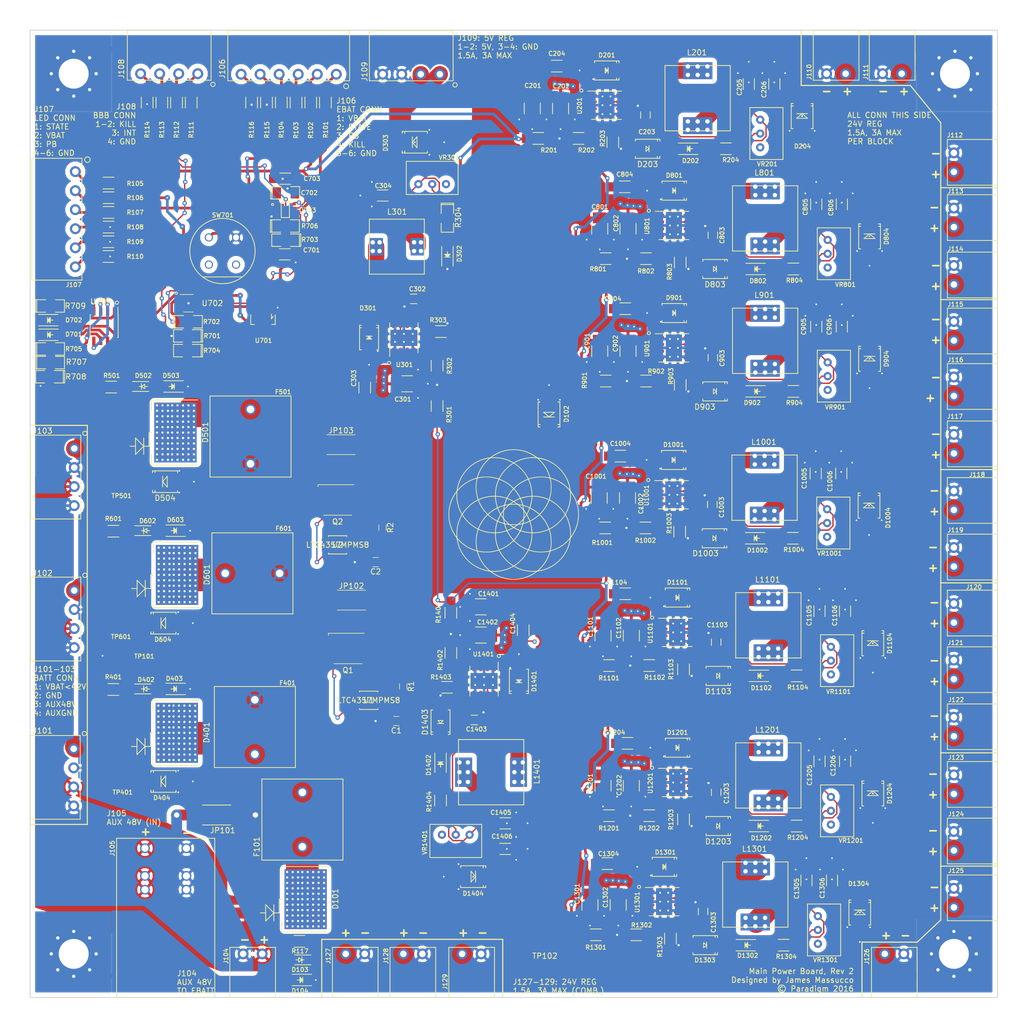
<source format=kicad_pcb>
(kicad_pcb (version 4) (host pcbnew 4.0.6)
  (layers (0 F.Cu signal) (31 B.Cu signal hide) (34 B.Paste user) (35 F.Paste user) (36 B.SilkS user) (37 F.SilkS user) (38 B.Mask user) (39 F.Mask user) (44 Edge.Cuts user))
  (net 0 "")
  (net 1 GND)
  (net 2 "Net-(C204-Pad2)")
  (net 3 "Net-(C303-Pad2)")
  (net 4 "Net-(C804-Pad2)")
  (net 5 "Net-(C904-Pad2)")
  (net 6 "Net-(C1004-Pad2)")
  (net 7 "Net-(C1104-Pad2)")
  (net 8 "Net-(C1204-Pad2)")
  (net 9 "Net-(C1304-Pad2)")
  (net 10 "Net-(D202-Pad2)")
  (net 11 "Net-(D202-Pad1)")
  (net 12 "Net-(D402-Pad1)")
  (net 13 "Net-(D502-Pad1)")
  (net 14 "Net-(D602-Pad1)")
  (net 15 "Net-(D802-Pad2)")
  (net 16 "Net-(D802-Pad1)")
  (net 17 "Net-(D902-Pad2)")
  (net 18 "Net-(D902-Pad1)")
  (net 19 "Net-(D1002-Pad2)")
  (net 20 "Net-(D1002-Pad1)")
  (net 21 "Net-(D1102-Pad2)")
  (net 22 "Net-(D1102-Pad1)")
  (net 23 "Net-(D1202-Pad2)")
  (net 24 "Net-(D1202-Pad1)")
  (net 25 "Net-(D1302-Pad2)")
  (net 26 "Net-(D1302-Pad1)")
  (net 27 "Net-(D1402-Pad2)")
  (net 28 /48V0_FROM_LINE)
  (net 29 "Net-(J106-Pad1)")
  (net 30 "Net-(J107-Pad1)")
  (net 31 "Net-(J107-Pad2)")
  (net 32 "Net-(J107-Pad3)")
  (net 33 "Net-(J107-Pad4)")
  (net 34 "Net-(J107-Pad5)")
  (net 35 "Net-(J107-Pad6)")
  (net 36 "Net-(J108-Pad1)")
  (net 37 "Net-(R701-Pad1)")
  (net 38 /24V0_REG1)
  (net 39 /24V0_REG2)
  (net 40 /24V0_REG3)
  (net 41 /24V0_REG4)
  (net 42 /24V0_REG5)
  (net 43 /24V0_REG6)
  (net 44 /24V0_REG7)
  (net 45 /VCC_BATT1)
  (net 46 /VCC_BATT3)
  (net 47 /VCC_BATT2)
  (net 48 /STATE)
  (net 49 /GND_FROM_LINE)
  (net 50 /SW_HI)
  (net 51 /BBB_ONOFF)
  (net 52 "Net-(J106-Pad2)")
  (net 53 "Net-(J106-Pad3)")
  (net 54 "Net-(J106-Pad4)")
  (net 55 "Net-(J108-Pad2)")
  (net 56 "Net-(J108-Pad3)")
  (net 57 "Net-(J108-Pad4)")
  (net 58 "Net-(C203-Pad1)")
  (net 59 "Net-(C204-Pad1)")
  (net 60 "Net-(C302-Pad1)")
  (net 61 "Net-(C303-Pad1)")
  (net 62 "Net-(C701-Pad1)")
  (net 63 "Net-(C703-Pad1)")
  (net 64 "Net-(C803-Pad1)")
  (net 65 "Net-(C804-Pad1)")
  (net 66 "Net-(C903-Pad1)")
  (net 67 "Net-(C904-Pad1)")
  (net 68 "Net-(C1003-Pad1)")
  (net 69 "Net-(C1004-Pad1)")
  (net 70 "Net-(C1103-Pad1)")
  (net 71 "Net-(C1104-Pad1)")
  (net 72 "Net-(C1203-Pad1)")
  (net 73 "Net-(C1204-Pad1)")
  (net 74 "Net-(C1303-Pad1)")
  (net 75 "Net-(C1304-Pad1)")
  (net 76 "Net-(C1403-Pad1)")
  (net 77 "Net-(D401-Pad2)")
  (net 78 "Net-(D402-Pad2)")
  (net 79 "Net-(D501-Pad2)")
  (net 80 "Net-(D502-Pad2)")
  (net 81 "Net-(D601-Pad2)")
  (net 82 "Net-(D602-Pad2)")
  (net 83 /BBB_INT)
  (net 84 "Net-(R201-Pad1)")
  (net 85 "Net-(R202-Pad1)")
  (net 86 "Net-(R203-Pad1)")
  (net 87 "Net-(R301-Pad1)")
  (net 88 "Net-(R302-Pad1)")
  (net 89 "Net-(R303-Pad1)")
  (net 90 "Net-(R801-Pad1)")
  (net 91 "Net-(R802-Pad1)")
  (net 92 "Net-(R803-Pad1)")
  (net 93 "Net-(R901-Pad1)")
  (net 94 "Net-(R902-Pad1)")
  (net 95 "Net-(R903-Pad1)")
  (net 96 "Net-(R1001-Pad1)")
  (net 97 "Net-(R1002-Pad1)")
  (net 98 "Net-(R1003-Pad1)")
  (net 99 "Net-(R1101-Pad1)")
  (net 100 "Net-(R1102-Pad1)")
  (net 101 "Net-(R1103-Pad1)")
  (net 102 "Net-(R1201-Pad1)")
  (net 103 "Net-(R1202-Pad1)")
  (net 104 "Net-(R1203-Pad1)")
  (net 105 "Net-(R1301-Pad1)")
  (net 106 "Net-(R1302-Pad1)")
  (net 107 "Net-(R1303-Pad1)")
  (net 108 "Net-(R1401-Pad1)")
  (net 109 "Net-(R1402-Pad1)")
  (net 110 "Net-(R1403-Pad1)")
  (net 111 "Net-(D302-Pad2)")
  (net 112 "Net-(D701-Pad1)")
  (net 113 "Net-(D702-Pad1)")
  (net 114 "/On-Off Switch/RED_NEG")
  (net 115 "/On-Off Switch/VREF")
  (net 116 "/On-Off Switch/GREEN_NEG")
  (net 117 "/On-Off Switch/5V0")
  (net 118 "/On-Off Switch/BBB_KILL_5V")
  (net 119 "Net-(D101-Pad2)")
  (net 120 "Net-(J106-Pad5)")
  (net 121 "Net-(J106-Pad6)")
  (net 122 "Net-(D103-Pad1)")
  (net 123 "Net-(D103-Pad2)")
  (net 124 "Net-(C1-Pad1)")
  (net 125 "Net-(C2-Pad1)")
  (net 126 /MAIN_POWER)
  (net 127 /5V0_REG1)
  (net 128 /5V0_REG2)
  (net 129 "Net-(Q1-Pad4)")
  (net 130 "Net-(Q2-Pad4)")
  (net 131 "Net-(U1-Pad2)")
  (net 132 "Net-(U1-Pad3)")
  (net 133 "Net-(U1-Pad6)")
  (net 134 "Net-(U2-Pad2)")
  (net 135 "Net-(U2-Pad3)")
  (net 136 "Net-(U2-Pad6)")
  (net 137 "Net-(VR201-Pad1)")
  (net 138 "Net-(VR301-Pad1)")
  (net 139 "Net-(VR801-Pad1)")
  (net 140 "Net-(VR901-Pad1)")
  (net 141 "Net-(VR1001-Pad1)")
  (net 142 "Net-(VR1101-Pad1)")
  (net 143 "Net-(VR1201-Pad1)")
  (net 144 "Net-(VR1301-Pad1)")
  (net 145 "Net-(VR1401-Pad1)")
  (net 146 /48V0_FROM_LINE_UNPROT)
  (net 147 "Net-(C1404-Pad1)")
  (net 148 "Net-(C1404-Pad2)")
  (net 149 "/5 Volt Regulator -- 2/24V0_REG")
  (net 150 "Net-(D1402-Pad1)")
  (module hyperCustom:SCHURTER_0031_3804_FUSE (layer F.Cu) (at 48.75 135.55 90)
    (fp_text reference F401 (at 15.55 -1.45 180) (layer F.SilkS) (effects (font (size 0.8 0.8))))
    (fp_text value 0031.3804)
    (pad 1 thru_hole circle (at 2.45 -7.45 90) (size 2 2) (drill 1.4) (layers *.Cu *.Mask) (net 77 "Net-(D401-Pad2)"))
    (pad 2 thru_hole circle (at 12.45 -7.45 90) (size 2 2) (drill 1.4) (layers *.Cu *.Mask) (net 1 GND))
  )
  (module CONN_PHOENIX_1844252_6PIN (layer F.Cu) (at 58.724 0.1 180)
    (fp_text reference J106 (at 23.418 -7.012 270) (layer F.SilkS))
    (fp_text value CONN_01X06)
    (pad 1 thru_hole circle (at 2.45 -8 180) (size 2 2) (drill 1.2) (layers *.Cu *.Mask) (net 29 "Net-(J106-Pad1)"))
    (pad 2 thru_hole circle (at 5.95 -8 180) (size 2 2) (drill 1.2) (layers *.Cu *.Mask) (net 52 "Net-(J106-Pad2)"))
    (pad 3 thru_hole circle (at 9.45 -8 180) (size 2 2) (drill 1.2) (layers *.Cu *.Mask) (net 53 "Net-(J106-Pad3)"))
    (pad 4 thru_hole circle (at 12.95 -8 180) (size 2 2) (drill 1.2) (layers *.Cu *.Mask) (net 54 "Net-(J106-Pad4)"))
    (pad 5 thru_hole circle (at 16.45 -8 180) (size 2 2) (drill 1.2) (layers *.Cu *.Mask) (net 120 "Net-(J106-Pad5)"))
    (pad 6 thru_hole circle (at 19.95 -8 180) (size 2 2) (drill 1.2) (layers *.Cu *.Mask) (net 121 "Net-(J106-Pad6)"))
  )
  (module Resistors_SMD:R_1206_HandSoldering (layer F.Cu) (at 15.3 121.2)
    (fp_text reference R401 (at 0 -2.3) (layer F.SilkS) (effects (font (size 0.8 0.8))))
    (fp_text value 1.5k)
    (pad 1 smd rect (at -2 0) (size 2 1.7) (layers F.Cu F.Paste F.Mask) (net 45 /VCC_BATT1))
    (pad 2 smd rect (at 2 0) (size 2 1.7) (layers F.Cu F.Paste F.Mask) (net 12 "Net-(D402-Pad1)"))
  )
  (module LEDs:LED_1206 (layer F.Cu) (at 26.4 121.1 180)
    (fp_text reference D403 (at -0.1 1.9 180) (layer F.SilkS) (effects (font (size 0.8 0.8))))
    (fp_text value GREEN)
    (pad 2 smd rect (at 1.41986 0) (size 1.59766 1.80086) (layers F.Cu F.Paste F.Mask) (net 78 "Net-(D402-Pad2)"))
    (pad 1 smd rect (at -1.41986 0) (size 1.59766 1.80086) (layers F.Cu F.Paste F.Mask) (net 1 GND))
  )
  (module hyperCustom:SOD-123 (layer F.Cu) (at 21.2 121.1)
    (fp_text reference D402 (at 0.1 -1.7) (layer F.SilkS) (effects (font (size 0.8 0.8))))
    (fp_text value 25V)
    (pad 1 smd rect (at -1.635 0) (size 0.91 1.22) (layers F.Cu F.Paste F.Mask) (net 12 "Net-(D402-Pad1)"))
    (pad 2 smd rect (at 1.635 0) (size 0.91 1.22) (layers F.Cu F.Paste F.Mask) (net 78 "Net-(D402-Pad2)"))
  )
  (module hyperCustom:CONN_PHOENIX_1844252_6PIN (layer F.Cu) (at 0.3 23.55 270)
    (fp_text reference J107 (at 23.25 -7.7 360) (layer F.SilkS) (effects (font (size 0.8 0.8))))
    (fp_text value CONN_01X06)
    (pad 1 thru_hole circle (at 2.45 -8 270) (size 2 2) (drill 1.2) (layers *.Cu *.Mask) (net 30 "Net-(J107-Pad1)"))
    (pad 2 thru_hole circle (at 5.95 -8 270) (size 2 2) (drill 1.2) (layers *.Cu *.Mask) (net 31 "Net-(J107-Pad2)"))
    (pad 3 thru_hole circle (at 9.45 -8 270) (size 2 2) (drill 1.2) (layers *.Cu *.Mask) (net 32 "Net-(J107-Pad3)"))
    (pad 4 thru_hole circle (at 12.95 -8 270) (size 2 2) (drill 1.2) (layers *.Cu *.Mask) (net 33 "Net-(J107-Pad4)"))
    (pad 5 thru_hole circle (at 16.45 -8 270) (size 2 2) (drill 1.2) (layers *.Cu *.Mask) (net 34 "Net-(J107-Pad5)"))
    (pad 6 thru_hole circle (at 19.95 -8 270) (size 2 2) (drill 1.2) (layers *.Cu *.Mask) (net 35 "Net-(J107-Pad6)"))
  )
  (module Housings_SOIC:SOIC-8_3.9x4.9mm_Pitch1.27mm (layer F.Cu) (at 13.6 54.4 270)
    (fp_text reference U704 (at -4.51 0.6 360) (layer F.SilkS))
    (fp_text value TLC393)
    (pad 1 smd rect (at -2.7 -1.905 270) (size 1.55 0.6) (layers F.Cu F.Paste F.Mask) (net 116 "/On-Off Switch/GREEN_NEG"))
    (pad 2 smd rect (at -2.7 -0.635 270) (size 1.55 0.6) (layers F.Cu F.Paste F.Mask) (net 48 /STATE))
    (pad 3 smd rect (at -2.7 0.635 270) (size 1.55 0.6) (layers F.Cu F.Paste F.Mask) (net 115 "/On-Off Switch/VREF"))
    (pad 4 smd rect (at -2.7 1.905 270) (size 1.55 0.6) (layers F.Cu F.Paste F.Mask) (net 1 GND))
    (pad 5 smd rect (at 2.7 1.905 270) (size 1.55 0.6) (layers F.Cu F.Paste F.Mask) (net 48 /STATE))
    (pad 6 smd rect (at 2.7 0.635 270) (size 1.55 0.6) (layers F.Cu F.Paste F.Mask) (net 115 "/On-Off Switch/VREF"))
    (pad 7 smd rect (at 2.7 -0.635 270) (size 1.55 0.6) (layers F.Cu F.Paste F.Mask) (net 114 "/On-Off Switch/RED_NEG"))
    (pad 8 smd rect (at 2.7 -1.905 270) (size 1.55 0.6) (layers F.Cu F.Paste F.Mask) (net 117 "/On-Off Switch/5V0"))
  )
  (module TO_SOT_Packages_SMD:SOT-23-5 (layer F.Cu) (at 29.1 50.2)
    (fp_text reference U702 (at 4.4 0) (layer F.SilkS))
    (fp_text value TLV271IDBVR)
    (pad 1 smd rect (at -1.1 -0.95) (size 1.06 0.65) (layers F.Cu F.Paste F.Mask) (net 118 "/On-Off Switch/BBB_KILL_5V"))
    (pad 2 smd rect (at -1.1 0) (size 1.06 0.65) (layers F.Cu F.Paste F.Mask) (net 1 GND))
    (pad 3 smd rect (at -1.1 0.95) (size 1.06 0.65) (layers F.Cu F.Paste F.Mask) (net 51 /BBB_ONOFF))
    (pad 4 smd rect (at 1.1 0.95) (size 1.06 0.65) (layers F.Cu F.Paste F.Mask) (net 37 "Net-(R701-Pad1)"))
    (pad 5 smd rect (at 1.1 -0.95) (size 1.06 0.65) (layers F.Cu F.Paste F.Mask) (net 117 "/On-Off Switch/5V0"))
  )
  (module hyperCustom:TP_SMT_Keystone (layer F.Cu) (at 16.6 137.5)
    (fp_text reference TP401 (at 0.4 2.6) (layer F.SilkS) (effects (font (size 0.8 0.8))))
    (fp_text value Testpoint)
    (pad ~ smd rect (at 0 0) (size 4.7 3.43) (layers F.Cu F.Paste F.Mask) (net 45 /VCC_BATT1))
  )
  (module Diodes_SMD:SMB_Handsoldering (layer F.Cu) (at 24.49998 138.1)
    (fp_text reference D404 (at -0.29998 3) (layer F.SilkS) (effects (font (size 0.8 0.8))))
    (fp_text value 56V)
    (pad 1 smd rect (at -2.70002 0) (size 3.50012 2.30124) (layers F.Cu F.Paste F.Mask) (net 45 /VCC_BATT1))
    (pad 2 smd rect (at 2.70002 0) (size 3.50012 2.30124) (layers F.Cu F.Paste F.Mask) (net 1 GND))
  )
  (module LEDs:LED_1206 (layer F.Cu) (at 26 65.5 180)
    (fp_text reference D503 (at 0.1 2 180) (layer F.SilkS) (effects (font (size 0.8 0.8))))
    (fp_text value GREEN)
    (pad 2 smd rect (at 1.41986 0) (size 1.59766 1.80086) (layers F.Cu F.Paste F.Mask) (net 80 "Net-(D502-Pad2)"))
    (pad 1 smd rect (at -1.41986 0) (size 1.59766 1.80086) (layers F.Cu F.Paste F.Mask) (net 1 GND))
  )
  (module Resistors_SMD:R_1206_HandSoldering (layer F.Cu) (at 14.9 65.6)
    (fp_text reference R501 (at 0.1 -2.1) (layer F.SilkS) (effects (font (size 0.8 0.8))))
    (fp_text value 1.5k)
    (pad 1 smd rect (at -2 0) (size 2 1.7) (layers F.Cu F.Paste F.Mask) (net 46 /VCC_BATT3))
    (pad 2 smd rect (at 2 0) (size 2 1.7) (layers F.Cu F.Paste F.Mask) (net 13 "Net-(D502-Pad1)"))
  )
  (module Resistors_SMD:R_1206_HandSoldering (layer F.Cu) (at 15.3 92.1)
    (fp_text reference R601 (at 0 -2.3) (layer F.SilkS) (effects (font (size 0.8 0.8))))
    (fp_text value 1.5k)
    (pad 1 smd rect (at -2 0) (size 2 1.7) (layers F.Cu F.Paste F.Mask) (net 47 /VCC_BATT2))
    (pad 2 smd rect (at 2 0) (size 2 1.7) (layers F.Cu F.Paste F.Mask) (net 14 "Net-(D602-Pad1)"))
  )
  (module hyperCustom:SCHURTER_0031_3804_FUSE (layer F.Cu) (at 33.4 107.3)
    (fp_text reference F601 (at 13.2 -15.7) (layer F.SilkS) (effects (font (size 0.8 0.8))))
    (fp_text value 0031.3804)
    (pad 1 thru_hole circle (at 2.45 -7.45) (size 2 2) (drill 1.4) (layers *.Cu *.Mask) (net 81 "Net-(D601-Pad2)"))
    (pad 2 thru_hole circle (at 12.45 -7.45) (size 2 2) (drill 1.4) (layers *.Cu *.Mask) (net 1 GND))
  )
  (module Diodes_SMD:SMB_Handsoldering (layer F.Cu) (at 24.49998 109)
    (fp_text reference D604 (at -0.09998 3) (layer F.SilkS) (effects (font (size 0.8 0.8))))
    (fp_text value 56V)
    (pad 1 smd rect (at -2.70002 0) (size 3.50012 2.30124) (layers F.Cu F.Paste F.Mask) (net 47 /VCC_BATT2))
    (pad 2 smd rect (at 2.70002 0) (size 3.50012 2.30124) (layers F.Cu F.Paste F.Mask) (net 1 GND))
  )
  (module hyperCustom:TP_SMT_Keystone (layer F.Cu) (at 16.5 108.8)
    (fp_text reference TP601 (at 0.2 2.7) (layer F.SilkS) (effects (font (size 0.8 0.8))))
    (fp_text value Testpoint)
    (pad ~ smd rect (at 0 0) (size 4.7 3.43) (layers F.Cu F.Paste F.Mask) (net 47 /VCC_BATT2))
  )
  (module LEDs:LED_1206 (layer F.Cu) (at 26.4 92 180)
    (fp_text reference D603 (at -0.3 1.99 180) (layer F.SilkS) (effects (font (size 0.8 0.8))))
    (fp_text value GREEN)
    (pad 2 smd rect (at 1.41986 0) (size 1.59766 1.80086) (layers F.Cu F.Paste F.Mask) (net 82 "Net-(D602-Pad2)"))
    (pad 1 smd rect (at -1.41986 0) (size 1.59766 1.80086) (layers F.Cu F.Paste F.Mask) (net 1 GND))
  )
  (module Diodes_SMD:SMB_Handsoldering (layer F.Cu) (at 95.38 70.64502 90)
    (fp_text reference D102 (at 0.10002 3.2 90) (layer F.SilkS) (effects (font (size 0.8 0.8))))
    (fp_text value 56V)
    (pad 1 smd rect (at -2.70002 0 90) (size 3.50012 2.30124) (layers F.Cu F.Paste F.Mask) (net 126 /MAIN_POWER))
    (pad 2 smd rect (at 2.70002 0 90) (size 3.50012 2.30124) (layers F.Cu F.Paste F.Mask) (net 1 GND))
  )
  (module hyperCustom:SCHURTER_0031_3804_FUSE (layer F.Cu) (at 33.05 67.25 270)
    (fp_text reference F501 (at -0.75 -13.45 360) (layer F.SilkS) (effects (font (size 0.8 0.8))))
    (fp_text value 0031.3804)
    (pad 1 thru_hole circle (at 2.45 -7.45 270) (size 2 2) (drill 1.4) (layers *.Cu *.Mask) (net 79 "Net-(D501-Pad2)"))
    (pad 2 thru_hole circle (at 12.45 -7.45 270) (size 2 2) (drill 1.4) (layers *.Cu *.Mask) (net 1 GND))
  )
  (module hyperCustom:TP_SMT_Keystone (layer F.Cu) (at 16.5 82.9)
    (fp_text reference TP501 (at 0.3 2.7 180) (layer F.SilkS) (effects (font (size 0.8 0.8))))
    (fp_text value Testpoint)
    (pad ~ smd rect (at 0 0) (size 4.7 3.43) (layers F.Cu F.Paste F.Mask) (net 46 /VCC_BATT3))
  )
  (module Capacitors_SMD:C_1206_HandSoldering (layer F.Cu) (at 64.8 30.4 180)
    (fp_text reference C304 (at -0.1 1.8 180) (layer F.SilkS) (effects (font (size 0.8 0.8))))
    (fp_text value 47uF)
    (pad 1 smd rect (at -2 0 180) (size 2 1.6) (layers F.Cu F.Paste F.Mask) (net 127 /5V0_REG1))
    (pad 2 smd rect (at 2 0 180) (size 2 1.6) (layers F.Cu F.Paste F.Mask) (net 1 GND))
  )
  (module LEDs:LED_1206 (layer F.Cu) (at 76.7 41.2 90)
    (fp_text reference D302 (at 0.1 2.2 90) (layer F.SilkS) (effects (font (size 0.8 0.8))))
    (fp_text value GREEN)
    (pad 2 smd rect (at 1.41986 0 270) (size 1.59766 1.80086) (layers F.Cu F.Paste F.Mask) (net 111 "Net-(D302-Pad2)"))
    (pad 1 smd rect (at -1.41986 0 270) (size 1.59766 1.80086) (layers F.Cu F.Paste F.Mask) (net 1 GND))
  )
  (module Resistors_SMD:R_0805_HandSoldering (layer F.Cu) (at 70.5 49.4 180)
    (fp_text reference C302 (at -0.69 1.81 180) (layer F.SilkS) (effects (font (size 0.8 0.8))))
    (fp_text value 2.2uF)
    (pad 1 smd rect (at -1.35 0 180) (size 1.5 1.3) (layers F.Cu F.Paste F.Mask) (net 60 "Net-(C302-Pad1)"))
    (pad 2 smd rect (at 1.35 0 180) (size 1.5 1.3) (layers F.Cu F.Paste F.Mask) (net 1 GND))
  )
  (module Resistors_SMD:R_1206_HandSoldering (layer F.Cu) (at 75.5 55.4)
    (fp_text reference R303 (at -0.5 -2.1) (layer F.SilkS) (effects (font (size 0.8 0.8))))
    (fp_text value 12k)
    (pad 1 smd rect (at -2 0) (size 2 1.7) (layers F.Cu F.Paste F.Mask) (net 89 "Net-(R303-Pad1)"))
    (pad 2 smd rect (at 2 0) (size 2 1.7) (layers F.Cu F.Paste F.Mask) (net 1 GND))
  )
  (module Diodes_SMD:SMA_Handsoldering (layer F.Cu) (at 62.3 56.5 270)
    (fp_text reference D301 (at -5.4 0.2 360) (layer F.SilkS) (effects (font (size 0.8 0.8))))
    (fp_text value DIODESCH)
    (pad 1 smd rect (at -2.49936 0 270) (size 3.50012 1.80086) (layers F.Cu F.Paste F.Mask) (net 3 "Net-(C303-Pad2)"))
    (pad 2 smd rect (at 2.49936 0 270) (size 3.50012 1.80086) (layers F.Cu F.Paste F.Mask) (net 1 GND))
  )
  (module Resistors_SMD:R_1206_HandSoldering (layer F.Cu) (at 74.8 61.7 270)
    (fp_text reference R302 (at 0 -2.3 270) (layer F.SilkS) (effects (font (size 0.8 0.8))))
    (fp_text value 47.5k)
    (pad 1 smd rect (at -2 0 270) (size 2 1.7) (layers F.Cu F.Paste F.Mask) (net 88 "Net-(R302-Pad1)"))
    (pad 2 smd rect (at 2 0 270) (size 2 1.7) (layers F.Cu F.Paste F.Mask) (net 1 GND))
  )
  (module Capacitors_SMD:C_1210_HandSoldering (layer F.Cu) (at 69.3 65)
    (fp_text reference C301 (at -0.78 2.85) (layer F.SilkS) (effects (font (size 0.8 0.8))))
    (fp_text value 2.2uF)
    (pad 1 smd rect (at -2 0) (size 2 2.5) (layers F.Cu F.Paste F.Mask) (net 126 /MAIN_POWER))
    (pad 2 smd rect (at 2 0) (size 2 2.5) (layers F.Cu F.Paste F.Mask) (net 1 GND))
  )
  (module Resistors_SMD:R_1206_HandSoldering (layer F.Cu) (at 61.5 65.7 90)
    (fp_text reference C303 (at 1.72 -2 270) (layer F.SilkS) (effects (font (size 0.8 0.8))))
    (fp_text value 0.1uF)
    (pad 1 smd rect (at -2 0 90) (size 2 1.7) (layers F.Cu F.Paste F.Mask) (net 61 "Net-(C303-Pad1)"))
    (pad 2 smd rect (at 2 0 90) (size 2 1.7) (layers F.Cu F.Paste F.Mask) (net 3 "Net-(C303-Pad2)"))
  )
  (module Resistors_SMD:R_1206_HandSoldering (layer F.Cu) (at 74.8 69.1 270)
    (fp_text reference R301 (at 1.55 -2.23 270) (layer F.SilkS) (effects (font (size 0.8 0.8))))
    (fp_text value 0)
    (pad 1 smd rect (at -2 0 270) (size 2 1.7) (layers F.Cu F.Paste F.Mask) (net 87 "Net-(R301-Pad1)"))
    (pad 2 smd rect (at 2 0 270) (size 2 1.7) (layers F.Cu F.Paste F.Mask) (net 48 /STATE))
  )
  (module hyperCustom:BOURNS_MULTITURNPOT_3299W (layer F.Cu) (at 78.665 24.11 180)
    (fp_text reference VR301 (at 1.665 0.71 360) (layer F.SilkS) (effects (font (size 0.8 0.8))))
    (fp_text value 100k)
    (pad 1 thru_hole circle (at 2.225 -4.19 180) (size 1.5 1.5) (drill 0.75) (layers *.Cu *.Mask) (net 138 "Net-(VR301-Pad1)"))
    (pad 2 thru_hole circle (at 4.765 -4.19 180) (size 1.5 1.5) (drill 0.75) (layers *.Cu *.Mask) (net 89 "Net-(R303-Pad1)"))
    (pad 3 thru_hole circle (at 7.305 -4.19 180) (size 1.5 1.5) (drill 0.75) (layers *.Cu *.Mask) (net 127 /5V0_REG1))
  )
  (module Diodes_SMD:SMB_Handsoldering (layer F.Cu) (at 70.7 20.6)
    (fp_text reference D303 (at -5.36 0.13 90) (layer F.SilkS) (effects (font (size 0.8 0.8))))
    (fp_text value 7.5V)
    (pad 1 smd rect (at -2.70002 0) (size 3.50012 2.30124) (layers F.Cu F.Paste F.Mask) (net 127 /5V0_REG1))
    (pad 2 smd rect (at 2.70002 0) (size 3.50012 2.30124) (layers F.Cu F.Paste F.Mask) (net 1 GND))
  )
  (module Diodes_SMD:SMB_Handsoldering (layer F.Cu) (at 81.435 155.6 180)
    (fp_text reference D1404 (at 0 -3.1 180) (layer F.SilkS) (effects (font (size 0.8 0.8))))
    (fp_text value 28V)
    (pad 1 smd rect (at -2.70002 0 180) (size 3.50012 2.30124) (layers F.Cu F.Paste F.Mask) (net 149 "/5 Volt Regulator -- 2/24V0_REG"))
    (pad 2 smd rect (at 2.70002 0 180) (size 3.50012 2.30124) (layers F.Cu F.Paste F.Mask) (net 1 GND))
  )
  (module Capacitors_SMD:C_1206_HandSoldering (layer F.Cu) (at 87.335 150.5)
    (fp_text reference C1406 (at -0.6 -2.3) (layer F.SilkS) (effects (font (size 0.8 0.8))))
    (fp_text value 4.7uF)
    (pad 1 smd rect (at -2 0) (size 2 1.6) (layers F.Cu F.Paste F.Mask) (net 149 "/5 Volt Regulator -- 2/24V0_REG"))
    (pad 2 smd rect (at 2 0) (size 2 1.6) (layers F.Cu F.Paste F.Mask) (net 1 GND))
  )
  (module Resistors_SMD:R_1206_HandSoldering (layer F.Cu) (at 90.635 110.3 270)
    (fp_text reference C1404 (at -1.23 1.92 270) (layer F.SilkS) (effects (font (size 0.8 0.8))))
    (fp_text value 0.1uF)
    (pad 1 smd rect (at -2 0 270) (size 2 1.7) (layers F.Cu F.Paste F.Mask) (net 147 "Net-(C1404-Pad1)"))
    (pad 2 smd rect (at 2 0 270) (size 2 1.7) (layers F.Cu F.Paste F.Mask) (net 148 "Net-(C1404-Pad2)"))
  )
  (module Capacitors_SMD:C_1210_HandSoldering (layer F.Cu) (at 82.835 106 180)
    (fp_text reference C1401 (at -1.43 2.39 180) (layer F.SilkS) (effects (font (size 0.8 0.8))))
    (fp_text value 2.2uF)
    (pad 1 smd rect (at -2 0 180) (size 2 2.5) (layers F.Cu F.Paste F.Mask) (net 126 /MAIN_POWER))
    (pad 2 smd rect (at 2 0 180) (size 2 2.5) (layers F.Cu F.Paste F.Mask) (net 1 GND))
  )
  (module Capacitors_SMD:C_1210_HandSoldering (layer F.Cu) (at 82.835 111.2 180)
    (fp_text reference C1402 (at -1.24 2.38 180) (layer F.SilkS) (effects (font (size 0.8 0.8))))
    (fp_text value 2.2uF)
    (pad 1 smd rect (at -2 0 180) (size 2 2.5) (layers F.Cu F.Paste F.Mask) (net 126 /MAIN_POWER))
    (pad 2 smd rect (at 2 0 180) (size 2 2.5) (layers F.Cu F.Paste F.Mask) (net 1 GND))
  )
  (module Resistors_SMD:R_1206_HandSoldering (layer F.Cu) (at 77.335 114.5 90)
    (fp_text reference R1402 (at -1.3 -1.96 90) (layer F.SilkS) (effects (font (size 0.8 0.8))))
    (fp_text value 47.5k)
    (pad 1 smd rect (at -2 0 90) (size 2 1.7) (layers F.Cu F.Paste F.Mask) (net 109 "Net-(R1402-Pad1)"))
    (pad 2 smd rect (at 2 0 90) (size 2 1.7) (layers F.Cu F.Paste F.Mask) (net 1 GND))
  )
  (module Resistors_SMD:R_1206_HandSoldering (layer F.Cu) (at 77.335 107.1 90)
    (fp_text reference R1401 (at 0 -2.3 90) (layer F.SilkS) (effects (font (size 0.8 0.8))))
    (fp_text value 0)
    (pad 1 smd rect (at -2 0 90) (size 2 1.7) (layers F.Cu F.Paste F.Mask) (net 108 "Net-(R1401-Pad1)"))
    (pad 2 smd rect (at 2 0 90) (size 2 1.7) (layers F.Cu F.Paste F.Mask) (net 48 /STATE))
  )
  (module Diodes_SMD:SMA_Handsoldering (layer F.Cu) (at 89.835 119.7 90)
    (fp_text reference D1401 (at 0 2.8 90) (layer F.SilkS) (effects (font (size 0.8 0.8))))
    (fp_text value DIODESCH)
    (pad 1 smd rect (at -2.49936 0 90) (size 3.50012 1.80086) (layers F.Cu F.Paste F.Mask) (net 148 "Net-(C1404-Pad2)"))
    (pad 2 smd rect (at 2.49936 0 90) (size 3.50012 1.80086) (layers F.Cu F.Paste F.Mask) (net 1 GND))
  )
  (module Resistors_SMD:R_1206_HandSoldering (layer F.Cu) (at 76.635 120.8 180)
    (fp_text reference R1403 (at 1.13 1.88 180) (layer F.SilkS) (effects (font (size 0.8 0.8))))
    (fp_text value 20k)
    (pad 1 smd rect (at -2 0 180) (size 2 1.7) (layers F.Cu F.Paste F.Mask) (net 110 "Net-(R1403-Pad1)"))
    (pad 2 smd rect (at 2 0 180) (size 2 1.7) (layers F.Cu F.Paste F.Mask) (net 1 GND))
  )
  (module Resistors_SMD:R_0805_HandSoldering (layer F.Cu) (at 81.635 126.8)
    (fp_text reference C1403 (at 0.4 1.7) (layer F.SilkS) (effects (font (size 0.8 0.8))))
    (fp_text value 2.2uF)
    (pad 1 smd rect (at -1.35 0) (size 1.5 1.3) (layers F.Cu F.Paste F.Mask) (net 76 "Net-(C1403-Pad1)"))
    (pad 2 smd rect (at 1.35 0) (size 1.5 1.3) (layers F.Cu F.Paste F.Mask) (net 1 GND))
  )
  (module Diodes_SMD:SMA_Handsoldering (layer F.Cu) (at 75.435 127.2 90)
    (fp_text reference D1403 (at 0 -2.85 90) (layer F.SilkS))
    (fp_text value 18V)
    (pad 1 smd rect (at -2.49936 0 90) (size 3.50012 1.80086) (layers F.Cu F.Paste F.Mask) (net 150 "Net-(D1402-Pad1)"))
    (pad 2 smd rect (at 2.49936 0 90) (size 3.50012 1.80086) (layers F.Cu F.Paste F.Mask) (net 1 GND))
  )
  (module Capacitors_SMD:C_1206_HandSoldering (layer F.Cu) (at 87.335 145.8)
    (fp_text reference C1405 (at -0.8 -2) (layer F.SilkS) (effects (font (size 0.8 0.8))))
    (fp_text value 4.7uF)
    (pad 1 smd rect (at -2 0) (size 2 1.6) (layers F.Cu F.Paste F.Mask) (net 149 "/5 Volt Regulator -- 2/24V0_REG"))
    (pad 2 smd rect (at 2 0) (size 2 1.6) (layers F.Cu F.Paste F.Mask) (net 1 GND))
  )
  (module hyperCustom:BOURNS_MULTITURNPOT_3299W (layer F.Cu) (at 73.47 152.09)
    (fp_text reference VR1401 (at -0.935 -2.79 90) (layer F.SilkS) (effects (font (size 0.8 0.8))))
    (fp_text value 1M)
    (pad 1 thru_hole circle (at 2.225 -4.19) (size 1.5 1.5) (drill 0.75) (layers *.Cu *.Mask) (net 145 "Net-(VR1401-Pad1)"))
    (pad 2 thru_hole circle (at 4.765 -4.19) (size 1.5 1.5) (drill 0.75) (layers *.Cu *.Mask) (net 110 "Net-(R1403-Pad1)"))
    (pad 3 thru_hole circle (at 7.305 -4.19) (size 1.5 1.5) (drill 0.75) (layers *.Cu *.Mask) (net 149 "/5 Volt Regulator -- 2/24V0_REG"))
  )
  (module LEDs:LED_1206 (layer F.Cu) (at 75.435 135 270)
    (fp_text reference D1402 (at 0.1 2.2 270) (layer F.SilkS) (effects (font (size 0.8 0.8))))
    (fp_text value GREEN)
    (pad 2 smd rect (at 1.41986 0 90) (size 1.59766 1.80086) (layers F.Cu F.Paste F.Mask) (net 27 "Net-(D1402-Pad2)"))
    (pad 1 smd rect (at -1.41986 0 90) (size 1.59766 1.80086) (layers F.Cu F.Paste F.Mask) (net 150 "Net-(D1402-Pad1)"))
  )
  (module Resistors_SMD:R_1206_HandSoldering (layer F.Cu) (at 75.435 141.6 90)
    (fp_text reference R1404 (at -0.2 -2.1 90) (layer F.SilkS) (effects (font (size 0.8 0.8))))
    (fp_text value 400)
    (pad 1 smd rect (at -2 0 90) (size 2 1.7) (layers F.Cu F.Paste F.Mask) (net 149 "/5 Volt Regulator -- 2/24V0_REG"))
    (pad 2 smd rect (at 2 0 90) (size 2 1.7) (layers F.Cu F.Paste F.Mask) (net 27 "Net-(D1402-Pad2)"))
  )
  (module Resistors_SMD:R_1206_HandSoldering (layer F.Cu) (at 111.4 166.3 180)
    (fp_text reference R1302 (at -1 1.78 360) (layer F.SilkS) (effects (font (size 0.8 0.8))))
    (fp_text value 47.5k)
    (pad 1 smd rect (at -2 0 180) (size 2 1.7) (layers F.Cu F.Paste F.Mask) (net 106 "Net-(R1302-Pad1)"))
    (pad 2 smd rect (at 2 0 180) (size 2 1.7) (layers F.Cu F.Paste F.Mask) (net 1 GND))
  )
  (module Capacitors_SMD:C_1210_HandSoldering (layer F.Cu) (at 108.1 160.8 270)
    (fp_text reference C1302 (at -1.4 2.35 270) (layer F.SilkS) (effects (font (size 0.8 0.8))))
    (fp_text value 2.2uF)
    (pad 1 smd rect (at -2 0 270) (size 2 2.5) (layers F.Cu F.Paste F.Mask) (net 126 /MAIN_POWER))
    (pad 2 smd rect (at 2 0 270) (size 2 2.5) (layers F.Cu F.Paste F.Mask) (net 1 GND))
  )
  (module Capacitors_SMD:C_1210_HandSoldering (layer F.Cu) (at 102.9 160.8 270)
    (fp_text reference C1301 (at -2.05 2.35 270) (layer F.SilkS) (effects (font (size 0.8 0.8))))
    (fp_text value 2.2uF)
    (pad 1 smd rect (at -2 0 270) (size 2 2.5) (layers F.Cu F.Paste F.Mask) (net 126 /MAIN_POWER))
    (pad 2 smd rect (at 2 0 270) (size 2 2.5) (layers F.Cu F.Paste F.Mask) (net 1 GND))
  )
  (module Resistors_SMD:R_1206_HandSoldering (layer F.Cu) (at 104 166.3 180)
    (fp_text reference R1301 (at 0 -2.3 180) (layer F.SilkS) (effects (font (size 0.8 0.8))))
    (fp_text value 0)
    (pad 1 smd rect (at -2 0 180) (size 2 1.7) (layers F.Cu F.Paste F.Mask) (net 105 "Net-(R1301-Pad1)"))
    (pad 2 smd rect (at 2 0 180) (size 2 1.7) (layers F.Cu F.Paste F.Mask) (net 48 /STATE))
  )
  (module Diodes_SMD:SMA_Handsoldering (layer F.Cu) (at 124.1 168.2 180)
    (fp_text reference D1303 (at 0.05 -2.75 180) (layer F.SilkS) (effects (font (size 0.8 0.8))))
    (fp_text value 18V)
    (pad 1 smd rect (at -2.49936 0 180) (size 3.50012 1.80086) (layers F.Cu F.Paste F.Mask) (net 26 "Net-(D1302-Pad1)"))
    (pad 2 smd rect (at 2.49936 0 180) (size 3.50012 1.80086) (layers F.Cu F.Paste F.Mask) (net 1 GND))
  )
  (module Resistors_SMD:R_1206_HandSoldering (layer F.Cu) (at 117.7 167 270)
    (fp_text reference R1303 (at 1.52 1.93 270) (layer F.SilkS) (effects (font (size 0.8 0.8))))
    (fp_text value 20k)
    (pad 1 smd rect (at -2 0 270) (size 2 1.7) (layers F.Cu F.Paste F.Mask) (net 107 "Net-(R1303-Pad1)"))
    (pad 2 smd rect (at 2 0 270) (size 2 1.7) (layers F.Cu F.Paste F.Mask) (net 1 GND))
  )
  (module Resistors_SMD:R_0805_HandSoldering (layer F.Cu) (at 123.7 162 90)
    (fp_text reference C1303 (at -2.01 1.91 90) (layer F.SilkS) (effects (font (size 0.8 0.8))))
    (fp_text value 2.2uF)
    (pad 1 smd rect (at -1.35 0 90) (size 1.5 1.3) (layers F.Cu F.Paste F.Mask) (net 74 "Net-(C1303-Pad1)"))
    (pad 2 smd rect (at 1.35 0 90) (size 1.5 1.3) (layers F.Cu F.Paste F.Mask) (net 1 GND))
  )
  (module Diodes_SMD:SMA_Handsoldering (layer F.Cu) (at 116.6 153.8 180)
    (fp_text reference D1301 (at -0.175 2.675 180) (layer F.SilkS) (effects (font (size 0.8 0.8))))
    (fp_text value DIODESCH)
    (pad 1 smd rect (at -2.49936 0 180) (size 3.50012 1.80086) (layers F.Cu F.Paste F.Mask) (net 9 "Net-(C1304-Pad2)"))
    (pad 2 smd rect (at 2.49936 0 180) (size 3.50012 1.80086) (layers F.Cu F.Paste F.Mask) (net 1 GND))
  )
  (module Resistors_SMD:R_1206_HandSoldering (layer F.Cu) (at 106.1 153.2)
    (fp_text reference C1304 (at 0.225 -1.8) (layer F.SilkS) (effects (font (size 0.8 0.8))))
    (fp_text value 0.1uF)
    (pad 1 smd rect (at -2 0) (size 2 1.7) (layers F.Cu F.Paste F.Mask) (net 75 "Net-(C1304-Pad1)"))
    (pad 2 smd rect (at 2 0) (size 2 1.7) (layers F.Cu F.Paste F.Mask) (net 9 "Net-(C1304-Pad2)"))
  )
  (module Resistors_SMD:R_1206_HandSoldering (layer F.Cu) (at 138.5 168.2 180)
    (fp_text reference R1304 (at -0.5 -2.1 180) (layer F.SilkS) (effects (font (size 0.8 0.8))))
    (fp_text value 400)
    (pad 1 smd rect (at -2 0 180) (size 2 1.7) (layers F.Cu F.Paste F.Mask) (net 44 /24V0_REG7))
    (pad 2 smd rect (at 2 0 180) (size 2 1.7) (layers F.Cu F.Paste F.Mask) (net 25 "Net-(D1302-Pad2)"))
  )
  (module Diodes_SMD:SMB_Handsoldering (layer F.Cu) (at 152.5 162.2 270)
    (fp_text reference D1304 (at -5.3 0.2 360) (layer F.SilkS) (effects (font (size 0.8 0.8))))
    (fp_text value 28V)
    (pad 1 smd rect (at -2.70002 0 270) (size 3.50012 2.30124) (layers F.Cu F.Paste F.Mask) (net 44 /24V0_REG7))
    (pad 2 smd rect (at 2.70002 0 270) (size 3.50012 2.30124) (layers F.Cu F.Paste F.Mask) (net 1 GND))
  )
  (module hyperCustom:BOURNS_MULTITURNPOT_3299W (layer F.Cu) (at 148.99 170.165 90)
    (fp_text reference VR1301 (at -0.735 -2.79 360) (layer F.SilkS) (effects (font (size 0.8 0.8))))
    (fp_text value 1M)
    (pad 1 thru_hole circle (at 2.225 -4.19 90) (size 1.5 1.5) (drill 0.75) (layers *.Cu *.Mask) (net 144 "Net-(VR1301-Pad1)"))
    (pad 2 thru_hole circle (at 4.765 -4.19 90) (size 1.5 1.5) (drill 0.75) (layers *.Cu *.Mask) (net 107 "Net-(R1303-Pad1)"))
    (pad 3 thru_hole circle (at 7.305 -4.19 90) (size 1.5 1.5) (drill 0.75) (layers *.Cu *.Mask) (net 44 /24V0_REG7))
  )
  (module LEDs:LED_1206 (layer F.Cu) (at 131.9 168.2)
    (fp_text reference D1302 (at 0 1.9) (layer F.SilkS) (effects (font (size 0.8 0.8))))
    (fp_text value GREEN)
    (pad 2 smd rect (at 1.41986 0 180) (size 1.59766 1.80086) (layers F.Cu F.Paste F.Mask) (net 25 "Net-(D1302-Pad2)"))
    (pad 1 smd rect (at -1.41986 0 180) (size 1.59766 1.80086) (layers F.Cu F.Paste F.Mask) (net 26 "Net-(D1302-Pad1)"))
  )
  (module Capacitors_SMD:C_1206_HandSoldering (layer F.Cu) (at 142.7 156.3 90)
    (fp_text reference C1305 (at -1.5 -1.8 90) (layer F.SilkS) (effects (font (size 0.8 0.8))))
    (fp_text value 4.7uF)
    (pad 1 smd rect (at -2 0 90) (size 2 1.6) (layers F.Cu F.Paste F.Mask) (net 44 /24V0_REG7))
    (pad 2 smd rect (at 2 0 90) (size 2 1.6) (layers F.Cu F.Paste F.Mask) (net 1 GND))
  )
  (module Capacitors_SMD:C_1206_HandSoldering (layer F.Cu) (at 147.4 156.3 90)
    (fp_text reference C1306 (at -1.4 -1.8 90) (layer F.SilkS) (effects (font (size 0.8 0.8))))
    (fp_text value 4.7uF)
    (pad 1 smd rect (at -2 0 90) (size 2 1.6) (layers F.Cu F.Paste F.Mask) (net 44 /24V0_REG7))
    (pad 2 smd rect (at 2 0 90) (size 2 1.6) (layers F.Cu F.Paste F.Mask) (net 1 GND))
  )
  (module Capacitors_SMD:C_1210_HandSoldering (layer F.Cu) (at 105.3 138.9 270)
    (fp_text reference C1201 (at -0.36 2.3 270) (layer F.SilkS) (effects (font (size 0.8 0.8))))
    (fp_text value 2.2uF)
    (pad 1 smd rect (at -2 0 270) (size 2 2.5) (layers F.Cu F.Paste F.Mask) (net 126 /MAIN_POWER))
    (pad 2 smd rect (at 2 0 270) (size 2 2.5) (layers F.Cu F.Paste F.Mask) (net 1 GND))
  )
  (module Resistors_SMD:R_1206_HandSoldering (layer F.Cu) (at 113.8 144.4 180)
    (fp_text reference R1202 (at 0 -2.3 180) (layer F.SilkS) (effects (font (size 0.8 0.8))))
    (fp_text value 47.5k)
    (pad 1 smd rect (at -2 0 180) (size 2 1.7) (layers F.Cu F.Paste F.Mask) (net 103 "Net-(R1202-Pad1)"))
    (pad 2 smd rect (at 2 0 180) (size 2 1.7) (layers F.Cu F.Paste F.Mask) (net 1 GND))
  )
  (module Diodes_SMD:SMA_Handsoldering (layer F.Cu) (at 119 131.9 180)
    (fp_text reference D1201 (at 0 2.8 180) (layer F.SilkS) (effects (font (size 0.8 0.8))))
    (fp_text value DIODESCH)
    (pad 1 smd rect (at -2.49936 0 180) (size 3.50012 1.80086) (layers F.Cu F.Paste F.Mask) (net 8 "Net-(C1204-Pad2)"))
    (pad 2 smd rect (at 2.49936 0 180) (size 3.50012 1.80086) (layers F.Cu F.Paste F.Mask) (net 1 GND))
  )
  (module Resistors_SMD:R_1206_HandSoldering (layer F.Cu) (at 120.1 145.1 270)
    (fp_text reference R1203 (at 0 2.3 270) (layer F.SilkS) (effects (font (size 0.8 0.8))))
    (fp_text value 20k)
    (pad 1 smd rect (at -2 0 270) (size 2 1.7) (layers F.Cu F.Paste F.Mask) (net 104 "Net-(R1203-Pad1)"))
    (pad 2 smd rect (at 2 0 270) (size 2 1.7) (layers F.Cu F.Paste F.Mask) (net 1 GND))
  )
  (module Resistors_SMD:R_1206_HandSoldering (layer F.Cu) (at 106.4 144.4 180)
    (fp_text reference R1201 (at 0 -2.3 180) (layer F.SilkS) (effects (font (size 0.8 0.8))))
    (fp_text value 0)
    (pad 1 smd rect (at -2 0 180) (size 2 1.7) (layers F.Cu F.Paste F.Mask) (net 102 "Net-(R1201-Pad1)"))
    (pad 2 smd rect (at 2 0 180) (size 2 1.7) (layers F.Cu F.Paste F.Mask) (net 48 /STATE))
  )
  (module Capacitors_SMD:C_1210_HandSoldering (layer F.Cu) (at 110.5 138.9 270)
    (fp_text reference C1202 (at -0.11 2.22 270) (layer F.SilkS) (effects (font (size 0.8 0.8))))
    (fp_text value 2.2uF)
    (pad 1 smd rect (at -2 0 270) (size 2 2.5) (layers F.Cu F.Paste F.Mask) (net 126 /MAIN_POWER))
    (pad 2 smd rect (at 2 0 270) (size 2 2.5) (layers F.Cu F.Paste F.Mask) (net 1 GND))
  )
  (module Resistors_SMD:R_1206_HandSoldering (layer F.Cu) (at 109.8 131.1)
    (fp_text reference C1204 (at -2.35 -2.02) (layer F.SilkS) (effects (font (size 0.8 0.8))))
    (fp_text value 0.1uF)
    (pad 1 smd rect (at -2 0) (size 2 1.7) (layers F.Cu F.Paste F.Mask) (net 73 "Net-(C1204-Pad1)"))
    (pad 2 smd rect (at 2 0) (size 2 1.7) (layers F.Cu F.Paste F.Mask) (net 8 "Net-(C1204-Pad2)"))
  )
  (module Diodes_SMD:SMA_Handsoldering (layer F.Cu) (at 126.5 146.3 180)
    (fp_text reference D1203 (at 0 -2.85 180) (layer F.SilkS))
    (fp_text value 18V)
    (pad 1 smd rect (at -2.49936 0 180) (size 3.50012 1.80086) (layers F.Cu F.Paste F.Mask) (net 24 "Net-(D1202-Pad1)"))
    (pad 2 smd rect (at 2.49936 0 180) (size 3.50012 1.80086) (layers F.Cu F.Paste F.Mask) (net 1 GND))
  )
  (module Resistors_SMD:R_0805_HandSoldering (layer F.Cu) (at 126.1 140.1 90)
    (fp_text reference C1203 (at -0.2 1.9 90) (layer F.SilkS) (effects (font (size 0.8 0.8))))
    (fp_text value 2.2uF)
    (pad 1 smd rect (at -1.35 0 90) (size 1.5 1.3) (layers F.Cu F.Paste F.Mask) (net 72 "Net-(C1203-Pad1)"))
    (pad 2 smd rect (at 1.35 0 90) (size 1.5 1.3) (layers F.Cu F.Paste F.Mask) (net 1 GND))
  )
  (module LEDs:LED_1206 (layer F.Cu) (at 134.3 146.3)
    (fp_text reference D1202 (at 0.1 2.2) (layer F.SilkS) (effects (font (size 0.8 0.8))))
    (fp_text value GREEN)
    (pad 2 smd rect (at 1.41986 0 180) (size 1.59766 1.80086) (layers F.Cu F.Paste F.Mask) (net 23 "Net-(D1202-Pad2)"))
    (pad 1 smd rect (at -1.41986 0 180) (size 1.59766 1.80086) (layers F.Cu F.Paste F.Mask) (net 24 "Net-(D1202-Pad1)"))
  )
  (module Resistors_SMD:R_1206_HandSoldering (layer F.Cu) (at 140.9 146.3 180)
    (fp_text reference R1204 (at -0.2 -2.1 180) (layer F.SilkS) (effects (font (size 0.8 0.8))))
    (fp_text value 400)
    (pad 1 smd rect (at -2 0 180) (size 2 1.7) (layers F.Cu F.Paste F.Mask) (net 43 /24V0_REG6))
    (pad 2 smd rect (at 2 0 180) (size 2 1.7) (layers F.Cu F.Paste F.Mask) (net 23 "Net-(D1202-Pad2)"))
  )
  (module Diodes_SMD:SMB_Handsoldering (layer F.Cu) (at 154.9 140.3 270)
    (fp_text reference D1204 (at 0 -3.1 270) (layer F.SilkS) (effects (font (size 0.8 0.8))))
    (fp_text value 28V)
    (pad 1 smd rect (at -2.70002 0 270) (size 3.50012 2.30124) (layers F.Cu F.Paste F.Mask) (net 43 /24V0_REG6))
    (pad 2 smd rect (at 2.70002 0 270) (size 3.50012 2.30124) (layers F.Cu F.Paste F.Mask) (net 1 GND))
  )
  (module Capacitors_SMD:C_1206_HandSoldering (layer F.Cu) (at 145.1 134.4 90)
    (fp_text reference C1205 (at -2.55 -1.83 90) (layer F.SilkS) (effects (font (size 0.8 0.8))))
    (fp_text value 4.7uF)
    (pad 1 smd rect (at -2 0 90) (size 2 1.6) (layers F.Cu F.Paste F.Mask) (net 43 /24V0_REG6))
    (pad 2 smd rect (at 2 0 90) (size 2 1.6) (layers F.Cu F.Paste F.Mask) (net 1 GND))
  )
  (module hyperCustom:BOURNS_MULTITURNPOT_3299W (layer F.Cu) (at 151.39 148.265 90)
    (fp_text reference VR1201 (at -0.695 -0.5 180) (layer F.SilkS) (effects (font (size 0.8 0.8))))
    (fp_text value 1M)
    (pad 1 thru_hole circle (at 2.225 -4.19 90) (size 1.5 1.5) (drill 0.75) (layers *.Cu *.Mask) (net 143 "Net-(VR1201-Pad1)"))
    (pad 2 thru_hole circle (at 4.765 -4.19 90) (size 1.5 1.5) (drill 0.75) (layers *.Cu *.Mask) (net 104 "Net-(R1203-Pad1)"))
    (pad 3 thru_hole circle (at 7.305 -4.19 90) (size 1.5 1.5) (drill 0.75) (layers *.Cu *.Mask) (net 43 /24V0_REG6))
  )
  (module Capacitors_SMD:C_1206_HandSoldering (layer F.Cu) (at 149.8 134.4 90)
    (fp_text reference C1206 (at -0.8 -2.2 90) (layer F.SilkS) (effects (font (size 0.8 0.8))))
    (fp_text value 4.7uF)
    (pad 1 smd rect (at -2 0 90) (size 2 1.6) (layers F.Cu F.Paste F.Mask) (net 43 /24V0_REG6))
    (pad 2 smd rect (at 2 0 90) (size 2 1.6) (layers F.Cu F.Paste F.Mask) (net 1 GND))
  )
  (module Capacitors_SMD:C_1206_HandSoldering (layer F.Cu) (at 149.8 106.8 90)
    (fp_text reference C1106 (at -0.8 -1.9 90) (layer F.SilkS) (effects (font (size 0.8 0.8))))
    (fp_text value 4.7uF)
    (pad 1 smd rect (at -2 0 90) (size 2 1.6) (layers F.Cu F.Paste F.Mask) (net 42 /24V0_REG5))
    (pad 2 smd rect (at 2 0 90) (size 2 1.6) (layers F.Cu F.Paste F.Mask) (net 1 GND))
  )
  (module hyperCustom:BOURNS_MULTITURNPOT_3299W (layer F.Cu) (at 151.39 120.665 90)
    (fp_text reference VR1101 (at -0.935 -2.79 180) (layer F.SilkS) (effects (font (size 0.8 0.8))))
    (fp_text value 1M)
    (pad 1 thru_hole circle (at 2.225 -4.19 90) (size 1.5 1.5) (drill 0.75) (layers *.Cu *.Mask) (net 142 "Net-(VR1101-Pad1)"))
    (pad 2 thru_hole circle (at 4.765 -4.19 90) (size 1.5 1.5) (drill 0.75) (layers *.Cu *.Mask) (net 101 "Net-(R1103-Pad1)"))
    (pad 3 thru_hole circle (at 7.305 -4.19 90) (size 1.5 1.5) (drill 0.75) (layers *.Cu *.Mask) (net 42 /24V0_REG5))
  )
  (module Capacitors_SMD:C_1206_HandSoldering (layer F.Cu) (at 145.1 106.8 90)
    (fp_text reference C1105 (at -0.8 -1.9 90) (layer F.SilkS) (effects (font (size 0.8 0.8))))
    (fp_text value 4.7uF)
    (pad 1 smd rect (at -2 0 90) (size 2 1.6) (layers F.Cu F.Paste F.Mask) (net 42 /24V0_REG5))
    (pad 2 smd rect (at 2 0 90) (size 2 1.6) (layers F.Cu F.Paste F.Mask) (net 1 GND))
  )
  (module Diodes_SMD:SMB_Handsoldering (layer F.Cu) (at 154.9 112.7 270)
    (fp_text reference D1104 (at 0 -3.1 270) (layer F.SilkS) (effects (font (size 0.8 0.8))))
    (fp_text value 28V)
    (pad 1 smd rect (at -2.70002 0 270) (size 3.50012 2.30124) (layers F.Cu F.Paste F.Mask) (net 42 /24V0_REG5))
    (pad 2 smd rect (at 2.70002 0 270) (size 3.50012 2.30124) (layers F.Cu F.Paste F.Mask) (net 1 GND))
  )
  (module Resistors_SMD:R_1206_HandSoldering (layer F.Cu) (at 140.9 118.7 180)
    (fp_text reference R1104 (at -0.2 -2.1 180) (layer F.SilkS) (effects (font (size 0.8 0.8))))
    (fp_text value 400)
    (pad 1 smd rect (at -2 0 180) (size 2 1.7) (layers F.Cu F.Paste F.Mask) (net 42 /24V0_REG5))
    (pad 2 smd rect (at 2 0 180) (size 2 1.7) (layers F.Cu F.Paste F.Mask) (net 21 "Net-(D1102-Pad2)"))
  )
  (module LEDs:LED_1206 (layer F.Cu) (at 134.3 118.7)
    (fp_text reference D1102 (at 0.1 2.2) (layer F.SilkS) (effects (font (size 0.8 0.8))))
    (fp_text value GREEN)
    (pad 2 smd rect (at 1.41986 0 180) (size 1.59766 1.80086) (layers F.Cu F.Paste F.Mask) (net 21 "Net-(D1102-Pad2)"))
    (pad 1 smd rect (at -1.41986 0 180) (size 1.59766 1.80086) (layers F.Cu F.Paste F.Mask) (net 22 "Net-(D1102-Pad1)"))
  )
  (module Resistors_SMD:R_0805_HandSoldering (layer F.Cu) (at 126.1 112.5 90)
    (fp_text reference C1103 (at 3.17 0.21 180) (layer F.SilkS) (effects (font (size 0.8 0.8))))
    (fp_text value 2.2uF)
    (pad 1 smd rect (at -1.35 0 90) (size 1.5 1.3) (layers F.Cu F.Paste F.Mask) (net 70 "Net-(C1103-Pad1)"))
    (pad 2 smd rect (at 1.35 0 90) (size 1.5 1.3) (layers F.Cu F.Paste F.Mask) (net 1 GND))
  )
  (module Diodes_SMD:SMA_Handsoldering (layer F.Cu) (at 126.5 118.7 180)
    (fp_text reference D1103 (at 0 -2.85 180) (layer F.SilkS))
    (fp_text value 18V)
    (pad 1 smd rect (at -2.49936 0 180) (size 3.50012 1.80086) (layers F.Cu F.Paste F.Mask) (net 22 "Net-(D1102-Pad1)"))
    (pad 2 smd rect (at 2.49936 0 180) (size 3.50012 1.80086) (layers F.Cu F.Paste F.Mask) (net 1 GND))
  )
  (module Capacitors_SMD:C_1210_HandSoldering (layer F.Cu) (at 110.5 111.3 270)
    (fp_text reference C1102 (at -1.4 2.3 270) (layer F.SilkS) (effects (font (size 0.8 0.8))))
    (fp_text value 2.2uF)
    (pad 1 smd rect (at -2 0 270) (size 2 2.5) (layers F.Cu F.Paste F.Mask) (net 126 /MAIN_POWER))
    (pad 2 smd rect (at 2 0 270) (size 2 2.5) (layers F.Cu F.Paste F.Mask) (net 1 GND))
  )
  (module Resistors_SMD:R_1206_HandSoldering (layer F.Cu) (at 106.4 116.8 180)
    (fp_text reference R1101 (at 0 -2.3 180) (layer F.SilkS) (effects (font (size 0.8 0.8))))
    (fp_text value 0)
    (pad 1 smd rect (at -2 0 180) (size 2 1.7) (layers F.Cu F.Paste F.Mask) (net 99 "Net-(R1101-Pad1)"))
    (pad 2 smd rect (at 2 0 180) (size 2 1.7) (layers F.Cu F.Paste F.Mask) (net 48 /STATE))
  )
  (module Resistors_SMD:R_1206_HandSoldering (layer F.Cu) (at 120.1 117.5 270)
    (fp_text reference R1103 (at 0 2.3 270) (layer F.SilkS) (effects (font (size 0.8 0.8))))
    (fp_text value 20k)
    (pad 1 smd rect (at -2 0 270) (size 2 1.7) (layers F.Cu F.Paste F.Mask) (net 101 "Net-(R1103-Pad1)"))
    (pad 2 smd rect (at 2 0 270) (size 2 1.7) (layers F.Cu F.Paste F.Mask) (net 1 GND))
  )
  (module Diodes_SMD:SMA_Handsoldering (layer F.Cu) (at 119 104.3 180)
    (fp_text reference D1101 (at 0 2.8 180) (layer F.SilkS) (effects (font (size 0.8 0.8))))
    (fp_text value DIODESCH)
    (pad 1 smd rect (at -2.49936 0 180) (size 3.50012 1.80086) (layers F.Cu F.Paste F.Mask) (net 7 "Net-(C1104-Pad2)"))
    (pad 2 smd rect (at 2.49936 0 180) (size 3.50012 1.80086) (layers F.Cu F.Paste F.Mask) (net 1 GND))
  )
  (module Resistors_SMD:R_1206_HandSoldering (layer F.Cu) (at 113.8 116.8 180)
    (fp_text reference R1102 (at -1.02 -2.18 180) (layer F.SilkS) (effects (font (size 0.8 0.8))))
    (fp_text value 47.5k)
    (pad 1 smd rect (at -2 0 180) (size 2 1.7) (layers F.Cu F.Paste F.Mask) (net 100 "Net-(R1102-Pad1)"))
    (pad 2 smd rect (at 2 0 180) (size 2 1.7) (layers F.Cu F.Paste F.Mask) (net 1 GND))
  )
  (module Resistors_SMD:R_1206_HandSoldering (layer F.Cu) (at 109.4 103.6)
    (fp_text reference C1104 (at -1.57 -2.09) (layer F.SilkS) (effects (font (size 0.8 0.8))))
    (fp_text value 0.1uF)
    (pad 1 smd rect (at -2 0) (size 2 1.7) (layers F.Cu F.Paste F.Mask) (net 71 "Net-(C1104-Pad1)"))
    (pad 2 smd rect (at 2 0) (size 2 1.7) (layers F.Cu F.Paste F.Mask) (net 7 "Net-(C1104-Pad2)"))
  )
  (module Capacitors_SMD:C_1210_HandSoldering (layer F.Cu) (at 105.3 111.3 270)
    (fp_text reference C1101 (at -1.6 2.3 270) (layer F.SilkS) (effects (font (size 0.8 0.8))))
    (fp_text value 2.2uF)
    (pad 1 smd rect (at -2 0 270) (size 2 2.5) (layers F.Cu F.Paste F.Mask) (net 126 /MAIN_POWER))
    (pad 2 smd rect (at 2 0 270) (size 2 2.5) (layers F.Cu F.Paste F.Mask) (net 1 GND))
  )
  (module Capacitors_SMD:C_1206_HandSoldering (layer F.Cu) (at 149.1 81.5 90)
    (fp_text reference C1006 (at -1.41 -2.08 90) (layer F.SilkS) (effects (font (size 0.8 0.8))))
    (fp_text value 4.7uF)
    (pad 1 smd rect (at -2 0 90) (size 2 1.6) (layers F.Cu F.Paste F.Mask) (net 41 /24V0_REG4))
    (pad 2 smd rect (at 2 0 90) (size 2 1.6) (layers F.Cu F.Paste F.Mask) (net 1 GND))
  )
  (module hyperCustom:BOURNS_MULTITURNPOT_3299W (layer F.Cu) (at 150.69 95.365 90)
    (fp_text reference VR1001 (at -0.815 -3.74 180) (layer F.SilkS) (effects (font (size 0.8 0.8))))
    (fp_text value 1M)
    (pad 1 thru_hole circle (at 2.225 -4.19 90) (size 1.5 1.5) (drill 0.75) (layers *.Cu *.Mask) (net 141 "Net-(VR1001-Pad1)"))
    (pad 2 thru_hole circle (at 4.765 -4.19 90) (size 1.5 1.5) (drill 0.75) (layers *.Cu *.Mask) (net 98 "Net-(R1003-Pad1)"))
    (pad 3 thru_hole circle (at 7.305 -4.19 90) (size 1.5 1.5) (drill 0.75) (layers *.Cu *.Mask) (net 41 /24V0_REG4))
  )
  (module Capacitors_SMD:C_1206_HandSoldering (layer F.Cu) (at 144.4 81.5 90)
    (fp_text reference C1005 (at -0.9 -2.1 90) (layer F.SilkS) (effects (font (size 0.8 0.8))))
    (fp_text value 4.7uF)
    (pad 1 smd rect (at -2 0 90) (size 2 1.6) (layers F.Cu F.Paste F.Mask) (net 41 /24V0_REG4))
    (pad 2 smd rect (at 2 0 90) (size 2 1.6) (layers F.Cu F.Paste F.Mask) (net 1 GND))
  )
  (module Resistors_SMD:R_1206_HandSoldering (layer F.Cu) (at 140.2 93.4 180)
    (fp_text reference R1004 (at -0.2 -2.1 180) (layer F.SilkS) (effects (font (size 0.8 0.8))))
    (fp_text value 400)
    (pad 1 smd rect (at -2 0 180) (size 2 1.7) (layers F.Cu F.Paste F.Mask) (net 41 /24V0_REG4))
    (pad 2 smd rect (at 2 0 180) (size 2 1.7) (layers F.Cu F.Paste F.Mask) (net 19 "Net-(D1002-Pad2)"))
  )
  (module Diodes_SMD:SMA_Handsoldering (layer F.Cu) (at 125.8 93.4 180)
    (fp_text reference D1003 (at 1.65 -2.78 180) (layer F.SilkS))
    (fp_text value 18V)
    (pad 1 smd rect (at -2.49936 0 180) (size 3.50012 1.80086) (layers F.Cu F.Paste F.Mask) (net 20 "Net-(D1002-Pad1)"))
    (pad 2 smd rect (at 2.49936 0 180) (size 3.50012 1.80086) (layers F.Cu F.Paste F.Mask) (net 1 GND))
  )
  (module Resistors_SMD:R_0805_HandSoldering (layer F.Cu) (at 125.4 87.2 90)
    (fp_text reference C1003 (at -0.5 1.7 90) (layer F.SilkS) (effects (font (size 0.8 0.8))))
    (fp_text value 2.2uF)
    (pad 1 smd rect (at -1.35 0 90) (size 1.5 1.3) (layers F.Cu F.Paste F.Mask) (net 68 "Net-(C1003-Pad1)"))
    (pad 2 smd rect (at 1.35 0 90) (size 1.5 1.3) (layers F.Cu F.Paste F.Mask) (net 1 GND))
  )
  (module LEDs:LED_1206 (layer F.Cu) (at 133.6 93.4)
    (fp_text reference D1002 (at 0.1 2.2) (layer F.SilkS) (effects (font (size 0.8 0.8))))
    (fp_text value GREEN)
    (pad 2 smd rect (at 1.41986 0 180) (size 1.59766 1.80086) (layers F.Cu F.Paste F.Mask) (net 19 "Net-(D1002-Pad2)"))
    (pad 1 smd rect (at -1.41986 0 180) (size 1.59766 1.80086) (layers F.Cu F.Paste F.Mask) (net 20 "Net-(D1002-Pad1)"))
  )
  (module Capacitors_SMD:C_1210_HandSoldering (layer F.Cu) (at 109.8 86 270)
    (fp_text reference C1002 (at 1.03 -2.48 270) (layer F.SilkS) (effects (font (size 0.8 0.8))))
    (fp_text value 2.2uF)
    (pad 1 smd rect (at -2 0 270) (size 2 2.5) (layers F.Cu F.Paste F.Mask) (net 126 /MAIN_POWER))
    (pad 2 smd rect (at 2 0 270) (size 2 2.5) (layers F.Cu F.Paste F.Mask) (net 1 GND))
  )
  (module Resistors_SMD:R_1206_HandSoldering (layer F.Cu) (at 119.4 92.2 270)
    (fp_text reference R1003 (at -1.55 1.92 270) (layer F.SilkS) (effects (font (size 0.8 0.8))))
    (fp_text value 20k)
    (pad 1 smd rect (at -2 0 270) (size 2 1.7) (layers F.Cu F.Paste F.Mask) (net 98 "Net-(R1003-Pad1)"))
    (pad 2 smd rect (at 2 0 270) (size 2 1.7) (layers F.Cu F.Paste F.Mask) (net 1 GND))
  )
  (module Diodes_SMD:SMA_Handsoldering (layer F.Cu) (at 118.3 79 180)
    (fp_text reference D1001 (at 0 2.8 180) (layer F.SilkS) (effects (font (size 0.8 0.8))))
    (fp_text value DIODESCH)
    (pad 1 smd rect (at -2.49936 0 180) (size 3.50012 1.80086) (layers F.Cu F.Paste F.Mask) (net 6 "Net-(C1004-Pad2)"))
    (pad 2 smd rect (at 2.49936 0 180) (size 3.50012 1.80086) (layers F.Cu F.Paste F.Mask) (net 1 GND))
  )
  (module Resistors_SMD:R_1206_HandSoldering (layer F.Cu) (at 108.5 78.3)
    (fp_text reference C1004 (at 0 -2.3) (layer F.SilkS) (effects (font (size 0.8 0.8))))
    (fp_text value 0.1uF)
    (pad 1 smd rect (at -2 0) (size 2 1.7) (layers F.Cu F.Paste F.Mask) (net 69 "Net-(C1004-Pad1)"))
    (pad 2 smd rect (at 2 0) (size 2 1.7) (layers F.Cu F.Paste F.Mask) (net 6 "Net-(C1004-Pad2)"))
  )
  (module Resistors_SMD:R_1206_HandSoldering (layer F.Cu) (at 113.1 91.5 180)
    (fp_text reference R1002 (at 0 -2.3 180) (layer F.SilkS) (effects (font (size 0.8 0.8))))
    (fp_text value 47.5k)
    (pad 1 smd rect (at -2 0 180) (size 2 1.7) (layers F.Cu F.Paste F.Mask) (net 97 "Net-(R1002-Pad1)"))
    (pad 2 smd rect (at 2 0 180) (size 2 1.7) (layers F.Cu F.Paste F.Mask) (net 1 GND))
  )
  (module Diodes_SMD:SMB_Handsoldering (layer F.Cu) (at 154.2 87.4 270)
    (fp_text reference D1004 (at 2.24 -3.49 270) (layer F.SilkS) (effects (font (size 0.8 0.8))))
    (fp_text value 28V)
    (pad 1 smd rect (at -2.70002 0 270) (size 3.50012 2.30124) (layers F.Cu F.Paste F.Mask) (net 41 /24V0_REG4))
    (pad 2 smd rect (at 2.70002 0 270) (size 3.50012 2.30124) (layers F.Cu F.Paste F.Mask) (net 1 GND))
  )
  (module Resistors_SMD:R_1206_HandSoldering (layer F.Cu) (at 105.7 91.5 180)
    (fp_text reference R1001 (at 0.54 -2.71 180) (layer F.SilkS) (effects (font (size 0.8 0.8))))
    (fp_text value 0)
    (pad 1 smd rect (at -2 0 180) (size 2 1.7) (layers F.Cu F.Paste F.Mask) (net 96 "Net-(R1001-Pad1)"))
    (pad 2 smd rect (at 2 0 180) (size 2 1.7) (layers F.Cu F.Paste F.Mask) (net 48 /STATE))
  )
  (module Capacitors_SMD:C_1210_HandSoldering (layer F.Cu) (at 104.6 86 270)
    (fp_text reference C1001 (at -3.98 0.58 360) (layer F.SilkS) (effects (font (size 0.8 0.8))))
    (fp_text value 2.2uF)
    (pad 1 smd rect (at -2 0 270) (size 2 2.5) (layers F.Cu F.Paste F.Mask) (net 126 /MAIN_POWER))
    (pad 2 smd rect (at 2 0 270) (size 2 2.5) (layers F.Cu F.Paste F.Mask) (net 1 GND))
  )
  (module hyperCustom:BOURNS_MULTITURNPOT_3299W (layer F.Cu) (at 150.79 68.365 90)
    (fp_text reference VR901 (at -0.935 -2.79 180) (layer F.SilkS) (effects (font (size 0.8 0.8))))
    (fp_text value 1M)
    (pad 1 thru_hole circle (at 2.225 -4.19 90) (size 1.5 1.5) (drill 0.75) (layers *.Cu *.Mask) (net 140 "Net-(VR901-Pad1)"))
    (pad 2 thru_hole circle (at 4.765 -4.19 90) (size 1.5 1.5) (drill 0.75) (layers *.Cu *.Mask) (net 95 "Net-(R903-Pad1)"))
    (pad 3 thru_hole circle (at 7.305 -4.19 90) (size 1.5 1.5) (drill 0.75) (layers *.Cu *.Mask) (net 40 /24V0_REG3))
  )
  (module Resistors_SMD:R_1206_HandSoldering (layer F.Cu) (at 140.3 66.4 180)
    (fp_text reference R904 (at -0.2 -2.1 180) (layer F.SilkS) (effects (font (size 0.8 0.8))))
    (fp_text value 400)
    (pad 1 smd rect (at -2 0 180) (size 2 1.7) (layers F.Cu F.Paste F.Mask) (net 40 /24V0_REG3))
    (pad 2 smd rect (at 2 0 180) (size 2 1.7) (layers F.Cu F.Paste F.Mask) (net 17 "Net-(D902-Pad2)"))
  )
  (module Capacitors_SMD:C_1206_HandSoldering (layer F.Cu) (at 149.2 54.5 90)
    (fp_text reference C906 (at 0 -2.3 90) (layer F.SilkS) (effects (font (size 0.8 0.8))))
    (fp_text value 4.7uF)
    (pad 1 smd rect (at -2 0 90) (size 2 1.6) (layers F.Cu F.Paste F.Mask) (net 40 /24V0_REG3))
    (pad 2 smd rect (at 2 0 90) (size 2 1.6) (layers F.Cu F.Paste F.Mask) (net 1 GND))
  )
  (module Diodes_SMD:SMB_Handsoldering (layer F.Cu) (at 154.3 60.4 270)
    (fp_text reference D904 (at 0 -3.1 270) (layer F.SilkS) (effects (font (size 0.8 0.8))))
    (fp_text value 28V)
    (pad 1 smd rect (at -2.70002 0 270) (size 3.50012 2.30124) (layers F.Cu F.Paste F.Mask) (net 40 /24V0_REG3))
    (pad 2 smd rect (at 2.70002 0 270) (size 3.50012 2.30124) (layers F.Cu F.Paste F.Mask) (net 1 GND))
  )
  (module Capacitors_SMD:C_1206_HandSoldering (layer F.Cu) (at 144.5 54.5 90)
    (fp_text reference C905 (at 0 -2.3 90) (layer F.SilkS) (effects (font (size 0.8 0.8))))
    (fp_text value 4.7uF)
    (pad 1 smd rect (at -2 0 90) (size 2 1.6) (layers F.Cu F.Paste F.Mask) (net 40 /24V0_REG3))
    (pad 2 smd rect (at 2 0 90) (size 2 1.6) (layers F.Cu F.Paste F.Mask) (net 1 GND))
  )
  (module Resistors_SMD:R_0805_HandSoldering (layer F.Cu) (at 125.5 60.2 90)
    (fp_text reference C903 (at -0.1 1.7 90) (layer F.SilkS) (effects (font (size 0.8 0.8))))
    (fp_text value 2.2uF)
    (pad 1 smd rect (at -1.35 0 90) (size 1.5 1.3) (layers F.Cu F.Paste F.Mask) (net 66 "Net-(C903-Pad1)"))
    (pad 2 smd rect (at 1.35 0 90) (size 1.5 1.3) (layers F.Cu F.Paste F.Mask) (net 1 GND))
  )
  (module Diodes_SMD:SMA_Handsoldering (layer F.Cu) (at 125.9 66.4 180)
    (fp_text reference D903 (at 1.87 -2.85 180) (layer F.SilkS))
    (fp_text value 18V)
    (pad 1 smd rect (at -2.49936 0 180) (size 3.50012 1.80086) (layers F.Cu F.Paste F.Mask) (net 18 "Net-(D902-Pad1)"))
    (pad 2 smd rect (at 2.49936 0 180) (size 3.50012 1.80086) (layers F.Cu F.Paste F.Mask) (net 1 GND))
  )
  (module Diodes_SMD:SMA_Handsoldering (layer F.Cu) (at 118.4 52 180)
    (fp_text reference D901 (at 0 2.8 180) (layer F.SilkS) (effects (font (size 0.8 0.8))))
    (fp_text value DIODESCH)
    (pad 1 smd rect (at -2.49936 0 180) (size 3.50012 1.80086) (layers F.Cu F.Paste F.Mask) (net 5 "Net-(C904-Pad2)"))
    (pad 2 smd rect (at 2.49936 0 180) (size 3.50012 1.80086) (layers F.Cu F.Paste F.Mask) (net 1 GND))
  )
  (module Resistors_SMD:R_1206_HandSoldering (layer F.Cu) (at 119.5 65.2 270)
    (fp_text reference R903 (at -1.6 1.7 270) (layer F.SilkS) (effects (font (size 0.8 0.8))))
    (fp_text value 20k)
    (pad 1 smd rect (at -2 0 270) (size 2 1.7) (layers F.Cu F.Paste F.Mask) (net 95 "Net-(R903-Pad1)"))
    (pad 2 smd rect (at 2 0 270) (size 2 1.7) (layers F.Cu F.Paste F.Mask) (net 1 GND))
  )
  (module LEDs:LED_1206 (layer F.Cu) (at 133.7 66.4)
    (fp_text reference D902 (at -0.97 2.09) (layer F.SilkS) (effects (font (size 0.8 0.8))))
    (fp_text value GREEN)
    (pad 2 smd rect (at 1.41986 0 180) (size 1.59766 1.80086) (layers F.Cu F.Paste F.Mask) (net 17 "Net-(D902-Pad2)"))
    (pad 1 smd rect (at -1.41986 0 180) (size 1.59766 1.80086) (layers F.Cu F.Paste F.Mask) (net 18 "Net-(D902-Pad1)"))
  )
  (module Resistors_SMD:R_1206_HandSoldering (layer F.Cu) (at 109.4 51.2)
    (fp_text reference C904 (at -2.27 -1.83) (layer F.SilkS) (effects (font (size 0.8 0.8))))
    (fp_text value 0.1uF)
    (pad 1 smd rect (at -2 0) (size 2 1.7) (layers F.Cu F.Paste F.Mask) (net 67 "Net-(C904-Pad1)"))
    (pad 2 smd rect (at 2 0) (size 2 1.7) (layers F.Cu F.Paste F.Mask) (net 5 "Net-(C904-Pad2)"))
  )
  (module Resistors_SMD:R_1206_HandSoldering (layer F.Cu) (at 113.2 64.5 180)
    (fp_text reference R902 (at -1.87 1.79 180) (layer F.SilkS) (effects (font (size 0.8 0.8))))
    (fp_text value 47.5k)
    (pad 1 smd rect (at -2 0 180) (size 2 1.7) (layers F.Cu F.Paste F.Mask) (net 94 "Net-(R902-Pad1)"))
    (pad 2 smd rect (at 2 0 180) (size 2 1.7) (layers F.Cu F.Paste F.Mask) (net 1 GND))
  )
  (module Capacitors_SMD:C_1210_HandSoldering (layer F.Cu) (at 104.7 59 270)
    (fp_text reference C901 (at -1.8 2.3 270) (layer F.SilkS) (effects (font (size 0.8 0.8))))
    (fp_text value 2.2uF)
    (pad 1 smd rect (at -2 0 270) (size 2 2.5) (layers F.Cu F.Paste F.Mask) (net 126 /MAIN_POWER))
    (pad 2 smd rect (at 2 0 270) (size 2 2.5) (layers F.Cu F.Paste F.Mask) (net 1 GND))
  )
  (module Resistors_SMD:R_1206_HandSoldering (layer F.Cu) (at 105.8 64.5 180)
    (fp_text reference R901 (at 3.88 0.14 270) (layer F.SilkS) (effects (font (size 0.8 0.8))))
    (fp_text value 0)
    (pad 1 smd rect (at -2 0 180) (size 2 1.7) (layers F.Cu F.Paste F.Mask) (net 93 "Net-(R901-Pad1)"))
    (pad 2 smd rect (at 2 0 180) (size 2 1.7) (layers F.Cu F.Paste F.Mask) (net 48 /STATE))
  )
  (module Capacitors_SMD:C_1210_HandSoldering (layer F.Cu) (at 109.9 59 270)
    (fp_text reference C902 (at -1.4 2.3 270) (layer F.SilkS) (effects (font (size 0.8 0.8))))
    (fp_text value 2.2uF)
    (pad 1 smd rect (at -2 0 270) (size 2 2.5) (layers F.Cu F.Paste F.Mask) (net 126 /MAIN_POWER))
    (pad 2 smd rect (at 2 0 270) (size 2 2.5) (layers F.Cu F.Paste F.Mask) (net 1 GND))
  )
  (module Resistors_SMD:R_1206_HandSoldering (layer F.Cu) (at 105.8 42 180)
    (fp_text reference R801 (at 1.4 -1.91 180) (layer F.SilkS) (effects (font (size 0.8 0.8))))
    (fp_text value 0)
    (pad 1 smd rect (at -2 0 180) (size 2 1.7) (layers F.Cu F.Paste F.Mask) (net 90 "Net-(R801-Pad1)"))
    (pad 2 smd rect (at 2 0 180) (size 2 1.7) (layers F.Cu F.Paste F.Mask) (net 48 /STATE))
  )
  (module Capacitors_SMD:C_1210_HandSoldering (layer F.Cu) (at 104.7 36.5 270)
    (fp_text reference C801 (at -4.02 -0.02 360) (layer F.SilkS) (effects (font (size 0.8 0.8))))
    (fp_text value 2.2uF)
    (pad 1 smd rect (at -2 0 270) (size 2 2.5) (layers F.Cu F.Paste F.Mask) (net 126 /MAIN_POWER))
    (pad 2 smd rect (at 2 0 270) (size 2 2.5) (layers F.Cu F.Paste F.Mask) (net 1 GND))
  )
  (module Resistors_SMD:R_1206_HandSoldering (layer F.Cu) (at 113.2 42 180)
    (fp_text reference R802 (at 0 -2.3 180) (layer F.SilkS) (effects (font (size 0.8 0.8))))
    (fp_text value 47.5k)
    (pad 1 smd rect (at -2 0 180) (size 2 1.7) (layers F.Cu F.Paste F.Mask) (net 91 "Net-(R802-Pad1)"))
    (pad 2 smd rect (at 2 0 180) (size 2 1.7) (layers F.Cu F.Paste F.Mask) (net 1 GND))
  )
  (module Capacitors_SMD:C_1210_HandSoldering (layer F.Cu) (at 109.9 36.5 270)
    (fp_text reference C802 (at -1 2.2 270) (layer F.SilkS) (effects (font (size 0.8 0.8))))
    (fp_text value 2.2uF)
    (pad 1 smd rect (at -2 0 270) (size 2 2.5) (layers F.Cu F.Paste F.Mask) (net 126 /MAIN_POWER))
    (pad 2 smd rect (at 2 0 270) (size 2 2.5) (layers F.Cu F.Paste F.Mask) (net 1 GND))
  )
  (module Resistors_SMD:R_1206_HandSoldering (layer F.Cu) (at 109.3 28.8)
    (fp_text reference C804 (at 0 -2.3) (layer F.SilkS) (effects (font (size 0.8 0.8))))
    (fp_text value 0.1uF)
    (pad 1 smd rect (at -2 0) (size 2 1.7) (layers F.Cu F.Paste F.Mask) (net 65 "Net-(C804-Pad1)"))
    (pad 2 smd rect (at 2 0) (size 2 1.7) (layers F.Cu F.Paste F.Mask) (net 4 "Net-(C804-Pad2)"))
  )
  (module hyperCustom:BOURNS_MULTITURNPOT_3299W (layer F.Cu) (at 150.79 45.865 90)
    (fp_text reference VR801 (at -0.905 -0.92 180) (layer F.SilkS) (effects (font (size 0.8 0.8))))
    (fp_text value 1M)
    (pad 1 thru_hole circle (at 2.225 -4.19 90) (size 1.5 1.5) (drill 0.75) (layers *.Cu *.Mask) (net 139 "Net-(VR801-Pad1)"))
    (pad 2 thru_hole circle (at 4.765 -4.19 90) (size 1.5 1.5) (drill 0.75) (layers *.Cu *.Mask) (net 92 "Net-(R803-Pad1)"))
    (pad 3 thru_hole circle (at 7.305 -4.19 90) (size 1.5 1.5) (drill 0.75) (layers *.Cu *.Mask) (net 39 /24V0_REG2))
  )
  (module Diodes_SMD:SMB_Handsoldering (layer F.Cu) (at 154.3 37.9 270)
    (fp_text reference D804 (at 0 -3.1 270) (layer F.SilkS) (effects (font (size 0.8 0.8))))
    (fp_text value 28V)
    (pad 1 smd rect (at -2.70002 0 270) (size 3.50012 2.30124) (layers F.Cu F.Paste F.Mask) (net 39 /24V0_REG2))
    (pad 2 smd rect (at 2.70002 0 270) (size 3.50012 2.30124) (layers F.Cu F.Paste F.Mask) (net 1 GND))
  )
  (module Capacitors_SMD:C_1206_HandSoldering (layer F.Cu) (at 149.2 32 90)
    (fp_text reference C806 (at -0.6 -2 90) (layer F.SilkS) (effects (font (size 0.8 0.8))))
    (fp_text value 4.7uF)
    (pad 1 smd rect (at -2 0 90) (size 2 1.6) (layers F.Cu F.Paste F.Mask) (net 39 /24V0_REG2))
    (pad 2 smd rect (at 2 0 90) (size 2 1.6) (layers F.Cu F.Paste F.Mask) (net 1 GND))
  )
  (module Capacitors_SMD:C_1206_HandSoldering (layer F.Cu) (at 144.5 32 90)
    (fp_text reference C805 (at -0.5 -2 90) (layer F.SilkS) (effects (font (size 0.8 0.8))))
    (fp_text value 4.7uF)
    (pad 1 smd rect (at -2 0 90) (size 2 1.6) (layers F.Cu F.Paste F.Mask) (net 39 /24V0_REG2))
    (pad 2 smd rect (at 2 0 90) (size 2 1.6) (layers F.Cu F.Paste F.Mask) (net 1 GND))
  )
  (module Resistors_SMD:R_1206_HandSoldering (layer F.Cu) (at 140.3 43.9 180)
    (fp_text reference R804 (at -0.2 -2.1 180) (layer F.SilkS) (effects (font (size 0.8 0.8))))
    (fp_text value 400)
    (pad 1 smd rect (at -2 0 180) (size 2 1.7) (layers F.Cu F.Paste F.Mask) (net 39 /24V0_REG2))
    (pad 2 smd rect (at 2 0 180) (size 2 1.7) (layers F.Cu F.Paste F.Mask) (net 15 "Net-(D802-Pad2)"))
  )
  (module LEDs:LED_1206 (layer F.Cu) (at 133.7 43.9)
    (fp_text reference D802 (at 0.1 2.2) (layer F.SilkS) (effects (font (size 0.8 0.8))))
    (fp_text value GREEN)
    (pad 2 smd rect (at 1.41986 0 180) (size 1.59766 1.80086) (layers F.Cu F.Paste F.Mask) (net 15 "Net-(D802-Pad2)"))
    (pad 1 smd rect (at -1.41986 0 180) (size 1.59766 1.80086) (layers F.Cu F.Paste F.Mask) (net 16 "Net-(D802-Pad1)"))
  )
  (module Resistors_SMD:R_1206_HandSoldering (layer F.Cu) (at 119.5 42.7 270)
    (fp_text reference R803 (at 1.72 1.95 270) (layer F.SilkS) (effects (font (size 0.8 0.8))))
    (fp_text value 20k)
    (pad 1 smd rect (at -2 0 270) (size 2 1.7) (layers F.Cu F.Paste F.Mask) (net 92 "Net-(R803-Pad1)"))
    (pad 2 smd rect (at 2 0 270) (size 2 1.7) (layers F.Cu F.Paste F.Mask) (net 1 GND))
  )
  (module Diodes_SMD:SMA_Handsoldering (layer F.Cu) (at 118.4 29.5 180)
    (fp_text reference D801 (at 0 2.8 180) (layer F.SilkS) (effects (font (size 0.8 0.8))))
    (fp_text value DIODESCH)
    (pad 1 smd rect (at -2.49936 0 180) (size 3.50012 1.80086) (layers F.Cu F.Paste F.Mask) (net 4 "Net-(C804-Pad2)"))
    (pad 2 smd rect (at 2.49936 0 180) (size 3.50012 1.80086) (layers F.Cu F.Paste F.Mask) (net 1 GND))
  )
  (module Diodes_SMD:SMA_Handsoldering (layer F.Cu) (at 125.9 43.9 180)
    (fp_text reference D803 (at 0 -2.85 180) (layer F.SilkS))
    (fp_text value 18V)
    (pad 1 smd rect (at -2.49936 0 180) (size 3.50012 1.80086) (layers F.Cu F.Paste F.Mask) (net 16 "Net-(D802-Pad1)"))
    (pad 2 smd rect (at 2.49936 0 180) (size 3.50012 1.80086) (layers F.Cu F.Paste F.Mask) (net 1 GND))
  )
  (module Resistors_SMD:R_0805_HandSoldering (layer F.Cu) (at 125.5 37.7 90)
    (fp_text reference C803 (at 0 1.7 90) (layer F.SilkS) (effects (font (size 0.8 0.8))))
    (fp_text value 2.2uF)
    (pad 1 smd rect (at -1.35 0 90) (size 1.5 1.3) (layers F.Cu F.Paste F.Mask) (net 64 "Net-(C803-Pad1)"))
    (pad 2 smd rect (at 1.35 0 90) (size 1.5 1.3) (layers F.Cu F.Paste F.Mask) (net 1 GND))
  )
  (module Resistors_SMD:R_1206_HandSoldering (layer F.Cu) (at 107.1 20.6 270)
    (fp_text reference R203 (at -0.7 1.87 450) (layer F.SilkS) (effects (font (size 0.8 0.8))))
    (fp_text value 20k)
    (pad 1 smd rect (at -2 0 270) (size 2 1.7) (layers F.Cu F.Paste F.Mask) (net 86 "Net-(R203-Pad1)"))
    (pad 2 smd rect (at 2 0 270) (size 2 1.7) (layers F.Cu F.Paste F.Mask) (net 1 GND))
  )
  (module Diodes_SMD:SMA_Handsoldering (layer F.Cu) (at 113.5 21.8 180)
    (fp_text reference D203 (at 0 -2.85 180) (layer F.SilkS))
    (fp_text value 18V)
    (pad 1 smd rect (at -2.49936 0 180) (size 3.50012 1.80086) (layers F.Cu F.Paste F.Mask) (net 11 "Net-(D202-Pad1)"))
    (pad 2 smd rect (at 2.49936 0 180) (size 3.50012 1.80086) (layers F.Cu F.Paste F.Mask) (net 1 GND))
  )
  (module Diodes_SMD:SMA_Handsoldering (layer F.Cu) (at 106 7.4 180)
    (fp_text reference D201 (at 0 2.8 180) (layer F.SilkS) (effects (font (size 0.8 0.8))))
    (fp_text value DIODESCH)
    (pad 1 smd rect (at -2.49936 0 180) (size 3.50012 1.80086) (layers F.Cu F.Paste F.Mask) (net 2 "Net-(C204-Pad2)"))
    (pad 2 smd rect (at 2.49936 0 180) (size 3.50012 1.80086) (layers F.Cu F.Paste F.Mask) (net 1 GND))
  )
  (module LEDs:LED_1206 (layer F.Cu) (at 121.3 21.8)
    (fp_text reference D202 (at 0.1 2.2) (layer F.SilkS) (effects (font (size 0.8 0.8))))
    (fp_text value GREEN)
    (pad 2 smd rect (at 1.41986 0 180) (size 1.59766 1.80086) (layers F.Cu F.Paste F.Mask) (net 10 "Net-(D202-Pad2)"))
    (pad 1 smd rect (at -1.41986 0 180) (size 1.59766 1.80086) (layers F.Cu F.Paste F.Mask) (net 11 "Net-(D202-Pad1)"))
  )
  (module Resistors_SMD:R_0805_HandSoldering (layer F.Cu) (at 113.1 15.6 90)
    (fp_text reference C203 (at -3.1 0.26 180) (layer F.SilkS) (effects (font (size 0.8 0.8))))
    (fp_text value 2.2uF)
    (pad 1 smd rect (at -1.35 0 90) (size 1.5 1.3) (layers F.Cu F.Paste F.Mask) (net 58 "Net-(C203-Pad1)"))
    (pad 2 smd rect (at 1.35 0 90) (size 1.5 1.3) (layers F.Cu F.Paste F.Mask) (net 1 GND))
  )
  (module Resistors_SMD:R_1206_HandSoldering (layer F.Cu) (at 127.9 21.8 180)
    (fp_text reference R204 (at -0.89 -2.04 180) (layer F.SilkS) (effects (font (size 0.8 0.8))))
    (fp_text value 400)
    (pad 1 smd rect (at -2 0 180) (size 2 1.7) (layers F.Cu F.Paste F.Mask) (net 38 /24V0_REG1))
    (pad 2 smd rect (at 2 0 180) (size 2 1.7) (layers F.Cu F.Paste F.Mask) (net 10 "Net-(D202-Pad2)"))
  )
  (module Capacitors_SMD:C_1206_HandSoldering (layer F.Cu) (at 132.1 9.9 90)
    (fp_text reference C205 (at -0.6 -1.7 270) (layer F.SilkS) (effects (font (size 0.8 0.8))))
    (fp_text value 4.7uF)
    (pad 1 smd rect (at -2 0 90) (size 2 1.6) (layers F.Cu F.Paste F.Mask) (net 38 /24V0_REG1))
    (pad 2 smd rect (at 2 0 90) (size 2 1.6) (layers F.Cu F.Paste F.Mask) (net 1 GND))
  )
  (module hyperCustom:BOURNS_MULTITURNPOT_3299W (layer F.Cu) (at 138.39 23.765 90)
    (fp_text reference VR201 (at -0.835 -2.89 180) (layer F.SilkS) (effects (font (size 0.8 0.8))))
    (fp_text value 1M)
    (pad 1 thru_hole circle (at 2.225 -4.19 90) (size 1.5 1.5) (drill 0.75) (layers *.Cu *.Mask) (net 137 "Net-(VR201-Pad1)"))
    (pad 2 thru_hole circle (at 4.765 -4.19 90) (size 1.5 1.5) (drill 0.75) (layers *.Cu *.Mask) (net 86 "Net-(R203-Pad1)"))
    (pad 3 thru_hole circle (at 7.305 -4.19 90) (size 1.5 1.5) (drill 0.75) (layers *.Cu *.Mask) (net 38 /24V0_REG1))
  )
  (module Diodes_SMD:SMB_Handsoldering (layer F.Cu) (at 141.9 15.8 270)
    (fp_text reference D204 (at 5.536 -0.086 360) (layer F.SilkS) (effects (font (size 0.8 0.8))))
    (fp_text value 28V)
    (pad 1 smd rect (at -2.70002 0 270) (size 3.50012 2.30124) (layers F.Cu F.Paste F.Mask) (net 38 /24V0_REG1))
    (pad 2 smd rect (at 2.70002 0 270) (size 3.50012 2.30124) (layers F.Cu F.Paste F.Mask) (net 1 GND))
  )
  (module Capacitors_SMD:C_1206_HandSoldering (layer F.Cu) (at 136.8 9.9 90)
    (fp_text reference C206 (at -1 -1.9 90) (layer F.SilkS) (effects (font (size 0.8 0.8))))
    (fp_text value 4.7uF)
    (pad 1 smd rect (at -2 0 90) (size 2 1.6) (layers F.Cu F.Paste F.Mask) (net 38 /24V0_REG1))
    (pad 2 smd rect (at 2 0 90) (size 2 1.6) (layers F.Cu F.Paste F.Mask) (net 1 GND))
  )
  (module Resistors_SMD:R_1206_HandSoldering (layer F.Cu) (at 96.8 6.6)
    (fp_text reference C204 (at 0 -2.3) (layer F.SilkS) (effects (font (size 0.8 0.8))))
    (fp_text value 0.1uF)
    (pad 1 smd rect (at -2 0) (size 2 1.7) (layers F.Cu F.Paste F.Mask) (net 59 "Net-(C204-Pad1)"))
    (pad 2 smd rect (at 2 0) (size 2 1.7) (layers F.Cu F.Paste F.Mask) (net 2 "Net-(C204-Pad2)"))
  )
  (module Resistors_SMD:R_1206_HandSoldering (layer F.Cu) (at 100.8 19.9 180)
    (fp_text reference R202 (at -1.44 -2.16 180) (layer F.SilkS) (effects (font (size 0.8 0.8))))
    (fp_text value 47.5k)
    (pad 1 smd rect (at -2 0 180) (size 2 1.7) (layers F.Cu F.Paste F.Mask) (net 85 "Net-(R202-Pad1)"))
    (pad 2 smd rect (at 2 0 180) (size 2 1.7) (layers F.Cu F.Paste F.Mask) (net 1 GND))
  )
  (module Capacitors_SMD:C_1210_HandSoldering (layer F.Cu) (at 97.5 14.4 270)
    (fp_text reference C202 (at -4.1 -0.1 360) (layer F.SilkS) (effects (font (size 0.8 0.8))))
    (fp_text value 2.2uF)
    (pad 1 smd rect (at -2 0 270) (size 2 2.5) (layers F.Cu F.Paste F.Mask) (net 126 /MAIN_POWER))
    (pad 2 smd rect (at 2 0 270) (size 2 2.5) (layers F.Cu F.Paste F.Mask) (net 1 GND))
  )
  (module Capacitors_SMD:C_1210_HandSoldering (layer F.Cu) (at 92.3 14.4 270)
    (fp_text reference C201 (at -4.2 -0.1 360) (layer F.SilkS) (effects (font (size 0.8 0.8))))
    (fp_text value 2.2uF)
    (pad 1 smd rect (at -2 0 270) (size 2 2.5) (layers F.Cu F.Paste F.Mask) (net 126 /MAIN_POWER))
    (pad 2 smd rect (at 2 0 270) (size 2 2.5) (layers F.Cu F.Paste F.Mask) (net 1 GND))
  )
  (module Resistors_SMD:R_1206_HandSoldering (layer F.Cu) (at 93.4 19.9 180)
    (fp_text reference R201 (at -1.98 -2.16 180) (layer F.SilkS) (effects (font (size 0.8 0.8))))
    (fp_text value 0)
    (pad 1 smd rect (at -2 0 180) (size 2 1.7) (layers F.Cu F.Paste F.Mask) (net 84 "Net-(R201-Pad1)"))
    (pad 2 smd rect (at 2 0 180) (size 2 1.7) (layers F.Cu F.Paste F.Mask) (net 48 /STATE))
  )
  (module SMD_Packages:SMD-1206_Pol (layer F.Cu) (at 47 29.9)
    (fp_text reference C702 (at 4.3 0) (layer F.SilkS) (effects (font (size 0.8 0.8))))
    (fp_text value 10uF)
    (pad 1 smd rect (at -1.651 0) (size 1.524 2.032) (layers F.Cu F.Paste F.Mask) (net 117 "/On-Off Switch/5V0"))
    (pad 2 smd rect (at 1.651 0) (size 1.524 2.032) (layers F.Cu F.Paste F.Mask) (net 1 GND))
  )
  (module LEDs:LED_1206 (layer F.Cu) (at 3.7 56)
    (fp_text reference D701 (at 4.3 -0.1) (layer F.SilkS) (effects (font (size 0.8 0.8))))
    (fp_text value RED)
    (pad 2 smd rect (at 1.41986 0 180) (size 1.59766 1.80086) (layers F.Cu F.Paste F.Mask) (net 117 "/On-Off Switch/5V0"))
    (pad 1 smd rect (at -1.41986 0 180) (size 1.59766 1.80086) (layers F.Cu F.Paste F.Mask) (net 112 "Net-(D701-Pad1)"))
  )
  (module LEDs:LED_1206 (layer F.Cu) (at 3.68014 53.3)
    (fp_text reference D702 (at 4.31986 0) (layer F.SilkS) (effects (font (size 0.8 0.8))))
    (fp_text value GREEN)
    (pad 2 smd rect (at 1.41986 0 180) (size 1.59766 1.80086) (layers F.Cu F.Paste F.Mask) (net 117 "/On-Off Switch/5V0"))
    (pad 1 smd rect (at -1.41986 0 180) (size 1.59766 1.80086) (layers F.Cu F.Paste F.Mask) (net 113 "Net-(D702-Pad1)"))
  )
  (module Resistors_SMD:R_1206_HandSoldering (layer F.Cu) (at 54.274 13.3 90)
    (fp_text reference R101 (at -4.988 0.044 90) (layer F.SilkS) (effects (font (size 0.8 0.8))))
    (fp_text value 0)
    (pad 1 smd rect (at -2 0 90) (size 2 1.7) (layers F.Cu F.Paste F.Mask) (net 126 /MAIN_POWER))
    (pad 2 smd rect (at 2 0 90) (size 2 1.7) (layers F.Cu F.Paste F.Mask) (net 29 "Net-(J106-Pad1)"))
  )
  (module Resistors_SMD:R_1206_HandSoldering (layer F.Cu) (at 51.574 13.3 90)
    (fp_text reference R102 (at -5.1 0 90) (layer F.SilkS) (effects (font (size 0.8 0.8))))
    (fp_text value 0)
    (pad 1 smd rect (at -2 0 90) (size 2 1.7) (layers F.Cu F.Paste F.Mask) (net 48 /STATE))
    (pad 2 smd rect (at 2 0 90) (size 2 1.7) (layers F.Cu F.Paste F.Mask) (net 52 "Net-(J106-Pad2)"))
  )
  (module Resistors_SMD:R_1206_HandSoldering (layer F.Cu) (at 48.874 13.3 90)
    (fp_text reference R103 (at -5.1 0 90) (layer F.SilkS) (effects (font (size 0.8 0.8))))
    (fp_text value 0)
    (pad 1 smd rect (at -2 0 90) (size 2 1.7) (layers F.Cu F.Paste F.Mask) (net 50 /SW_HI))
    (pad 2 smd rect (at 2 0 90) (size 2 1.7) (layers F.Cu F.Paste F.Mask) (net 53 "Net-(J106-Pad3)"))
  )
  (module Resistors_SMD:R_1206_HandSoldering (layer F.Cu) (at 46.174 13.3 90)
    (fp_text reference R104 (at -5 0 90) (layer F.SilkS) (effects (font (size 0.8 0.8))))
    (fp_text value 0)
    (pad 1 smd rect (at -2 0 90) (size 2 1.7) (layers F.Cu F.Paste F.Mask) (net 51 /BBB_ONOFF))
    (pad 2 smd rect (at 2 0 90) (size 2 1.7) (layers F.Cu F.Paste F.Mask) (net 54 "Net-(J106-Pad4)"))
  )
  (module Resistors_SMD:R_1206_HandSoldering (layer F.Cu) (at 14.4 28.1 180)
    (fp_text reference R105 (at -4.9 -0.1 180) (layer F.SilkS) (effects (font (size 0.8 0.8))))
    (fp_text value 0)
    (pad 1 smd rect (at -2 0 180) (size 2 1.7) (layers F.Cu F.Paste F.Mask) (net 48 /STATE))
    (pad 2 smd rect (at 2 0 180) (size 2 1.7) (layers F.Cu F.Paste F.Mask) (net 30 "Net-(J107-Pad1)"))
  )
  (module Resistors_SMD:R_1206_HandSoldering (layer F.Cu) (at 14.4 33.5 180)
    (fp_text reference R107 (at -4.9 0 180) (layer F.SilkS) (effects (font (size 0.8 0.8))))
    (fp_text value 0)
    (pad 1 smd rect (at -2 0 180) (size 2 1.7) (layers F.Cu F.Paste F.Mask) (net 50 /SW_HI))
    (pad 2 smd rect (at 2 0 180) (size 2 1.7) (layers F.Cu F.Paste F.Mask) (net 32 "Net-(J107-Pad3)"))
  )
  (module Resistors_SMD:R_1206_HandSoldering (layer F.Cu) (at 14.4 36.2 180)
    (fp_text reference R108 (at -4.9 0 180) (layer F.SilkS) (effects (font (size 0.8 0.8))))
    (fp_text value 0)
    (pad 1 smd rect (at -2 0 180) (size 2 1.7) (layers F.Cu F.Paste F.Mask) (net 1 GND))
    (pad 2 smd rect (at 2 0 180) (size 2 1.7) (layers F.Cu F.Paste F.Mask) (net 33 "Net-(J107-Pad4)"))
  )
  (module Resistors_SMD:R_1206_HandSoldering (layer F.Cu) (at 14.4 38.9 180)
    (fp_text reference R109 (at -4.9 0 180) (layer F.SilkS) (effects (font (size 0.8 0.8))))
    (fp_text value 0)
    (pad 1 smd rect (at -2 0 180) (size 2 1.7) (layers F.Cu F.Paste F.Mask) (net 1 GND))
    (pad 2 smd rect (at 2 0 180) (size 2 1.7) (layers F.Cu F.Paste F.Mask) (net 34 "Net-(J107-Pad5)"))
  )
  (module Resistors_SMD:R_1206_HandSoldering (layer F.Cu) (at 14.4 41.6 180)
    (fp_text reference R110 (at -4.9 0 180) (layer F.SilkS) (effects (font (size 0.8 0.8))))
    (fp_text value 0)
    (pad 1 smd rect (at -2 0 180) (size 2 1.7) (layers F.Cu F.Paste F.Mask) (net 1 GND))
    (pad 2 smd rect (at 2 0 180) (size 2 1.7) (layers F.Cu F.Paste F.Mask) (net 35 "Net-(J107-Pad6)"))
  )
  (module Resistors_SMD:R_1206_HandSoldering (layer F.Cu) (at 29.6 13.3 90)
    (fp_text reference R111 (at -5 0 90) (layer F.SilkS) (effects (font (size 0.8 0.8))))
    (fp_text value 0)
    (pad 1 smd rect (at -2 0 90) (size 2 1.7) (layers F.Cu F.Paste F.Mask) (net 51 /BBB_ONOFF))
    (pad 2 smd rect (at 2 0 90) (size 2 1.7) (layers F.Cu F.Paste F.Mask) (net 36 "Net-(J108-Pad1)"))
  )
  (module Resistors_SMD:R_1206_HandSoldering (layer F.Cu) (at 26.9 13.3 90)
    (fp_text reference R112 (at -5 0 90) (layer F.SilkS) (effects (font (size 0.8 0.8))))
    (fp_text value 0)
    (pad 1 smd rect (at -2 0 90) (size 2 1.7) (layers F.Cu F.Paste F.Mask) (net 51 /BBB_ONOFF))
    (pad 2 smd rect (at 2 0 90) (size 2 1.7) (layers F.Cu F.Paste F.Mask) (net 55 "Net-(J108-Pad2)"))
  )
  (module Resistors_SMD:R_1206_HandSoldering (layer F.Cu) (at 24.2 13.3 90)
    (fp_text reference R113 (at -5 0 90) (layer F.SilkS) (effects (font (size 0.8 0.8))))
    (fp_text value 0)
    (pad 1 smd rect (at -2 0 90) (size 2 1.7) (layers F.Cu F.Paste F.Mask) (net 83 /BBB_INT))
    (pad 2 smd rect (at 2 0 90) (size 2 1.7) (layers F.Cu F.Paste F.Mask) (net 56 "Net-(J108-Pad3)"))
  )
  (module Resistors_SMD:R_1206_HandSoldering (layer F.Cu) (at 21.5 13.3 90)
    (fp_text reference R114 (at -5 0 90) (layer F.SilkS) (effects (font (size 0.8 0.8))))
    (fp_text value 0)
    (pad 1 smd rect (at -2 0 90) (size 2 1.7) (layers F.Cu F.Paste F.Mask) (net 1 GND))
    (pad 2 smd rect (at 2 0 90) (size 2 1.7) (layers F.Cu F.Paste F.Mask) (net 57 "Net-(J108-Pad4)"))
  )
  (module SMD_Packages:SMD-1206_Pol (layer F.Cu) (at 28.9 56.2 180)
    (fp_text reference R701 (at -4.549 0 180) (layer F.SilkS) (effects (font (size 0.8 0.8))))
    (fp_text value 100k)
    (pad 1 smd rect (at -1.651 0 180) (size 1.524 2.032) (layers F.Cu F.Paste F.Mask) (net 37 "Net-(R701-Pad1)"))
    (pad 2 smd rect (at 1.651 0 180) (size 1.524 2.032) (layers F.Cu F.Paste F.Mask) (net 1 GND))
  )
  (module SMD_Packages:SMD-1206_Pol (layer F.Cu) (at 29.1 53.6)
    (fp_text reference R702 (at 4.251 0) (layer F.SilkS) (effects (font (size 0.8 0.8))))
    (fp_text value 500k)
    (pad 1 smd rect (at -1.651 0) (size 1.524 2.032) (layers F.Cu F.Paste F.Mask) (net 118 "/On-Off Switch/BBB_KILL_5V"))
    (pad 2 smd rect (at 1.651 0) (size 1.524 2.032) (layers F.Cu F.Paste F.Mask) (net 37 "Net-(R701-Pad1)"))
  )
  (module SMD_Packages:SMD-1206_Pol (layer F.Cu) (at 46.949 38.6 180)
    (fp_text reference R703 (at -4.451 0.1 180) (layer F.SilkS) (effects (font (size 0.8 0.8))))
    (fp_text value 500k)
    (pad 1 smd rect (at -1.651 0 180) (size 1.524 2.032) (layers F.Cu F.Paste F.Mask) (net 48 /STATE))
    (pad 2 smd rect (at 1.651 0 180) (size 1.524 2.032) (layers F.Cu F.Paste F.Mask) (net 117 "/On-Off Switch/5V0"))
  )
  (module SMD_Packages:SMD-1206_Pol (layer F.Cu) (at 28.9 58.9 180)
    (fp_text reference R704 (at -4.5 0 180) (layer F.SilkS) (effects (font (size 0.8 0.8))))
    (fp_text value 10k)
    (pad 1 smd rect (at -1.651 0 180) (size 1.524 2.032) (layers F.Cu F.Paste F.Mask) (net 117 "/On-Off Switch/5V0"))
    (pad 2 smd rect (at 1.651 0 180) (size 1.524 2.032) (layers F.Cu F.Paste F.Mask) (net 51 /BBB_ONOFF))
  )
  (module SMD_Packages:SMD-1206_Pol (layer F.Cu) (at 3.751 58.6)
    (fp_text reference R705 (at 4.249 0) (layer F.SilkS) (effects (font (size 0.8 0.8))))
    (fp_text value 300)
    (pad 1 smd rect (at -1.651 0) (size 1.524 2.032) (layers F.Cu F.Paste F.Mask) (net 112 "Net-(D701-Pad1)"))
    (pad 2 smd rect (at 1.651 0) (size 1.524 2.032) (layers F.Cu F.Paste F.Mask) (net 114 "/On-Off Switch/RED_NEG"))
  )
  (module hyperCustom:Reg_SOT89-3_Diodes_PinNames (layer F.Cu) (at 42.8 52.8 180)
    (fp_text reference U701 (at -0.09906 -4.24942 180) (layer F.SilkS) (effects (font (size 0.8 0.8))))
    (fp_text value AP2204RA-5.0TRG1)
    (pad GND smd rect (at -1.50114 1.85166 180) (size 1.00076 1.50114) (layers F.Cu F.Paste F.Mask) (net 1 GND))
    (pad VI smd rect (at 0 1.85166 180) (size 1.00076 1.50114) (layers F.Cu F.Paste F.Mask) (net 126 /MAIN_POWER))
    (pad VO smd rect (at 1.50114 1.85166 180) (size 1.00076 1.50114) (layers F.Cu F.Paste F.Mask) (net 117 "/On-Off Switch/5V0"))
    (pad VI smd rect (at 0 -1.09982 180) (size 1.99898 2.99974) (layers F.Cu F.Paste F.Mask) (net 126 /MAIN_POWER))
    (pad VI smd trapezoid (at 0 0.7493) (size 1.50114 0.7493) (rect_delta 0 0.50038) (layers F.Cu F.Paste F.Mask) (net 126 /MAIN_POWER))
  )
  (module hyperCustom:CONN_PHOENIX_1844210_2PIN (layer F.Cu) (at 36.7 177.8)
    (fp_text reference J104 (at -0.7 -7.6 90) (layer F.SilkS) (effects (font (size 0.8 0.8))))
    (fp_text value CONN_01X02)
    (pad 1 thru_hole circle (at 2.45 -8) (size 2 2) (drill 1.2) (layers *.Cu *.Mask) (net 49 /GND_FROM_LINE))
    (pad 2 thru_hole circle (at 5.95 -8) (size 2 2) (drill 1.2) (layers *.Cu *.Mask) (net 146 /48V0_FROM_LINE_UNPROT))
  )
  (module hyperCustom:CONN_PHOENIX_1844210_2PIN (layer F.Cu) (at 152.35 0 180)
    (fp_text reference J110 (at 9.15 -7.7 270) (layer F.SilkS) (effects (font (size 0.8 0.8))))
    (fp_text value CONN_01X02)
    (pad 1 thru_hole circle (at 2.45 -8 180) (size 2 2) (drill 1.2) (layers *.Cu *.Mask) (net 38 /24V0_REG1))
    (pad 2 thru_hole circle (at 5.95 -8 180) (size 2 2) (drill 1.2) (layers *.Cu *.Mask) (net 1 GND))
  )
  (module hyperCustom:CONN_PHOENIX_1844210_2PIN (layer F.Cu) (at 162.65 0 180)
    (fp_text reference J111 (at 9.05 -7.7 270) (layer F.SilkS) (effects (font (size 0.8 0.8))))
    (fp_text value CONN_01X02)
    (pad 1 thru_hole circle (at 2.45 -8 180) (size 2 2) (drill 1.2) (layers *.Cu *.Mask) (net 38 /24V0_REG1))
    (pad 2 thru_hole circle (at 5.95 -8 180) (size 2 2) (drill 1.2) (layers *.Cu *.Mask) (net 1 GND))
  )
  (module hyperCustom:CONN_PHOENIX_1844210_2PIN (layer F.Cu) (at 177.8 28.5 90)
    (fp_text reference J112 (at 9.2 -7.8 180) (layer F.SilkS) (effects (font (size 0.8 0.8))))
    (fp_text value CONN_01X02)
    (pad 1 thru_hole circle (at 2.45 -8 90) (size 2 2) (drill 1.2) (layers *.Cu *.Mask) (net 38 /24V0_REG1))
    (pad 2 thru_hole circle (at 5.95 -8 90) (size 2 2) (drill 1.2) (layers *.Cu *.Mask) (net 1 GND))
  )
  (module hyperCustom:CONN_PHOENIX_1844210_2PIN (layer F.Cu) (at 177.8 38.65 90)
    (fp_text reference J113 (at 9.05 -7.7 180) (layer F.SilkS) (effects (font (size 0.8 0.8))))
    (fp_text value CONN_01X02)
    (pad 1 thru_hole circle (at 2.45 -8 90) (size 2 2) (drill 1.2) (layers *.Cu *.Mask) (net 39 /24V0_REG2))
    (pad 2 thru_hole circle (at 5.95 -8 90) (size 2 2) (drill 1.2) (layers *.Cu *.Mask) (net 1 GND))
  )
  (module hyperCustom:CONN_PHOENIX_1844210_2PIN (layer F.Cu) (at 177.8 49.2 90)
    (fp_text reference J114 (at 9 -7.7 180) (layer F.SilkS) (effects (font (size 0.8 0.8))))
    (fp_text value CONN_01X02)
    (pad 1 thru_hole circle (at 2.45 -8 90) (size 2 2) (drill 1.2) (layers *.Cu *.Mask) (net 39 /24V0_REG2))
    (pad 2 thru_hole circle (at 5.95 -8 90) (size 2 2) (drill 1.2) (layers *.Cu *.Mask) (net 1 GND))
  )
  (module hyperCustom:CONN_PHOENIX_1844210_2PIN (layer F.Cu) (at 177.8 59.5 90)
    (fp_text reference J115 (at 9.1 -7.7 180) (layer F.SilkS) (effects (font (size 0.8 0.8))))
    (fp_text value CONN_01X02)
    (pad 1 thru_hole circle (at 2.45 -8 90) (size 2 2) (drill 1.2) (layers *.Cu *.Mask) (net 40 /24V0_REG3))
    (pad 2 thru_hole circle (at 5.95 -8 90) (size 2 2) (drill 1.2) (layers *.Cu *.Mask) (net 1 GND))
  )
  (module hyperCustom:CONN_PHOENIX_1844210_2PIN (layer F.Cu) (at 177.8 69.7 90)
    (fp_text reference J116 (at 9.1 -7.7 180) (layer F.SilkS) (effects (font (size 0.8 0.8))))
    (fp_text value CONN_01X02)
    (pad 1 thru_hole circle (at 2.45 -8 90) (size 2 2) (drill 1.2) (layers *.Cu *.Mask) (net 40 /24V0_REG3))
    (pad 2 thru_hole circle (at 5.95 -8 90) (size 2 2) (drill 1.2) (layers *.Cu *.Mask) (net 1 GND))
  )
  (module hyperCustom:CONN_PHOENIX_1844210_2PIN (layer F.Cu) (at 177.8 80.25 90)
    (fp_text reference J117 (at 9.25 -7.8 180) (layer F.SilkS) (effects (font (size 0.8 0.8))))
    (fp_text value CONN_01X02)
    (pad 1 thru_hole circle (at 2.45 -8 90) (size 2 2) (drill 1.2) (layers *.Cu *.Mask) (net 40 /24V0_REG3))
    (pad 2 thru_hole circle (at 5.95 -8 90) (size 2 2) (drill 1.2) (layers *.Cu *.Mask) (net 1 GND))
  )
  (module hyperCustom:CONN_PHOENIX_1844210_2PIN (layer F.Cu) (at 177.8 90.65 90)
    (fp_text reference J118 (at 8.95 -3.73 180) (layer F.SilkS) (effects (font (size 0.8 0.8))))
    (fp_text value CONN_01X02)
    (pad 1 thru_hole circle (at 2.45 -8 90) (size 2 2) (drill 1.2) (layers *.Cu *.Mask) (net 41 /24V0_REG4))
    (pad 2 thru_hole circle (at 5.95 -8 90) (size 2 2) (drill 1.2) (layers *.Cu *.Mask) (net 1 GND))
  )
  (module hyperCustom:CONN_PHOENIX_1844210_2PIN (layer F.Cu) (at 177.8 101.05 90)
    (fp_text reference J119 (at 9.15 -7.7 180) (layer F.SilkS) (effects (font (size 0.8 0.8))))
    (fp_text value CONN_01X02)
    (pad 1 thru_hole circle (at 2.45 -8 90) (size 2 2) (drill 1.2) (layers *.Cu *.Mask) (net 41 /24V0_REG4))
    (pad 2 thru_hole circle (at 5.95 -8 90) (size 2 2) (drill 1.2) (layers *.Cu *.Mask) (net 1 GND))
  )
  (module hyperCustom:CONN_PHOENIX_1844210_2PIN (layer F.Cu) (at 177.8 111.35 90)
    (fp_text reference J120 (at 8.988 -4.318 180) (layer F.SilkS) (effects (font (size 0.8 0.8))))
    (fp_text value CONN_01X02)
    (pad 1 thru_hole circle (at 2.45 -8 90) (size 2 2) (drill 1.2) (layers *.Cu *.Mask) (net 42 /24V0_REG5))
    (pad 2 thru_hole circle (at 5.95 -8 90) (size 2 2) (drill 1.2) (layers *.Cu *.Mask) (net 1 GND))
  )
  (module hyperCustom:CONN_PHOENIX_1844210_2PIN (layer F.Cu) (at 177.8 121.75 90)
    (fp_text reference J121 (at 9.15 -7.7 180) (layer F.SilkS) (effects (font (size 0.8 0.8))))
    (fp_text value CONN_01X02)
    (pad 1 thru_hole circle (at 2.45 -8 90) (size 2 2) (drill 1.2) (layers *.Cu *.Mask) (net 42 /24V0_REG5))
    (pad 2 thru_hole circle (at 5.95 -8 90) (size 2 2) (drill 1.2) (layers *.Cu *.Mask) (net 1 GND))
  )
  (module hyperCustom:CONN_PHOENIX_1844210_2PIN (layer F.Cu) (at 177.8 132.25 90)
    (fp_text reference J122 (at 9.15 -7.6 180) (layer F.SilkS) (effects (font (size 0.8 0.8))))
    (fp_text value CONN_01X02)
    (pad 1 thru_hole circle (at 2.45 -8 90) (size 2 2) (drill 1.2) (layers *.Cu *.Mask) (net 42 /24V0_REG5))
    (pad 2 thru_hole circle (at 5.95 -8 90) (size 2 2) (drill 1.2) (layers *.Cu *.Mask) (net 1 GND))
  )
  (module hyperCustom:CONN_PHOENIX_1844210_2PIN (layer F.Cu) (at 177.8 142.85 90)
    (fp_text reference J123 (at 9.15 -7.6 180) (layer F.SilkS) (effects (font (size 0.8 0.8))))
    (fp_text value CONN_01X02)
    (pad 1 thru_hole circle (at 2.45 -8 90) (size 2 2) (drill 1.2) (layers *.Cu *.Mask) (net 43 /24V0_REG6))
    (pad 2 thru_hole circle (at 5.95 -8 90) (size 2 2) (drill 1.2) (layers *.Cu *.Mask) (net 1 GND))
  )
  (module hyperCustom:CONN_PHOENIX_1844210_2PIN (layer F.Cu) (at 177.8 153.25 90)
    (fp_text reference J124 (at 9.15 -7.6 180) (layer F.SilkS) (effects (font (size 0.8 0.8))))
    (fp_text value CONN_01X02)
    (pad 1 thru_hole circle (at 2.45 -8 90) (size 2 2) (drill 1.2) (layers *.Cu *.Mask) (net 43 /24V0_REG6))
    (pad 2 thru_hole circle (at 5.95 -8 90) (size 2 2) (drill 1.2) (layers *.Cu *.Mask) (net 1 GND))
  )
  (module hyperCustom:CONN_PHOENIX_1844210_2PIN (layer F.Cu) (at 177.8 163.7 90)
    (fp_text reference J125 (at 9.2 -7.6 180) (layer F.SilkS) (effects (font (size 0.8 0.8))))
    (fp_text value CONN_01X02)
    (pad 1 thru_hole circle (at 2.45 -8 90) (size 2 2) (drill 1.2) (layers *.Cu *.Mask) (net 44 /24V0_REG7))
    (pad 2 thru_hole circle (at 5.95 -8 90) (size 2 2) (drill 1.2) (layers *.Cu *.Mask) (net 1 GND))
  )
  (module hyperCustom:CONN_PHOENIX_1844210_2PIN (layer F.Cu) (at 154.65 177.8)
    (fp_text reference J126 (at -0.85 -7.5 90) (layer F.SilkS) (effects (font (size 0.8 0.8))))
    (fp_text value CONN_01X02)
    (pad 1 thru_hole circle (at 2.45 -8) (size 2 2) (drill 1.2) (layers *.Cu *.Mask) (net 44 /24V0_REG7))
    (pad 2 thru_hole circle (at 5.95 -8) (size 2 2) (drill 1.2) (layers *.Cu *.Mask) (net 1 GND))
  )
  (module hyperCustom:CONN_PHOENIX_1844210_2PIN (layer F.Cu) (at 55.55 177.8)
    (fp_text reference J127 (at -0.75 -7.6 90) (layer F.SilkS) (effects (font (size 0.8 0.8))))
    (fp_text value CONN_01X02)
    (pad 1 thru_hole circle (at 2.45 -8) (size 2 2) (drill 1.2) (layers *.Cu *.Mask) (net 128 /5V0_REG2))
    (pad 2 thru_hole circle (at 5.95 -8) (size 2 2) (drill 1.2) (layers *.Cu *.Mask) (net 1 GND))
  )
  (module hyperCustom:CONN_PHOENIX_1844210_2PIN (layer F.Cu) (at 66.15 177.8)
    (fp_text reference J128 (at -0.75 -7.6 90) (layer F.SilkS) (effects (font (size 0.8 0.8))))
    (fp_text value CONN_01X02)
    (pad 1 thru_hole circle (at 2.45 -8) (size 2 2) (drill 1.2) (layers *.Cu *.Mask) (net 128 /5V0_REG2))
    (pad 2 thru_hole circle (at 5.95 -8) (size 2 2) (drill 1.2) (layers *.Cu *.Mask) (net 1 GND))
  )
  (module hyperCustom:CONN_PHOENIX_1844210_2PIN (layer F.Cu) (at 76.95 177.8)
    (fp_text reference J129 (at -0.68 -2.87 90) (layer F.SilkS) (effects (font (size 0.8 0.8))))
    (fp_text value CONN_01X02)
    (pad 1 thru_hole circle (at 2.45 -8) (size 2 2) (drill 1.2) (layers *.Cu *.Mask) (net 128 /5V0_REG2))
    (pad 2 thru_hole circle (at 5.95 -8) (size 2 2) (drill 1.2) (layers *.Cu *.Mask) (net 1 GND))
  )
  (module Capacitors_SMD:C_1206_HandSoldering (layer F.Cu) (at 46.8 41.2)
    (fp_text reference C701 (at 4.93 -0.77) (layer F.SilkS) (effects (font (size 0.8 0.8))))
    (fp_text value C)
    (pad 1 smd rect (at -2 0) (size 2 1.6) (layers F.Cu F.Paste F.Mask) (net 62 "Net-(C701-Pad1)"))
    (pad 2 smd rect (at 2 0) (size 2 1.6) (layers F.Cu F.Paste F.Mask) (net 1 GND))
  )
  (module Capacitors_SMD:C_1206_HandSoldering (layer F.Cu) (at 46.9 27.3 180)
    (fp_text reference C703 (at -4.9 0 180) (layer F.SilkS) (effects (font (size 0.8 0.8))))
    (fp_text value C)
    (pad 1 smd rect (at -2 0 180) (size 2 1.6) (layers F.Cu F.Paste F.Mask) (net 63 "Net-(C703-Pad1)"))
    (pad 2 smd rect (at 2 0 180) (size 2 1.6) (layers F.Cu F.Paste F.Mask) (net 1 GND))
  )
  (module SMD_Packages:SMD-1206_Pol (layer F.Cu) (at 46.949 36)
    (fp_text reference R706 (at 4.451 0) (layer F.SilkS) (effects (font (size 0.8 0.8))))
    (fp_text value 10k)
    (pad 1 smd rect (at -1.651 0) (size 1.524 2.032) (layers F.Cu F.Paste F.Mask) (net 117 "/On-Off Switch/5V0"))
    (pad 2 smd rect (at 1.651 0) (size 1.524 2.032) (layers F.Cu F.Paste F.Mask) (net 83 /BBB_INT))
  )
  (module hyperCustom:LT_LTC2950-1_TSOT-23-8 (layer F.Cu) (at 46.9 33)
    (fp_text reference U703 (at 4.1 0.1) (layer F.SilkS) (effects (font (size 0.8 0.8))))
    (fp_text value LTC2950-1)
    (pad 3 smd rect (at -1.31 0.325) (size 1.22 0.4) (layers F.Cu F.Paste F.Mask) (net 62 "Net-(C701-Pad1)"))
    (pad 2 smd rect (at -1.31 -0.325) (size 1.22 0.4) (layers F.Cu F.Paste F.Mask) (net 50 /SW_HI))
    (pad 1 smd rect (at -1.31 -0.975) (size 1.22 0.4) (layers F.Cu F.Paste F.Mask) (net 117 "/On-Off Switch/5V0"))
    (pad 4 smd rect (at -1.31 0.975) (size 1.22 0.4) (layers F.Cu F.Paste F.Mask) (net 1 GND))
    (pad 8 smd rect (at 1.31 -0.975) (size 1.22 0.4) (layers F.Cu F.Paste F.Mask) (net 118 "/On-Off Switch/BBB_KILL_5V"))
    (pad 7 smd rect (at 1.31 -0.325) (size 1.22 0.4) (layers F.Cu F.Paste F.Mask) (net 63 "Net-(C703-Pad1)"))
    (pad 6 smd rect (at 1.31 0.325) (size 1.22 0.4) (layers F.Cu F.Paste F.Mask) (net 48 /STATE))
    (pad 5 smd rect (at 1.31 0.975) (size 1.22 0.4) (layers F.Cu F.Paste F.Mask) (net 83 /BBB_INT))
  )
  (module hyperCustom:CONN_PHOENIX_1720466_2PIN (layer F.Cu) (at 15.89 177.8)
    (fp_text reference J105 (at -0.79 -27.4 90) (layer F.SilkS) (effects (font (size 0.8 0.8))))
    (fp_text value CONN_01X02)
    (pad 1 thru_hole circle (at 5.21 -27.42) (size 1.8 1.8) (drill 1.3) (layers *.Cu *.Mask) (net 146 /48V0_FROM_LINE_UNPROT))
    (pad 1 thru_hole circle (at 5.21 -22.34) (size 1.8 1.8) (drill 1.3) (layers *.Cu *.Mask) (net 146 /48V0_FROM_LINE_UNPROT))
    (pad 1 thru_hole circle (at 5.21 -19.8) (size 1.8 1.8) (drill 1.3) (layers *.Cu *.Mask) (net 146 /48V0_FROM_LINE_UNPROT))
    (pad 2 thru_hole circle (at 12.83 -27.42) (size 1.8 1.8) (drill 1.3) (layers *.Cu *.Mask) (net 49 /GND_FROM_LINE))
    (pad 2 thru_hole circle (at 12.83 -22.34) (size 1.8 1.8) (drill 1.3) (layers *.Cu *.Mask) (net 49 /GND_FROM_LINE))
    (pad 2 thru_hole circle (at 12.83 -19.8) (size 1.8 1.8) (drill 1.3) (layers *.Cu *.Mask) (net 49 /GND_FROM_LINE))
  )
  (module SMD_Packages:SMD-1206_Pol (layer F.Cu) (at 3.751 61.1)
    (fp_text reference R707 (at 4.749 -0.1) (layer F.SilkS))
    (fp_text value 1M)
    (pad 1 smd rect (at -1.651 0) (size 1.524 2.032) (layers F.Cu F.Paste F.Mask) (net 117 "/On-Off Switch/5V0"))
    (pad 2 smd rect (at 1.651 0) (size 1.524 2.032) (layers F.Cu F.Paste F.Mask) (net 115 "/On-Off Switch/VREF"))
  )
  (module SMD_Packages:SMD-1206_Pol (layer F.Cu) (at 3.551 63.7 180)
    (fp_text reference R708 (at -4.851 0 180) (layer F.SilkS))
    (fp_text value 1M)
    (pad 1 smd rect (at -1.651 0 180) (size 1.524 2.032) (layers F.Cu F.Paste F.Mask) (net 115 "/On-Off Switch/VREF"))
    (pad 2 smd rect (at 1.651 0 180) (size 1.524 2.032) (layers F.Cu F.Paste F.Mask) (net 1 GND))
  )
  (module SMD_Packages:SMD-1206_Pol (layer F.Cu) (at 3.749 50.7)
    (fp_text reference R709 (at 4.551 0) (layer F.SilkS))
    (fp_text value 300)
    (pad 1 smd rect (at -1.651 0) (size 1.524 2.032) (layers F.Cu F.Paste F.Mask) (net 113 "Net-(D702-Pad1)"))
    (pad 2 smd rect (at 1.651 0) (size 1.524 2.032) (layers F.Cu F.Paste F.Mask) (net 116 "/On-Off Switch/GREEN_NEG"))
  )
  (module Resistors_SMD:R_1206_HandSoldering (layer F.Cu) (at 14.4 30.8 180)
    (fp_text reference R106 (at -4.9 0 180) (layer F.SilkS) (effects (font (size 0.8 0.8))))
    (fp_text value 0)
    (pad 1 smd rect (at -2 0 180) (size 2 1.7) (layers F.Cu F.Paste F.Mask) (net 126 /MAIN_POWER))
    (pad 2 smd rect (at 2 0 180) (size 2 1.7) (layers F.Cu F.Paste F.Mask) (net 31 "Net-(J107-Pad2)"))
  )
  (module hyperCustom:MountingHole_5.5mm_Pad_Via (layer F.Cu) (at 8 169.8)
    (fp_text reference J130 hide)
    (fp_text value MOUNTING_HOLE)
    (pad 1 thru_hole circle (at 0 0) (size 11 11) (drill 5.5) (layers *.Cu *.Mask) (net 1 GND))
    (pad "" thru_hole circle (at 4.125 0) (size 0.7 0.7) (drill 0.6) (layers *.Cu *.Mask))
    (pad "" thru_hole circle (at 2.926815 2.926815) (size 0.7 0.7) (drill 0.6) (layers *.Cu *.Mask))
    (pad "" thru_hole circle (at 0 4.125) (size 0.7 0.7) (drill 0.6) (layers *.Cu *.Mask))
    (pad "" thru_hole circle (at -2.926815 2.926815) (size 0.7 0.7) (drill 0.6) (layers *.Cu *.Mask))
    (pad "" thru_hole circle (at -4.125 0) (size 0.7 0.7) (drill 0.6) (layers *.Cu *.Mask))
    (pad "" thru_hole circle (at -2.926815 -2.926815) (size 0.7 0.7) (drill 0.6) (layers *.Cu *.Mask))
    (pad "" thru_hole circle (at 0 -4.125) (size 0.7 0.7) (drill 0.6) (layers *.Cu *.Mask))
    (pad "" thru_hole circle (at 2.926815 -2.926815) (size 0.7 0.7) (drill 0.6) (layers *.Cu *.Mask))
  )
  (module hyperCustom:MountingHole_5.5mm_Pad_Via (layer F.Cu) (at 8 8)
    (fp_text reference J131 hide)
    (fp_text value MOUNTING_HOLE)
    (pad 1 thru_hole circle (at 0 0) (size 11 11) (drill 5.5) (layers *.Cu *.Mask) (net 1 GND))
    (pad "" thru_hole circle (at 4.125 0) (size 0.7 0.7) (drill 0.6) (layers *.Cu *.Mask))
    (pad "" thru_hole circle (at 2.926815 2.926815) (size 0.7 0.7) (drill 0.6) (layers *.Cu *.Mask))
    (pad "" thru_hole circle (at 0 4.125) (size 0.7 0.7) (drill 0.6) (layers *.Cu *.Mask))
    (pad "" thru_hole circle (at -2.926815 2.926815) (size 0.7 0.7) (drill 0.6) (layers *.Cu *.Mask))
    (pad "" thru_hole circle (at -4.125 0) (size 0.7 0.7) (drill 0.6) (layers *.Cu *.Mask))
    (pad "" thru_hole circle (at -2.926815 -2.926815) (size 0.7 0.7) (drill 0.6) (layers *.Cu *.Mask))
    (pad "" thru_hole circle (at 0 -4.125) (size 0.7 0.7) (drill 0.6) (layers *.Cu *.Mask))
    (pad "" thru_hole circle (at 2.926815 -2.926815) (size 0.7 0.7) (drill 0.6) (layers *.Cu *.Mask))
  )
  (module hyperCustom:MountingHole_5.5mm_Pad_Via (layer F.Cu) (at 169.8 169.8)
    (fp_text reference J132 hide)
    (fp_text value MOUNTING_HOLE)
    (pad 1 thru_hole circle (at 0 0) (size 11 11) (drill 5.5) (layers *.Cu *.Mask) (net 1 GND))
    (pad "" thru_hole circle (at 4.125 0) (size 0.7 0.7) (drill 0.6) (layers *.Cu *.Mask))
    (pad "" thru_hole circle (at 2.926815 2.926815) (size 0.7 0.7) (drill 0.6) (layers *.Cu *.Mask))
    (pad "" thru_hole circle (at 0 4.125) (size 0.7 0.7) (drill 0.6) (layers *.Cu *.Mask))
    (pad "" thru_hole circle (at -2.926815 2.926815) (size 0.7 0.7) (drill 0.6) (layers *.Cu *.Mask))
    (pad "" thru_hole circle (at -4.125 0) (size 0.7 0.7) (drill 0.6) (layers *.Cu *.Mask))
    (pad "" thru_hole circle (at -2.926815 -2.926815) (size 0.7 0.7) (drill 0.6) (layers *.Cu *.Mask))
    (pad "" thru_hole circle (at 0 -4.125) (size 0.7 0.7) (drill 0.6) (layers *.Cu *.Mask))
    (pad "" thru_hole circle (at 2.926815 -2.926815) (size 0.7 0.7) (drill 0.6) (layers *.Cu *.Mask))
  )
  (module hyperCustom:MountingHole_5.5mm_Pad_Via (layer F.Cu) (at 170 8)
    (fp_text reference J133 hide)
    (fp_text value MOUNTING_HOLE)
    (pad 1 thru_hole circle (at 0 0) (size 11 11) (drill 5.5) (layers *.Cu *.Mask) (net 1 GND))
    (pad "" thru_hole circle (at 4.125 0) (size 0.7 0.7) (drill 0.6) (layers *.Cu *.Mask))
    (pad "" thru_hole circle (at 2.926815 2.926815) (size 0.7 0.7) (drill 0.6) (layers *.Cu *.Mask))
    (pad "" thru_hole circle (at 0 4.125) (size 0.7 0.7) (drill 0.6) (layers *.Cu *.Mask))
    (pad "" thru_hole circle (at -2.926815 2.926815) (size 0.7 0.7) (drill 0.6) (layers *.Cu *.Mask))
    (pad "" thru_hole circle (at -4.125 0) (size 0.7 0.7) (drill 0.6) (layers *.Cu *.Mask))
    (pad "" thru_hole circle (at -2.926815 -2.926815) (size 0.7 0.7) (drill 0.6) (layers *.Cu *.Mask))
    (pad "" thru_hole circle (at 0 -4.125) (size 0.7 0.7) (drill 0.6) (layers *.Cu *.Mask))
    (pad "" thru_hole circle (at 2.926815 -2.926815) (size 0.7 0.7) (drill 0.6) (layers *.Cu *.Mask))
  )
  (module hyperCustom:SOD-123 (layer F.Cu) (at 20.8 65.5)
    (fp_text reference D502 (at 0 -2) (layer F.SilkS) (effects (font (size 0.8 0.8))))
    (fp_text value 25V)
    (pad 1 smd rect (at -1.635 0) (size 0.91 1.22) (layers F.Cu F.Paste F.Mask) (net 13 "Net-(D502-Pad1)"))
    (pad 2 smd rect (at 1.635 0) (size 0.91 1.22) (layers F.Cu F.Paste F.Mask) (net 80 "Net-(D502-Pad2)"))
  )
  (module hyperCustom:SOD-123 (layer F.Cu) (at 21.2 92)
    (fp_text reference D602 (at 0.4 -1.8) (layer F.SilkS) (effects (font (size 0.8 0.8))))
    (fp_text value 25V)
    (pad 1 smd rect (at -1.635 0) (size 0.91 1.22) (layers F.Cu F.Paste F.Mask) (net 14 "Net-(D602-Pad1)"))
    (pad 2 smd rect (at 1.635 0) (size 0.91 1.22) (layers F.Cu F.Paste F.Mask) (net 82 "Net-(D602-Pad2)"))
  )
  (module SMD_Packages:SMD-1206_Pol (layer F.Cu) (at 76.7 34.6 270)
    (fp_text reference R304 (at -0.2 -2 270) (layer F.SilkS))
    (fp_text value 300)
    (pad 1 smd rect (at -1.651 0 270) (size 1.524 2.032) (layers F.Cu F.Paste F.Mask) (net 127 /5V0_REG1))
    (pad 2 smd rect (at 1.651 0 270) (size 1.524 2.032) (layers F.Cu F.Paste F.Mask) (net 111 "Net-(D302-Pad2)"))
  )
  (module hyperCustom:LMR16030S_8-PowerSOIC_TI (layer F.Cu) (at 105.9375 13.8)
    (fp_text reference U201 (at -4.9375 0.1 90) (layer F.SilkS) (effects (font (size 0.8 0.8))))
    (fp_text value LMR16030S)
    (pad 1 smd rect (at -2.875 -1.905) (size 2.15 0.45) (layers F.Cu F.Paste F.Mask) (net 59 "Net-(C204-Pad1)"))
    (pad 2 smd rect (at -2.875 -0.635) (size 2.15 0.45) (layers F.Cu F.Paste F.Mask) (net 126 /MAIN_POWER))
    (pad 3 smd rect (at -2.875 0.635) (size 2.15 0.45) (layers F.Cu F.Paste F.Mask) (net 84 "Net-(R201-Pad1)"))
    (pad 4 smd rect (at -2.875 1.905) (size 2.15 0.45) (layers F.Cu F.Paste F.Mask) (net 85 "Net-(R202-Pad1)"))
    (pad 5 smd rect (at 2.875 1.905) (size 2.15 0.45) (layers F.Cu F.Paste F.Mask) (net 86 "Net-(R203-Pad1)"))
    (pad 6 smd rect (at 2.875 0.635) (size 2.15 0.45) (layers F.Cu F.Paste F.Mask) (net 58 "Net-(C203-Pad1)"))
    (pad 7 smd rect (at 2.875 -0.635) (size 2.15 0.45) (layers F.Cu F.Paste F.Mask) (net 1 GND))
    (pad 8 smd rect (at 2.875 -1.905) (size 2.15 0.45) (layers F.Cu F.Paste F.Mask) (net 2 "Net-(C204-Pad2)"))
    (pad 9 thru_hole rect (at -0.7375 0) (size 1.475 1.63) (drill 0.33) (layers *.Cu *.Mask) (net 1 GND))
    (pad 9 thru_hole rect (at 0.7375 0) (size 1.475 1.63) (drill 0.33) (layers *.Cu *.Mask) (net 1 GND))
    (pad 9 thru_hole rect (at -0.7375 -1.63) (size 1.475 1.63) (drill 0.33) (layers *.Cu *.Mask) (net 1 GND))
    (pad 9 thru_hole rect (at 0.7375 -1.63) (size 1.475 1.63) (drill 0.33) (layers *.Cu *.Mask) (net 1 GND))
    (pad 9 thru_hole rect (at -0.7375 1.63) (size 1.475 1.63) (drill 0.33) (layers *.Cu *.Mask) (net 1 GND))
    (pad 9 thru_hole rect (at 0.7375 1.63) (size 1.475 1.63) (drill 0.33) (layers *.Cu *.Mask) (net 1 GND))
  )
  (module hyperCustom:LMR16030S_8-PowerSOIC_TI (layer F.Cu) (at 68.7 56.5625 90)
    (fp_text reference U301 (at -4.9375 0.1 180) (layer F.SilkS) (effects (font (size 0.8 0.8))))
    (fp_text value LMR16030S)
    (pad 1 smd rect (at -2.875 -1.905 90) (size 2.15 0.45) (layers F.Cu F.Paste F.Mask) (net 61 "Net-(C303-Pad1)"))
    (pad 2 smd rect (at -2.875 -0.635 90) (size 2.15 0.45) (layers F.Cu F.Paste F.Mask) (net 126 /MAIN_POWER))
    (pad 3 smd rect (at -2.875 0.635 90) (size 2.15 0.45) (layers F.Cu F.Paste F.Mask) (net 87 "Net-(R301-Pad1)"))
    (pad 4 smd rect (at -2.875 1.905 90) (size 2.15 0.45) (layers F.Cu F.Paste F.Mask) (net 88 "Net-(R302-Pad1)"))
    (pad 5 smd rect (at 2.875 1.905 90) (size 2.15 0.45) (layers F.Cu F.Paste F.Mask) (net 89 "Net-(R303-Pad1)"))
    (pad 6 smd rect (at 2.875 0.635 90) (size 2.15 0.45) (layers F.Cu F.Paste F.Mask) (net 60 "Net-(C302-Pad1)"))
    (pad 7 smd rect (at 2.875 -0.635 90) (size 2.15 0.45) (layers F.Cu F.Paste F.Mask) (net 1 GND))
    (pad 8 smd rect (at 2.875 -1.905 90) (size 2.15 0.45) (layers F.Cu F.Paste F.Mask) (net 3 "Net-(C303-Pad2)"))
    (pad 9 thru_hole rect (at -0.7375 0 90) (size 1.475 1.63) (drill 0.33) (layers *.Cu *.Mask) (net 1 GND))
    (pad 9 thru_hole rect (at 0.7375 0 90) (size 1.475 1.63) (drill 0.33) (layers *.Cu *.Mask) (net 1 GND))
    (pad 9 thru_hole rect (at -0.7375 -1.63 90) (size 1.475 1.63) (drill 0.33) (layers *.Cu *.Mask) (net 1 GND))
    (pad 9 thru_hole rect (at 0.7375 -1.63 90) (size 1.475 1.63) (drill 0.33) (layers *.Cu *.Mask) (net 1 GND))
    (pad 9 thru_hole rect (at -0.7375 1.63 90) (size 1.475 1.63) (drill 0.33) (layers *.Cu *.Mask) (net 1 GND))
    (pad 9 thru_hole rect (at 0.7375 1.63 90) (size 1.475 1.63) (drill 0.33) (layers *.Cu *.Mask) (net 1 GND))
  )
  (module hyperCustom:LMR16030S_8-PowerSOIC_TI (layer F.Cu) (at 118.3375 35.9)
    (fp_text reference U801 (at -4.9375 0.1 90) (layer F.SilkS) (effects (font (size 0.8 0.8))))
    (fp_text value LMR16030S)
    (pad 1 smd rect (at -2.875 -1.905) (size 2.15 0.45) (layers F.Cu F.Paste F.Mask) (net 65 "Net-(C804-Pad1)"))
    (pad 2 smd rect (at -2.875 -0.635) (size 2.15 0.45) (layers F.Cu F.Paste F.Mask) (net 126 /MAIN_POWER))
    (pad 3 smd rect (at -2.875 0.635) (size 2.15 0.45) (layers F.Cu F.Paste F.Mask) (net 90 "Net-(R801-Pad1)"))
    (pad 4 smd rect (at -2.875 1.905) (size 2.15 0.45) (layers F.Cu F.Paste F.Mask) (net 91 "Net-(R802-Pad1)"))
    (pad 5 smd rect (at 2.875 1.905) (size 2.15 0.45) (layers F.Cu F.Paste F.Mask) (net 92 "Net-(R803-Pad1)"))
    (pad 6 smd rect (at 2.875 0.635) (size 2.15 0.45) (layers F.Cu F.Paste F.Mask) (net 64 "Net-(C803-Pad1)"))
    (pad 7 smd rect (at 2.875 -0.635) (size 2.15 0.45) (layers F.Cu F.Paste F.Mask) (net 1 GND))
    (pad 8 smd rect (at 2.875 -1.905) (size 2.15 0.45) (layers F.Cu F.Paste F.Mask) (net 4 "Net-(C804-Pad2)"))
    (pad 9 thru_hole rect (at -0.7375 0) (size 1.475 1.63) (drill 0.33) (layers *.Cu *.Mask) (net 1 GND))
    (pad 9 thru_hole rect (at 0.7375 0) (size 1.475 1.63) (drill 0.33) (layers *.Cu *.Mask) (net 1 GND))
    (pad 9 thru_hole rect (at -0.7375 -1.63) (size 1.475 1.63) (drill 0.33) (layers *.Cu *.Mask) (net 1 GND))
    (pad 9 thru_hole rect (at 0.7375 -1.63) (size 1.475 1.63) (drill 0.33) (layers *.Cu *.Mask) (net 1 GND))
    (pad 9 thru_hole rect (at -0.7375 1.63) (size 1.475 1.63) (drill 0.33) (layers *.Cu *.Mask) (net 1 GND))
    (pad 9 thru_hole rect (at 0.7375 1.63) (size 1.475 1.63) (drill 0.33) (layers *.Cu *.Mask) (net 1 GND))
  )
  (module hyperCustom:LMR16030S_8-PowerSOIC_TI (layer F.Cu) (at 118.3375 58.4)
    (fp_text reference U901 (at -4.9375 0.1 90) (layer F.SilkS) (effects (font (size 0.8 0.8))))
    (fp_text value LMR16030S)
    (pad 1 smd rect (at -2.875 -1.905) (size 2.15 0.45) (layers F.Cu F.Paste F.Mask) (net 67 "Net-(C904-Pad1)"))
    (pad 2 smd rect (at -2.875 -0.635) (size 2.15 0.45) (layers F.Cu F.Paste F.Mask) (net 126 /MAIN_POWER))
    (pad 3 smd rect (at -2.875 0.635) (size 2.15 0.45) (layers F.Cu F.Paste F.Mask) (net 93 "Net-(R901-Pad1)"))
    (pad 4 smd rect (at -2.875 1.905) (size 2.15 0.45) (layers F.Cu F.Paste F.Mask) (net 94 "Net-(R902-Pad1)"))
    (pad 5 smd rect (at 2.875 1.905) (size 2.15 0.45) (layers F.Cu F.Paste F.Mask) (net 95 "Net-(R903-Pad1)"))
    (pad 6 smd rect (at 2.875 0.635) (size 2.15 0.45) (layers F.Cu F.Paste F.Mask) (net 66 "Net-(C903-Pad1)"))
    (pad 7 smd rect (at 2.875 -0.635) (size 2.15 0.45) (layers F.Cu F.Paste F.Mask) (net 1 GND))
    (pad 8 smd rect (at 2.875 -1.905) (size 2.15 0.45) (layers F.Cu F.Paste F.Mask) (net 5 "Net-(C904-Pad2)"))
    (pad 9 thru_hole rect (at -0.7375 0) (size 1.475 1.63) (drill 0.33) (layers *.Cu *.Mask) (net 1 GND))
    (pad 9 thru_hole rect (at 0.7375 0) (size 1.475 1.63) (drill 0.33) (layers *.Cu *.Mask) (net 1 GND))
    (pad 9 thru_hole rect (at -0.7375 -1.63) (size 1.475 1.63) (drill 0.33) (layers *.Cu *.Mask) (net 1 GND))
    (pad 9 thru_hole rect (at 0.7375 -1.63) (size 1.475 1.63) (drill 0.33) (layers *.Cu *.Mask) (net 1 GND))
    (pad 9 thru_hole rect (at -0.7375 1.63) (size 1.475 1.63) (drill 0.33) (layers *.Cu *.Mask) (net 1 GND))
    (pad 9 thru_hole rect (at 0.7375 1.63) (size 1.475 1.63) (drill 0.33) (layers *.Cu *.Mask) (net 1 GND))
  )
  (module hyperCustom:LMR16030S_8-PowerSOIC_TI (layer F.Cu) (at 118.2375 85.4)
    (fp_text reference U1001 (at -4.9375 0.1 90) (layer F.SilkS) (effects (font (size 0.8 0.8))))
    (fp_text value LMR16030S)
    (pad 1 smd rect (at -2.875 -1.905) (size 2.15 0.45) (layers F.Cu F.Paste F.Mask) (net 69 "Net-(C1004-Pad1)"))
    (pad 2 smd rect (at -2.875 -0.635) (size 2.15 0.45) (layers F.Cu F.Paste F.Mask) (net 126 /MAIN_POWER))
    (pad 3 smd rect (at -2.875 0.635) (size 2.15 0.45) (layers F.Cu F.Paste F.Mask) (net 96 "Net-(R1001-Pad1)"))
    (pad 4 smd rect (at -2.875 1.905) (size 2.15 0.45) (layers F.Cu F.Paste F.Mask) (net 97 "Net-(R1002-Pad1)"))
    (pad 5 smd rect (at 2.875 1.905) (size 2.15 0.45) (layers F.Cu F.Paste F.Mask) (net 98 "Net-(R1003-Pad1)"))
    (pad 6 smd rect (at 2.875 0.635) (size 2.15 0.45) (layers F.Cu F.Paste F.Mask) (net 68 "Net-(C1003-Pad1)"))
    (pad 7 smd rect (at 2.875 -0.635) (size 2.15 0.45) (layers F.Cu F.Paste F.Mask) (net 1 GND))
    (pad 8 smd rect (at 2.875 -1.905) (size 2.15 0.45) (layers F.Cu F.Paste F.Mask) (net 6 "Net-(C1004-Pad2)"))
    (pad 9 thru_hole rect (at -0.7375 0) (size 1.475 1.63) (drill 0.33) (layers *.Cu *.Mask) (net 1 GND))
    (pad 9 thru_hole rect (at 0.7375 0) (size 1.475 1.63) (drill 0.33) (layers *.Cu *.Mask) (net 1 GND))
    (pad 9 thru_hole rect (at -0.7375 -1.63) (size 1.475 1.63) (drill 0.33) (layers *.Cu *.Mask) (net 1 GND))
    (pad 9 thru_hole rect (at 0.7375 -1.63) (size 1.475 1.63) (drill 0.33) (layers *.Cu *.Mask) (net 1 GND))
    (pad 9 thru_hole rect (at -0.7375 1.63) (size 1.475 1.63) (drill 0.33) (layers *.Cu *.Mask) (net 1 GND))
    (pad 9 thru_hole rect (at 0.7375 1.63) (size 1.475 1.63) (drill 0.33) (layers *.Cu *.Mask) (net 1 GND))
  )
  (module hyperCustom:LMR16030S_8-PowerSOIC_TI (layer F.Cu) (at 118.9375 110.7)
    (fp_text reference U1101 (at -4.9375 0.1 90) (layer F.SilkS) (effects (font (size 0.8 0.8))))
    (fp_text value LMR16030S)
    (pad 1 smd rect (at -2.875 -1.905) (size 2.15 0.45) (layers F.Cu F.Paste F.Mask) (net 71 "Net-(C1104-Pad1)"))
    (pad 2 smd rect (at -2.875 -0.635) (size 2.15 0.45) (layers F.Cu F.Paste F.Mask) (net 126 /MAIN_POWER))
    (pad 3 smd rect (at -2.875 0.635) (size 2.15 0.45) (layers F.Cu F.Paste F.Mask) (net 99 "Net-(R1101-Pad1)"))
    (pad 4 smd rect (at -2.875 1.905) (size 2.15 0.45) (layers F.Cu F.Paste F.Mask) (net 100 "Net-(R1102-Pad1)"))
    (pad 5 smd rect (at 2.875 1.905) (size 2.15 0.45) (layers F.Cu F.Paste F.Mask) (net 101 "Net-(R1103-Pad1)"))
    (pad 6 smd rect (at 2.875 0.635) (size 2.15 0.45) (layers F.Cu F.Paste F.Mask) (net 70 "Net-(C1103-Pad1)"))
    (pad 7 smd rect (at 2.875 -0.635) (size 2.15 0.45) (layers F.Cu F.Paste F.Mask) (net 1 GND))
    (pad 8 smd rect (at 2.875 -1.905) (size 2.15 0.45) (layers F.Cu F.Paste F.Mask) (net 7 "Net-(C1104-Pad2)"))
    (pad 9 thru_hole rect (at -0.7375 0) (size 1.475 1.63) (drill 0.33) (layers *.Cu *.Mask) (net 1 GND))
    (pad 9 thru_hole rect (at 0.7375 0) (size 1.475 1.63) (drill 0.33) (layers *.Cu *.Mask) (net 1 GND))
    (pad 9 thru_hole rect (at -0.7375 -1.63) (size 1.475 1.63) (drill 0.33) (layers *.Cu *.Mask) (net 1 GND))
    (pad 9 thru_hole rect (at 0.7375 -1.63) (size 1.475 1.63) (drill 0.33) (layers *.Cu *.Mask) (net 1 GND))
    (pad 9 thru_hole rect (at -0.7375 1.63) (size 1.475 1.63) (drill 0.33) (layers *.Cu *.Mask) (net 1 GND))
    (pad 9 thru_hole rect (at 0.7375 1.63) (size 1.475 1.63) (drill 0.33) (layers *.Cu *.Mask) (net 1 GND))
  )
  (module hyperCustom:LMR16030S_8-PowerSOIC_TI (layer F.Cu) (at 118.9375 138.3)
    (fp_text reference U1201 (at -4.9375 0.1 90) (layer F.SilkS) (effects (font (size 0.8 0.8))))
    (fp_text value LMR16030S)
    (pad 1 smd rect (at -2.875 -1.905) (size 2.15 0.45) (layers F.Cu F.Paste F.Mask) (net 73 "Net-(C1204-Pad1)"))
    (pad 2 smd rect (at -2.875 -0.635) (size 2.15 0.45) (layers F.Cu F.Paste F.Mask) (net 126 /MAIN_POWER))
    (pad 3 smd rect (at -2.875 0.635) (size 2.15 0.45) (layers F.Cu F.Paste F.Mask) (net 102 "Net-(R1201-Pad1)"))
    (pad 4 smd rect (at -2.875 1.905) (size 2.15 0.45) (layers F.Cu F.Paste F.Mask) (net 103 "Net-(R1202-Pad1)"))
    (pad 5 smd rect (at 2.875 1.905) (size 2.15 0.45) (layers F.Cu F.Paste F.Mask) (net 104 "Net-(R1203-Pad1)"))
    (pad 6 smd rect (at 2.875 0.635) (size 2.15 0.45) (layers F.Cu F.Paste F.Mask) (net 72 "Net-(C1203-Pad1)"))
    (pad 7 smd rect (at 2.875 -0.635) (size 2.15 0.45) (layers F.Cu F.Paste F.Mask) (net 1 GND))
    (pad 8 smd rect (at 2.875 -1.905) (size 2.15 0.45) (layers F.Cu F.Paste F.Mask) (net 8 "Net-(C1204-Pad2)"))
    (pad 9 thru_hole rect (at -0.7375 0) (size 1.475 1.63) (drill 0.33) (layers *.Cu *.Mask) (net 1 GND))
    (pad 9 thru_hole rect (at 0.7375 0) (size 1.475 1.63) (drill 0.33) (layers *.Cu *.Mask) (net 1 GND))
    (pad 9 thru_hole rect (at -0.7375 -1.63) (size 1.475 1.63) (drill 0.33) (layers *.Cu *.Mask) (net 1 GND))
    (pad 9 thru_hole rect (at 0.7375 -1.63) (size 1.475 1.63) (drill 0.33) (layers *.Cu *.Mask) (net 1 GND))
    (pad 9 thru_hole rect (at -0.7375 1.63) (size 1.475 1.63) (drill 0.33) (layers *.Cu *.Mask) (net 1 GND))
    (pad 9 thru_hole rect (at 0.7375 1.63) (size 1.475 1.63) (drill 0.33) (layers *.Cu *.Mask) (net 1 GND))
  )
  (module hyperCustom:LMR16030S_8-PowerSOIC_TI (layer F.Cu) (at 116.5375 160.2)
    (fp_text reference U1301 (at -4.9375 0.1 90) (layer F.SilkS) (effects (font (size 0.8 0.8))))
    (fp_text value LMR16030S)
    (pad 1 smd rect (at -2.875 -1.905) (size 2.15 0.45) (layers F.Cu F.Paste F.Mask) (net 75 "Net-(C1304-Pad1)"))
    (pad 2 smd rect (at -2.875 -0.635) (size 2.15 0.45) (layers F.Cu F.Paste F.Mask) (net 126 /MAIN_POWER))
    (pad 3 smd rect (at -2.875 0.635) (size 2.15 0.45) (layers F.Cu F.Paste F.Mask) (net 105 "Net-(R1301-Pad1)"))
    (pad 4 smd rect (at -2.875 1.905) (size 2.15 0.45) (layers F.Cu F.Paste F.Mask) (net 106 "Net-(R1302-Pad1)"))
    (pad 5 smd rect (at 2.875 1.905) (size 2.15 0.45) (layers F.Cu F.Paste F.Mask) (net 107 "Net-(R1303-Pad1)"))
    (pad 6 smd rect (at 2.875 0.635) (size 2.15 0.45) (layers F.Cu F.Paste F.Mask) (net 74 "Net-(C1303-Pad1)"))
    (pad 7 smd rect (at 2.875 -0.635) (size 2.15 0.45) (layers F.Cu F.Paste F.Mask) (net 1 GND))
    (pad 8 smd rect (at 2.875 -1.905) (size 2.15 0.45) (layers F.Cu F.Paste F.Mask) (net 9 "Net-(C1304-Pad2)"))
    (pad 9 thru_hole rect (at -0.7375 0) (size 1.475 1.63) (drill 0.33) (layers *.Cu *.Mask) (net 1 GND))
    (pad 9 thru_hole rect (at 0.7375 0) (size 1.475 1.63) (drill 0.33) (layers *.Cu *.Mask) (net 1 GND))
    (pad 9 thru_hole rect (at -0.7375 -1.63) (size 1.475 1.63) (drill 0.33) (layers *.Cu *.Mask) (net 1 GND))
    (pad 9 thru_hole rect (at 0.7375 -1.63) (size 1.475 1.63) (drill 0.33) (layers *.Cu *.Mask) (net 1 GND))
    (pad 9 thru_hole rect (at -0.7375 1.63) (size 1.475 1.63) (drill 0.33) (layers *.Cu *.Mask) (net 1 GND))
    (pad 9 thru_hole rect (at 0.7375 1.63) (size 1.475 1.63) (drill 0.33) (layers *.Cu *.Mask) (net 1 GND))
  )
  (module hyperCustom:LMR16030S_8-PowerSOIC_TI (layer F.Cu) (at 83.435 119.6375 270)
    (fp_text reference U1401 (at -4.9375 0.1 360) (layer F.SilkS) (effects (font (size 0.8 0.8))))
    (fp_text value LMR16030S)
    (pad 1 smd rect (at -2.875 -1.905 270) (size 2.15 0.45) (layers F.Cu F.Paste F.Mask) (net 147 "Net-(C1404-Pad1)"))
    (pad 2 smd rect (at -2.875 -0.635 270) (size 2.15 0.45) (layers F.Cu F.Paste F.Mask) (net 126 /MAIN_POWER))
    (pad 3 smd rect (at -2.875 0.635 270) (size 2.15 0.45) (layers F.Cu F.Paste F.Mask) (net 108 "Net-(R1401-Pad1)"))
    (pad 4 smd rect (at -2.875 1.905 270) (size 2.15 0.45) (layers F.Cu F.Paste F.Mask) (net 109 "Net-(R1402-Pad1)"))
    (pad 5 smd rect (at 2.875 1.905 270) (size 2.15 0.45) (layers F.Cu F.Paste F.Mask) (net 110 "Net-(R1403-Pad1)"))
    (pad 6 smd rect (at 2.875 0.635 270) (size 2.15 0.45) (layers F.Cu F.Paste F.Mask) (net 76 "Net-(C1403-Pad1)"))
    (pad 7 smd rect (at 2.875 -0.635 270) (size 2.15 0.45) (layers F.Cu F.Paste F.Mask) (net 1 GND))
    (pad 8 smd rect (at 2.875 -1.905 270) (size 2.15 0.45) (layers F.Cu F.Paste F.Mask) (net 148 "Net-(C1404-Pad2)"))
    (pad 9 thru_hole rect (at -0.7375 0 270) (size 1.475 1.63) (drill 0.33) (layers *.Cu *.Mask) (net 1 GND))
    (pad 9 thru_hole rect (at 0.7375 0 270) (size 1.475 1.63) (drill 0.33) (layers *.Cu *.Mask) (net 1 GND))
    (pad 9 thru_hole rect (at -0.7375 -1.63 270) (size 1.475 1.63) (drill 0.33) (layers *.Cu *.Mask) (net 1 GND))
    (pad 9 thru_hole rect (at 0.7375 -1.63 270) (size 1.475 1.63) (drill 0.33) (layers *.Cu *.Mask) (net 1 GND))
    (pad 9 thru_hole rect (at -0.7375 1.63 270) (size 1.475 1.63) (drill 0.33) (layers *.Cu *.Mask) (net 1 GND))
    (pad 9 thru_hole rect (at 0.7375 1.63 270) (size 1.475 1.63) (drill 0.33) (layers *.Cu *.Mask) (net 1 GND))
  )
  (module hyperCustom:CONN_PHOENIX_1844236_4PIN_1 (layer F.Cu) (at 0 129.65 270)
    (fp_text reference J101 (at -0.872 -2.286 360) (layer F.SilkS))
    (fp_text value CONN_01X04)
    (pad 1 thru_hole circle (at 2.45 -8 270) (size 2 2) (drill 1.2) (layers *.Cu *.Mask) (net 45 /VCC_BATT1))
    (pad 2 thru_hole circle (at 5.95 -8 270) (size 2 2) (drill 1.2) (layers *.Cu *.Mask) (net 1 GND))
    (pad 3 thru_hole circle (at 9.45 -8 270) (size 2 2) (drill 1.2) (layers *.Cu *.Mask) (net 146 /48V0_FROM_LINE_UNPROT))
    (pad 4 thru_hole circle (at 12.95 -8 270) (size 2 2) (drill 1.2) (layers *.Cu *.Mask) (net 49 /GND_FROM_LINE))
  )
  (module hyperCustom:CONN_PHOENIX_1844236_4PIN_1 (layer F.Cu) (at 0.1 100.55 270)
    (fp_text reference J102 (at -0.728 -2.186 360) (layer F.SilkS))
    (fp_text value CONN_01X04)
    (pad 1 thru_hole circle (at 2.45 -8 270) (size 2 2) (drill 1.2) (layers *.Cu *.Mask) (net 47 /VCC_BATT2))
    (pad 2 thru_hole circle (at 5.95 -8 270) (size 2 2) (drill 1.2) (layers *.Cu *.Mask) (net 1 GND))
    (pad 3 thru_hole circle (at 9.45 -8 270) (size 2 2) (drill 1.2) (layers *.Cu *.Mask) (net 146 /48V0_FROM_LINE_UNPROT))
    (pad 4 thru_hole circle (at 12.95 -8 270) (size 2 2) (drill 1.2) (layers *.Cu *.Mask) (net 49 /GND_FROM_LINE))
  )
  (module hyperCustom:CONN_PHOENIX_1844236_4PIN_1 (layer F.Cu) (at 0.1 74.45 270)
    (fp_text reference J103 (at -0.79 -2.186 360) (layer F.SilkS))
    (fp_text value CONN_01X04)
    (pad 1 thru_hole circle (at 2.45 -8 270) (size 2 2) (drill 1.2) (layers *.Cu *.Mask) (net 46 /VCC_BATT3))
    (pad 2 thru_hole circle (at 5.95 -8 270) (size 2 2) (drill 1.2) (layers *.Cu *.Mask) (net 1 GND))
    (pad 3 thru_hole circle (at 9.45 -8 270) (size 2 2) (drill 1.2) (layers *.Cu *.Mask) (net 146 /48V0_FROM_LINE_UNPROT))
    (pad 4 thru_hole circle (at 12.95 -8 270) (size 2 2) (drill 1.2) (layers *.Cu *.Mask) (net 49 /GND_FROM_LINE))
  )
  (module hyperCustom:CONN_PHOENIX_1844236_4PIN_1 (layer F.Cu) (at 33.25 0 180)
    (fp_text reference J108 (at 16.486 -7.112 270) (layer F.SilkS))
    (fp_text value CONN_01X04)
    (pad 1 thru_hole circle (at 2.45 -8 180) (size 2 2) (drill 1.2) (layers *.Cu *.Mask) (net 36 "Net-(J108-Pad1)"))
    (pad 2 thru_hole circle (at 5.95 -8 180) (size 2 2) (drill 1.2) (layers *.Cu *.Mask) (net 55 "Net-(J108-Pad2)"))
    (pad 3 thru_hole circle (at 9.45 -8 180) (size 2 2) (drill 1.2) (layers *.Cu *.Mask) (net 56 "Net-(J108-Pad3)"))
    (pad 4 thru_hole circle (at 12.95 -8 180) (size 2 2) (drill 1.2) (layers *.Cu *.Mask) (net 57 "Net-(J108-Pad4)"))
  )
  (module hyperCustom:CONN_PHOENIX_1844236_4PIN_1 (layer F.Cu) (at 77.75 0.1 180)
    (fp_text reference J109 (at 16.282 -7.52 270) (layer F.SilkS))
    (fp_text value CONN_01X04)
    (pad 1 thru_hole circle (at 2.45 -8 180) (size 2 2) (drill 1.2) (layers *.Cu *.Mask) (net 127 /5V0_REG1))
    (pad 2 thru_hole circle (at 5.95 -8 180) (size 2 2) (drill 1.2) (layers *.Cu *.Mask) (net 127 /5V0_REG1))
    (pad 3 thru_hole circle (at 9.45 -8 180) (size 2 2) (drill 1.2) (layers *.Cu *.Mask) (net 1 GND))
    (pad 4 thru_hole circle (at 12.95 -8 180) (size 2 2) (drill 1.2) (layers *.Cu *.Mask) (net 1 GND))
  )
  (module hyperCustom:SCHURTER_0031_3804_FUSE (layer F.Cu) (at 57.488 152.564 90)
    (fp_text reference F101 (at 2.45 -15.832 90) (layer F.SilkS))
    (fp_text value 0031.3804)
    (pad 1 thru_hole circle (at 2.45 -7.45 90) (size 2 2) (drill 1.4) (layers *.Cu *.Mask) (net 119 "Net-(D101-Pad2)"))
    (pad 2 thru_hole circle (at 12.45 -7.45 90) (size 2 2) (drill 1.4) (layers *.Cu *.Mask) (net 28 /48V0_FROM_LINE))
  )
  (module Resistors_SMD:R_2512_HandSoldering (layer F.Cu) (at 34.29 144.272)
    (fp_text reference JP101 (at 1.11 2.828) (layer F.SilkS))
    (fp_text value JUMPER)
    (pad 1 smd rect (at -3.95 0) (size 2.7 3.2) (layers F.Cu F.Paste F.Mask) (net 49 /GND_FROM_LINE))
    (pad 2 smd rect (at 3.95 0) (size 2.7 3.2) (layers F.Cu F.Paste F.Mask) (net 1 GND))
  )
  (module Resistors_SMD:R_1206_HandSoldering (layer F.Cu) (at 43.44 13.3 90)
    (fp_text reference R115 (at -5.03 0.08 90) (layer F.SilkS) (effects (font (size 0.8 0.8))))
    (fp_text value 0)
    (pad 1 smd rect (at -2 0 90) (size 2 1.7) (layers F.Cu F.Paste F.Mask) (net 1 GND))
    (pad 2 smd rect (at 2 0 90) (size 2 1.7) (layers F.Cu F.Paste F.Mask) (net 120 "Net-(J106-Pad5)"))
  )
  (module Resistors_SMD:R_1206_HandSoldering (layer F.Cu) (at 40.7 13.3 90)
    (fp_text reference R116 (at -5 0 90) (layer F.SilkS) (effects (font (size 0.8 0.8))))
    (fp_text value 0)
    (pad 1 smd rect (at -2 0 90) (size 2 1.7) (layers F.Cu F.Paste F.Mask) (net 1 GND))
    (pad 2 smd rect (at 2 0 90) (size 2 1.7) (layers F.Cu F.Paste F.Mask) (net 121 "Net-(J106-Pad6)"))
  )
  (module hyperCustom:SW_Eswitch_KS-01Q-01 (layer F.Cu) (at 32.846 38.1)
    (fp_text reference SW701 (at 2.554 -4.1) (layer F.SilkS) (effects (font (size 0.8 0.8))))
    (fp_text value KS-01Q-01)
    (pad 2 thru_hole circle (at 0 0) (size 1.5 1.5) (drill 1.1) (layers *.Cu *.Mask) (net 50 /SW_HI))
    (pad 1 thru_hole circle (at 5 0) (size 1.5 1.5) (drill 1.1) (layers *.Cu *.Mask) (net 1 GND))
    (pad 4 thru_hole circle (at 0 5) (size 1.5 1.5) (drill 1.1) (layers *.Cu *.Mask))
    (pad 3 thru_hole circle (at 5 5) (size 1.5 1.5) (drill 1.1) (layers *.Cu *.Mask))
  )
  (module hyperCustom:TP_SMT_Keystone (layer F.Cu) (at 16.4 115)
    (fp_text reference TP101 (at 4.572 0.1016) (layer F.SilkS) (effects (font (size 0.8 0.8))))
    (fp_text value Testpoint)
    (pad ~ smd rect (at 0 0) (size 4.7 3.43) (layers F.Cu F.Paste F.Mask) (net 1 GND))
  )
  (module hyperCustom:TP_SMT_Keystone (layer F.Cu) (at 94.175 166.805)
    (fp_text reference TP102 (at 0.44 3.375) (layer F.SilkS))
    (fp_text value Testpoint)
    (pad ~ smd rect (at 0 0) (size 4.7 3.43) (layers F.Cu F.Paste F.Mask) (net 126 /MAIN_POWER))
  )
  (module Diodes_SMD:SMB_Handsoldering (layer F.Cu) (at 24.8 83)
    (fp_text reference D504 (at 0 3) (layer F.SilkS))
    (fp_text value 56V)
    (pad 1 smd rect (at -2.70002 0) (size 3.50012 2.30124) (layers F.Cu F.Paste F.Mask) (net 46 /VCC_BATT3))
    (pad 2 smd rect (at 2.70002 0) (size 3.50012 2.30124) (layers F.Cu F.Paste F.Mask) (net 1 GND))
  )
  (module hyperCustom:47uIND_CDRH127_LDNP-470MC_SUMIDA_heatsink (layer F.Cu) (at 122.7 12.5)
    (fp_text reference L201 (at -0.13 -8.39) (layer F.SilkS))
    (fp_text value 47uH)
    (pad 1 thru_hole rect (at -1.8 -5.825) (size 1.8 1.55) (drill 0.8) (layers *.Cu *.Mask) (net 2 "Net-(C204-Pad2)"))
    (pad 1 thru_hole rect (at 0 -5.825) (size 1.8 1.55) (drill 0.8) (layers *.Cu *.Mask) (net 2 "Net-(C204-Pad2)"))
    (pad 1 thru_hole rect (at 1.8 -5.825) (size 1.8 1.55) (drill 0.8) (layers *.Cu *.Mask) (net 2 "Net-(C204-Pad2)"))
    (pad 1 thru_hole rect (at -1.8 -4.275) (size 1.8 1.55) (drill 0.8) (layers *.Cu *.Mask) (net 2 "Net-(C204-Pad2)"))
    (pad 1 thru_hole rect (at 0 -4.275) (size 1.8 1.55) (drill 0.8) (layers *.Cu *.Mask) (net 2 "Net-(C204-Pad2)"))
    (pad 1 thru_hole rect (at 1.8 -4.275) (size 1.8 1.55) (drill 0.8) (layers *.Cu *.Mask) (net 2 "Net-(C204-Pad2)"))
    (pad 2 thru_hole rect (at -1.8 4.275) (size 1.8 1.55) (drill 0.8) (layers *.Cu *.Mask) (net 38 /24V0_REG1))
    (pad 2 thru_hole rect (at 0 4.275) (size 1.8 1.55) (drill 0.8) (layers *.Cu *.Mask) (net 38 /24V0_REG1))
    (pad 2 thru_hole rect (at 1.8 4.275) (size 1.8 1.55) (drill 0.8) (layers *.Cu *.Mask) (net 38 /24V0_REG1))
    (pad 2 thru_hole rect (at -1.8 5.825) (size 1.8 1.55) (drill 0.8) (layers *.Cu *.Mask) (net 38 /24V0_REG1))
    (pad 2 thru_hole rect (at 0 5.825) (size 1.8 1.55) (drill 0.8) (layers *.Cu *.Mask) (net 38 /24V0_REG1))
    (pad 2 thru_hole rect (at 1.8 5.825) (size 1.8 1.55) (drill 0.8) (layers *.Cu *.Mask) (net 38 /24V0_REG1))
  )
  (module hyperCustom:15uIND_SLF10165T-150M3R13PF_BOURNS_heatsink (layer F.Cu) (at 67.4 39.8)
    (fp_text reference L301 (at 0.05 -6.41) (layer F.SilkS))
    (fp_text value 15uH)
    (pad 1 thru_hole rect (at -4.425 -0.8) (size 1.25 1.6) (drill 0.8) (layers *.Cu *.Mask) (net 3 "Net-(C303-Pad2)"))
    (pad 1 thru_hole rect (at -4.425 0.8) (size 1.25 1.6) (drill 0.8) (layers *.Cu *.Mask) (net 3 "Net-(C303-Pad2)"))
    (pad 1 thru_hole rect (at -3.175 -0.8) (size 1.25 1.6) (drill 0.8) (layers *.Cu *.Mask) (net 3 "Net-(C303-Pad2)"))
    (pad 1 thru_hole rect (at -3.175 0.8) (size 1.25 1.6) (drill 0.8) (layers *.Cu *.Mask) (net 3 "Net-(C303-Pad2)"))
    (pad 2 thru_hole rect (at 3.175 0.8) (size 1.25 1.6) (drill 0.8) (layers *.Cu *.Mask) (net 127 /5V0_REG1))
    (pad 2 thru_hole rect (at 3.175 -0.8) (size 1.25 1.6) (drill 0.8) (layers *.Cu *.Mask) (net 127 /5V0_REG1))
    (pad 2 thru_hole rect (at 4.425 -0.8) (size 1.25 1.6) (drill 0.8) (layers *.Cu *.Mask) (net 127 /5V0_REG1))
    (pad 2 thru_hole rect (at 4.425 0.8) (size 1.25 1.6) (drill 0.8) (layers *.Cu *.Mask) (net 127 /5V0_REG1))
  )
  (module hyperCustom:47uIND_CDRH127_LDNP-470MC_SUMIDA_heatsink (layer F.Cu) (at 135.1 34.6)
    (fp_text reference L801 (at -0.13 -8.39) (layer F.SilkS))
    (fp_text value 47uH)
    (pad 1 thru_hole rect (at -1.8 -5.825) (size 1.8 1.55) (drill 0.8) (layers *.Cu *.Mask) (net 4 "Net-(C804-Pad2)"))
    (pad 1 thru_hole rect (at 0 -5.825) (size 1.8 1.55) (drill 0.8) (layers *.Cu *.Mask) (net 4 "Net-(C804-Pad2)"))
    (pad 1 thru_hole rect (at 1.8 -5.825) (size 1.8 1.55) (drill 0.8) (layers *.Cu *.Mask) (net 4 "Net-(C804-Pad2)"))
    (pad 1 thru_hole rect (at -1.8 -4.275) (size 1.8 1.55) (drill 0.8) (layers *.Cu *.Mask) (net 4 "Net-(C804-Pad2)"))
    (pad 1 thru_hole rect (at 0 -4.275) (size 1.8 1.55) (drill 0.8) (layers *.Cu *.Mask) (net 4 "Net-(C804-Pad2)"))
    (pad 1 thru_hole rect (at 1.8 -4.275) (size 1.8 1.55) (drill 0.8) (layers *.Cu *.Mask) (net 4 "Net-(C804-Pad2)"))
    (pad 2 thru_hole rect (at -1.8 4.275) (size 1.8 1.55) (drill 0.8) (layers *.Cu *.Mask) (net 39 /24V0_REG2))
    (pad 2 thru_hole rect (at 0 4.275) (size 1.8 1.55) (drill 0.8) (layers *.Cu *.Mask) (net 39 /24V0_REG2))
    (pad 2 thru_hole rect (at 1.8 4.275) (size 1.8 1.55) (drill 0.8) (layers *.Cu *.Mask) (net 39 /24V0_REG2))
    (pad 2 thru_hole rect (at -1.8 5.825) (size 1.8 1.55) (drill 0.8) (layers *.Cu *.Mask) (net 39 /24V0_REG2))
    (pad 2 thru_hole rect (at 0 5.825) (size 1.8 1.55) (drill 0.8) (layers *.Cu *.Mask) (net 39 /24V0_REG2))
    (pad 2 thru_hole rect (at 1.8 5.825) (size 1.8 1.55) (drill 0.8) (layers *.Cu *.Mask) (net 39 /24V0_REG2))
  )
  (module hyperCustom:47uIND_CDRH127_LDNP-470MC_SUMIDA_heatsink (layer F.Cu) (at 135.1 57.1)
    (fp_text reference L901 (at -0.13 -8.39) (layer F.SilkS))
    (fp_text value 47uH)
    (pad 1 thru_hole rect (at -1.8 -5.825) (size 1.8 1.55) (drill 0.8) (layers *.Cu *.Mask) (net 5 "Net-(C904-Pad2)"))
    (pad 1 thru_hole rect (at 0 -5.825) (size 1.8 1.55) (drill 0.8) (layers *.Cu *.Mask) (net 5 "Net-(C904-Pad2)"))
    (pad 1 thru_hole rect (at 1.8 -5.825) (size 1.8 1.55) (drill 0.8) (layers *.Cu *.Mask) (net 5 "Net-(C904-Pad2)"))
    (pad 1 thru_hole rect (at -1.8 -4.275) (size 1.8 1.55) (drill 0.8) (layers *.Cu *.Mask) (net 5 "Net-(C904-Pad2)"))
    (pad 1 thru_hole rect (at 0 -4.275) (size 1.8 1.55) (drill 0.8) (layers *.Cu *.Mask) (net 5 "Net-(C904-Pad2)"))
    (pad 1 thru_hole rect (at 1.8 -4.275) (size 1.8 1.55) (drill 0.8) (layers *.Cu *.Mask) (net 5 "Net-(C904-Pad2)"))
    (pad 2 thru_hole rect (at -1.8 4.275) (size 1.8 1.55) (drill 0.8) (layers *.Cu *.Mask) (net 40 /24V0_REG3))
    (pad 2 thru_hole rect (at 0 4.275) (size 1.8 1.55) (drill 0.8) (layers *.Cu *.Mask) (net 40 /24V0_REG3))
    (pad 2 thru_hole rect (at 1.8 4.275) (size 1.8 1.55) (drill 0.8) (layers *.Cu *.Mask) (net 40 /24V0_REG3))
    (pad 2 thru_hole rect (at -1.8 5.825) (size 1.8 1.55) (drill 0.8) (layers *.Cu *.Mask) (net 40 /24V0_REG3))
    (pad 2 thru_hole rect (at 0 5.825) (size 1.8 1.55) (drill 0.8) (layers *.Cu *.Mask) (net 40 /24V0_REG3))
    (pad 2 thru_hole rect (at 1.8 5.825) (size 1.8 1.55) (drill 0.8) (layers *.Cu *.Mask) (net 40 /24V0_REG3))
  )
  (module hyperCustom:47uIND_CDRH127_LDNP-470MC_SUMIDA_heatsink (layer F.Cu) (at 135 84.1)
    (fp_text reference L1001 (at -0.13 -8.39) (layer F.SilkS))
    (fp_text value 47uH)
    (pad 1 thru_hole rect (at -1.8 -5.825) (size 1.8 1.55) (drill 0.8) (layers *.Cu *.Mask) (net 6 "Net-(C1004-Pad2)"))
    (pad 1 thru_hole rect (at 0 -5.825) (size 1.8 1.55) (drill 0.8) (layers *.Cu *.Mask) (net 6 "Net-(C1004-Pad2)"))
    (pad 1 thru_hole rect (at 1.8 -5.825) (size 1.8 1.55) (drill 0.8) (layers *.Cu *.Mask) (net 6 "Net-(C1004-Pad2)"))
    (pad 1 thru_hole rect (at -1.8 -4.275) (size 1.8 1.55) (drill 0.8) (layers *.Cu *.Mask) (net 6 "Net-(C1004-Pad2)"))
    (pad 1 thru_hole rect (at 0 -4.275) (size 1.8 1.55) (drill 0.8) (layers *.Cu *.Mask) (net 6 "Net-(C1004-Pad2)"))
    (pad 1 thru_hole rect (at 1.8 -4.275) (size 1.8 1.55) (drill 0.8) (layers *.Cu *.Mask) (net 6 "Net-(C1004-Pad2)"))
    (pad 2 thru_hole rect (at -1.8 4.275) (size 1.8 1.55) (drill 0.8) (layers *.Cu *.Mask) (net 41 /24V0_REG4))
    (pad 2 thru_hole rect (at 0 4.275) (size 1.8 1.55) (drill 0.8) (layers *.Cu *.Mask) (net 41 /24V0_REG4))
    (pad 2 thru_hole rect (at 1.8 4.275) (size 1.8 1.55) (drill 0.8) (layers *.Cu *.Mask) (net 41 /24V0_REG4))
    (pad 2 thru_hole rect (at -1.8 5.825) (size 1.8 1.55) (drill 0.8) (layers *.Cu *.Mask) (net 41 /24V0_REG4))
    (pad 2 thru_hole rect (at 0 5.825) (size 1.8 1.55) (drill 0.8) (layers *.Cu *.Mask) (net 41 /24V0_REG4))
    (pad 2 thru_hole rect (at 1.8 5.825) (size 1.8 1.55) (drill 0.8) (layers *.Cu *.Mask) (net 41 /24V0_REG4))
  )
  (module hyperCustom:47uIND_CDRH127_LDNP-470MC_SUMIDA_heatsink (layer F.Cu) (at 135.7 109.4)
    (fp_text reference L1101 (at -0.13 -8.39) (layer F.SilkS))
    (fp_text value 47uH)
    (pad 1 thru_hole rect (at -1.8 -5.825) (size 1.8 1.55) (drill 0.8) (layers *.Cu *.Mask) (net 7 "Net-(C1104-Pad2)"))
    (pad 1 thru_hole rect (at 0 -5.825) (size 1.8 1.55) (drill 0.8) (layers *.Cu *.Mask) (net 7 "Net-(C1104-Pad2)"))
    (pad 1 thru_hole rect (at 1.8 -5.825) (size 1.8 1.55) (drill 0.8) (layers *.Cu *.Mask) (net 7 "Net-(C1104-Pad2)"))
    (pad 1 thru_hole rect (at -1.8 -4.275) (size 1.8 1.55) (drill 0.8) (layers *.Cu *.Mask) (net 7 "Net-(C1104-Pad2)"))
    (pad 1 thru_hole rect (at 0 -4.275) (size 1.8 1.55) (drill 0.8) (layers *.Cu *.Mask) (net 7 "Net-(C1104-Pad2)"))
    (pad 1 thru_hole rect (at 1.8 -4.275) (size 1.8 1.55) (drill 0.8) (layers *.Cu *.Mask) (net 7 "Net-(C1104-Pad2)"))
    (pad 2 thru_hole rect (at -1.8 4.275) (size 1.8 1.55) (drill 0.8) (layers *.Cu *.Mask) (net 42 /24V0_REG5))
    (pad 2 thru_hole rect (at 0 4.275) (size 1.8 1.55) (drill 0.8) (layers *.Cu *.Mask) (net 42 /24V0_REG5))
    (pad 2 thru_hole rect (at 1.8 4.275) (size 1.8 1.55) (drill 0.8) (layers *.Cu *.Mask) (net 42 /24V0_REG5))
    (pad 2 thru_hole rect (at -1.8 5.825) (size 1.8 1.55) (drill 0.8) (layers *.Cu *.Mask) (net 42 /24V0_REG5))
    (pad 2 thru_hole rect (at 0 5.825) (size 1.8 1.55) (drill 0.8) (layers *.Cu *.Mask) (net 42 /24V0_REG5))
    (pad 2 thru_hole rect (at 1.8 5.825) (size 1.8 1.55) (drill 0.8) (layers *.Cu *.Mask) (net 42 /24V0_REG5))
  )
  (module hyperCustom:47uIND_CDRH127_LDNP-470MC_SUMIDA_heatsink (layer F.Cu) (at 135.7 137)
    (fp_text reference L1201 (at -0.13 -8.39) (layer F.SilkS))
    (fp_text value 47uH)
    (pad 1 thru_hole rect (at -1.8 -5.825) (size 1.8 1.55) (drill 0.8) (layers *.Cu *.Mask) (net 8 "Net-(C1204-Pad2)"))
    (pad 1 thru_hole rect (at 0 -5.825) (size 1.8 1.55) (drill 0.8) (layers *.Cu *.Mask) (net 8 "Net-(C1204-Pad2)"))
    (pad 1 thru_hole rect (at 1.8 -5.825) (size 1.8 1.55) (drill 0.8) (layers *.Cu *.Mask) (net 8 "Net-(C1204-Pad2)"))
    (pad 1 thru_hole rect (at -1.8 -4.275) (size 1.8 1.55) (drill 0.8) (layers *.Cu *.Mask) (net 8 "Net-(C1204-Pad2)"))
    (pad 1 thru_hole rect (at 0 -4.275) (size 1.8 1.55) (drill 0.8) (layers *.Cu *.Mask) (net 8 "Net-(C1204-Pad2)"))
    (pad 1 thru_hole rect (at 1.8 -4.275) (size 1.8 1.55) (drill 0.8) (layers *.Cu *.Mask) (net 8 "Net-(C1204-Pad2)"))
    (pad 2 thru_hole rect (at -1.8 4.275) (size 1.8 1.55) (drill 0.8) (layers *.Cu *.Mask) (net 43 /24V0_REG6))
    (pad 2 thru_hole rect (at 0 4.275) (size 1.8 1.55) (drill 0.8) (layers *.Cu *.Mask) (net 43 /24V0_REG6))
    (pad 2 thru_hole rect (at 1.8 4.275) (size 1.8 1.55) (drill 0.8) (layers *.Cu *.Mask) (net 43 /24V0_REG6))
    (pad 2 thru_hole rect (at -1.8 5.825) (size 1.8 1.55) (drill 0.8) (layers *.Cu *.Mask) (net 43 /24V0_REG6))
    (pad 2 thru_hole rect (at 0 5.825) (size 1.8 1.55) (drill 0.8) (layers *.Cu *.Mask) (net 43 /24V0_REG6))
    (pad 2 thru_hole rect (at 1.8 5.825) (size 1.8 1.55) (drill 0.8) (layers *.Cu *.Mask) (net 43 /24V0_REG6))
  )
  (module hyperCustom:47uIND_CDRH127_LDNP-470MC_SUMIDA_heatsink (layer F.Cu) (at 133.3 158.9)
    (fp_text reference L1301 (at -0.13 -8.39) (layer F.SilkS))
    (fp_text value 47uH)
    (pad 1 thru_hole rect (at -1.8 -5.825) (size 1.8 1.55) (drill 0.8) (layers *.Cu *.Mask) (net 9 "Net-(C1304-Pad2)"))
    (pad 1 thru_hole rect (at 0 -5.825) (size 1.8 1.55) (drill 0.8) (layers *.Cu *.Mask) (net 9 "Net-(C1304-Pad2)"))
    (pad 1 thru_hole rect (at 1.8 -5.825) (size 1.8 1.55) (drill 0.8) (layers *.Cu *.Mask) (net 9 "Net-(C1304-Pad2)"))
    (pad 1 thru_hole rect (at -1.8 -4.275) (size 1.8 1.55) (drill 0.8) (layers *.Cu *.Mask) (net 9 "Net-(C1304-Pad2)"))
    (pad 1 thru_hole rect (at 0 -4.275) (size 1.8 1.55) (drill 0.8) (layers *.Cu *.Mask) (net 9 "Net-(C1304-Pad2)"))
    (pad 1 thru_hole rect (at 1.8 -4.275) (size 1.8 1.55) (drill 0.8) (layers *.Cu *.Mask) (net 9 "Net-(C1304-Pad2)"))
    (pad 2 thru_hole rect (at -1.8 4.275) (size 1.8 1.55) (drill 0.8) (layers *.Cu *.Mask) (net 44 /24V0_REG7))
    (pad 2 thru_hole rect (at 0 4.275) (size 1.8 1.55) (drill 0.8) (layers *.Cu *.Mask) (net 44 /24V0_REG7))
    (pad 2 thru_hole rect (at 1.8 4.275) (size 1.8 1.55) (drill 0.8) (layers *.Cu *.Mask) (net 44 /24V0_REG7))
    (pad 2 thru_hole rect (at -1.8 5.825) (size 1.8 1.55) (drill 0.8) (layers *.Cu *.Mask) (net 44 /24V0_REG7))
    (pad 2 thru_hole rect (at 0 5.825) (size 1.8 1.55) (drill 0.8) (layers *.Cu *.Mask) (net 44 /24V0_REG7))
    (pad 2 thru_hole rect (at 1.8 5.825) (size 1.8 1.55) (drill 0.8) (layers *.Cu *.Mask) (net 44 /24V0_REG7))
  )
  (module hyperCustom:47uIND_CDRH127_LDNP-470MC_SUMIDA_heatsink (layer F.Cu) (at 84.735 136.4 270)
    (fp_text reference L1401 (at -0.13 -8.39 270) (layer F.SilkS))
    (fp_text value 47uH)
    (pad 1 thru_hole rect (at -1.8 -5.825 270) (size 1.8 1.55) (drill 0.8) (layers *.Cu *.Mask) (net 148 "Net-(C1404-Pad2)"))
    (pad 1 thru_hole rect (at 0 -5.825 270) (size 1.8 1.55) (drill 0.8) (layers *.Cu *.Mask) (net 148 "Net-(C1404-Pad2)"))
    (pad 1 thru_hole rect (at 1.8 -5.825 270) (size 1.8 1.55) (drill 0.8) (layers *.Cu *.Mask) (net 148 "Net-(C1404-Pad2)"))
    (pad 1 thru_hole rect (at -1.8 -4.275 270) (size 1.8 1.55) (drill 0.8) (layers *.Cu *.Mask) (net 148 "Net-(C1404-Pad2)"))
    (pad 1 thru_hole rect (at 0 -4.275 270) (size 1.8 1.55) (drill 0.8) (layers *.Cu *.Mask) (net 148 "Net-(C1404-Pad2)"))
    (pad 1 thru_hole rect (at 1.8 -4.275 270) (size 1.8 1.55) (drill 0.8) (layers *.Cu *.Mask) (net 148 "Net-(C1404-Pad2)"))
    (pad 2 thru_hole rect (at -1.8 4.275 270) (size 1.8 1.55) (drill 0.8) (layers *.Cu *.Mask) (net 149 "/5 Volt Regulator -- 2/24V0_REG"))
    (pad 2 thru_hole rect (at 0 4.275 270) (size 1.8 1.55) (drill 0.8) (layers *.Cu *.Mask) (net 149 "/5 Volt Regulator -- 2/24V0_REG"))
    (pad 2 thru_hole rect (at 1.8 4.275 270) (size 1.8 1.55) (drill 0.8) (layers *.Cu *.Mask) (net 149 "/5 Volt Regulator -- 2/24V0_REG"))
    (pad 2 thru_hole rect (at -1.8 5.825 270) (size 1.8 1.55) (drill 0.8) (layers *.Cu *.Mask) (net 149 "/5 Volt Regulator -- 2/24V0_REG"))
    (pad 2 thru_hole rect (at 0 5.825 270) (size 1.8 1.55) (drill 0.8) (layers *.Cu *.Mask) (net 149 "/5 Volt Regulator -- 2/24V0_REG"))
    (pad 2 thru_hole rect (at 1.8 5.825 270) (size 1.8 1.55) (drill 0.8) (layers *.Cu *.Mask) (net 149 "/5 Volt Regulator -- 2/24V0_REG"))
  )
  (module hyperCustom:ParadigmLogo_1x1 (layer F.Cu) (at 88.9 88.9)
    (fp_text reference G*** hide)
    (fp_text value LOGO hide)
  )
  (module hyperCustom:DD-PAK_TO263_SingleDiode_ThermalVias (layer F.Cu) (at 54.714 154.05 270)
    (fp_text reference D101 (at 5.65 -1.4 270) (layer F.SilkS))
    (fp_text value VB30100S-E3/8W)
    (pad 2 thru_hole rect (at 0.7 0.7 270) (size 1 1) (drill 0.4) (layers *.Cu B.Mask) (net 119 "Net-(D101-Pad2)"))
    (pad 2 thru_hole rect (at 1.7 0.7 270) (size 1 1) (drill 0.4) (layers *.Cu B.Mask) (net 119 "Net-(D101-Pad2)"))
    (pad 2 thru_hole rect (at 1.7 1.7 270) (size 1 1) (drill 0.4) (layers *.Cu B.Mask) (net 119 "Net-(D101-Pad2)"))
    (pad 2 thru_hole rect (at 0.7 1.7 270) (size 1 1) (drill 0.4) (layers *.Cu B.Mask) (net 119 "Net-(D101-Pad2)"))
    (pad 2 thru_hole rect (at 2.7 1.7 270) (size 1 1) (drill 0.4) (layers *.Cu B.Mask) (net 119 "Net-(D101-Pad2)"))
    (pad 2 thru_hole rect (at 3.7 1.7 270) (size 1 1) (drill 0.4) (layers *.Cu B.Mask) (net 119 "Net-(D101-Pad2)"))
    (pad 2 thru_hole rect (at 3.7 0.7 270) (size 1 1) (drill 0.4) (layers *.Cu B.Mask) (net 119 "Net-(D101-Pad2)"))
    (pad 2 thru_hole rect (at 2.7 0.7 270) (size 1 1) (drill 0.4) (layers *.Cu B.Mask) (net 119 "Net-(D101-Pad2)"))
    (pad 2 thru_hole rect (at 6.7 0.7 270) (size 1 1) (drill 0.4) (layers *.Cu B.Mask) (net 119 "Net-(D101-Pad2)"))
    (pad 2 thru_hole rect (at 7.7 0.7 270) (size 1 1) (drill 0.4) (layers *.Cu B.Mask) (net 119 "Net-(D101-Pad2)"))
    (pad 2 thru_hole rect (at 7.7 1.7 270) (size 1 1) (drill 0.4) (layers *.Cu B.Mask) (net 119 "Net-(D101-Pad2)"))
    (pad 2 thru_hole rect (at 6.7 1.7 270) (size 1 1) (drill 0.4) (layers *.Cu B.Mask) (net 119 "Net-(D101-Pad2)"))
    (pad 2 thru_hole rect (at 4.7 1.7 270) (size 1 1) (drill 0.4) (layers *.Cu B.Mask) (net 119 "Net-(D101-Pad2)"))
    (pad 2 thru_hole rect (at 5.7 1.7 270) (size 1 1) (drill 0.4) (layers *.Cu B.Mask) (net 119 "Net-(D101-Pad2)"))
    (pad 2 thru_hole rect (at 5.7 0.7 270) (size 1 1) (drill 0.4) (layers *.Cu B.Mask) (net 119 "Net-(D101-Pad2)"))
    (pad 2 thru_hole rect (at 4.7 0.7 270) (size 1 1) (drill 0.4) (layers *.Cu B.Mask) (net 119 "Net-(D101-Pad2)"))
    (pad 2 thru_hole rect (at 8.7 0.7 270) (size 1 1) (drill 0.4) (layers *.Cu B.Mask) (net 119 "Net-(D101-Pad2)"))
    (pad 2 thru_hole rect (at 8.7 1.7 270) (size 1 1) (drill 0.4) (layers *.Cu B.Mask) (net 119 "Net-(D101-Pad2)"))
    (pad 2 thru_hole rect (at 9.7 1.7 270) (size 1 1) (drill 0.4) (layers *.Cu B.Mask) (net 119 "Net-(D101-Pad2)"))
    (pad 2 thru_hole rect (at 10.7 1.7 270) (size 1 1) (drill 0.4) (layers *.Cu B.Mask) (net 119 "Net-(D101-Pad2)"))
    (pad 2 thru_hole rect (at 10.7 0.7 270) (size 1 1) (drill 0.4) (layers *.Cu B.Mask) (net 119 "Net-(D101-Pad2)"))
    (pad 2 thru_hole rect (at 9.7 0.7 270) (size 1 1) (drill 0.4) (layers *.Cu B.Mask) (net 119 "Net-(D101-Pad2)"))
    (pad 2 thru_hole rect (at 9.7 2.7 270) (size 1 1) (drill 0.4) (layers *.Cu B.Mask) (net 119 "Net-(D101-Pad2)"))
    (pad 2 thru_hole rect (at 10.7 2.7 270) (size 1 1) (drill 0.4) (layers *.Cu B.Mask) (net 119 "Net-(D101-Pad2)"))
    (pad 2 thru_hole rect (at 10.7 3.7 270) (size 1 1) (drill 0.4) (layers *.Cu B.Mask) (net 119 "Net-(D101-Pad2)"))
    (pad 2 thru_hole rect (at 9.7 3.7 270) (size 1 1) (drill 0.4) (layers *.Cu B.Mask) (net 119 "Net-(D101-Pad2)"))
    (pad 2 thru_hole rect (at 8.7 3.7 270) (size 1 1) (drill 0.4) (layers *.Cu B.Mask) (net 119 "Net-(D101-Pad2)"))
    (pad 2 thru_hole rect (at 8.7 2.7 270) (size 1 1) (drill 0.4) (layers *.Cu B.Mask) (net 119 "Net-(D101-Pad2)"))
    (pad 2 thru_hole rect (at 4.7 2.7 270) (size 1 1) (drill 0.4) (layers *.Cu B.Mask) (net 119 "Net-(D101-Pad2)"))
    (pad 2 thru_hole rect (at 5.7 2.7 270) (size 1 1) (drill 0.4) (layers *.Cu B.Mask) (net 119 "Net-(D101-Pad2)"))
    (pad 2 thru_hole rect (at 5.7 3.7 270) (size 1 1) (drill 0.4) (layers *.Cu B.Mask) (net 119 "Net-(D101-Pad2)"))
    (pad 2 thru_hole rect (at 4.7 3.7 270) (size 1 1) (drill 0.4) (layers *.Cu B.Mask) (net 119 "Net-(D101-Pad2)"))
    (pad 2 thru_hole rect (at 6.7 3.7 270) (size 1 1) (drill 0.4) (layers *.Cu B.Mask) (net 119 "Net-(D101-Pad2)"))
    (pad 2 thru_hole rect (at 7.7 3.7 270) (size 1 1) (drill 0.4) (layers *.Cu B.Mask) (net 119 "Net-(D101-Pad2)"))
    (pad 2 thru_hole rect (at 7.7 2.7 270) (size 1 1) (drill 0.4) (layers *.Cu B.Mask) (net 119 "Net-(D101-Pad2)"))
    (pad 2 thru_hole rect (at 6.7 2.7 270) (size 1 1) (drill 0.4) (layers *.Cu B.Mask) (net 119 "Net-(D101-Pad2)"))
    (pad 2 thru_hole rect (at 2.7 2.7 270) (size 1 1) (drill 0.4) (layers *.Cu B.Mask) (net 119 "Net-(D101-Pad2)"))
    (pad 2 thru_hole rect (at 3.7 2.7 270) (size 1 1) (drill 0.4) (layers *.Cu B.Mask) (net 119 "Net-(D101-Pad2)"))
    (pad 2 thru_hole rect (at 3.7 3.7 270) (size 1 1) (drill 0.4) (layers *.Cu B.Mask) (net 119 "Net-(D101-Pad2)"))
    (pad 2 thru_hole rect (at 2.7 3.7 270) (size 1 1) (drill 0.4) (layers *.Cu B.Mask) (net 119 "Net-(D101-Pad2)"))
    (pad 2 thru_hole rect (at 0.7 3.7 270) (size 1 1) (drill 0.4) (layers *.Cu B.Mask) (net 119 "Net-(D101-Pad2)"))
    (pad 2 thru_hole rect (at 1.7 3.7 270) (size 1 1) (drill 0.4) (layers *.Cu B.Mask) (net 119 "Net-(D101-Pad2)"))
    (pad 2 thru_hole rect (at 1.7 2.7 270) (size 1 1) (drill 0.4) (layers *.Cu B.Mask) (net 119 "Net-(D101-Pad2)"))
    (pad 2 thru_hole rect (at 0.7 2.7 270) (size 1 1) (drill 0.4) (layers *.Cu B.Mask) (net 119 "Net-(D101-Pad2)"))
    (pad 3 smd rect (at 3.16 15.115 270) (size 2.032 5) (layers F.Cu F.Paste F.Mask))
    (pad 1 smd rect (at 8.24 15.115 270) (size 2.032 5) (layers F.Cu F.Paste F.Mask) (net 146 /48V0_FROM_LINE_UNPROT))
    (pad 2 thru_hole rect (at 0.7 5.47 270) (size 1 1) (drill 0.4) (layers *.Cu B.Mask) (net 119 "Net-(D101-Pad2)"))
    (pad 2 thru_hole rect (at 0.7 4.69 270) (size 1 1) (drill 0.4) (layers *.Cu B.Mask) (net 119 "Net-(D101-Pad2)"))
    (pad 2 thru_hole rect (at 1.7 4.69 270) (size 1 1) (drill 0.4) (layers *.Cu B.Mask) (net 119 "Net-(D101-Pad2)"))
    (pad 2 thru_hole rect (at 1.7 5.47 270) (size 1 1) (drill 0.4) (layers *.Cu B.Mask) (net 119 "Net-(D101-Pad2)"))
    (pad 2 thru_hole rect (at 2.7 5.47 270) (size 1 1) (drill 0.4) (layers *.Cu B.Mask) (net 119 "Net-(D101-Pad2)"))
    (pad 2 thru_hole rect (at 3.7 5.47 270) (size 1 1) (drill 0.4) (layers *.Cu B.Mask) (net 119 "Net-(D101-Pad2)"))
    (pad 2 thru_hole rect (at 3.7 4.69 270) (size 1 1) (drill 0.4) (layers *.Cu B.Mask) (net 119 "Net-(D101-Pad2)"))
    (pad 2 thru_hole rect (at 4.7 5.47 270) (size 1 1) (drill 0.4) (layers *.Cu B.Mask) (net 119 "Net-(D101-Pad2)"))
    (pad 2 thru_hole rect (at 5.7 4.69 270) (size 1 1) (drill 0.4) (layers *.Cu B.Mask) (net 119 "Net-(D101-Pad2)"))
    (pad 2 thru_hole rect (at 2.7 4.69 270) (size 1 1) (drill 0.4) (layers *.Cu B.Mask) (net 119 "Net-(D101-Pad2)"))
    (pad 2 thru_hole rect (at 5.7 5.47 270) (size 1 1) (drill 0.4) (layers *.Cu B.Mask) (net 119 "Net-(D101-Pad2)"))
    (pad 2 thru_hole rect (at 4.7 4.69 270) (size 1 1) (drill 0.4) (layers *.Cu B.Mask) (net 119 "Net-(D101-Pad2)"))
    (pad 2 thru_hole rect (at 4.7 6.47 270) (size 1 1) (drill 0.4) (layers *.Cu B.Mask) (net 119 "Net-(D101-Pad2)"))
    (pad 2 thru_hole rect (at 5.7 6.47 270) (size 1 1) (drill 0.4) (layers *.Cu B.Mask) (net 119 "Net-(D101-Pad2)"))
    (pad 2 thru_hole rect (at 5.7 7.47 270) (size 1 1) (drill 0.4) (layers *.Cu B.Mask) (net 119 "Net-(D101-Pad2)"))
    (pad 2 thru_hole rect (at 4.7 7.47 270) (size 1 1) (drill 0.4) (layers *.Cu B.Mask) (net 119 "Net-(D101-Pad2)"))
    (pad 2 thru_hole rect (at 6.7 7.47 270) (size 1 1) (drill 0.4) (layers *.Cu B.Mask) (net 119 "Net-(D101-Pad2)"))
    (pad 2 thru_hole rect (at 3.7 6.47 270) (size 1 1) (drill 0.4) (layers *.Cu B.Mask) (net 119 "Net-(D101-Pad2)"))
    (pad 2 thru_hole rect (at 6.7 6.47 270) (size 1 1) (drill 0.4) (layers *.Cu B.Mask) (net 119 "Net-(D101-Pad2)"))
    (pad 2 thru_hole rect (at 3.7 7.47 270) (size 1 1) (drill 0.4) (layers *.Cu B.Mask) (net 119 "Net-(D101-Pad2)"))
    (pad 2 thru_hole rect (at 9.7 5.47 270) (size 1 1) (drill 0.4) (layers *.Cu B.Mask) (net 119 "Net-(D101-Pad2)"))
    (pad 2 thru_hole rect (at 10.7 5.47 270) (size 1 1) (drill 0.4) (layers *.Cu B.Mask) (net 119 "Net-(D101-Pad2)"))
    (pad 2 thru_hole rect (at 10.7 4.69 270) (size 1 1) (drill 0.4) (layers *.Cu B.Mask) (net 119 "Net-(D101-Pad2)"))
    (pad 2 thru_hole rect (at 9.7 6.47 270) (size 1 1) (drill 0.4) (layers *.Cu B.Mask) (net 119 "Net-(D101-Pad2)"))
    (pad 2 thru_hole rect (at 9.7 4.69 270) (size 1 1) (drill 0.4) (layers *.Cu B.Mask) (net 119 "Net-(D101-Pad2)"))
    (pad 2 thru_hole rect (at 10.7 6.47 270) (size 1 1) (drill 0.4) (layers *.Cu B.Mask) (net 119 "Net-(D101-Pad2)"))
    (pad 2 thru_hole rect (at 2.7 7.47 270) (size 1 1) (drill 0.4) (layers *.Cu B.Mask) (net 119 "Net-(D101-Pad2)"))
    (pad 2 thru_hole rect (at 0.7 7.47 270) (size 1 1) (drill 0.4) (layers *.Cu B.Mask) (net 119 "Net-(D101-Pad2)"))
    (pad 2 thru_hole rect (at 1.7 7.47 270) (size 1 1) (drill 0.4) (layers *.Cu B.Mask) (net 119 "Net-(D101-Pad2)"))
    (pad 2 thru_hole rect (at 1.7 6.47 270) (size 1 1) (drill 0.4) (layers *.Cu B.Mask) (net 119 "Net-(D101-Pad2)"))
    (pad 2 thru_hole rect (at 2.7 6.47 270) (size 1 1) (drill 0.4) (layers *.Cu B.Mask) (net 119 "Net-(D101-Pad2)"))
    (pad 2 thru_hole rect (at 0.7 6.47 270) (size 1 1) (drill 0.4) (layers *.Cu B.Mask) (net 119 "Net-(D101-Pad2)"))
    (pad 2 thru_hole rect (at 7.7 7.47 270) (size 1 1) (drill 0.4) (layers *.Cu B.Mask) (net 119 "Net-(D101-Pad2)"))
    (pad 2 thru_hole rect (at 8.7 6.47 270) (size 1 1) (drill 0.4) (layers *.Cu B.Mask) (net 119 "Net-(D101-Pad2)"))
    (pad 2 thru_hole rect (at 10.7 7.47 270) (size 1 1) (drill 0.4) (layers *.Cu B.Mask) (net 119 "Net-(D101-Pad2)"))
    (pad 2 thru_hole rect (at 9.7 7.47 270) (size 1 1) (drill 0.4) (layers *.Cu B.Mask) (net 119 "Net-(D101-Pad2)"))
    (pad 2 thru_hole rect (at 8.7 7.47 270) (size 1 1) (drill 0.4) (layers *.Cu B.Mask) (net 119 "Net-(D101-Pad2)"))
    (pad 2 thru_hole rect (at 7.7 6.47 270) (size 1 1) (drill 0.4) (layers *.Cu B.Mask) (net 119 "Net-(D101-Pad2)"))
    (pad 2 thru_hole rect (at 7.7 4.69 270) (size 1 1) (drill 0.4) (layers *.Cu B.Mask) (net 119 "Net-(D101-Pad2)"))
    (pad 2 thru_hole rect (at 6.7 5.47 270) (size 1 1) (drill 0.4) (layers *.Cu B.Mask) (net 119 "Net-(D101-Pad2)"))
    (pad 2 thru_hole rect (at 8.7 4.69 270) (size 1 1) (drill 0.4) (layers *.Cu B.Mask) (net 119 "Net-(D101-Pad2)"))
    (pad 2 thru_hole rect (at 8.7 5.47 270) (size 1 1) (drill 0.4) (layers *.Cu B.Mask) (net 119 "Net-(D101-Pad2)"))
    (pad 2 thru_hole rect (at 7.7 5.47 270) (size 1 1) (drill 0.4) (layers *.Cu B.Mask) (net 119 "Net-(D101-Pad2)"))
    (pad 2 thru_hole rect (at 6.7 4.69 270) (size 1 1) (drill 0.4) (layers *.Cu B.Mask) (net 119 "Net-(D101-Pad2)"))
  )
  (module hyperCustom:DD-PAK_TO263_SingleDiode_ThermalVias (layer F.Cu) (at 31.04 123.46 270)
    (fp_text reference D401 (at 5.65 -1.4 270) (layer F.SilkS))
    (fp_text value VB30100S-E3/8W)
    (pad 2 thru_hole rect (at 0.7 0.7 270) (size 1 1) (drill 0.4) (layers *.Cu B.Mask) (net 77 "Net-(D401-Pad2)"))
    (pad 2 thru_hole rect (at 1.7 0.7 270) (size 1 1) (drill 0.4) (layers *.Cu B.Mask) (net 77 "Net-(D401-Pad2)"))
    (pad 2 thru_hole rect (at 1.7 1.7 270) (size 1 1) (drill 0.4) (layers *.Cu B.Mask) (net 77 "Net-(D401-Pad2)"))
    (pad 2 thru_hole rect (at 0.7 1.7 270) (size 1 1) (drill 0.4) (layers *.Cu B.Mask) (net 77 "Net-(D401-Pad2)"))
    (pad 2 thru_hole rect (at 2.7 1.7 270) (size 1 1) (drill 0.4) (layers *.Cu B.Mask) (net 77 "Net-(D401-Pad2)"))
    (pad 2 thru_hole rect (at 3.7 1.7 270) (size 1 1) (drill 0.4) (layers *.Cu B.Mask) (net 77 "Net-(D401-Pad2)"))
    (pad 2 thru_hole rect (at 3.7 0.7 270) (size 1 1) (drill 0.4) (layers *.Cu B.Mask) (net 77 "Net-(D401-Pad2)"))
    (pad 2 thru_hole rect (at 2.7 0.7 270) (size 1 1) (drill 0.4) (layers *.Cu B.Mask) (net 77 "Net-(D401-Pad2)"))
    (pad 2 thru_hole rect (at 6.7 0.7 270) (size 1 1) (drill 0.4) (layers *.Cu B.Mask) (net 77 "Net-(D401-Pad2)"))
    (pad 2 thru_hole rect (at 7.7 0.7 270) (size 1 1) (drill 0.4) (layers *.Cu B.Mask) (net 77 "Net-(D401-Pad2)"))
    (pad 2 thru_hole rect (at 7.7 1.7 270) (size 1 1) (drill 0.4) (layers *.Cu B.Mask) (net 77 "Net-(D401-Pad2)"))
    (pad 2 thru_hole rect (at 6.7 1.7 270) (size 1 1) (drill 0.4) (layers *.Cu B.Mask) (net 77 "Net-(D401-Pad2)"))
    (pad 2 thru_hole rect (at 4.7 1.7 270) (size 1 1) (drill 0.4) (layers *.Cu B.Mask) (net 77 "Net-(D401-Pad2)"))
    (pad 2 thru_hole rect (at 5.7 1.7 270) (size 1 1) (drill 0.4) (layers *.Cu B.Mask) (net 77 "Net-(D401-Pad2)"))
    (pad 2 thru_hole rect (at 5.7 0.7 270) (size 1 1) (drill 0.4) (layers *.Cu B.Mask) (net 77 "Net-(D401-Pad2)"))
    (pad 2 thru_hole rect (at 4.7 0.7 270) (size 1 1) (drill 0.4) (layers *.Cu B.Mask) (net 77 "Net-(D401-Pad2)"))
    (pad 2 thru_hole rect (at 8.7 0.7 270) (size 1 1) (drill 0.4) (layers *.Cu B.Mask) (net 77 "Net-(D401-Pad2)"))
    (pad 2 thru_hole rect (at 8.7 1.7 270) (size 1 1) (drill 0.4) (layers *.Cu B.Mask) (net 77 "Net-(D401-Pad2)"))
    (pad 2 thru_hole rect (at 9.7 1.7 270) (size 1 1) (drill 0.4) (layers *.Cu B.Mask) (net 77 "Net-(D401-Pad2)"))
    (pad 2 thru_hole rect (at 10.7 1.7 270) (size 1 1) (drill 0.4) (layers *.Cu B.Mask) (net 77 "Net-(D401-Pad2)"))
    (pad 2 thru_hole rect (at 10.7 0.7 270) (size 1 1) (drill 0.4) (layers *.Cu B.Mask) (net 77 "Net-(D401-Pad2)"))
    (pad 2 thru_hole rect (at 9.7 0.7 270) (size 1 1) (drill 0.4) (layers *.Cu B.Mask) (net 77 "Net-(D401-Pad2)"))
    (pad 2 thru_hole rect (at 9.7 2.7 270) (size 1 1) (drill 0.4) (layers *.Cu B.Mask) (net 77 "Net-(D401-Pad2)"))
    (pad 2 thru_hole rect (at 10.7 2.7 270) (size 1 1) (drill 0.4) (layers *.Cu B.Mask) (net 77 "Net-(D401-Pad2)"))
    (pad 2 thru_hole rect (at 10.7 3.7 270) (size 1 1) (drill 0.4) (layers *.Cu B.Mask) (net 77 "Net-(D401-Pad2)"))
    (pad 2 thru_hole rect (at 9.7 3.7 270) (size 1 1) (drill 0.4) (layers *.Cu B.Mask) (net 77 "Net-(D401-Pad2)"))
    (pad 2 thru_hole rect (at 8.7 3.7 270) (size 1 1) (drill 0.4) (layers *.Cu B.Mask) (net 77 "Net-(D401-Pad2)"))
    (pad 2 thru_hole rect (at 8.7 2.7 270) (size 1 1) (drill 0.4) (layers *.Cu B.Mask) (net 77 "Net-(D401-Pad2)"))
    (pad 2 thru_hole rect (at 4.7 2.7 270) (size 1 1) (drill 0.4) (layers *.Cu B.Mask) (net 77 "Net-(D401-Pad2)"))
    (pad 2 thru_hole rect (at 5.7 2.7 270) (size 1 1) (drill 0.4) (layers *.Cu B.Mask) (net 77 "Net-(D401-Pad2)"))
    (pad 2 thru_hole rect (at 5.7 3.7 270) (size 1 1) (drill 0.4) (layers *.Cu B.Mask) (net 77 "Net-(D401-Pad2)"))
    (pad 2 thru_hole rect (at 4.7 3.7 270) (size 1 1) (drill 0.4) (layers *.Cu B.Mask) (net 77 "Net-(D401-Pad2)"))
    (pad 2 thru_hole rect (at 6.7 3.7 270) (size 1 1) (drill 0.4) (layers *.Cu B.Mask) (net 77 "Net-(D401-Pad2)"))
    (pad 2 thru_hole rect (at 7.7 3.7 270) (size 1 1) (drill 0.4) (layers *.Cu B.Mask) (net 77 "Net-(D401-Pad2)"))
    (pad 2 thru_hole rect (at 7.7 2.7 270) (size 1 1) (drill 0.4) (layers *.Cu B.Mask) (net 77 "Net-(D401-Pad2)"))
    (pad 2 thru_hole rect (at 6.7 2.7 270) (size 1 1) (drill 0.4) (layers *.Cu B.Mask) (net 77 "Net-(D401-Pad2)"))
    (pad 2 thru_hole rect (at 2.7 2.7 270) (size 1 1) (drill 0.4) (layers *.Cu B.Mask) (net 77 "Net-(D401-Pad2)"))
    (pad 2 thru_hole rect (at 3.7 2.7 270) (size 1 1) (drill 0.4) (layers *.Cu B.Mask) (net 77 "Net-(D401-Pad2)"))
    (pad 2 thru_hole rect (at 3.7 3.7 270) (size 1 1) (drill 0.4) (layers *.Cu B.Mask) (net 77 "Net-(D401-Pad2)"))
    (pad 2 thru_hole rect (at 2.7 3.7 270) (size 1 1) (drill 0.4) (layers *.Cu B.Mask) (net 77 "Net-(D401-Pad2)"))
    (pad 2 thru_hole rect (at 0.7 3.7 270) (size 1 1) (drill 0.4) (layers *.Cu B.Mask) (net 77 "Net-(D401-Pad2)"))
    (pad 2 thru_hole rect (at 1.7 3.7 270) (size 1 1) (drill 0.4) (layers *.Cu B.Mask) (net 77 "Net-(D401-Pad2)"))
    (pad 2 thru_hole rect (at 1.7 2.7 270) (size 1 1) (drill 0.4) (layers *.Cu B.Mask) (net 77 "Net-(D401-Pad2)"))
    (pad 2 thru_hole rect (at 0.7 2.7 270) (size 1 1) (drill 0.4) (layers *.Cu B.Mask) (net 77 "Net-(D401-Pad2)"))
    (pad 3 smd rect (at 3.16 15.115 270) (size 2.032 5) (layers F.Cu F.Paste F.Mask))
    (pad 1 smd rect (at 8.24 15.115 270) (size 2.032 5) (layers F.Cu F.Paste F.Mask) (net 45 /VCC_BATT1))
    (pad 2 thru_hole rect (at 0.7 5.47 270) (size 1 1) (drill 0.4) (layers *.Cu B.Mask) (net 77 "Net-(D401-Pad2)"))
    (pad 2 thru_hole rect (at 0.7 4.69 270) (size 1 1) (drill 0.4) (layers *.Cu B.Mask) (net 77 "Net-(D401-Pad2)"))
    (pad 2 thru_hole rect (at 1.7 4.69 270) (size 1 1) (drill 0.4) (layers *.Cu B.Mask) (net 77 "Net-(D401-Pad2)"))
    (pad 2 thru_hole rect (at 1.7 5.47 270) (size 1 1) (drill 0.4) (layers *.Cu B.Mask) (net 77 "Net-(D401-Pad2)"))
    (pad 2 thru_hole rect (at 2.7 5.47 270) (size 1 1) (drill 0.4) (layers *.Cu B.Mask) (net 77 "Net-(D401-Pad2)"))
    (pad 2 thru_hole rect (at 3.7 5.47 270) (size 1 1) (drill 0.4) (layers *.Cu B.Mask) (net 77 "Net-(D401-Pad2)"))
    (pad 2 thru_hole rect (at 3.7 4.69 270) (size 1 1) (drill 0.4) (layers *.Cu B.Mask) (net 77 "Net-(D401-Pad2)"))
    (pad 2 thru_hole rect (at 4.7 5.47 270) (size 1 1) (drill 0.4) (layers *.Cu B.Mask) (net 77 "Net-(D401-Pad2)"))
    (pad 2 thru_hole rect (at 5.7 4.69 270) (size 1 1) (drill 0.4) (layers *.Cu B.Mask) (net 77 "Net-(D401-Pad2)"))
    (pad 2 thru_hole rect (at 2.7 4.69 270) (size 1 1) (drill 0.4) (layers *.Cu B.Mask) (net 77 "Net-(D401-Pad2)"))
    (pad 2 thru_hole rect (at 5.7 5.47 270) (size 1 1) (drill 0.4) (layers *.Cu B.Mask) (net 77 "Net-(D401-Pad2)"))
    (pad 2 thru_hole rect (at 4.7 4.69 270) (size 1 1) (drill 0.4) (layers *.Cu B.Mask) (net 77 "Net-(D401-Pad2)"))
    (pad 2 thru_hole rect (at 4.7 6.47 270) (size 1 1) (drill 0.4) (layers *.Cu B.Mask) (net 77 "Net-(D401-Pad2)"))
    (pad 2 thru_hole rect (at 5.7 6.47 270) (size 1 1) (drill 0.4) (layers *.Cu B.Mask) (net 77 "Net-(D401-Pad2)"))
    (pad 2 thru_hole rect (at 5.7 7.47 270) (size 1 1) (drill 0.4) (layers *.Cu B.Mask) (net 77 "Net-(D401-Pad2)"))
    (pad 2 thru_hole rect (at 4.7 7.47 270) (size 1 1) (drill 0.4) (layers *.Cu B.Mask) (net 77 "Net-(D401-Pad2)"))
    (pad 2 thru_hole rect (at 6.7 7.47 270) (size 1 1) (drill 0.4) (layers *.Cu B.Mask) (net 77 "Net-(D401-Pad2)"))
    (pad 2 thru_hole rect (at 3.7 6.47 270) (size 1 1) (drill 0.4) (layers *.Cu B.Mask) (net 77 "Net-(D401-Pad2)"))
    (pad 2 thru_hole rect (at 6.7 6.47 270) (size 1 1) (drill 0.4) (layers *.Cu B.Mask) (net 77 "Net-(D401-Pad2)"))
    (pad 2 thru_hole rect (at 3.7 7.47 270) (size 1 1) (drill 0.4) (layers *.Cu B.Mask) (net 77 "Net-(D401-Pad2)"))
    (pad 2 thru_hole rect (at 9.7 5.47 270) (size 1 1) (drill 0.4) (layers *.Cu B.Mask) (net 77 "Net-(D401-Pad2)"))
    (pad 2 thru_hole rect (at 10.7 5.47 270) (size 1 1) (drill 0.4) (layers *.Cu B.Mask) (net 77 "Net-(D401-Pad2)"))
    (pad 2 thru_hole rect (at 10.7 4.69 270) (size 1 1) (drill 0.4) (layers *.Cu B.Mask) (net 77 "Net-(D401-Pad2)"))
    (pad 2 thru_hole rect (at 9.7 6.47 270) (size 1 1) (drill 0.4) (layers *.Cu B.Mask) (net 77 "Net-(D401-Pad2)"))
    (pad 2 thru_hole rect (at 9.7 4.69 270) (size 1 1) (drill 0.4) (layers *.Cu B.Mask) (net 77 "Net-(D401-Pad2)"))
    (pad 2 thru_hole rect (at 10.7 6.47 270) (size 1 1) (drill 0.4) (layers *.Cu B.Mask) (net 77 "Net-(D401-Pad2)"))
    (pad 2 thru_hole rect (at 2.7 7.47 270) (size 1 1) (drill 0.4) (layers *.Cu B.Mask) (net 77 "Net-(D401-Pad2)"))
    (pad 2 thru_hole rect (at 0.7 7.47 270) (size 1 1) (drill 0.4) (layers *.Cu B.Mask) (net 77 "Net-(D401-Pad2)"))
    (pad 2 thru_hole rect (at 1.7 7.47 270) (size 1 1) (drill 0.4) (layers *.Cu B.Mask) (net 77 "Net-(D401-Pad2)"))
    (pad 2 thru_hole rect (at 1.7 6.47 270) (size 1 1) (drill 0.4) (layers *.Cu B.Mask) (net 77 "Net-(D401-Pad2)"))
    (pad 2 thru_hole rect (at 2.7 6.47 270) (size 1 1) (drill 0.4) (layers *.Cu B.Mask) (net 77 "Net-(D401-Pad2)"))
    (pad 2 thru_hole rect (at 0.7 6.47 270) (size 1 1) (drill 0.4) (layers *.Cu B.Mask) (net 77 "Net-(D401-Pad2)"))
    (pad 2 thru_hole rect (at 7.7 7.47 270) (size 1 1) (drill 0.4) (layers *.Cu B.Mask) (net 77 "Net-(D401-Pad2)"))
    (pad 2 thru_hole rect (at 8.7 6.47 270) (size 1 1) (drill 0.4) (layers *.Cu B.Mask) (net 77 "Net-(D401-Pad2)"))
    (pad 2 thru_hole rect (at 10.7 7.47 270) (size 1 1) (drill 0.4) (layers *.Cu B.Mask) (net 77 "Net-(D401-Pad2)"))
    (pad 2 thru_hole rect (at 9.7 7.47 270) (size 1 1) (drill 0.4) (layers *.Cu B.Mask) (net 77 "Net-(D401-Pad2)"))
    (pad 2 thru_hole rect (at 8.7 7.47 270) (size 1 1) (drill 0.4) (layers *.Cu B.Mask) (net 77 "Net-(D401-Pad2)"))
    (pad 2 thru_hole rect (at 7.7 6.47 270) (size 1 1) (drill 0.4) (layers *.Cu B.Mask) (net 77 "Net-(D401-Pad2)"))
    (pad 2 thru_hole rect (at 7.7 4.69 270) (size 1 1) (drill 0.4) (layers *.Cu B.Mask) (net 77 "Net-(D401-Pad2)"))
    (pad 2 thru_hole rect (at 6.7 5.47 270) (size 1 1) (drill 0.4) (layers *.Cu B.Mask) (net 77 "Net-(D401-Pad2)"))
    (pad 2 thru_hole rect (at 8.7 4.69 270) (size 1 1) (drill 0.4) (layers *.Cu B.Mask) (net 77 "Net-(D401-Pad2)"))
    (pad 2 thru_hole rect (at 8.7 5.47 270) (size 1 1) (drill 0.4) (layers *.Cu B.Mask) (net 77 "Net-(D401-Pad2)"))
    (pad 2 thru_hole rect (at 7.7 5.47 270) (size 1 1) (drill 0.4) (layers *.Cu B.Mask) (net 77 "Net-(D401-Pad2)"))
    (pad 2 thru_hole rect (at 6.7 4.69 270) (size 1 1) (drill 0.4) (layers *.Cu B.Mask) (net 77 "Net-(D401-Pad2)"))
  )
  (module hyperCustom:DD-PAK_TO263_SingleDiode_ThermalVias (layer F.Cu) (at 30.792 68.27 270)
    (fp_text reference D501 (at 5.65 -1.4 270) (layer F.SilkS))
    (fp_text value VB30100S-E3/8W)
    (pad 2 thru_hole rect (at 0.7 0.7 270) (size 1 1) (drill 0.4) (layers *.Cu B.Mask) (net 79 "Net-(D501-Pad2)"))
    (pad 2 thru_hole rect (at 1.7 0.7 270) (size 1 1) (drill 0.4) (layers *.Cu B.Mask) (net 79 "Net-(D501-Pad2)"))
    (pad 2 thru_hole rect (at 1.7 1.7 270) (size 1 1) (drill 0.4) (layers *.Cu B.Mask) (net 79 "Net-(D501-Pad2)"))
    (pad 2 thru_hole rect (at 0.7 1.7 270) (size 1 1) (drill 0.4) (layers *.Cu B.Mask) (net 79 "Net-(D501-Pad2)"))
    (pad 2 thru_hole rect (at 2.7 1.7 270) (size 1 1) (drill 0.4) (layers *.Cu B.Mask) (net 79 "Net-(D501-Pad2)"))
    (pad 2 thru_hole rect (at 3.7 1.7 270) (size 1 1) (drill 0.4) (layers *.Cu B.Mask) (net 79 "Net-(D501-Pad2)"))
    (pad 2 thru_hole rect (at 3.7 0.7 270) (size 1 1) (drill 0.4) (layers *.Cu B.Mask) (net 79 "Net-(D501-Pad2)"))
    (pad 2 thru_hole rect (at 2.7 0.7 270) (size 1 1) (drill 0.4) (layers *.Cu B.Mask) (net 79 "Net-(D501-Pad2)"))
    (pad 2 thru_hole rect (at 6.7 0.7 270) (size 1 1) (drill 0.4) (layers *.Cu B.Mask) (net 79 "Net-(D501-Pad2)"))
    (pad 2 thru_hole rect (at 7.7 0.7 270) (size 1 1) (drill 0.4) (layers *.Cu B.Mask) (net 79 "Net-(D501-Pad2)"))
    (pad 2 thru_hole rect (at 7.7 1.7 270) (size 1 1) (drill 0.4) (layers *.Cu B.Mask) (net 79 "Net-(D501-Pad2)"))
    (pad 2 thru_hole rect (at 6.7 1.7 270) (size 1 1) (drill 0.4) (layers *.Cu B.Mask) (net 79 "Net-(D501-Pad2)"))
    (pad 2 thru_hole rect (at 4.7 1.7 270) (size 1 1) (drill 0.4) (layers *.Cu B.Mask) (net 79 "Net-(D501-Pad2)"))
    (pad 2 thru_hole rect (at 5.7 1.7 270) (size 1 1) (drill 0.4) (layers *.Cu B.Mask) (net 79 "Net-(D501-Pad2)"))
    (pad 2 thru_hole rect (at 5.7 0.7 270) (size 1 1) (drill 0.4) (layers *.Cu B.Mask) (net 79 "Net-(D501-Pad2)"))
    (pad 2 thru_hole rect (at 4.7 0.7 270) (size 1 1) (drill 0.4) (layers *.Cu B.Mask) (net 79 "Net-(D501-Pad2)"))
    (pad 2 thru_hole rect (at 8.7 0.7 270) (size 1 1) (drill 0.4) (layers *.Cu B.Mask) (net 79 "Net-(D501-Pad2)"))
    (pad 2 thru_hole rect (at 8.7 1.7 270) (size 1 1) (drill 0.4) (layers *.Cu B.Mask) (net 79 "Net-(D501-Pad2)"))
    (pad 2 thru_hole rect (at 9.7 1.7 270) (size 1 1) (drill 0.4) (layers *.Cu B.Mask) (net 79 "Net-(D501-Pad2)"))
    (pad 2 thru_hole rect (at 10.7 1.7 270) (size 1 1) (drill 0.4) (layers *.Cu B.Mask) (net 79 "Net-(D501-Pad2)"))
    (pad 2 thru_hole rect (at 10.7 0.7 270) (size 1 1) (drill 0.4) (layers *.Cu B.Mask) (net 79 "Net-(D501-Pad2)"))
    (pad 2 thru_hole rect (at 9.7 0.7 270) (size 1 1) (drill 0.4) (layers *.Cu B.Mask) (net 79 "Net-(D501-Pad2)"))
    (pad 2 thru_hole rect (at 9.7 2.7 270) (size 1 1) (drill 0.4) (layers *.Cu B.Mask) (net 79 "Net-(D501-Pad2)"))
    (pad 2 thru_hole rect (at 10.7 2.7 270) (size 1 1) (drill 0.4) (layers *.Cu B.Mask) (net 79 "Net-(D501-Pad2)"))
    (pad 2 thru_hole rect (at 10.7 3.7 270) (size 1 1) (drill 0.4) (layers *.Cu B.Mask) (net 79 "Net-(D501-Pad2)"))
    (pad 2 thru_hole rect (at 9.7 3.7 270) (size 1 1) (drill 0.4) (layers *.Cu B.Mask) (net 79 "Net-(D501-Pad2)"))
    (pad 2 thru_hole rect (at 8.7 3.7 270) (size 1 1) (drill 0.4) (layers *.Cu B.Mask) (net 79 "Net-(D501-Pad2)"))
    (pad 2 thru_hole rect (at 8.7 2.7 270) (size 1 1) (drill 0.4) (layers *.Cu B.Mask) (net 79 "Net-(D501-Pad2)"))
    (pad 2 thru_hole rect (at 4.7 2.7 270) (size 1 1) (drill 0.4) (layers *.Cu B.Mask) (net 79 "Net-(D501-Pad2)"))
    (pad 2 thru_hole rect (at 5.7 2.7 270) (size 1 1) (drill 0.4) (layers *.Cu B.Mask) (net 79 "Net-(D501-Pad2)"))
    (pad 2 thru_hole rect (at 5.7 3.7 270) (size 1 1) (drill 0.4) (layers *.Cu B.Mask) (net 79 "Net-(D501-Pad2)"))
    (pad 2 thru_hole rect (at 4.7 3.7 270) (size 1 1) (drill 0.4) (layers *.Cu B.Mask) (net 79 "Net-(D501-Pad2)"))
    (pad 2 thru_hole rect (at 6.7 3.7 270) (size 1 1) (drill 0.4) (layers *.Cu B.Mask) (net 79 "Net-(D501-Pad2)"))
    (pad 2 thru_hole rect (at 7.7 3.7 270) (size 1 1) (drill 0.4) (layers *.Cu B.Mask) (net 79 "Net-(D501-Pad2)"))
    (pad 2 thru_hole rect (at 7.7 2.7 270) (size 1 1) (drill 0.4) (layers *.Cu B.Mask) (net 79 "Net-(D501-Pad2)"))
    (pad 2 thru_hole rect (at 6.7 2.7 270) (size 1 1) (drill 0.4) (layers *.Cu B.Mask) (net 79 "Net-(D501-Pad2)"))
    (pad 2 thru_hole rect (at 2.7 2.7 270) (size 1 1) (drill 0.4) (layers *.Cu B.Mask) (net 79 "Net-(D501-Pad2)"))
    (pad 2 thru_hole rect (at 3.7 2.7 270) (size 1 1) (drill 0.4) (layers *.Cu B.Mask) (net 79 "Net-(D501-Pad2)"))
    (pad 2 thru_hole rect (at 3.7 3.7 270) (size 1 1) (drill 0.4) (layers *.Cu B.Mask) (net 79 "Net-(D501-Pad2)"))
    (pad 2 thru_hole rect (at 2.7 3.7 270) (size 1 1) (drill 0.4) (layers *.Cu B.Mask) (net 79 "Net-(D501-Pad2)"))
    (pad 2 thru_hole rect (at 0.7 3.7 270) (size 1 1) (drill 0.4) (layers *.Cu B.Mask) (net 79 "Net-(D501-Pad2)"))
    (pad 2 thru_hole rect (at 1.7 3.7 270) (size 1 1) (drill 0.4) (layers *.Cu B.Mask) (net 79 "Net-(D501-Pad2)"))
    (pad 2 thru_hole rect (at 1.7 2.7 270) (size 1 1) (drill 0.4) (layers *.Cu B.Mask) (net 79 "Net-(D501-Pad2)"))
    (pad 2 thru_hole rect (at 0.7 2.7 270) (size 1 1) (drill 0.4) (layers *.Cu B.Mask) (net 79 "Net-(D501-Pad2)"))
    (pad 3 smd rect (at 3.16 15.115 270) (size 2.032 5) (layers F.Cu F.Paste F.Mask))
    (pad 1 smd rect (at 8.24 15.115 270) (size 2.032 5) (layers F.Cu F.Paste F.Mask) (net 46 /VCC_BATT3))
    (pad 2 thru_hole rect (at 0.7 5.47 270) (size 1 1) (drill 0.4) (layers *.Cu B.Mask) (net 79 "Net-(D501-Pad2)"))
    (pad 2 thru_hole rect (at 0.7 4.69 270) (size 1 1) (drill 0.4) (layers *.Cu B.Mask) (net 79 "Net-(D501-Pad2)"))
    (pad 2 thru_hole rect (at 1.7 4.69 270) (size 1 1) (drill 0.4) (layers *.Cu B.Mask) (net 79 "Net-(D501-Pad2)"))
    (pad 2 thru_hole rect (at 1.7 5.47 270) (size 1 1) (drill 0.4) (layers *.Cu B.Mask) (net 79 "Net-(D501-Pad2)"))
    (pad 2 thru_hole rect (at 2.7 5.47 270) (size 1 1) (drill 0.4) (layers *.Cu B.Mask) (net 79 "Net-(D501-Pad2)"))
    (pad 2 thru_hole rect (at 3.7 5.47 270) (size 1 1) (drill 0.4) (layers *.Cu B.Mask) (net 79 "Net-(D501-Pad2)"))
    (pad 2 thru_hole rect (at 3.7 4.69 270) (size 1 1) (drill 0.4) (layers *.Cu B.Mask) (net 79 "Net-(D501-Pad2)"))
    (pad 2 thru_hole rect (at 4.7 5.47 270) (size 1 1) (drill 0.4) (layers *.Cu B.Mask) (net 79 "Net-(D501-Pad2)"))
    (pad 2 thru_hole rect (at 5.7 4.69 270) (size 1 1) (drill 0.4) (layers *.Cu B.Mask) (net 79 "Net-(D501-Pad2)"))
    (pad 2 thru_hole rect (at 2.7 4.69 270) (size 1 1) (drill 0.4) (layers *.Cu B.Mask) (net 79 "Net-(D501-Pad2)"))
    (pad 2 thru_hole rect (at 5.7 5.47 270) (size 1 1) (drill 0.4) (layers *.Cu B.Mask) (net 79 "Net-(D501-Pad2)"))
    (pad 2 thru_hole rect (at 4.7 4.69 270) (size 1 1) (drill 0.4) (layers *.Cu B.Mask) (net 79 "Net-(D501-Pad2)"))
    (pad 2 thru_hole rect (at 4.7 6.47 270) (size 1 1) (drill 0.4) (layers *.Cu B.Mask) (net 79 "Net-(D501-Pad2)"))
    (pad 2 thru_hole rect (at 5.7 6.47 270) (size 1 1) (drill 0.4) (layers *.Cu B.Mask) (net 79 "Net-(D501-Pad2)"))
    (pad 2 thru_hole rect (at 5.7 7.47 270) (size 1 1) (drill 0.4) (layers *.Cu B.Mask) (net 79 "Net-(D501-Pad2)"))
    (pad 2 thru_hole rect (at 4.7 7.47 270) (size 1 1) (drill 0.4) (layers *.Cu B.Mask) (net 79 "Net-(D501-Pad2)"))
    (pad 2 thru_hole rect (at 6.7 7.47 270) (size 1 1) (drill 0.4) (layers *.Cu B.Mask) (net 79 "Net-(D501-Pad2)"))
    (pad 2 thru_hole rect (at 3.7 6.47 270) (size 1 1) (drill 0.4) (layers *.Cu B.Mask) (net 79 "Net-(D501-Pad2)"))
    (pad 2 thru_hole rect (at 6.7 6.47 270) (size 1 1) (drill 0.4) (layers *.Cu B.Mask) (net 79 "Net-(D501-Pad2)"))
    (pad 2 thru_hole rect (at 3.7 7.47 270) (size 1 1) (drill 0.4) (layers *.Cu B.Mask) (net 79 "Net-(D501-Pad2)"))
    (pad 2 thru_hole rect (at 9.7 5.47 270) (size 1 1) (drill 0.4) (layers *.Cu B.Mask) (net 79 "Net-(D501-Pad2)"))
    (pad 2 thru_hole rect (at 10.7 5.47 270) (size 1 1) (drill 0.4) (layers *.Cu B.Mask) (net 79 "Net-(D501-Pad2)"))
    (pad 2 thru_hole rect (at 10.7 4.69 270) (size 1 1) (drill 0.4) (layers *.Cu B.Mask) (net 79 "Net-(D501-Pad2)"))
    (pad 2 thru_hole rect (at 9.7 6.47 270) (size 1 1) (drill 0.4) (layers *.Cu B.Mask) (net 79 "Net-(D501-Pad2)"))
    (pad 2 thru_hole rect (at 9.7 4.69 270) (size 1 1) (drill 0.4) (layers *.Cu B.Mask) (net 79 "Net-(D501-Pad2)"))
    (pad 2 thru_hole rect (at 10.7 6.47 270) (size 1 1) (drill 0.4) (layers *.Cu B.Mask) (net 79 "Net-(D501-Pad2)"))
    (pad 2 thru_hole rect (at 2.7 7.47 270) (size 1 1) (drill 0.4) (layers *.Cu B.Mask) (net 79 "Net-(D501-Pad2)"))
    (pad 2 thru_hole rect (at 0.7 7.47 270) (size 1 1) (drill 0.4) (layers *.Cu B.Mask) (net 79 "Net-(D501-Pad2)"))
    (pad 2 thru_hole rect (at 1.7 7.47 270) (size 1 1) (drill 0.4) (layers *.Cu B.Mask) (net 79 "Net-(D501-Pad2)"))
    (pad 2 thru_hole rect (at 1.7 6.47 270) (size 1 1) (drill 0.4) (layers *.Cu B.Mask) (net 79 "Net-(D501-Pad2)"))
    (pad 2 thru_hole rect (at 2.7 6.47 270) (size 1 1) (drill 0.4) (layers *.Cu B.Mask) (net 79 "Net-(D501-Pad2)"))
    (pad 2 thru_hole rect (at 0.7 6.47 270) (size 1 1) (drill 0.4) (layers *.Cu B.Mask) (net 79 "Net-(D501-Pad2)"))
    (pad 2 thru_hole rect (at 7.7 7.47 270) (size 1 1) (drill 0.4) (layers *.Cu B.Mask) (net 79 "Net-(D501-Pad2)"))
    (pad 2 thru_hole rect (at 8.7 6.47 270) (size 1 1) (drill 0.4) (layers *.Cu B.Mask) (net 79 "Net-(D501-Pad2)"))
    (pad 2 thru_hole rect (at 10.7 7.47 270) (size 1 1) (drill 0.4) (layers *.Cu B.Mask) (net 79 "Net-(D501-Pad2)"))
    (pad 2 thru_hole rect (at 9.7 7.47 270) (size 1 1) (drill 0.4) (layers *.Cu B.Mask) (net 79 "Net-(D501-Pad2)"))
    (pad 2 thru_hole rect (at 8.7 7.47 270) (size 1 1) (drill 0.4) (layers *.Cu B.Mask) (net 79 "Net-(D501-Pad2)"))
    (pad 2 thru_hole rect (at 7.7 6.47 270) (size 1 1) (drill 0.4) (layers *.Cu B.Mask) (net 79 "Net-(D501-Pad2)"))
    (pad 2 thru_hole rect (at 7.7 4.69 270) (size 1 1) (drill 0.4) (layers *.Cu B.Mask) (net 79 "Net-(D501-Pad2)"))
    (pad 2 thru_hole rect (at 6.7 5.47 270) (size 1 1) (drill 0.4) (layers *.Cu B.Mask) (net 79 "Net-(D501-Pad2)"))
    (pad 2 thru_hole rect (at 8.7 4.69 270) (size 1 1) (drill 0.4) (layers *.Cu B.Mask) (net 79 "Net-(D501-Pad2)"))
    (pad 2 thru_hole rect (at 8.7 5.47 270) (size 1 1) (drill 0.4) (layers *.Cu B.Mask) (net 79 "Net-(D501-Pad2)"))
    (pad 2 thru_hole rect (at 7.7 5.47 270) (size 1 1) (drill 0.4) (layers *.Cu B.Mask) (net 79 "Net-(D501-Pad2)"))
    (pad 2 thru_hole rect (at 6.7 4.69 270) (size 1 1) (drill 0.4) (layers *.Cu B.Mask) (net 79 "Net-(D501-Pad2)"))
  )
  (module hyperCustom:DD-PAK_TO263_SingleDiode_ThermalVias (layer F.Cu) (at 31.08 94.43 270)
    (fp_text reference D601 (at 5.65 -1.4 270) (layer F.SilkS))
    (fp_text value VB30100S-E3/8W)
    (pad 2 thru_hole rect (at 0.7 0.7 270) (size 1 1) (drill 0.4) (layers *.Cu B.Mask) (net 81 "Net-(D601-Pad2)"))
    (pad 2 thru_hole rect (at 1.7 0.7 270) (size 1 1) (drill 0.4) (layers *.Cu B.Mask) (net 81 "Net-(D601-Pad2)"))
    (pad 2 thru_hole rect (at 1.7 1.7 270) (size 1 1) (drill 0.4) (layers *.Cu B.Mask) (net 81 "Net-(D601-Pad2)"))
    (pad 2 thru_hole rect (at 0.7 1.7 270) (size 1 1) (drill 0.4) (layers *.Cu B.Mask) (net 81 "Net-(D601-Pad2)"))
    (pad 2 thru_hole rect (at 2.7 1.7 270) (size 1 1) (drill 0.4) (layers *.Cu B.Mask) (net 81 "Net-(D601-Pad2)"))
    (pad 2 thru_hole rect (at 3.7 1.7 270) (size 1 1) (drill 0.4) (layers *.Cu B.Mask) (net 81 "Net-(D601-Pad2)"))
    (pad 2 thru_hole rect (at 3.7 0.7 270) (size 1 1) (drill 0.4) (layers *.Cu B.Mask) (net 81 "Net-(D601-Pad2)"))
    (pad 2 thru_hole rect (at 2.7 0.7 270) (size 1 1) (drill 0.4) (layers *.Cu B.Mask) (net 81 "Net-(D601-Pad2)"))
    (pad 2 thru_hole rect (at 6.7 0.7 270) (size 1 1) (drill 0.4) (layers *.Cu B.Mask) (net 81 "Net-(D601-Pad2)"))
    (pad 2 thru_hole rect (at 7.7 0.7 270) (size 1 1) (drill 0.4) (layers *.Cu B.Mask) (net 81 "Net-(D601-Pad2)"))
    (pad 2 thru_hole rect (at 7.7 1.7 270) (size 1 1) (drill 0.4) (layers *.Cu B.Mask) (net 81 "Net-(D601-Pad2)"))
    (pad 2 thru_hole rect (at 6.7 1.7 270) (size 1 1) (drill 0.4) (layers *.Cu B.Mask) (net 81 "Net-(D601-Pad2)"))
    (pad 2 thru_hole rect (at 4.7 1.7 270) (size 1 1) (drill 0.4) (layers *.Cu B.Mask) (net 81 "Net-(D601-Pad2)"))
    (pad 2 thru_hole rect (at 5.7 1.7 270) (size 1 1) (drill 0.4) (layers *.Cu B.Mask) (net 81 "Net-(D601-Pad2)"))
    (pad 2 thru_hole rect (at 5.7 0.7 270) (size 1 1) (drill 0.4) (layers *.Cu B.Mask) (net 81 "Net-(D601-Pad2)"))
    (pad 2 thru_hole rect (at 4.7 0.7 270) (size 1 1) (drill 0.4) (layers *.Cu B.Mask) (net 81 "Net-(D601-Pad2)"))
    (pad 2 thru_hole rect (at 8.7 0.7 270) (size 1 1) (drill 0.4) (layers *.Cu B.Mask) (net 81 "Net-(D601-Pad2)"))
    (pad 2 thru_hole rect (at 8.7 1.7 270) (size 1 1) (drill 0.4) (layers *.Cu B.Mask) (net 81 "Net-(D601-Pad2)"))
    (pad 2 thru_hole rect (at 9.7 1.7 270) (size 1 1) (drill 0.4) (layers *.Cu B.Mask) (net 81 "Net-(D601-Pad2)"))
    (pad 2 thru_hole rect (at 10.7 1.7 270) (size 1 1) (drill 0.4) (layers *.Cu B.Mask) (net 81 "Net-(D601-Pad2)"))
    (pad 2 thru_hole rect (at 10.7 0.7 270) (size 1 1) (drill 0.4) (layers *.Cu B.Mask) (net 81 "Net-(D601-Pad2)"))
    (pad 2 thru_hole rect (at 9.7 0.7 270) (size 1 1) (drill 0.4) (layers *.Cu B.Mask) (net 81 "Net-(D601-Pad2)"))
    (pad 2 thru_hole rect (at 9.7 2.7 270) (size 1 1) (drill 0.4) (layers *.Cu B.Mask) (net 81 "Net-(D601-Pad2)"))
    (pad 2 thru_hole rect (at 10.7 2.7 270) (size 1 1) (drill 0.4) (layers *.Cu B.Mask) (net 81 "Net-(D601-Pad2)"))
    (pad 2 thru_hole rect (at 10.7 3.7 270) (size 1 1) (drill 0.4) (layers *.Cu B.Mask) (net 81 "Net-(D601-Pad2)"))
    (pad 2 thru_hole rect (at 9.7 3.7 270) (size 1 1) (drill 0.4) (layers *.Cu B.Mask) (net 81 "Net-(D601-Pad2)"))
    (pad 2 thru_hole rect (at 8.7 3.7 270) (size 1 1) (drill 0.4) (layers *.Cu B.Mask) (net 81 "Net-(D601-Pad2)"))
    (pad 2 thru_hole rect (at 8.7 2.7 270) (size 1 1) (drill 0.4) (layers *.Cu B.Mask) (net 81 "Net-(D601-Pad2)"))
    (pad 2 thru_hole rect (at 4.7 2.7 270) (size 1 1) (drill 0.4) (layers *.Cu B.Mask) (net 81 "Net-(D601-Pad2)"))
    (pad 2 thru_hole rect (at 5.7 2.7 270) (size 1 1) (drill 0.4) (layers *.Cu B.Mask) (net 81 "Net-(D601-Pad2)"))
    (pad 2 thru_hole rect (at 5.7 3.7 270) (size 1 1) (drill 0.4) (layers *.Cu B.Mask) (net 81 "Net-(D601-Pad2)"))
    (pad 2 thru_hole rect (at 4.7 3.7 270) (size 1 1) (drill 0.4) (layers *.Cu B.Mask) (net 81 "Net-(D601-Pad2)"))
    (pad 2 thru_hole rect (at 6.7 3.7 270) (size 1 1) (drill 0.4) (layers *.Cu B.Mask) (net 81 "Net-(D601-Pad2)"))
    (pad 2 thru_hole rect (at 7.7 3.7 270) (size 1 1) (drill 0.4) (layers *.Cu B.Mask) (net 81 "Net-(D601-Pad2)"))
    (pad 2 thru_hole rect (at 7.7 2.7 270) (size 1 1) (drill 0.4) (layers *.Cu B.Mask) (net 81 "Net-(D601-Pad2)"))
    (pad 2 thru_hole rect (at 6.7 2.7 270) (size 1 1) (drill 0.4) (layers *.Cu B.Mask) (net 81 "Net-(D601-Pad2)"))
    (pad 2 thru_hole rect (at 2.7 2.7 270) (size 1 1) (drill 0.4) (layers *.Cu B.Mask) (net 81 "Net-(D601-Pad2)"))
    (pad 2 thru_hole rect (at 3.7 2.7 270) (size 1 1) (drill 0.4) (layers *.Cu B.Mask) (net 81 "Net-(D601-Pad2)"))
    (pad 2 thru_hole rect (at 3.7 3.7 270) (size 1 1) (drill 0.4) (layers *.Cu B.Mask) (net 81 "Net-(D601-Pad2)"))
    (pad 2 thru_hole rect (at 2.7 3.7 270) (size 1 1) (drill 0.4) (layers *.Cu B.Mask) (net 81 "Net-(D601-Pad2)"))
    (pad 2 thru_hole rect (at 0.7 3.7 270) (size 1 1) (drill 0.4) (layers *.Cu B.Mask) (net 81 "Net-(D601-Pad2)"))
    (pad 2 thru_hole rect (at 1.7 3.7 270) (size 1 1) (drill 0.4) (layers *.Cu B.Mask) (net 81 "Net-(D601-Pad2)"))
    (pad 2 thru_hole rect (at 1.7 2.7 270) (size 1 1) (drill 0.4) (layers *.Cu B.Mask) (net 81 "Net-(D601-Pad2)"))
    (pad 2 thru_hole rect (at 0.7 2.7 270) (size 1 1) (drill 0.4) (layers *.Cu B.Mask) (net 81 "Net-(D601-Pad2)"))
    (pad 3 smd rect (at 3.16 15.115 270) (size 2.032 5) (layers F.Cu F.Paste F.Mask))
    (pad 1 smd rect (at 8.24 15.115 270) (size 2.032 5) (layers F.Cu F.Paste F.Mask) (net 47 /VCC_BATT2))
    (pad 2 thru_hole rect (at 0.7 5.47 270) (size 1 1) (drill 0.4) (layers *.Cu B.Mask) (net 81 "Net-(D601-Pad2)"))
    (pad 2 thru_hole rect (at 0.7 4.69 270) (size 1 1) (drill 0.4) (layers *.Cu B.Mask) (net 81 "Net-(D601-Pad2)"))
    (pad 2 thru_hole rect (at 1.7 4.69 270) (size 1 1) (drill 0.4) (layers *.Cu B.Mask) (net 81 "Net-(D601-Pad2)"))
    (pad 2 thru_hole rect (at 1.7 5.47 270) (size 1 1) (drill 0.4) (layers *.Cu B.Mask) (net 81 "Net-(D601-Pad2)"))
    (pad 2 thru_hole rect (at 2.7 5.47 270) (size 1 1) (drill 0.4) (layers *.Cu B.Mask) (net 81 "Net-(D601-Pad2)"))
    (pad 2 thru_hole rect (at 3.7 5.47 270) (size 1 1) (drill 0.4) (layers *.Cu B.Mask) (net 81 "Net-(D601-Pad2)"))
    (pad 2 thru_hole rect (at 3.7 4.69 270) (size 1 1) (drill 0.4) (layers *.Cu B.Mask) (net 81 "Net-(D601-Pad2)"))
    (pad 2 thru_hole rect (at 4.7 5.47 270) (size 1 1) (drill 0.4) (layers *.Cu B.Mask) (net 81 "Net-(D601-Pad2)"))
    (pad 2 thru_hole rect (at 5.7 4.69 270) (size 1 1) (drill 0.4) (layers *.Cu B.Mask) (net 81 "Net-(D601-Pad2)"))
    (pad 2 thru_hole rect (at 2.7 4.69 270) (size 1 1) (drill 0.4) (layers *.Cu B.Mask) (net 81 "Net-(D601-Pad2)"))
    (pad 2 thru_hole rect (at 5.7 5.47 270) (size 1 1) (drill 0.4) (layers *.Cu B.Mask) (net 81 "Net-(D601-Pad2)"))
    (pad 2 thru_hole rect (at 4.7 4.69 270) (size 1 1) (drill 0.4) (layers *.Cu B.Mask) (net 81 "Net-(D601-Pad2)"))
    (pad 2 thru_hole rect (at 4.7 6.47 270) (size 1 1) (drill 0.4) (layers *.Cu B.Mask) (net 81 "Net-(D601-Pad2)"))
    (pad 2 thru_hole rect (at 5.7 6.47 270) (size 1 1) (drill 0.4) (layers *.Cu B.Mask) (net 81 "Net-(D601-Pad2)"))
    (pad 2 thru_hole rect (at 5.7 7.47 270) (size 1 1) (drill 0.4) (layers *.Cu B.Mask) (net 81 "Net-(D601-Pad2)"))
    (pad 2 thru_hole rect (at 4.7 7.47 270) (size 1 1) (drill 0.4) (layers *.Cu B.Mask) (net 81 "Net-(D601-Pad2)"))
    (pad 2 thru_hole rect (at 6.7 7.47 270) (size 1 1) (drill 0.4) (layers *.Cu B.Mask) (net 81 "Net-(D601-Pad2)"))
    (pad 2 thru_hole rect (at 3.7 6.47 270) (size 1 1) (drill 0.4) (layers *.Cu B.Mask) (net 81 "Net-(D601-Pad2)"))
    (pad 2 thru_hole rect (at 6.7 6.47 270) (size 1 1) (drill 0.4) (layers *.Cu B.Mask) (net 81 "Net-(D601-Pad2)"))
    (pad 2 thru_hole rect (at 3.7 7.47 270) (size 1 1) (drill 0.4) (layers *.Cu B.Mask) (net 81 "Net-(D601-Pad2)"))
    (pad 2 thru_hole rect (at 9.7 5.47 270) (size 1 1) (drill 0.4) (layers *.Cu B.Mask) (net 81 "Net-(D601-Pad2)"))
    (pad 2 thru_hole rect (at 10.7 5.47 270) (size 1 1) (drill 0.4) (layers *.Cu B.Mask) (net 81 "Net-(D601-Pad2)"))
    (pad 2 thru_hole rect (at 10.7 4.69 270) (size 1 1) (drill 0.4) (layers *.Cu B.Mask) (net 81 "Net-(D601-Pad2)"))
    (pad 2 thru_hole rect (at 9.7 6.47 270) (size 1 1) (drill 0.4) (layers *.Cu B.Mask) (net 81 "Net-(D601-Pad2)"))
    (pad 2 thru_hole rect (at 9.7 4.69 270) (size 1 1) (drill 0.4) (layers *.Cu B.Mask) (net 81 "Net-(D601-Pad2)"))
    (pad 2 thru_hole rect (at 10.7 6.47 270) (size 1 1) (drill 0.4) (layers *.Cu B.Mask) (net 81 "Net-(D601-Pad2)"))
    (pad 2 thru_hole rect (at 2.7 7.47 270) (size 1 1) (drill 0.4) (layers *.Cu B.Mask) (net 81 "Net-(D601-Pad2)"))
    (pad 2 thru_hole rect (at 0.7 7.47 270) (size 1 1) (drill 0.4) (layers *.Cu B.Mask) (net 81 "Net-(D601-Pad2)"))
    (pad 2 thru_hole rect (at 1.7 7.47 270) (size 1 1) (drill 0.4) (layers *.Cu B.Mask) (net 81 "Net-(D601-Pad2)"))
    (pad 2 thru_hole rect (at 1.7 6.47 270) (size 1 1) (drill 0.4) (layers *.Cu B.Mask) (net 81 "Net-(D601-Pad2)"))
    (pad 2 thru_hole rect (at 2.7 6.47 270) (size 1 1) (drill 0.4) (layers *.Cu B.Mask) (net 81 "Net-(D601-Pad2)"))
    (pad 2 thru_hole rect (at 0.7 6.47 270) (size 1 1) (drill 0.4) (layers *.Cu B.Mask) (net 81 "Net-(D601-Pad2)"))
    (pad 2 thru_hole rect (at 7.7 7.47 270) (size 1 1) (drill 0.4) (layers *.Cu B.Mask) (net 81 "Net-(D601-Pad2)"))
    (pad 2 thru_hole rect (at 8.7 6.47 270) (size 1 1) (drill 0.4) (layers *.Cu B.Mask) (net 81 "Net-(D601-Pad2)"))
    (pad 2 thru_hole rect (at 10.7 7.47 270) (size 1 1) (drill 0.4) (layers *.Cu B.Mask) (net 81 "Net-(D601-Pad2)"))
    (pad 2 thru_hole rect (at 9.7 7.47 270) (size 1 1) (drill 0.4) (layers *.Cu B.Mask) (net 81 "Net-(D601-Pad2)"))
    (pad 2 thru_hole rect (at 8.7 7.47 270) (size 1 1) (drill 0.4) (layers *.Cu B.Mask) (net 81 "Net-(D601-Pad2)"))
    (pad 2 thru_hole rect (at 7.7 6.47 270) (size 1 1) (drill 0.4) (layers *.Cu B.Mask) (net 81 "Net-(D601-Pad2)"))
    (pad 2 thru_hole rect (at 7.7 4.69 270) (size 1 1) (drill 0.4) (layers *.Cu B.Mask) (net 81 "Net-(D601-Pad2)"))
    (pad 2 thru_hole rect (at 6.7 5.47 270) (size 1 1) (drill 0.4) (layers *.Cu B.Mask) (net 81 "Net-(D601-Pad2)"))
    (pad 2 thru_hole rect (at 8.7 4.69 270) (size 1 1) (drill 0.4) (layers *.Cu B.Mask) (net 81 "Net-(D601-Pad2)"))
    (pad 2 thru_hole rect (at 8.7 5.47 270) (size 1 1) (drill 0.4) (layers *.Cu B.Mask) (net 81 "Net-(D601-Pad2)"))
    (pad 2 thru_hole rect (at 7.7 5.47 270) (size 1 1) (drill 0.4) (layers *.Cu B.Mask) (net 81 "Net-(D601-Pad2)"))
    (pad 2 thru_hole rect (at 6.7 4.69 270) (size 1 1) (drill 0.4) (layers *.Cu B.Mask) (net 81 "Net-(D601-Pad2)"))
  )
  (module hyperCustom:SOD-123 (layer F.Cu) (at 49.6 170.9 180)
    (fp_text reference D103 (at 0 -1.8 180) (layer F.SilkS) (effects (font (size 0.8 0.8))))
    (fp_text value 25V)
    (pad 1 smd rect (at -1.635 0 180) (size 0.91 1.22) (layers F.Cu F.Paste F.Mask) (net 122 "Net-(D103-Pad1)"))
    (pad 2 smd rect (at 1.635 0 180) (size 0.91 1.22) (layers F.Cu F.Paste F.Mask) (net 123 "Net-(D103-Pad2)"))
  )
  (module LEDs:LED_1206 (layer F.Cu) (at 49.6 174.6 180)
    (fp_text reference D104 (at 0 -2 180) (layer F.SilkS) (effects (font (size 0.8 0.8))))
    (fp_text value GREEN)
    (pad 2 smd rect (at 1.41986 0) (size 1.59766 1.80086) (layers F.Cu F.Paste F.Mask) (net 123 "Net-(D103-Pad2)"))
    (pad 1 smd rect (at -1.41986 0) (size 1.59766 1.80086) (layers F.Cu F.Paste F.Mask) (net 1 GND))
  )
  (module Resistors_SMD:R_1206_HandSoldering (layer F.Cu) (at 49.5 167.5)
    (fp_text reference R117 (at 0.1 1.8) (layer F.SilkS) (effects (font (size 0.8 0.8))))
    (fp_text value 1.5k)
    (pad 1 smd rect (at -2 0) (size 2 1.7) (layers F.Cu F.Paste F.Mask) (net 146 /48V0_FROM_LINE_UNPROT))
    (pad 2 smd rect (at 2 0) (size 2 1.7) (layers F.Cu F.Paste F.Mask) (net 122 "Net-(D103-Pad1)"))
  )
  (module Capacitors_SMD:C_0805_HandSoldering (layer F.Cu) (at 67.31 127 180)
    (fp_text reference C1 (at 0 -1.75 180) (layer F.SilkS))
    (fp_text value 1u)
    (pad 1 smd rect (at -1.25 0 180) (size 1.5 1.25) (layers F.Cu F.Paste F.Mask) (net 124 "Net-(C1-Pad1)"))
    (pad 2 smd rect (at 1.25 0 180) (size 1.5 1.25) (layers F.Cu F.Paste F.Mask) (net 1 GND))
  )
  (module Capacitors_SMD:C_0805_HandSoldering (layer F.Cu) (at 63.5 97.79 180)
    (fp_text reference C2 (at 0 -1.75 180) (layer F.SilkS))
    (fp_text value 1u)
    (pad 1 smd rect (at -1.25 0 180) (size 1.5 1.25) (layers F.Cu F.Paste F.Mask) (net 125 "Net-(C2-Pad1)"))
    (pad 2 smd rect (at 1.25 0 180) (size 1.5 1.25) (layers F.Cu F.Paste F.Mask) (net 1 GND))
  )
  (module Resistors_SMD:R_2512_HandSoldering (layer F.Cu) (at 59.055 104.775)
    (fp_text reference JP102 (at 0 -2.6) (layer F.SilkS))
    (fp_text value JUMPER)
    (pad 1 smd rect (at -3.95 0) (size 2.7 3.2) (layers F.Cu F.Paste F.Mask) (net 28 /48V0_FROM_LINE))
    (pad 2 smd rect (at 3.95 0) (size 2.7 3.2) (layers F.Cu F.Paste F.Mask) (net 126 /MAIN_POWER))
  )
  (module Resistors_SMD:R_2512_HandSoldering (layer F.Cu) (at 57.15 76.2)
    (fp_text reference JP103 (at 0 -2.6) (layer F.SilkS))
    (fp_text value JUMPER)
    (pad 1 smd rect (at -3.95 0) (size 2.7 3.2) (layers F.Cu F.Paste F.Mask) (net 1 GND))
    (pad 2 smd rect (at 3.95 0) (size 2.7 3.2) (layers F.Cu F.Paste F.Mask) (net 126 /MAIN_POWER))
  )
  (module TO_SOT_Packages_SMD:TDSON-8-1 (layer F.Cu) (at 58.42 113.665)
    (fp_text reference Q1 (at 0 4) (layer F.SilkS))
    (fp_text value CSD19502Q5B)
    (pad 1 smd rect (at -2.75 -1.91 270) (size 0.7 0.8) (layers F.Cu F.Paste F.Mask) (net 28 /48V0_FROM_LINE))
    (pad 2 smd rect (at -2.75 -0.64 270) (size 0.7 0.8) (layers F.Cu F.Paste F.Mask) (net 28 /48V0_FROM_LINE))
    (pad 3 smd rect (at -2.75 0.64 270) (size 0.7 0.8) (layers F.Cu F.Paste F.Mask) (net 28 /48V0_FROM_LINE))
    (pad 4 smd rect (at -2.75 1.91 270) (size 0.7 0.8) (layers F.Cu F.Paste F.Mask) (net 129 "Net-(Q1-Pad4)"))
    (pad 5 smd rect (at 2.75 1.91 270) (size 0.7 0.8) (layers F.Cu F.Paste F.Mask) (net 126 /MAIN_POWER))
    (pad 5 smd rect (at 2.75 0.64 270) (size 0.7 0.8) (layers F.Cu F.Paste F.Mask) (net 126 /MAIN_POWER))
    (pad 5 smd rect (at 2.75 -0.64 270) (size 0.7 0.8) (layers F.Cu F.Paste F.Mask) (net 126 /MAIN_POWER))
    (pad 5 smd rect (at 2.75 -1.91 270) (size 0.7 0.8) (layers F.Cu F.Paste F.Mask) (net 126 /MAIN_POWER))
    (pad 5 smd rect (at 0.5 0 270) (size 4.5 4.29) (layers F.Cu F.Paste F.Mask) (net 126 /MAIN_POWER))
    (pad 5 smd rect (at 1.25 -1.09 270) (size 1.55 1.6) (layers F.Cu F.Paste F.Mask) (net 126 /MAIN_POWER))
    (pad 5 smd rect (at 1.25 1.09 270) (size 1.55 1.6) (layers F.Cu F.Paste F.Mask) (net 126 /MAIN_POWER))
    (pad 5 smd rect (at -0.75 -1.09 270) (size 1.55 1.2) (layers F.Cu F.Paste F.Mask) (net 126 /MAIN_POWER))
    (pad 5 smd rect (at -0.75 1.09 270) (size 1.55 1.2) (layers F.Cu F.Paste F.Mask) (net 126 /MAIN_POWER))
  )
  (module TO_SOT_Packages_SMD:TDSON-8-1 (layer F.Cu) (at 56.515 86.36)
    (fp_text reference Q2 (at 0 4) (layer F.SilkS))
    (fp_text value CSD19502Q5B)
    (pad 1 smd rect (at -2.75 -1.91 270) (size 0.7 0.8) (layers F.Cu F.Paste F.Mask) (net 1 GND))
    (pad 2 smd rect (at -2.75 -0.64 270) (size 0.7 0.8) (layers F.Cu F.Paste F.Mask) (net 1 GND))
    (pad 3 smd rect (at -2.75 0.64 270) (size 0.7 0.8) (layers F.Cu F.Paste F.Mask) (net 1 GND))
    (pad 4 smd rect (at -2.75 1.91 270) (size 0.7 0.8) (layers F.Cu F.Paste F.Mask) (net 130 "Net-(Q2-Pad4)"))
    (pad 5 smd rect (at 2.75 1.91 270) (size 0.7 0.8) (layers F.Cu F.Paste F.Mask) (net 126 /MAIN_POWER))
    (pad 5 smd rect (at 2.75 0.64 270) (size 0.7 0.8) (layers F.Cu F.Paste F.Mask) (net 126 /MAIN_POWER))
    (pad 5 smd rect (at 2.75 -0.64 270) (size 0.7 0.8) (layers F.Cu F.Paste F.Mask) (net 126 /MAIN_POWER))
    (pad 5 smd rect (at 2.75 -1.91 270) (size 0.7 0.8) (layers F.Cu F.Paste F.Mask) (net 126 /MAIN_POWER))
    (pad 5 smd rect (at 0.5 0 270) (size 4.5 4.29) (layers F.Cu F.Paste F.Mask) (net 126 /MAIN_POWER))
    (pad 5 smd rect (at 1.25 -1.09 270) (size 1.55 1.6) (layers F.Cu F.Paste F.Mask) (net 126 /MAIN_POWER))
    (pad 5 smd rect (at 1.25 1.09 270) (size 1.55 1.6) (layers F.Cu F.Paste F.Mask) (net 126 /MAIN_POWER))
    (pad 5 smd rect (at -0.75 -1.09 270) (size 1.55 1.2) (layers F.Cu F.Paste F.Mask) (net 126 /MAIN_POWER))
    (pad 5 smd rect (at -0.75 1.09 270) (size 1.55 1.2) (layers F.Cu F.Paste F.Mask) (net 126 /MAIN_POWER))
  )
  (module Resistors_SMD:R_0603_HandSoldering (layer F.Cu) (at 68.58 120.65 270)
    (fp_text reference R1 (at 0 -1.45 270) (layer F.SilkS))
    (fp_text value 100)
    (pad 1 smd rect (at -1.1 0 270) (size 1.2 0.9) (layers F.Cu F.Paste F.Mask) (net 126 /MAIN_POWER))
    (pad 2 smd rect (at 1.1 0 270) (size 1.2 0.9) (layers F.Cu F.Paste F.Mask) (net 124 "Net-(C1-Pad1)"))
  )
  (module Resistors_SMD:R_0603_HandSoldering (layer F.Cu) (at 64.77 91.44 270)
    (fp_text reference R2 (at 0 -1.45 270) (layer F.SilkS))
    (fp_text value 100)
    (pad 1 smd rect (at -1.1 0 270) (size 1.2 0.9) (layers F.Cu F.Paste F.Mask) (net 126 /MAIN_POWER))
    (pad 2 smd rect (at 1.1 0 270) (size 1.2 0.9) (layers F.Cu F.Paste F.Mask) (net 125 "Net-(C2-Pad1)"))
  )
  (module hyperCustom:LTC4357MPMS8 (layer F.Cu) (at 62.23 123.19)
    (fp_text reference U1 (at 0 0) (layer F.SilkS))
    (fp_text value LTC4357MPMS8 (at 0 0) (layer F.SilkS))
    (pad 1 smd rect (at -2.2098 -0.974999) (size 1.397 0.4318) (layers F.Cu) (net 28 /48V0_FROM_LINE))
    (pad 2 smd rect (at -2.2098 -0.325001) (size 1.397 0.4318) (layers F.Cu) (net 131 "Net-(U1-Pad2)"))
    (pad 3 smd rect (at -2.2098 0.325001) (size 1.397 0.4318) (layers F.Cu) (net 132 "Net-(U1-Pad3)"))
    (pad 4 smd rect (at -2.2098 0.974999) (size 1.397 0.4318) (layers F.Cu) (net 129 "Net-(Q1-Pad4)"))
    (pad 5 smd rect (at 2.2098 0.974999) (size 1.397 0.4318) (layers F.Cu) (net 1 GND))
    (pad 6 smd rect (at 2.2098 0.325001) (size 1.397 0.4318) (layers F.Cu) (net 133 "Net-(U1-Pad6)"))
    (pad 7 smd rect (at 2.2098 -0.325001) (size 1.397 0.4318) (layers F.Cu) (net 1 GND))
    (pad 8 smd rect (at 2.2098 -0.974999) (size 1.397 0.4318) (layers F.Cu) (net 124 "Net-(C1-Pad1)"))
  )
  (module hyperCustom:LTC4357MPMS8 (layer F.Cu) (at 56.515 94.615)
    (fp_text reference U2 (at 0 0) (layer F.SilkS))
    (fp_text value LTC4357MPMS8 (at 0 0) (layer F.SilkS))
    (pad 1 smd rect (at -2.2098 -0.974999) (size 1.397 0.4318) (layers F.Cu) (net 1 GND) (clearance 0.1))
    (pad 2 smd rect (at -2.2098 -0.325001) (size 1.397 0.4318) (layers F.Cu) (net 134 "Net-(U2-Pad2)") (clearance 0.1))
    (pad 3 smd rect (at -2.2098 0.325001) (size 1.397 0.4318) (layers F.Cu) (net 135 "Net-(U2-Pad3)") (clearance 0.1))
    (pad 4 smd rect (at -2.2098 0.974999) (size 1.397 0.4318) (layers F.Cu) (net 130 "Net-(Q2-Pad4)") (clearance 0.1))
    (pad 5 smd rect (at 2.2098 0.974999) (size 1.397 0.4318) (layers F.Cu) (net 1 GND))
    (pad 6 smd rect (at 2.2098 0.325001) (size 1.397 0.4318) (layers F.Cu) (net 136 "Net-(U2-Pad6)"))
    (pad 7 smd rect (at 2.2098 -0.325001) (size 1.397 0.4318) (layers F.Cu) (net 1 GND))
    (pad 8 smd rect (at 2.2098 -0.974999) (size 1.397 0.4318) (layers F.Cu) (net 125 "Net-(C2-Pad1)"))
  )
  (gr_text "Main Power Board, Rev 2\nDesigned by James Massucco\n© Paradigm 2016" (at 151.5 174.6) (layer F.SilkS) (effects (font (size 1 1)) (justify right)))
  (gr_text - (at 27.7 147.5) (layer F.SilkS) (effects (font (size 1.5 1.5) (thickness 0.3)) (justify left)))
  (gr_text + (at 20.1 147.3) (layer F.SilkS) (effects (font (size 1.5 1.5) (thickness 0.3)) (justify left)))
  (gr_text "J104\nAUX 48V\nTO EBATT" (at 26.9 175) (layer F.SilkS) (effects (font (size 1 1)) (justify left)))
  (gr_text "J105\nAUX 48V (IN)" (at 13.97 144.78) (layer F.SilkS) (effects (font (size 1 1)) (justify left)))
  (gr_text - (at 38.354 167.132) (layer F.SilkS) (effects (font (size 1.5 1.5) (thickness 0.3)) (justify left)))
  (gr_text + (at 41.91 167.132) (layer F.SilkS) (effects (font (size 1.5 1.5) (thickness 0.3)) (justify left)))
  (gr_text - (at 60.452 165.862) (layer F.SilkS) (effects (font (size 1.5 1.5) (thickness 0.3)) (justify left)))
  (gr_text + (at 56.896 165.862) (layer F.SilkS) (effects (font (size 1.5 1.5) (thickness 0.3)) (justify left)))
  (gr_text - (at 71.12 165.862) (layer F.SilkS) (effects (font (size 1.5 1.5) (thickness 0.3)) (justify left)))
  (gr_text + (at 67.564 165.862) (layer F.SilkS) (effects (font (size 1.5 1.5) (thickness 0.3)) (justify left)))
  (gr_line (start 53.594 167.132) (end 53.594 177.8) (layer F.SilkS) (width 0.2))
  (gr_line (start 86.868 167.132) (end 53.594 167.132) (layer F.SilkS) (width 0.2))
  (gr_line (start 86.868 177.8) (end 86.868 167.132) (layer F.SilkS) (width 0.2))
  (gr_text - (at 82.042 165.862) (layer F.SilkS) (effects (font (size 1.5 1.5) (thickness 0.3)) (justify left)))
  (gr_text + (at 78.486 165.862) (layer F.SilkS) (effects (font (size 1.5 1.5) (thickness 0.3)) (justify left)))
  (gr_text "J127-129: 24V REG\n1.5A, 3A MAX (COMB.)" (at 88.646 175.768) (layer F.SilkS) (effects (font (size 1 1)) (justify left)))
  (gr_text - (at 159.766 166.37) (layer F.SilkS) (effects (font (size 1.5 1.5) (thickness 0.3)) (justify left)))
  (gr_text + (at 156.21 166.37) (layer F.SilkS) (effects (font (size 1.5 1.5) (thickness 0.3)) (justify left)))
  (gr_text - (at 165.1 157.48) (layer F.SilkS) (effects (font (size 1.5 1.5) (thickness 0.3)) (justify left)))
  (gr_text + (at 165.1 161.29) (layer F.SilkS) (effects (font (size 1.5 1.5) (thickness 0.3)) (justify left)))
  (gr_text - (at 164.846 147.066) (layer F.SilkS) (effects (font (size 1.5 1.5) (thickness 0.3)) (justify left)))
  (gr_text + (at 164.846 150.876) (layer F.SilkS) (effects (font (size 1.5 1.5) (thickness 0.3)) (justify left)))
  (gr_text - (at 164.846 136.652) (layer F.SilkS) (effects (font (size 1.5 1.5) (thickness 0.3)) (justify left)))
  (gr_text + (at 164.846 140.462) (layer F.SilkS) (effects (font (size 1.5 1.5) (thickness 0.3)) (justify left)))
  (gr_text - (at 165.1 125.984) (layer F.SilkS) (effects (font (size 1.5 1.5) (thickness 0.3)) (justify left)))
  (gr_text + (at 165.1 129.794) (layer F.SilkS) (effects (font (size 1.5 1.5) (thickness 0.3)) (justify left)))
  (gr_text - (at 165.1 115.824) (layer F.SilkS) (effects (font (size 1.5 1.5) (thickness 0.3)) (justify left)))
  (gr_text + (at 165.1 119.634) (layer F.SilkS) (effects (font (size 1.5 1.5) (thickness 0.3)) (justify left)))
  (gr_text - (at 165.1 105.156) (layer F.SilkS) (effects (font (size 1.5 1.5) (thickness 0.3)) (justify left)))
  (gr_text + (at 165.1 108.966) (layer F.SilkS) (effects (font (size 1.5 1.5) (thickness 0.3)) (justify left)))
  (gr_text - (at 164.846 94.996) (layer F.SilkS) (effects (font (size 1.5 1.5) (thickness 0.3)) (justify left)))
  (gr_text + (at 164.846 98.806) (layer F.SilkS) (effects (font (size 1.5 1.5) (thickness 0.3)) (justify left)))
  (gr_text - (at 165.1 84.582) (layer F.SilkS) (effects (font (size 1.5 1.5) (thickness 0.3)) (justify left)))
  (gr_text + (at 165.1 88.392) (layer F.SilkS) (effects (font (size 1.5 1.5) (thickness 0.3)) (justify left)))
  (gr_text - (at 165.354 74.168) (layer F.SilkS) (effects (font (size 1.5 1.5) (thickness 0.3)) (justify left)))
  (gr_text + (at 165.354 77.978) (layer F.SilkS) (effects (font (size 1.5 1.5) (thickness 0.3)) (justify left)))
  (gr_text + (at 164.338 67.564) (layer F.SilkS) (effects (font (size 1.5 1.5) (thickness 0.3)) (justify left)))
  (gr_text - (at 165.354 63.754) (layer F.SilkS) (effects (font (size 1.5 1.5) (thickness 0.3)) (justify left)))
  (gr_text + (at 165.354 56.896) (layer F.SilkS) (effects (font (size 1.5 1.5) (thickness 0.3)) (justify left)))
  (gr_text - (at 165.354 53.086) (layer F.SilkS) (effects (font (size 1.5 1.5) (thickness 0.3)) (justify left)))
  (gr_text + (at 165.354 46.99) (layer F.SilkS) (effects (font (size 1.5 1.5) (thickness 0.3)) (justify left)))
  (gr_text - (at 165.354 43.18) (layer F.SilkS) (effects (font (size 1.5 1.5) (thickness 0.3)) (justify left)))
  (gr_text + (at 165.1 36.322) (layer F.SilkS) (effects (font (size 1.5 1.5) (thickness 0.3)) (justify left)))
  (gr_text - (at 165.1 32.512) (layer F.SilkS) (effects (font (size 1.5 1.5) (thickness 0.3)) (justify left)))
  (gr_text + (at 165.354 26.416) (layer F.SilkS) (effects (font (size 1.5 1.5) (thickness 0.3)) (justify left)))
  (gr_text - (at 165.354 22.606) (layer F.SilkS) (effects (font (size 1.5 1.5) (thickness 0.3)) (justify left)))
  (gr_text + (at 159.512 11.176) (layer F.SilkS) (effects (font (size 1.5 1.5) (thickness 0.3)) (justify left)))
  (gr_text - (at 155.702 11.176) (layer F.SilkS) (effects (font (size 1.5 1.5) (thickness 0.3)) (justify left)))
  (gr_text - (at 145.288 11.176) (layer F.SilkS) (effects (font (size 1.5 1.5) (thickness 0.3)) (justify left)))
  (gr_text + (at 149.098 11.176) (layer F.SilkS) (effects (font (size 1.5 1.5) (thickness 0.3)) (justify left)))
  (gr_line (start 152.908 167.64) (end 152.908 177.8) (layer F.SilkS) (width 0.2))
  (gr_line (start 163.068 167.64) (end 152.908 167.64) (layer F.SilkS) (width 0.2))
  (gr_line (start 167.386 163.576) (end 163.068 167.64) (layer F.SilkS) (width 0.2))
  (gr_line (start 167.386 153.67) (end 167.386 163.576) (layer F.SilkS) (width 0.2))
  (gr_line (start 167.386 153.67) (end 177.8 153.67) (layer F.SilkS) (width 0.2))
  (gr_line (start 167.386 132.842) (end 167.386 153.67) (layer F.SilkS) (width 0.2))
  (gr_line (start 167.386 132.842) (end 177.8 132.842) (layer F.SilkS) (width 0.2))
  (gr_line (start 167.386 101.6) (end 167.386 132.842) (layer F.SilkS) (width 0.2))
  (gr_line (start 167.386 101.6) (end 177.8 101.6) (layer F.SilkS) (width 0.2))
  (gr_line (start 167.386 80.772) (end 167.386 101.6) (layer F.SilkS) (width 0.2))
  (gr_line (start 167.386 80.772) (end 177.8 80.772) (layer F.SilkS) (width 0.2))
  (gr_line (start 167.386 49.53) (end 167.386 80.772) (layer F.SilkS) (width 0.2))
  (gr_line (start 167.386 49.53) (end 177.8 49.53) (layer F.SilkS) (width 0.2))
  (gr_line (start 167.386 28.956) (end 167.386 49.53) (layer F.SilkS) (width 0.2))
  (gr_line (start 167.386 28.956) (end 177.8 28.956) (layer F.SilkS) (width 0.2))
  (gr_line (start 167.386 17.018) (end 167.386 28.956) (layer F.SilkS) (width 0.2))
  (gr_line (start 161.798 10.16) (end 167.386 17.018) (layer F.SilkS) (width 0.2))
  (gr_line (start 141.732 10.16) (end 161.798 10.16) (layer F.SilkS) (width 0.2))
  (gr_line (start 141.732 0) (end 141.732 10.16) (layer F.SilkS) (width 0.2))
  (gr_text "ALL CONN THIS SIDE\n24V REG\n1.5A, 3A MAX\nPER BLOCK" (at 150.114 18.034) (layer F.SilkS) (effects (font (size 1 1)) (justify left)))
  (gr_text "J109: 5V REG\n1-2: 5V, 3-4: GND\n1.5A, 3A MAX" (at 78.486 3.048) (layer F.SilkS) (effects (font (size 1 1)) (justify left)))
  (gr_text "J108\nBBB CONN\n1-2: KILL\n3: INT\n4: GND" (at 19.558 17.272) (layer F.SilkS) (effects (font (size 1 1)) (justify right)))
  (gr_text "J106\nEBAT CONN\n1: VBAT\n2: STATE\n3: PB\n4: KILL\n5-6: GND" (at 56.2 17.8) (layer F.SilkS) (effects (font (size 1 1)) (justify left)))
  (gr_text "J107\nLED CONN\n1: STATE\n2: VBAT\n3: PB\n4-6: GND" (at 0.63 18.55) (layer F.SilkS) (effects (font (size 1 1)) (justify left)))
  (gr_line (start 10.5 146) (end 0 146) (layer F.SilkS) (width 0.2))
  (gr_line (start 10.5 72.65) (end 10.5 146) (layer F.SilkS) (width 0.2))
  (gr_line (start 0 72.65) (end 10.5 72.65) (layer F.SilkS) (width 0.2))
  (gr_text "J101-103\nBATT CONN\n1: VBAT<42V\n2: GND\n3: AUX48V\n4: AUXGND" (at 0.53 121.5) (layer F.SilkS) (effects (font (size 1 1)) (justify left)))
  (gr_line (start 0 177.8) (end 177.8 177.8) (angle 90) (layer Edge.Cuts) (width 0.15))
  (gr_line (start 0 0) (end 0 177.8) (angle 90) (layer Edge.Cuts) (width 0.15))
  (gr_line (start 177.8 0) (end 177.8 177.8) (angle 90) (layer Edge.Cuts) (width 0.15))
  (gr_line (start 0 0) (end 177.8 0) (angle 90) (layer Edge.Cuts) (width 0.15))
  (segment (start 53.765 87) (end 53.765 84.45) (width 0.5) (layer F.Cu) (net 1))
  (segment (start 45.85 86.36) (end 51.435 86.36) (width 4) (layer F.Cu) (net 1))
  (segment (start 51.435 86.36) (end 52.07 85.725) (width 4) (layer F.Cu) (net 1))
  (segment (start 62.25 97.79) (end 59.69 97.79) (width 0.25) (layer F.Cu) (net 1))
  (via (at 59.69 97.79) (size 0.8) (drill 0.4) (layers F.Cu B.Cu) (net 1))
  (segment (start 58.7248 95.589999) (end 60.049999 95.589999) (width 0.25) (layer F.Cu) (net 1))
  (segment (start 60.049999 95.589999) (end 62.25 97.79) (width 0.25) (layer F.Cu) (net 1))
  (segment (start 66.06 127) (end 63.5 127) (width 0.5) (layer F.Cu) (net 1))
  (via (at 63.5 127) (size 0.8) (drill 0.4) (layers F.Cu B.Cu) (net 1))
  (segment (start 64.4398 124.164999) (end 64.4398 125.3798) (width 0.25) (layer F.Cu) (net 1))
  (segment (start 64.4398 125.3798) (end 66.06 127) (width 0.25) (layer F.Cu) (net 1))
  (via (at 93.38 67.945) (size 1) (drill 0.3) (layers F.Cu B.Cu) (net 1))
  (via (at 95.38 65.245) (size 1) (drill 0.3) (layers F.Cu B.Cu) (net 1))
  (via (at 97.38 67.945) (size 1) (drill 0.3) (layers F.Cu B.Cu) (net 1))
  (segment (start 95.38 67.945) (end 93.38 67.945) (width 1) (layer F.Cu) (net 1))
  (segment (start 95.38 67.945) (end 97.38 67.945) (width 1) (layer F.Cu) (net 1))
  (segment (start 95.38 67.945) (end 95.38 65.245) (width 1) (layer F.Cu) (net 1))
  (via (at 77.335 111) (size 0.8) (drill 0.4) (layers F.Cu B.Cu) (net 1))
  (via (at 75.435 122.3) (size 0.8) (drill 0.4) (layers F.Cu B.Cu) (net 1))
  (via (at 78.73498 157.89998) (size 1) (drill 0.3) (layers F.Cu B.Cu) (net 1))
  (segment (start 77.335 112.5) (end 77.335 111) (width 0.25) (layer F.Cu) (net 1))
  (segment (start 80.835 106) (end 80.835 108.6) (width 0.5) (layer F.Cu) (net 1))
  (segment (start 80.835 106) (end 79.035 106) (width 0.5) (layer F.Cu) (net 1))
  (segment (start 80.835 111.2) (end 80.835 108.6) (width 0.5) (layer F.Cu) (net 1))
  (segment (start 80.835 106) (end 80.835 103.6) (width 0.5) (layer F.Cu) (net 1))
  (segment (start 80.835 111.2) (end 79.035 111.2) (width 0.5) (layer F.Cu) (net 1))
  (segment (start 77.335 112.5) (end 76.735 112.5) (width 0.5) (layer F.Cu) (net 1))
  (segment (start 80.835 111.2) (end 80.835 113.8) (width 0.5) (layer F.Cu) (net 1))
  (segment (start 84.07 121.01) (end 83.435 120.375) (width 0.25) (layer F.Cu) (net 1))
  (segment (start 84.07 122.5125) (end 84.07 121.01) (width 0.25) (layer F.Cu) (net 1))
  (segment (start 78.73498 157.89998) (end 78.735 157.9) (width 0.5) (layer F.Cu) (net 1))
  (segment (start 78.73498 155.6) (end 78.73498 157.89998) (width 0.5) (layer F.Cu) (net 1))
  (segment (start 78.73498 155.6) (end 78.73498 153.30002) (width 0.5) (layer F.Cu) (net 1))
  (segment (start 78.73498 155.6) (end 78.135 155.6) (width 0.5) (layer F.Cu) (net 1))
  (segment (start 78.73498 155.6) (end 76.035 155.6) (width 0.5) (layer F.Cu) (net 1))
  (segment (start 78.73498 153.30002) (end 78.735 153.3) (width 0.5) (layer F.Cu) (net 1))
  (segment (start 78.73498 155.6) (end 81.435 155.6) (width 0.5) (layer F.Cu) (net 1))
  (segment (start 74.635 121.5) (end 75.435 122.3) (width 0.25) (layer F.Cu) (net 1))
  (segment (start 74.635 120.8) (end 74.635 121.5) (width 0.25) (layer F.Cu) (net 1))
  (segment (start 75.435 124.70064) (end 75.435 122.3) (width 0.25) (layer F.Cu) (net 1))
  (via (at 79.035 106) (size 1) (drill 0.3) (layers F.Cu B.Cu) (net 1))
  (via (at 80.835 103.6) (size 1) (drill 0.3) (layers F.Cu B.Cu) (net 1))
  (via (at 80.835 108.6) (size 1) (drill 0.3) (layers F.Cu B.Cu) (net 1))
  (via (at 76.035 155.6) (size 1) (drill 0.3) (layers F.Cu B.Cu) (net 1))
  (via (at 78.735 153.3) (size 1) (drill 0.3) (layers F.Cu B.Cu) (net 1))
  (via (at 81.435 155.6) (size 1) (drill 0.3) (layers F.Cu B.Cu) (net 1))
  (via (at 79.035 111.2) (size 1) (drill 0.3) (layers F.Cu B.Cu) (net 1))
  (via (at 80.835 113.8) (size 1) (drill 0.3) (layers F.Cu B.Cu) (net 1))
  (segment (start 51.01986 174.6) (end 52.5 174.6) (width 0.5) (layer F.Cu) (net 1))
  (via (at 52.5 174.6) (size 1) (drill 0.3) (layers F.Cu B.Cu) (net 1))
  (segment (start 16.4 115) (end 13.3 115) (width 1) (layer F.Cu) (net 1))
  (via (at 13.3 115) (size 1) (drill 0.3) (layers F.Cu B.Cu) (net 1))
  (segment (start 27.81986 121.1) (end 29.4 121.1) (width 0.5) (layer F.Cu) (net 1))
  (via (at 29.4 121.1) (size 1) (drill 0.3) (layers F.Cu B.Cu) (net 1))
  (via (at 30.1 83) (size 1) (drill 0.3) (layers F.Cu B.Cu) (net 1))
  (segment (start 27.4 83) (end 30.1 83) (width 1) (layer F.Cu) (net 1))
  (segment (start 27.4 83) (end 27.4 81) (width 1) (layer F.Cu) (net 1))
  (segment (start 27.4 83) (end 27.4 85) (width 1) (layer F.Cu) (net 1))
  (via (at 27.4 81) (size 1) (drill 0.3) (layers F.Cu B.Cu) (net 1))
  (via (at 27.4 85) (size 1) (drill 0.3) (layers F.Cu B.Cu) (net 1))
  (segment (start 46.15 27.3) (end 46.4 27.3) (width 0.5) (layer F.Cu) (net 1))
  (via (at 46.4 27.3) (size 0.8) (drill 0.4) (layers F.Cu B.Cu) (net 1))
  (segment (start 48.651 29.9) (end 48.1 29.9) (width 0.5) (layer F.Cu) (net 1))
  (via (at 47.3 29.1) (size 0.8) (drill 0.4) (layers F.Cu B.Cu) (net 1))
  (segment (start 48.1 29.9) (end 47.3 29.1) (width 0.5) (layer F.Cu) (net 1))
  (segment (start 43.44 15.3) (end 43.44 13.76) (width 0.5) (layer F.Cu) (net 1))
  (segment (start 43.44 13.76) (end 43.5 13.7) (width 0.5) (layer F.Cu) (net 1))
  (via (at 43.5 13.7) (size 0.8) (drill 0.4) (layers F.Cu B.Cu) (net 1))
  (segment (start 40.7 15.3) (end 40.7 13.7) (width 0.5) (layer F.Cu) (net 1))
  (via (at 40.7 13.7) (size 0.8) (drill 0.4) (layers F.Cu B.Cu) (net 1))
  (segment (start 38.24 144.272) (end 41.402 144.272) (width 2) (layer F.Cu) (net 1))
  (via (at 41.402 144.272) (size 2) (drill 1) (layers F.Cu B.Cu) (net 1))
  (via (at 122.3 160.3) (size 0.8) (drill 0.4) (layers F.Cu B.Cu) (net 1))
  (via (at 119.2 168.2) (size 0.8) (drill 0.4) (layers F.Cu B.Cu) (net 1))
  (via (at 107.9 166.3) (size 0.8) (drill 0.4) (layers F.Cu B.Cu) (net 1))
  (via (at 124.7 138.4) (size 0.8) (drill 0.4) (layers F.Cu B.Cu) (net 1))
  (via (at 121.6 146.3) (size 0.8) (drill 0.4) (layers F.Cu B.Cu) (net 1))
  (via (at 110.3 144.4) (size 0.8) (drill 0.4) (layers F.Cu B.Cu) (net 1))
  (via (at 157.2 143.01) (size 1) (drill 0.3) (layers F.Cu B.Cu) (net 1))
  (via (at 157.2 115.39) (size 1) (drill 0.3) (layers F.Cu B.Cu) (net 1))
  (via (at 156.525 90.1) (size 1) (drill 0.3) (layers F.Cu B.Cu) (net 1))
  (via (at 124.7 110.8) (size 0.8) (drill 0.4) (layers F.Cu B.Cu) (net 1))
  (via (at 121.6 118.7) (size 0.8) (drill 0.4) (layers F.Cu B.Cu) (net 1))
  (via (at 110.3 116.8) (size 0.8) (drill 0.4) (layers F.Cu B.Cu) (net 1))
  (via (at 124 85.5) (size 0.8) (drill 0.4) (layers F.Cu B.Cu) (net 1))
  (via (at 120.9 93.4) (size 0.8) (drill 0.4) (layers F.Cu B.Cu) (net 1))
  (via (at 109.6 91.5) (size 0.8) (drill 0.4) (layers F.Cu B.Cu) (net 1))
  (via (at 124.1 58.5) (size 0.8) (drill 0.4) (layers F.Cu B.Cu) (net 1))
  (via (at 121 66.4) (size 0.8) (drill 0.4) (layers F.Cu B.Cu) (net 1))
  (via (at 109.7 64.5) (size 0.8) (drill 0.4) (layers F.Cu B.Cu) (net 1))
  (via (at 124.1 36) (size 0.8) (drill 0.4) (layers F.Cu B.Cu) (net 1))
  (via (at 121 43.9) (size 0.8) (drill 0.4) (layers F.Cu B.Cu) (net 1))
  (via (at 109.7 42) (size 0.8) (drill 0.4) (layers F.Cu B.Cu) (net 1))
  (via (at 111.7 13.9) (size 0.8) (drill 0.4) (layers F.Cu B.Cu) (net 1))
  (via (at 108.6 21.8) (size 0.8) (drill 0.4) (layers F.Cu B.Cu) (net 1))
  (via (at 97.3 19.9) (size 0.8) (drill 0.4) (layers F.Cu B.Cu) (net 1))
  (via (at 76.7 43.9) (size 0.8) (drill 0.4) (layers F.Cu B.Cu) (net 1))
  (via (at 68.8 50.8) (size 0.8) (drill 0.4) (layers F.Cu B.Cu) (net 1))
  (via (at 76.7 53.9) (size 0.8) (drill 0.4) (layers F.Cu B.Cu) (net 1))
  (via (at 74.8 65.2) (size 0.8) (drill 0.4) (layers F.Cu B.Cu) (net 1))
  (via (at 26 56.2) (size 0.8) (drill 0.4) (layers F.Cu B.Cu) (net 1))
  (via (at 29.1 50.2) (size 0.8) (drill 0.4) (layers F.Cu B.Cu) (net 1))
  (segment (start 44.525 33.975) (end 44.525 34.075304) (width 0.25) (layer F.Cu) (net 1))
  (segment (start 44.525 34.075304) (end 44.362652 34.237652) (width 0.25) (layer F.Cu) (net 1))
  (via (at 44.362652 34.237652) (size 0.8) (drill 0.4) (layers F.Cu B.Cu) (net 1))
  (segment (start 136.8 9.6) (end 136.8 7.9) (width 0.5) (layer F.Cu) (net 1))
  (segment (start 132.1 9.6) (end 132.1 7.9) (width 0.5) (layer F.Cu) (net 1))
  (segment (start 149.2 31.7) (end 149.2 30) (width 0.5) (layer F.Cu) (net 1))
  (segment (start 144.5 31.7) (end 144.5 30) (width 0.5) (layer F.Cu) (net 1))
  (segment (start 144.5 54.2) (end 144.5 52.5) (width 0.5) (layer F.Cu) (net 1))
  (segment (start 149.2 54.2) (end 149.2 52.5) (width 0.5) (layer F.Cu) (net 1))
  (segment (start 149.1 81.2) (end 149.1 79.5) (width 0.5) (layer F.Cu) (net 1))
  (segment (start 144.4 81.2) (end 144.4 79.5) (width 0.5) (layer F.Cu) (net 1))
  (segment (start 149.8 106.5) (end 149.8 104.8) (width 0.5) (layer F.Cu) (net 1))
  (segment (start 145.1 106.5) (end 145.1 104.8) (width 0.5) (layer F.Cu) (net 1))
  (segment (start 149.8 134.1) (end 149.8 132.4) (width 0.5) (layer F.Cu) (net 1))
  (segment (start 145.1 134.1) (end 145.1 132.4) (width 0.5) (layer F.Cu) (net 1))
  (via (at 142.7 156.1) (size 1) (drill 0.3) (layers F.Cu B.Cu) (net 1))
  (segment (start 142.7 154.3) (end 142.7 156.1) (width 0.5) (layer F.Cu) (net 1))
  (segment (start 8 8) (end 10.4 8) (width 1) (layer B.Cu) (net 1))
  (segment (start 10.4 8) (end 14.8 3.6) (width 1) (layer B.Cu) (net 1))
  (segment (start 14.8 3.6) (end 16.7 3.6) (width 1) (layer B.Cu) (net 1))
  (segment (start 170 8) (end 168 8) (width 1) (layer B.Cu) (net 1))
  (segment (start 168 8) (end 163.6 3.6) (width 1) (layer B.Cu) (net 1))
  (segment (start 163.6 3.6) (end 160.9 3.6) (width 1) (layer B.Cu) (net 1))
  (segment (start 169.8 169.8) (end 167.6 169.8) (width 1) (layer B.Cu) (net 1))
  (segment (start 167.6 169.8) (end 163.6 173.8) (width 1) (layer B.Cu) (net 1))
  (segment (start 163.6 173.8) (end 160.7 173.8) (width 1) (layer B.Cu) (net 1))
  (segment (start 8 169.8) (end 10.5 169.8) (width 1) (layer B.Cu) (net 1))
  (segment (start 10.5 169.8) (end 14.5 173.8) (width 1) (layer B.Cu) (net 1))
  (segment (start 14.5 173.8) (end 16.6 173.8) (width 1) (layer B.Cu) (net 1))
  (segment (start 8 135.6) (end 10.3 135.6) (width 0.5) (layer B.Cu) (net 1))
  (segment (start 8.1 106.5) (end 11.1 106.5) (width 0.5) (layer B.Cu) (net 1))
  (via (at 73.4 18.3) (size 1) (drill 0.3) (layers F.Cu B.Cu) (net 1))
  (segment (start 27.249 56.2) (end 26 56.2) (width 0.5) (layer F.Cu) (net 1))
  (segment (start 21.5 15.3) (end 21.5 13.6) (width 0.5) (layer F.Cu) (net 1))
  (via (at 21.5 13.6) (size 1) (drill 0.3) (layers F.Cu B.Cu) (net 1))
  (segment (start 16.4 41.6) (end 14.7 41.6) (width 0.5) (layer F.Cu) (net 1))
  (via (at 14.7 41.6) (size 1) (drill 0.3) (layers F.Cu B.Cu) (net 1))
  (segment (start 16.4 38.9) (end 14.7 38.9) (width 0.5) (layer F.Cu) (net 1))
  (via (at 14.7 38.9) (size 1) (drill 0.3) (layers F.Cu B.Cu) (net 1))
  (segment (start 16.4 36.2) (end 14.7 36.2) (width 0.5) (layer F.Cu) (net 1))
  (via (at 14.7 36.2) (size 1) (drill 0.3) (layers F.Cu B.Cu) (net 1))
  (segment (start 48.8 41.2) (end 48.8 42.7) (width 0.5) (layer F.Cu) (net 1))
  (via (at 48.8 42.7) (size 1) (drill 0.3) (layers F.Cu B.Cu) (net 1))
  (segment (start 45.59 33.975) (end 44.525 33.975) (width 0.25) (layer F.Cu) (net 1))
  (segment (start 44.525 33.975) (end 44.5 34) (width 0.25) (layer F.Cu) (net 1))
  (segment (start 44.9 27.3) (end 46.15 27.3) (width 0.25) (layer F.Cu) (net 1))
  (segment (start 28 50.2) (end 29.1 50.2) (width 0.5) (layer F.Cu) (net 1))
  (segment (start 44.30114 50.94834) (end 45.44834 50.94834) (width 0.5) (layer F.Cu) (net 1))
  (via (at 45.5 51) (size 1) (drill 0.3) (layers F.Cu B.Cu) (net 1))
  (segment (start 45.44834 50.94834) (end 45.5 51) (width 0.5) (layer F.Cu) (net 1))
  (segment (start 1.9 63.7) (end 1.9 65.4) (width 0.5) (layer F.Cu) (net 1))
  (via (at 1.9 65.4) (size 1) (drill 0.3) (layers F.Cu B.Cu) (net 1))
  (segment (start 11.695 51.7) (end 11.695 50.495) (width 0.5) (layer F.Cu) (net 1))
  (segment (start 11.695 50.495) (end 11.4 50.2) (width 0.5) (layer F.Cu) (net 1))
  (via (at 11.4 50.2) (size 1) (drill 0.3) (layers F.Cu B.Cu) (net 1))
  (via (at 29.4 92) (size 1) (drill 0.3) (layers F.Cu B.Cu) (net 1))
  (via (at 27.2 111) (size 1) (drill 0.3) (layers F.Cu B.Cu) (net 1))
  (via (at 27.2 136.1) (size 1) (drill 0.3) (layers F.Cu B.Cu) (net 1))
  (via (at 27.2 140.1) (size 1) (drill 0.3) (layers F.Cu B.Cu) (net 1))
  (segment (start 152.5 164.90002) (end 154.39998 164.90002) (width 0.5) (layer F.Cu) (net 1))
  (segment (start 154.39998 164.90002) (end 154.4 164.9) (width 0.5) (layer F.Cu) (net 1))
  (via (at 154.4 164.9) (size 1) (drill 0.3) (layers F.Cu B.Cu) (net 1))
  (via (at 29.9 138.1) (size 1) (drill 0.3) (layers F.Cu B.Cu) (net 1))
  (segment (start 27.2 138.1) (end 27.2 140.1) (width 1) (layer F.Cu) (net 1))
  (segment (start 27.2 138.1) (end 27.2 136.1) (width 1) (layer F.Cu) (net 1))
  (segment (start 27.2 138.1) (end 29.9 138.1) (width 1) (layer F.Cu) (net 1))
  (via (at 29 65.5) (size 1) (drill 0.3) (layers F.Cu B.Cu) (net 1))
  (segment (start 27.41986 65.5) (end 29 65.5) (width 0.5) (layer F.Cu) (net 1))
  (segment (start 27.2 109) (end 27.2 107) (width 1) (layer F.Cu) (net 1))
  (segment (start 27.2 109) (end 27.2 111) (width 1) (layer F.Cu) (net 1))
  (segment (start 27.2 109) (end 29.9 109) (width 1) (layer F.Cu) (net 1))
  (segment (start 27.81986 92) (end 29.4 92) (width 0.5) (layer F.Cu) (net 1))
  (via (at 27.2 107) (size 1) (drill 0.3) (layers F.Cu B.Cu) (net 1))
  (via (at 29.9 109) (size 1) (drill 0.3) (layers F.Cu B.Cu) (net 1))
  (segment (start 76.7 42.61986) (end 76.7 43.9) (width 0.25) (layer F.Cu) (net 1))
  (segment (start 73.40002 18.30002) (end 73.4 18.3) (width 0.5) (layer F.Cu) (net 1))
  (segment (start 73.40002 20.6) (end 70.7 20.6) (width 0.5) (layer F.Cu) (net 1))
  (segment (start 73.40002 20.6) (end 74 20.6) (width 0.5) (layer F.Cu) (net 1))
  (segment (start 73.40002 22.89998) (end 73.4 22.9) (width 0.5) (layer F.Cu) (net 1))
  (segment (start 73.40002 20.6) (end 76.1 20.6) (width 0.5) (layer F.Cu) (net 1))
  (segment (start 73.40002 20.6) (end 73.40002 18.30002) (width 0.5) (layer F.Cu) (net 1))
  (segment (start 73.40002 20.6) (end 73.40002 22.89998) (width 0.5) (layer F.Cu) (net 1))
  (segment (start 71.3 65) (end 73.1 65) (width 0.5) (layer F.Cu) (net 1))
  (segment (start 71.3 65) (end 71.3 67.6) (width 0.5) (layer F.Cu) (net 1))
  (segment (start 71.3 65) (end 71.3 62.4) (width 0.5) (layer F.Cu) (net 1))
  (segment (start 74.8 63.7) (end 75.4 63.7) (width 0.5) (layer F.Cu) (net 1))
  (segment (start 74.8 63.7) (end 74.8 65.2) (width 0.25) (layer F.Cu) (net 1))
  (segment (start 77.5 54.7) (end 76.7 53.9) (width 0.25) (layer F.Cu) (net 1))
  (segment (start 77.5 55.4) (end 77.5 54.7) (width 0.25) (layer F.Cu) (net 1))
  (segment (start 69.15 50.45) (end 68.8 50.8) (width 0.25) (layer F.Cu) (net 1))
  (segment (start 69.15 49.4) (end 69.15 50.45) (width 0.25) (layer F.Cu) (net 1))
  (segment (start 62.3 58.99936) (end 62.3 56.6) (width 0.5) (layer F.Cu) (net 1))
  (segment (start 63.89936 58.99936) (end 63.9 59) (width 0.5) (layer F.Cu) (net 1))
  (segment (start 62.3 58.99936) (end 62.3 61.5) (width 0.5) (layer F.Cu) (net 1))
  (segment (start 62.3 58.99936) (end 63.89936 58.99936) (width 0.5) (layer F.Cu) (net 1))
  (segment (start 68.065 53.6875) (end 68.065 55.19) (width 0.25) (layer F.Cu) (net 1))
  (segment (start 68.065 55.19) (end 68.7 55.825) (width 0.25) (layer F.Cu) (net 1))
  (segment (start 62.8 30.4) (end 62.8 27.9) (width 0.5) (layer F.Cu) (net 1))
  (segment (start 62.8 30.4) (end 60.7 30.4) (width 0.5) (layer F.Cu) (net 1))
  (segment (start 62.8 30.4) (end 62.8 32.4) (width 0.5) (layer F.Cu) (net 1))
  (via (at 71.3 67.6) (size 1) (drill 0.3) (layers F.Cu B.Cu) (net 1))
  (via (at 60.7 30.4) (size 1) (drill 0.3) (layers F.Cu B.Cu) (net 1))
  (via (at 62.8 27.9) (size 1) (drill 0.3) (layers F.Cu B.Cu) (net 1))
  (via (at 62.8 32.4) (size 1) (drill 0.3) (layers F.Cu B.Cu) (net 1))
  (via (at 63.9 59) (size 1) (drill 0.3) (layers F.Cu B.Cu) (net 1))
  (via (at 62.3 61.5) (size 1) (drill 0.3) (layers F.Cu B.Cu) (net 1))
  (via (at 62.3 56.6) (size 1) (drill 0.3) (layers F.Cu B.Cu) (net 1))
  (via (at 71.3 62.4) (size 1) (drill 0.3) (layers F.Cu B.Cu) (net 1))
  (via (at 73.1 65) (size 1) (drill 0.3) (layers F.Cu B.Cu) (net 1))
  (via (at 70.7 20.6) (size 1) (drill 0.3) (layers F.Cu B.Cu) (net 1))
  (via (at 73.4 22.9) (size 1) (drill 0.3) (layers F.Cu B.Cu) (net 1))
  (via (at 76.1 20.6) (size 1) (drill 0.3) (layers F.Cu B.Cu) (net 1))
  (segment (start 147.4 154.3) (end 147.4 152.2) (width 0.5) (layer F.Cu) (net 1))
  (segment (start 147.4 154.3) (end 147.4 156.1) (width 0.5) (layer F.Cu) (net 1))
  (segment (start 142.7 154.3) (end 145.2 154.3) (width 0.5) (layer F.Cu) (net 1))
  (segment (start 147.4 154.3) (end 149.4 154.3) (width 0.5) (layer F.Cu) (net 1))
  (segment (start 147.4 154.3) (end 145.2 154.3) (width 0.5) (layer F.Cu) (net 1))
  (segment (start 152.5 164.90002) (end 152.5 162.2) (width 0.5) (layer F.Cu) (net 1))
  (segment (start 152.5 164.90002) (end 152.5 165.5) (width 0.5) (layer F.Cu) (net 1))
  (segment (start 150.20002 164.90002) (end 150.2 164.9) (width 0.5) (layer F.Cu) (net 1))
  (segment (start 152.5 164.90002) (end 152.5 167.6) (width 0.5) (layer F.Cu) (net 1))
  (segment (start 152.5 164.90002) (end 150.20002 164.90002) (width 0.5) (layer F.Cu) (net 1))
  (segment (start 114.10064 153.8) (end 114.10064 155.39936) (width 0.5) (layer F.Cu) (net 1))
  (segment (start 114.10064 155.39936) (end 114.1 155.4) (width 0.5) (layer F.Cu) (net 1))
  (segment (start 114.10064 153.8) (end 116.5 153.8) (width 0.5) (layer F.Cu) (net 1))
  (segment (start 114.10064 153.8) (end 111.6 153.8) (width 0.5) (layer F.Cu) (net 1))
  (segment (start 117.91 159.565) (end 117.275 160.2) (width 0.25) (layer F.Cu) (net 1))
  (segment (start 122.65 160.65) (end 122.3 160.3) (width 0.25) (layer F.Cu) (net 1))
  (segment (start 123.7 160.65) (end 122.65 160.65) (width 0.25) (layer F.Cu) (net 1))
  (segment (start 117.7 169) (end 118.4 169) (width 0.25) (layer F.Cu) (net 1))
  (segment (start 118.4 169) (end 119.2 168.2) (width 0.25) (layer F.Cu) (net 1))
  (segment (start 121.60064 168.2) (end 119.2 168.2) (width 0.25) (layer F.Cu) (net 1))
  (segment (start 119.4125 159.565) (end 117.91 159.565) (width 0.25) (layer F.Cu) (net 1))
  (segment (start 142.7 154.3) (end 142.7 152.2) (width 0.5) (layer F.Cu) (net 1))
  (segment (start 142.7 154.3) (end 140.7 154.3) (width 0.5) (layer F.Cu) (net 1))
  (segment (start 108.1 162.8) (end 110.7 162.8) (width 0.5) (layer F.Cu) (net 1))
  (segment (start 108.1 162.8) (end 105.5 162.8) (width 0.5) (layer F.Cu) (net 1))
  (segment (start 102.9 162.8) (end 100.5 162.8) (width 0.5) (layer F.Cu) (net 1))
  (segment (start 108.1 162.8) (end 108.1 164.6) (width 0.5) (layer F.Cu) (net 1))
  (segment (start 102.9 162.8) (end 102.9 164.6) (width 0.5) (layer F.Cu) (net 1))
  (segment (start 102.9 162.8) (end 105.5 162.8) (width 0.5) (layer F.Cu) (net 1))
  (segment (start 109.4 166.3) (end 109.4 166.9) (width 0.5) (layer F.Cu) (net 1))
  (segment (start 109.4 166.3) (end 107.9 166.3) (width 0.25) (layer F.Cu) (net 1))
  (via (at 100.5 162.8) (size 1) (drill 0.3) (layers F.Cu B.Cu) (net 1))
  (via (at 102.9 164.6) (size 1) (drill 0.3) (layers F.Cu B.Cu) (net 1))
  (via (at 108.1 164.6) (size 1) (drill 0.3) (layers F.Cu B.Cu) (net 1))
  (via (at 105.5 162.8) (size 1) (drill 0.3) (layers F.Cu B.Cu) (net 1))
  (via (at 111.6 153.8) (size 1) (drill 0.3) (layers F.Cu B.Cu) (net 1))
  (via (at 110.7 162.8) (size 1) (drill 0.3) (layers F.Cu B.Cu) (net 1))
  (via (at 114.1 155.4) (size 1) (drill 0.3) (layers F.Cu B.Cu) (net 1))
  (via (at 116.5 153.8) (size 1) (drill 0.3) (layers F.Cu B.Cu) (net 1))
  (via (at 150.2 164.9) (size 1) (drill 0.3) (layers F.Cu B.Cu) (net 1))
  (via (at 152.5 167.6) (size 1) (drill 0.3) (layers F.Cu B.Cu) (net 1))
  (via (at 152.5 162.2) (size 1) (drill 0.3) (layers F.Cu B.Cu) (net 1))
  (via (at 147.4 156.1) (size 1) (drill 0.3) (layers F.Cu B.Cu) (net 1))
  (via (at 149.4 154.3) (size 1) (drill 0.3) (layers F.Cu B.Cu) (net 1))
  (via (at 142.7 152.2) (size 1) (drill 0.3) (layers F.Cu B.Cu) (net 1))
  (via (at 140.7 154.3) (size 1) (drill 0.3) (layers F.Cu B.Cu) (net 1))
  (via (at 147.4 152.2) (size 1) (drill 0.3) (layers F.Cu B.Cu) (net 1))
  (via (at 145.2 154.3) (size 1) (drill 0.3) (layers F.Cu B.Cu) (net 1))
  (via (at 102.9 140.9) (size 1) (drill 0.3) (layers F.Cu B.Cu) (net 1))
  (via (at 102.9 113.3) (size 1) (drill 0.3) (layers F.Cu B.Cu) (net 1))
  (segment (start 157.19998 143.00002) (end 157.2 143) (width 0.5) (layer F.Cu) (net 1))
  (segment (start 154.9 143.00002) (end 154.9 140.3) (width 0.5) (layer F.Cu) (net 1))
  (segment (start 149.8 132.4) (end 147.6 132.4) (width 0.5) (layer F.Cu) (net 1))
  (segment (start 149.8 132.4) (end 149.8 130.3) (width 0.5) (layer F.Cu) (net 1))
  (segment (start 145.1 132.4) (end 147.6 132.4) (width 0.5) (layer F.Cu) (net 1))
  (segment (start 149.8 132.4) (end 151.8 132.4) (width 0.5) (layer F.Cu) (net 1))
  (segment (start 154.9 143.00002) (end 154.9 145.7) (width 0.5) (layer F.Cu) (net 1))
  (segment (start 154.9 143.00002) (end 152.60002 143.00002) (width 0.5) (layer F.Cu) (net 1))
  (segment (start 154.9 143.00002) (end 154.9 143.6) (width 0.5) (layer F.Cu) (net 1))
  (segment (start 152.60002 143.00002) (end 152.6 143) (width 0.5) (layer F.Cu) (net 1))
  (segment (start 154.9 143.00002) (end 157.19998 143.00002) (width 0.5) (layer F.Cu) (net 1))
  (segment (start 121.8125 137.665) (end 120.31 137.665) (width 0.25) (layer F.Cu) (net 1))
  (segment (start 116.50064 131.9) (end 118.9 131.9) (width 0.5) (layer F.Cu) (net 1))
  (segment (start 116.50064 131.9) (end 116.50064 133.49936) (width 0.5) (layer F.Cu) (net 1))
  (segment (start 116.50064 133.49936) (end 116.5 133.5) (width 0.5) (layer F.Cu) (net 1))
  (segment (start 116.50064 131.9) (end 114 131.9) (width 0.5) (layer F.Cu) (net 1))
  (segment (start 105.3 140.9) (end 105.3 142.7) (width 0.5) (layer F.Cu) (net 1))
  (segment (start 105.3 140.9) (end 107.9 140.9) (width 0.5) (layer F.Cu) (net 1))
  (segment (start 105.3 140.9) (end 102.9 140.9) (width 0.5) (layer F.Cu) (net 1))
  (segment (start 110.5 140.9) (end 107.9 140.9) (width 0.5) (layer F.Cu) (net 1))
  (segment (start 111.8 144.4) (end 111.8 145) (width 0.5) (layer F.Cu) (net 1))
  (segment (start 110.5 140.9) (end 113.1 140.9) (width 0.5) (layer F.Cu) (net 1))
  (segment (start 111.8 144.4) (end 110.3 144.4) (width 0.25) (layer F.Cu) (net 1))
  (segment (start 110.5 140.9) (end 110.5 142.7) (width 0.5) (layer F.Cu) (net 1))
  (segment (start 120.31 137.665) (end 119.675 138.3) (width 0.25) (layer F.Cu) (net 1))
  (segment (start 120.1 147.1) (end 120.8 147.1) (width 0.25) (layer F.Cu) (net 1))
  (segment (start 124.00064 146.3) (end 121.6 146.3) (width 0.25) (layer F.Cu) (net 1))
  (segment (start 120.8 147.1) (end 121.6 146.3) (width 0.25) (layer F.Cu) (net 1))
  (segment (start 126.1 138.75) (end 125.05 138.75) (width 0.25) (layer F.Cu) (net 1))
  (segment (start 125.05 138.75) (end 124.7 138.4) (width 0.25) (layer F.Cu) (net 1))
  (segment (start 145.1 132.4) (end 143.1 132.4) (width 0.5) (layer F.Cu) (net 1))
  (segment (start 145.1 132.4) (end 145.1 130.3) (width 0.5) (layer F.Cu) (net 1))
  (via (at 110.5 142.7) (size 1) (drill 0.3) (layers F.Cu B.Cu) (net 1))
  (via (at 105.3 142.7) (size 1) (drill 0.3) (layers F.Cu B.Cu) (net 1))
  (via (at 107.9 140.9) (size 1) (drill 0.3) (layers F.Cu B.Cu) (net 1))
  (via (at 116.5 133.5) (size 1) (drill 0.3) (layers F.Cu B.Cu) (net 1))
  (via (at 113.1 140.9) (size 1) (drill 0.3) (layers F.Cu B.Cu) (net 1))
  (via (at 152.6 143) (size 1) (drill 0.3) (layers F.Cu B.Cu) (net 1))
  (via (at 154.9 145.7) (size 1) (drill 0.3) (layers F.Cu B.Cu) (net 1))
  (via (at 154.9 140.3) (size 1) (drill 0.3) (layers F.Cu B.Cu) (net 1))
  (via (at 151.8 132.4) (size 1) (drill 0.3) (layers F.Cu B.Cu) (net 1))
  (via (at 149.8 130.3) (size 1) (drill 0.3) (layers F.Cu B.Cu) (net 1))
  (via (at 147.6 132.4) (size 1) (drill 0.3) (layers F.Cu B.Cu) (net 1))
  (via (at 145.1 130.3) (size 1) (drill 0.3) (layers F.Cu B.Cu) (net 1))
  (via (at 145.1 134.1) (size 1) (drill 0.3) (layers F.Cu B.Cu) (net 1))
  (via (at 143.1 132.4) (size 1) (drill 0.3) (layers F.Cu B.Cu) (net 1))
  (via (at 149.8 134.1) (size 1) (drill 0.3) (layers F.Cu B.Cu) (net 1))
  (via (at 118.9 131.9) (size 1) (drill 0.3) (layers F.Cu B.Cu) (net 1))
  (via (at 114 131.9) (size 1) (drill 0.3) (layers F.Cu B.Cu) (net 1))
  (segment (start 157.19998 115.40002) (end 157.2 115.4) (width 0.5) (layer F.Cu) (net 1))
  (segment (start 154.9 115.40002) (end 154.9 112.7) (width 0.5) (layer F.Cu) (net 1))
  (segment (start 154.9 115.40002) (end 157.19998 115.40002) (width 0.5) (layer F.Cu) (net 1))
  (segment (start 154.9 115.40002) (end 154.9 118.1) (width 0.5) (layer F.Cu) (net 1))
  (segment (start 154.9 115.40002) (end 152.60002 115.40002) (width 0.5) (layer F.Cu) (net 1))
  (segment (start 154.9 115.40002) (end 154.9 116) (width 0.5) (layer F.Cu) (net 1))
  (segment (start 152.60002 115.40002) (end 152.6 115.4) (width 0.5) (layer F.Cu) (net 1))
  (segment (start 149.8 104.8) (end 147.6 104.8) (width 0.5) (layer F.Cu) (net 1))
  (segment (start 145.1 104.8) (end 147.6 104.8) (width 0.5) (layer F.Cu) (net 1))
  (segment (start 149.8 104.8) (end 149.8 102.7) (width 0.5) (layer F.Cu) (net 1))
  (segment (start 149.8 104.8) (end 151.8 104.8) (width 0.5) (layer F.Cu) (net 1))
  (segment (start 120.31 110.065) (end 119.675 110.7) (width 0.25) (layer F.Cu) (net 1))
  (segment (start 145.1 104.8) (end 143.1 104.8) (width 0.5) (layer F.Cu) (net 1))
  (segment (start 145.1 104.8) (end 145.1 102.7) (width 0.5) (layer F.Cu) (net 1))
  (segment (start 116.50064 104.3) (end 118.9 104.3) (width 0.5) (layer F.Cu) (net 1))
  (segment (start 116.50064 104.3) (end 116.50064 105.89936) (width 0.5) (layer F.Cu) (net 1))
  (segment (start 116.50064 105.89936) (end 116.5 105.9) (width 0.5) (layer F.Cu) (net 1))
  (segment (start 116.50064 104.3) (end 114 104.3) (width 0.5) (layer F.Cu) (net 1))
  (segment (start 105.3 113.3) (end 105.3 115.1) (width 0.5) (layer F.Cu) (net 1))
  (segment (start 105.3 113.3) (end 102.9 113.3) (width 0.5) (layer F.Cu) (net 1))
  (segment (start 105.3 113.3) (end 107.9 113.3) (width 0.5) (layer F.Cu) (net 1))
  (segment (start 111.8 116.8) (end 111.8 117.4) (width 0.5) (layer F.Cu) (net 1))
  (segment (start 111.8 116.8) (end 110.3 116.8) (width 0.25) (layer F.Cu) (net 1))
  (segment (start 110.5 113.3) (end 113.1 113.3) (width 0.5) (layer F.Cu) (net 1))
  (segment (start 110.5 113.3) (end 110.5 115.1) (width 0.5) (layer F.Cu) (net 1))
  (segment (start 110.5 113.3) (end 107.9 113.3) (width 0.5) (layer F.Cu) (net 1))
  (segment (start 126.1 111.15) (end 125.05 111.15) (width 0.25) (layer F.Cu) (net 1))
  (segment (start 125.05 111.15) (end 124.7 110.8) (width 0.25) (layer F.Cu) (net 1))
  (segment (start 121.8125 110.065) (end 120.31 110.065) (width 0.25) (layer F.Cu) (net 1))
  (segment (start 120.1 119.5) (end 120.8 119.5) (width 0.25) (layer F.Cu) (net 1))
  (segment (start 120.8 119.5) (end 121.6 118.7) (width 0.25) (layer F.Cu) (net 1))
  (segment (start 124.00064 118.7) (end 121.6 118.7) (width 0.25) (layer F.Cu) (net 1))
  (via (at 107.9 113.3) (size 1) (drill 0.3) (layers F.Cu B.Cu) (net 1))
  (via (at 105.3 115.1) (size 1) (drill 0.3) (layers F.Cu B.Cu) (net 1))
  (via (at 110.5 115.1) (size 1) (drill 0.3) (layers F.Cu B.Cu) (net 1))
  (via (at 116.5 105.9) (size 1) (drill 0.3) (layers F.Cu B.Cu) (net 1))
  (via (at 113.1 113.3) (size 1) (drill 0.3) (layers F.Cu B.Cu) (net 1))
  (via (at 118.9 104.3) (size 1) (drill 0.3) (layers F.Cu B.Cu) (net 1))
  (via (at 114 104.3) (size 1) (drill 0.3) (layers F.Cu B.Cu) (net 1))
  (via (at 152.6 115.4) (size 1) (drill 0.3) (layers F.Cu B.Cu) (net 1))
  (via (at 154.9 112.7) (size 1) (drill 0.3) (layers F.Cu B.Cu) (net 1))
  (via (at 154.9 118.1) (size 1) (drill 0.3) (layers F.Cu B.Cu) (net 1))
  (via (at 149.8 106.5) (size 1) (drill 0.3) (layers F.Cu B.Cu) (net 1))
  (via (at 151.8 104.8) (size 1) (drill 0.3) (layers F.Cu B.Cu) (net 1))
  (via (at 143.1 104.8) (size 1) (drill 0.3) (layers F.Cu B.Cu) (net 1))
  (via (at 145.1 102.7) (size 1) (drill 0.3) (layers F.Cu B.Cu) (net 1))
  (via (at 145.1 106.5) (size 1) (drill 0.3) (layers F.Cu B.Cu) (net 1))
  (via (at 147.6 104.8) (size 1) (drill 0.3) (layers F.Cu B.Cu) (net 1))
  (via (at 149.8 102.7) (size 1) (drill 0.3) (layers F.Cu B.Cu) (net 1))
  (segment (start 115.80064 79) (end 113.3 79) (width 0.5) (layer F.Cu) (net 1))
  (segment (start 115.80064 80.59936) (end 115.8 80.6) (width 0.5) (layer F.Cu) (net 1))
  (segment (start 115.80064 79) (end 115.80064 80.59936) (width 0.5) (layer F.Cu) (net 1))
  (segment (start 115.80064 79) (end 118.2 79) (width 0.5) (layer F.Cu) (net 1))
  (segment (start 125.4 85.85) (end 124.35 85.85) (width 0.25) (layer F.Cu) (net 1))
  (segment (start 123.30064 93.4) (end 120.9 93.4) (width 0.25) (layer F.Cu) (net 1))
  (segment (start 120.1 94.2) (end 120.9 93.4) (width 0.25) (layer F.Cu) (net 1))
  (segment (start 119.4 94.2) (end 120.1 94.2) (width 0.25) (layer F.Cu) (net 1))
  (segment (start 121.1125 84.765) (end 119.61 84.765) (width 0.25) (layer F.Cu) (net 1))
  (segment (start 119.61 84.765) (end 118.975 85.4) (width 0.25) (layer F.Cu) (net 1))
  (segment (start 124.35 85.85) (end 124 85.5) (width 0.25) (layer F.Cu) (net 1))
  (segment (start 111.1 91.5) (end 111.1 92.1) (width 0.5) (layer F.Cu) (net 1))
  (segment (start 111.1 91.5) (end 109.6 91.5) (width 0.25) (layer F.Cu) (net 1))
  (segment (start 109.8 88) (end 112.4 88) (width 0.5) (layer F.Cu) (net 1))
  (segment (start 109.8 88) (end 109.8 89.8) (width 0.5) (layer F.Cu) (net 1))
  (segment (start 104.6 88) (end 104.6 89.8) (width 0.5) (layer F.Cu) (net 1))
  (segment (start 104.6 88) (end 107.2 88) (width 0.5) (layer F.Cu) (net 1))
  (segment (start 109.8 88) (end 107.2 88) (width 0.5) (layer F.Cu) (net 1))
  (segment (start 104.6 88) (end 102.2 88) (width 0.5) (layer F.Cu) (net 1))
  (segment (start 144.4 79.5) (end 144.4 77.4) (width 0.5) (layer F.Cu) (net 1))
  (segment (start 149.1 79.5) (end 151.1 79.5) (width 0.5) (layer F.Cu) (net 1))
  (segment (start 149.1 79.5) (end 149.1 77.4) (width 0.5) (layer F.Cu) (net 1))
  (segment (start 156.49998 90.10002) (end 156.5 90.1) (width 0.5) (layer F.Cu) (net 1))
  (segment (start 154.2 90.10002) (end 156.49998 90.10002) (width 0.5) (layer F.Cu) (net 1))
  (segment (start 154.2 90.10002) (end 154.2 90.7) (width 0.5) (layer F.Cu) (net 1))
  (segment (start 154.2 90.10002) (end 154.2 87.4) (width 0.5) (layer F.Cu) (net 1))
  (segment (start 151.90002 90.10002) (end 151.9 90.1) (width 0.5) (layer F.Cu) (net 1))
  (segment (start 154.2 90.10002) (end 154.2 92.8) (width 0.5) (layer F.Cu) (net 1))
  (segment (start 154.2 90.10002) (end 151.90002 90.10002) (width 0.5) (layer F.Cu) (net 1))
  (segment (start 149.1 79.5) (end 146.9 79.5) (width 0.5) (layer F.Cu) (net 1))
  (segment (start 144.4 79.5) (end 142.4 79.5) (width 0.5) (layer F.Cu) (net 1))
  (segment (start 144.4 79.5) (end 146.9 79.5) (width 0.5) (layer F.Cu) (net 1))
  (via (at 109.8 89.8) (size 1) (drill 0.3) (layers F.Cu B.Cu) (net 1))
  (via (at 112.4 88) (size 1) (drill 0.3) (layers F.Cu B.Cu) (net 1))
  (via (at 118.2 79) (size 1) (drill 0.3) (layers F.Cu B.Cu) (net 1))
  (via (at 115.8 80.6) (size 1) (drill 0.3) (layers F.Cu B.Cu) (net 1))
  (via (at 113.3 79) (size 1) (drill 0.3) (layers F.Cu B.Cu) (net 1))
  (via (at 107.2 88) (size 1) (drill 0.3) (layers F.Cu B.Cu) (net 1))
  (via (at 102.2 88) (size 1) (drill 0.3) (layers F.Cu B.Cu) (net 1))
  (via (at 104.6 89.8) (size 1) (drill 0.3) (layers F.Cu B.Cu) (net 1))
  (via (at 154.2 92.8) (size 1) (drill 0.3) (layers F.Cu B.Cu) (net 1))
  (via (at 151.9 90.1) (size 1) (drill 0.3) (layers F.Cu B.Cu) (net 1))
  (via (at 154.2 87.4) (size 1) (drill 0.3) (layers F.Cu B.Cu) (net 1))
  (via (at 142.4 79.5) (size 1) (drill 0.3) (layers F.Cu B.Cu) (net 1))
  (via (at 144.4 81.2) (size 1) (drill 0.3) (layers F.Cu B.Cu) (net 1))
  (via (at 144.4 77.4) (size 1) (drill 0.3) (layers F.Cu B.Cu) (net 1))
  (via (at 149.1 77.4) (size 1) (drill 0.3) (layers F.Cu B.Cu) (net 1))
  (via (at 146.9 79.5) (size 1) (drill 0.3) (layers F.Cu B.Cu) (net 1))
  (via (at 151.1 79.5) (size 1) (drill 0.3) (layers F.Cu B.Cu) (net 1))
  (via (at 149.1 81.2) (size 1) (drill 0.3) (layers F.Cu B.Cu) (net 1))
  (segment (start 154.3 63.10002) (end 154.3 60.4) (width 0.5) (layer F.Cu) (net 1))
  (segment (start 149.2 52.5) (end 151.2 52.5) (width 0.5) (layer F.Cu) (net 1))
  (segment (start 152.00002 63.10002) (end 152 63.1) (width 0.5) (layer F.Cu) (net 1))
  (segment (start 156.59998 63.10002) (end 156.6 63.1) (width 0.5) (layer F.Cu) (net 1))
  (segment (start 154.3 63.10002) (end 154.3 63.7) (width 0.5) (layer F.Cu) (net 1))
  (segment (start 154.3 63.10002) (end 152.00002 63.10002) (width 0.5) (layer F.Cu) (net 1))
  (segment (start 154.3 63.10002) (end 156.59998 63.10002) (width 0.5) (layer F.Cu) (net 1))
  (segment (start 154.3 63.10002) (end 154.3 65.8) (width 0.5) (layer F.Cu) (net 1))
  (segment (start 149.2 52.5) (end 147 52.5) (width 0.5) (layer F.Cu) (net 1))
  (segment (start 144.5 52.5) (end 144.5 50.4) (width 0.5) (layer F.Cu) (net 1))
  (segment (start 144.5 52.5) (end 142.5 52.5) (width 0.5) (layer F.Cu) (net 1))
  (segment (start 144.5 52.5) (end 147 52.5) (width 0.5) (layer F.Cu) (net 1))
  (segment (start 149.2 52.5) (end 149.2 50.4) (width 0.5) (layer F.Cu) (net 1))
  (segment (start 121.2125 57.765) (end 119.71 57.765) (width 0.25) (layer F.Cu) (net 1))
  (segment (start 124.45 58.85) (end 124.1 58.5) (width 0.25) (layer F.Cu) (net 1))
  (segment (start 125.5 58.85) (end 124.45 58.85) (width 0.25) (layer F.Cu) (net 1))
  (segment (start 120.2 67.2) (end 121 66.4) (width 0.25) (layer F.Cu) (net 1))
  (segment (start 123.40064 66.4) (end 121 66.4) (width 0.25) (layer F.Cu) (net 1))
  (segment (start 119.5 67.2) (end 120.2 67.2) (width 0.25) (layer F.Cu) (net 1))
  (segment (start 115.90064 52) (end 113.4 52) (width 0.5) (layer F.Cu) (net 1))
  (segment (start 115.90064 52) (end 115.90064 53.59936) (width 0.5) (layer F.Cu) (net 1))
  (segment (start 115.90064 53.59936) (end 115.9 53.6) (width 0.5) (layer F.Cu) (net 1))
  (segment (start 119.71 57.765) (end 119.075 58.4) (width 0.25) (layer F.Cu) (net 1))
  (segment (start 115.90064 52) (end 118.3 52) (width 0.5) (layer F.Cu) (net 1))
  (segment (start 111.2 64.5) (end 109.7 64.5) (width 0.25) (layer F.Cu) (net 1))
  (segment (start 109.9 61) (end 112.5 61) (width 0.5) (layer F.Cu) (net 1))
  (segment (start 109.9 61) (end 109.9 62.8) (width 0.5) (layer F.Cu) (net 1))
  (segment (start 111.2 64.5) (end 111.2 65.1) (width 0.5) (layer F.Cu) (net 1))
  (segment (start 109.9 61) (end 107.3 61) (width 0.5) (layer F.Cu) (net 1))
  (segment (start 104.7 61) (end 107.3 61) (width 0.5) (layer F.Cu) (net 1))
  (segment (start 104.7 61) (end 104.7 62.8) (width 0.5) (layer F.Cu) (net 1))
  (segment (start 104.7 61) (end 102.3 61) (width 0.5) (layer F.Cu) (net 1))
  (via (at 156.6 63.1) (size 1) (drill 0.3) (layers F.Cu B.Cu) (net 1))
  (via (at 154.3 65.8) (size 1) (drill 0.3) (layers F.Cu B.Cu) (net 1))
  (via (at 152 63.1) (size 1) (drill 0.3) (layers F.Cu B.Cu) (net 1))
  (via (at 154.3 60.4) (size 1) (drill 0.3) (layers F.Cu B.Cu) (net 1))
  (via (at 149.2 54.2) (size 1) (drill 0.3) (layers F.Cu B.Cu) (net 1))
  (via (at 149.2 50.4) (size 1) (drill 0.3) (layers F.Cu B.Cu) (net 1))
  (via (at 144.5 54.2) (size 1) (drill 0.3) (layers F.Cu B.Cu) (net 1))
  (via (at 147 52.5) (size 1) (drill 0.3) (layers F.Cu B.Cu) (net 1))
  (via (at 144.5 50.4) (size 1) (drill 0.3) (layers F.Cu B.Cu) (net 1))
  (via (at 142.5 52.5) (size 1) (drill 0.3) (layers F.Cu B.Cu) (net 1))
  (via (at 151.2 52.5) (size 1) (drill 0.3) (layers F.Cu B.Cu) (net 1))
  (via (at 104.7 62.8) (size 1) (drill 0.3) (layers F.Cu B.Cu) (net 1))
  (via (at 102.3 61) (size 1) (drill 0.3) (layers F.Cu B.Cu) (net 1))
  (via (at 109.9 62.8) (size 1) (drill 0.3) (layers F.Cu B.Cu) (net 1))
  (via (at 107.3 61) (size 1) (drill 0.3) (layers F.Cu B.Cu) (net 1))
  (via (at 113.4 52) (size 1) (drill 0.3) (layers F.Cu B.Cu) (net 1))
  (via (at 112.5 61) (size 1) (drill 0.3) (layers F.Cu B.Cu) (net 1))
  (via (at 118.3 52) (size 1) (drill 0.3) (layers F.Cu B.Cu) (net 1))
  (via (at 115.9 53.6) (size 1) (drill 0.3) (layers F.Cu B.Cu) (net 1))
  (segment (start 115.90064 29.5) (end 115.90064 31.09936) (width 0.5) (layer F.Cu) (net 1))
  (segment (start 115.90064 29.5) (end 113.4 29.5) (width 0.5) (layer F.Cu) (net 1))
  (segment (start 115.90064 29.5) (end 118.3 29.5) (width 0.5) (layer F.Cu) (net 1))
  (segment (start 115.90064 31.09936) (end 115.9 31.1) (width 0.5) (layer F.Cu) (net 1))
  (segment (start 109.9 38.5) (end 107.3 38.5) (width 0.5) (layer F.Cu) (net 1))
  (segment (start 104.7 38.5) (end 102.3 38.5) (width 0.5) (layer F.Cu) (net 1))
  (segment (start 104.7 38.5) (end 107.3 38.5) (width 0.5) (layer F.Cu) (net 1))
  (segment (start 104.7 38.5) (end 104.7 40.3) (width 0.5) (layer F.Cu) (net 1))
  (segment (start 111.2 42) (end 109.7 42) (width 0.25) (layer F.Cu) (net 1))
  (segment (start 111.2 42) (end 111.2 42.6) (width 0.5) (layer F.Cu) (net 1))
  (segment (start 109.9 38.5) (end 112.5 38.5) (width 0.5) (layer F.Cu) (net 1))
  (segment (start 109.9 38.5) (end 109.9 40.3) (width 0.5) (layer F.Cu) (net 1))
  (segment (start 144.5 30) (end 142.5 30) (width 0.5) (layer F.Cu) (net 1))
  (segment (start 144.5 30) (end 144.5 27.9) (width 0.5) (layer F.Cu) (net 1))
  (segment (start 144.5 30) (end 147 30) (width 0.5) (layer F.Cu) (net 1))
  (segment (start 149.2 30) (end 149.2 27.9) (width 0.5) (layer F.Cu) (net 1))
  (segment (start 149.2 30) (end 151.2 30) (width 0.5) (layer F.Cu) (net 1))
  (segment (start 149.2 30) (end 147 30) (width 0.5) (layer F.Cu) (net 1))
  (segment (start 119.5 44.7) (end 120.2 44.7) (width 0.25) (layer F.Cu) (net 1))
  (segment (start 120.2 44.7) (end 121 43.9) (width 0.25) (layer F.Cu) (net 1))
  (segment (start 123.40064 43.9) (end 121 43.9) (width 0.25) (layer F.Cu) (net 1))
  (segment (start 125.5 36.35) (end 124.45 36.35) (width 0.25) (layer F.Cu) (net 1))
  (segment (start 124.45 36.35) (end 124.1 36) (width 0.25) (layer F.Cu) (net 1))
  (segment (start 119.71 35.265) (end 119.075 35.9) (width 0.25) (layer F.Cu) (net 1))
  (segment (start 121.2125 35.265) (end 119.71 35.265) (width 0.25) (layer F.Cu) (net 1))
  (segment (start 154.3 40.60002) (end 156.59998 40.60002) (width 0.5) (layer F.Cu) (net 1))
  (segment (start 154.3 40.60002) (end 154.3 37.9) (width 0.5) (layer F.Cu) (net 1))
  (segment (start 156.59998 40.60002) (end 156.6 40.6) (width 0.5) (layer F.Cu) (net 1))
  (segment (start 154.3 40.60002) (end 154.3 41.2) (width 0.5) (layer F.Cu) (net 1))
  (segment (start 152.00002 40.60002) (end 152 40.6) (width 0.5) (layer F.Cu) (net 1))
  (segment (start 154.3 40.60002) (end 154.3 43.3) (width 0.5) (layer F.Cu) (net 1))
  (segment (start 154.3 40.60002) (end 152.00002 40.60002) (width 0.5) (layer F.Cu) (net 1))
  (via (at 152 40.6) (size 1) (drill 0.3) (layers F.Cu B.Cu) (net 1))
  (via (at 154.3 37.9) (size 1) (drill 0.3) (layers F.Cu B.Cu) (net 1))
  (via (at 156.6 40.6) (size 1) (drill 0.3) (layers F.Cu B.Cu) (net 1))
  (via (at 154.3 43.3) (size 1) (drill 0.3) (layers F.Cu B.Cu) (net 1))
  (via (at 144.5 27.9) (size 1) (drill 0.3) (layers F.Cu B.Cu) (net 1))
  (via (at 142.5 30) (size 1) (drill 0.3) (layers F.Cu B.Cu) (net 1))
  (via (at 149.2 31.7) (size 1) (drill 0.3) (layers F.Cu B.Cu) (net 1))
  (via (at 149.2 27.9) (size 1) (drill 0.3) (layers F.Cu B.Cu) (net 1))
  (via (at 151.2 30) (size 1) (drill 0.3) (layers F.Cu B.Cu) (net 1))
  (via (at 144.5 31.7) (size 1) (drill 0.3) (layers F.Cu B.Cu) (net 1))
  (via (at 147 30) (size 1) (drill 0.3) (layers F.Cu B.Cu) (net 1))
  (via (at 112.5 38.5) (size 1) (drill 0.3) (layers F.Cu B.Cu) (net 1))
  (via (at 104.7 40.3) (size 1) (drill 0.3) (layers F.Cu B.Cu) (net 1))
  (via (at 102.3 38.5) (size 1) (drill 0.3) (layers F.Cu B.Cu) (net 1))
  (via (at 109.9 40.3) (size 1) (drill 0.3) (layers F.Cu B.Cu) (net 1))
  (via (at 107.3 38.5) (size 1) (drill 0.3) (layers F.Cu B.Cu) (net 1))
  (via (at 118.3 29.5) (size 1) (drill 0.3) (layers F.Cu B.Cu) (net 1))
  (via (at 115.9 31.1) (size 1) (drill 0.3) (layers F.Cu B.Cu) (net 1))
  (via (at 113.4 29.5) (size 1) (drill 0.3) (layers F.Cu B.Cu) (net 1))
  (segment (start 132.1 7.9) (end 134.6 7.9) (width 0.5) (layer F.Cu) (net 1))
  (segment (start 132.1 7.9) (end 132.1 5.8) (width 0.5) (layer F.Cu) (net 1))
  (segment (start 136.8 7.9) (end 136.8 5.8) (width 0.5) (layer F.Cu) (net 1))
  (segment (start 136.8 7.9) (end 134.6 7.9) (width 0.5) (layer F.Cu) (net 1))
  (segment (start 132.1 7.9) (end 130.1 7.9) (width 0.5) (layer F.Cu) (net 1))
  (segment (start 136.8 7.9) (end 138.8 7.9) (width 0.5) (layer F.Cu) (net 1))
  (segment (start 139.60002 18.50002) (end 139.6 18.5) (width 0.5) (layer F.Cu) (net 1))
  (segment (start 141.9 18.50002) (end 139.60002 18.50002) (width 0.5) (layer F.Cu) (net 1))
  (segment (start 141.9 18.50002) (end 141.9 21.2) (width 0.5) (layer F.Cu) (net 1))
  (segment (start 144.19998 18.50002) (end 144.2 18.5) (width 0.5) (layer F.Cu) (net 1))
  (segment (start 141.9 18.50002) (end 144.19998 18.50002) (width 0.5) (layer F.Cu) (net 1))
  (segment (start 141.9 18.50002) (end 141.9 19.1) (width 0.5) (layer F.Cu) (net 1))
  (segment (start 141.9 18.50002) (end 141.9 15.8) (width 0.5) (layer F.Cu) (net 1))
  (segment (start 92.3 16.4) (end 94.9 16.4) (width 0.5) (layer F.Cu) (net 1))
  (segment (start 92.3 16.4) (end 89.9 16.4) (width 0.5) (layer F.Cu) (net 1))
  (segment (start 92.3 16.4) (end 92.3 18.2) (width 0.5) (layer F.Cu) (net 1))
  (segment (start 97.5 16.4) (end 100.1 16.4) (width 0.5) (layer F.Cu) (net 1))
  (segment (start 97.5 16.4) (end 97.5 18.2) (width 0.5) (layer F.Cu) (net 1))
  (segment (start 97.5 16.4) (end 94.9 16.4) (width 0.5) (layer F.Cu) (net 1))
  (segment (start 107.31 13.165) (end 106.675 13.8) (width 0.25) (layer F.Cu) (net 1))
  (segment (start 98.8 19.9) (end 97.3 19.9) (width 0.25) (layer F.Cu) (net 1))
  (segment (start 98.8 19.9) (end 98.8 20.5) (width 0.5) (layer F.Cu) (net 1))
  (segment (start 107.1 22.6) (end 107.8 22.6) (width 0.25) (layer F.Cu) (net 1))
  (segment (start 111.00064 21.8) (end 108.6 21.8) (width 0.25) (layer F.Cu) (net 1))
  (segment (start 107.8 22.6) (end 108.6 21.8) (width 0.25) (layer F.Cu) (net 1))
  (segment (start 103.50064 7.4) (end 103.50064 8.99936) (width 0.5) (layer F.Cu) (net 1))
  (segment (start 103.50064 7.4) (end 101 7.4) (width 0.5) (layer F.Cu) (net 1))
  (segment (start 103.50064 7.4) (end 105.9 7.4) (width 0.5) (layer F.Cu) (net 1))
  (segment (start 103.50064 8.99936) (end 103.5 9) (width 0.5) (layer F.Cu) (net 1))
  (segment (start 108.8125 13.165) (end 107.31 13.165) (width 0.25) (layer F.Cu) (net 1))
  (segment (start 112.05 14.25) (end 111.7 13.9) (width 0.25) (layer F.Cu) (net 1))
  (segment (start 113.1 14.25) (end 112.05 14.25) (width 0.25) (layer F.Cu) (net 1))
  (via (at 89.9 16.4) (size 1) (drill 0.3) (layers F.Cu B.Cu) (net 1))
  (via (at 92.3 18.2) (size 1) (drill 0.3) (layers F.Cu B.Cu) (net 1))
  (via (at 94.9 16.4) (size 1) (drill 0.3) (layers F.Cu B.Cu) (net 1))
  (via (at 97.5 18.2) (size 1) (drill 0.3) (layers F.Cu B.Cu) (net 1))
  (via (at 134.6 7.9) (size 1) (drill 0.3) (layers F.Cu B.Cu) (net 1))
  (via (at 136.8 9.6) (size 1) (drill 0.3) (layers F.Cu B.Cu) (net 1))
  (via (at 130.1 7.9) (size 1) (drill 0.3) (layers F.Cu B.Cu) (net 1))
  (via (at 136.8 5.8) (size 1) (drill 0.3) (layers F.Cu B.Cu) (net 1))
  (via (at 138.8 7.9) (size 1) (drill 0.3) (layers F.Cu B.Cu) (net 1))
  (via (at 132.1 9.6) (size 1) (drill 0.3) (layers F.Cu B.Cu) (net 1))
  (via (at 132.1 5.8) (size 1) (drill 0.3) (layers F.Cu B.Cu) (net 1))
  (via (at 144.2 18.5) (size 1) (drill 0.3) (layers F.Cu B.Cu) (net 1))
  (via (at 141.9 21.2) (size 1) (drill 0.3) (layers F.Cu B.Cu) (net 1))
  (via (at 139.6 18.5) (size 1) (drill 0.3) (layers F.Cu B.Cu) (net 1))
  (via (at 141.9 15.8) (size 1) (drill 0.3) (layers F.Cu B.Cu) (net 1))
  (via (at 103.5 9) (size 1) (drill 0.3) (layers F.Cu B.Cu) (net 1))
  (via (at 101 7.4) (size 1) (drill 0.3) (layers F.Cu B.Cu) (net 1))
  (via (at 105.9 7.4) (size 1) (drill 0.3) (layers F.Cu B.Cu) (net 1))
  (via (at 100.1 16.4) (size 1) (drill 0.3) (layers F.Cu B.Cu) (net 1))
  (segment (start 87.635 150.5) (end 89.335 150.5) (width 0.5) (layer F.Cu) (net 1))
  (segment (start 87.635 145.8) (end 89.335 145.8) (width 0.5) (layer F.Cu) (net 1))
  (via (at 87.635 150.5) (size 1) (drill 0.3) (layers F.Cu B.Cu) (net 1))
  (via (at 87.635 145.8) (size 1) (drill 0.3) (layers F.Cu B.Cu) (net 1))
  (segment (start 89.335 150.5) (end 89.335 148.3) (width 0.5) (layer F.Cu) (net 1))
  (segment (start 89.335 150.5) (end 91.435 150.5) (width 0.5) (layer F.Cu) (net 1))
  (segment (start 89.335 150.5) (end 89.335 152.5) (width 0.5) (layer F.Cu) (net 1))
  (segment (start 89.335 145.8) (end 89.335 148.3) (width 0.5) (layer F.Cu) (net 1))
  (segment (start 89.335 145.8) (end 89.335 143.8) (width 0.5) (layer F.Cu) (net 1))
  (segment (start 89.335 145.8) (end 91.435 145.8) (width 0.5) (layer F.Cu) (net 1))
  (via (at 91.435 150.5) (size 1) (drill 0.3) (layers F.Cu B.Cu) (net 1))
  (via (at 89.335 152.5) (size 1) (drill 0.3) (layers F.Cu B.Cu) (net 1))
  (via (at 89.335 148.3) (size 1) (drill 0.3) (layers F.Cu B.Cu) (net 1))
  (via (at 91.435 145.8) (size 1) (drill 0.3) (layers F.Cu B.Cu) (net 1))
  (via (at 89.335 143.8) (size 1) (drill 0.3) (layers F.Cu B.Cu) (net 1))
  (segment (start 88.23564 117.20064) (end 88.235 117.2) (width 0.5) (layer F.Cu) (net 1))
  (segment (start 89.835 117.20064) (end 89.835 114.7) (width 0.5) (layer F.Cu) (net 1))
  (segment (start 89.835 117.20064) (end 89.835 119.6) (width 0.5) (layer F.Cu) (net 1))
  (segment (start 89.835 117.20064) (end 88.23564 117.20064) (width 0.5) (layer F.Cu) (net 1))
  (via (at 89.835 119.6) (size 1) (drill 0.3) (layers F.Cu B.Cu) (net 1))
  (via (at 88.235 117.2) (size 1) (drill 0.3) (layers F.Cu B.Cu) (net 1))
  (via (at 89.835 114.7) (size 1) (drill 0.3) (layers F.Cu B.Cu) (net 1))
  (segment (start 53.765 87) (end 53.765 85.72) (width 0.5) (layer F.Cu) (net 1))
  (segment (start 45.85 91.57) (end 45.85 86.36) (width 5) (layer F.Cu) (net 1))
  (segment (start 48.19 81.21) (end 53.2 76.2) (width 5) (layer F.Cu) (net 1))
  (segment (start 45.85 83.55) (end 48.19 81.21) (width 5) (layer F.Cu) (net 1))
  (segment (start 45.85 86.36) (end 45.85 83.55) (width 5) (layer F.Cu) (net 1))
  (segment (start 40.5 79.7) (end 40.5 86.22) (width 5) (layer F.Cu) (net 1))
  (segment (start 45.85 91.57) (end 45.85 99.85) (width 5) (layer F.Cu) (net 1))
  (segment (start 40.5 86.22) (end 45.85 91.57) (width 5) (layer F.Cu) (net 1))
  (segment (start 41.3 123.1) (end 41.3 110.515) (width 5) (layer F.Cu) (net 1))
  (segment (start 45.85 105.965) (end 45.85 99.85) (width 5) (layer F.Cu) (net 1))
  (segment (start 41.3 110.515) (end 45.85 105.965) (width 5) (layer F.Cu) (net 1))
  (via (at 83.335 125.4) (size 0.8) (drill 0.4) (layers F.Cu B.Cu) (net 1))
  (segment (start 82.985 125.75) (end 83.335 125.4) (width 0.25) (layer F.Cu) (net 1))
  (segment (start 82.985 126.8) (end 82.985 125.75) (width 0.25) (layer F.Cu) (net 1))
  (segment (start 108.49936 7.4) (end 120.175 7.4) (width 0.25) (layer F.Cu) (net 2))
  (segment (start 120.175 7.4) (end 120.9 6.675) (width 0.25) (layer F.Cu) (net 2))
  (segment (start 98.8 6.6) (end 100.05 6.6) (width 0.25) (layer F.Cu) (net 2))
  (segment (start 100.05 6.6) (end 100.475431 6.174569) (width 0.25) (layer F.Cu) (net 2))
  (segment (start 100.475431 6.174569) (end 106.424299 6.174569) (width 0.25) (layer F.Cu) (net 2))
  (segment (start 106.424299 6.174569) (end 107.64973 7.4) (width 0.25) (layer F.Cu) (net 2))
  (segment (start 107.64973 7.4) (end 108.49936 7.4) (width 0.25) (layer F.Cu) (net 2))
  (segment (start 114.65 7.45) (end 122.7 7.45) (width 3) (layer F.Cu) (net 2))
  (segment (start 114.6 7.4) (end 114.65 7.45) (width 3) (layer F.Cu) (net 2))
  (segment (start 111 11.1) (end 114.65 7.45) (width 3) (layer F.Cu) (net 2))
  (segment (start 108.49936 7.4) (end 114.6 7.4) (width 3) (layer F.Cu) (net 2))
  (segment (start 110.3 11.9) (end 111 11.2) (width 1) (layer F.Cu) (net 2))
  (segment (start 109.6675 11.9) (end 110.3 11.9) (width 1) (layer F.Cu) (net 2))
  (segment (start 108.8125 11.895) (end 109.6625 11.895) (width 1) (layer F.Cu) (net 2))
  (segment (start 111 11.2) (end 111 11.1) (width 3) (layer F.Cu) (net 2))
  (segment (start 109.6625 11.895) (end 109.6675 11.9) (width 1) (layer F.Cu) (net 2))
  (segment (start 61.5 63.7) (end 61.5 62.45) (width 0.25) (layer F.Cu) (net 3))
  (segment (start 61.5 62.45) (end 61.074569 62.024569) (width 0.25) (layer F.Cu) (net 3))
  (segment (start 61.074569 62.024569) (end 61.074569 56.075701) (width 0.25) (layer F.Cu) (net 3))
  (segment (start 61.074569 56.075701) (end 62.3 54.85027) (width 0.25) (layer F.Cu) (net 3))
  (segment (start 62.3 54.85027) (end 62.3 54.00064) (width 0.25) (layer F.Cu) (net 3))
  (segment (start 62.35 47.85) (end 63.6 46.6) (width 3) (layer F.Cu) (net 3))
  (segment (start 63.6 46.6) (end 63.6 39.8) (width 3) (layer F.Cu) (net 3))
  (segment (start 66.795 52.8375) (end 66.8 52.8325) (width 1) (layer F.Cu) (net 3))
  (segment (start 66.1 51.5) (end 66 51.5) (width 3) (layer F.Cu) (net 3))
  (segment (start 62.3 47.9) (end 62.35 47.85) (width 3) (layer F.Cu) (net 3))
  (segment (start 62.3 54.00064) (end 62.3 47.9) (width 3) (layer F.Cu) (net 3))
  (segment (start 66.8 52.8325) (end 66.8 52.2) (width 1) (layer F.Cu) (net 3))
  (segment (start 66.8 52.2) (end 66.1 51.5) (width 1) (layer F.Cu) (net 3))
  (segment (start 66 51.5) (end 62.35 47.85) (width 3) (layer F.Cu) (net 3))
  (segment (start 66.795 53.6875) (end 66.795 52.8375) (width 1) (layer F.Cu) (net 3))
  (segment (start 133.3 28.775) (end 131.88 28.775) (width 0.25) (layer F.Cu) (net 4))
  (segment (start 130.81 29.21) (end 130.81 29.55) (width 0.25) (layer F.Cu) (net 4))
  (segment (start 131.105 29.505) (end 130.81 29.21) (width 0.25) (layer F.Cu) (net 4))
  (segment (start 131.105 29.55) (end 131.105 29.505) (width 0.25) (layer F.Cu) (net 4))
  (segment (start 131.88 28.775) (end 131.105 29.55) (width 0.25) (layer F.Cu) (net 4))
  (segment (start 111.3 28.8) (end 112.55 28.8) (width 0.25) (layer F.Cu) (net 4))
  (segment (start 112.55 28.8) (end 113.075431 28.274569) (width 0.25) (layer F.Cu) (net 4))
  (segment (start 118.824299 28.274569) (end 120.04973 29.5) (width 0.25) (layer F.Cu) (net 4))
  (segment (start 113.075431 28.274569) (end 118.824299 28.274569) (width 0.25) (layer F.Cu) (net 4))
  (segment (start 120.04973 29.5) (end 120.89936 29.5) (width 0.25) (layer F.Cu) (net 4))
  (segment (start 127 29.5) (end 127.05 29.55) (width 3) (layer F.Cu) (net 4))
  (segment (start 127.05 29.55) (end 130.81 29.55) (width 3) (layer F.Cu) (net 4))
  (segment (start 130.81 29.55) (end 135.1 29.55) (width 3) (layer F.Cu) (net 4))
  (segment (start 123.4 33.2) (end 127.05 29.55) (width 3) (layer F.Cu) (net 4))
  (segment (start 120.89936 29.5) (end 127 29.5) (width 3) (layer F.Cu) (net 4))
  (segment (start 122.0625 33.995) (end 122.0675 34) (width 1) (layer F.Cu) (net 4))
  (segment (start 122.7 34) (end 123.4 33.3) (width 1) (layer F.Cu) (net 4))
  (segment (start 123.4 33.3) (end 123.4 33.2) (width 3) (layer F.Cu) (net 4))
  (segment (start 122.0675 34) (end 122.7 34) (width 1) (layer F.Cu) (net 4))
  (segment (start 121.2125 33.995) (end 122.0625 33.995) (width 1) (layer F.Cu) (net 4))
  (segment (start 133.3 51.275) (end 132.24 51.275) (width 0.25) (layer F.Cu) (net 5))
  (segment (start 132.24 51.275) (end 131.465 52.05) (width 0.25) (layer F.Cu) (net 5))
  (segment (start 113.125431 50.774569) (end 112.7 51.2) (width 0.25) (layer F.Cu) (net 5))
  (segment (start 112.7 51.2) (end 111.4 51.2) (width 0.25) (layer F.Cu) (net 5))
  (segment (start 120.04973 52) (end 120.89936 52) (width 0.25) (layer F.Cu) (net 5))
  (segment (start 127 52) (end 127.05 52.05) (width 3) (layer F.Cu) (net 5))
  (segment (start 121.2125 56.495) (end 122.0625 56.495) (width 1) (layer F.Cu) (net 5))
  (segment (start 123.4 55.7) (end 127.05 52.05) (width 3) (layer F.Cu) (net 5))
  (segment (start 120.89936 52) (end 127 52) (width 3) (layer F.Cu) (net 5))
  (segment (start 127.05 52.05) (end 131.465 52.05) (width 3) (layer F.Cu) (net 5))
  (segment (start 131.465 52.05) (end 135.1 52.05) (width 3) (layer F.Cu) (net 5))
  (segment (start 123.4 55.8) (end 123.4 55.7) (width 3) (layer F.Cu) (net 5))
  (segment (start 122.0625 56.495) (end 122.0675 56.5) (width 1) (layer F.Cu) (net 5))
  (segment (start 122.0675 56.5) (end 122.7 56.5) (width 1) (layer F.Cu) (net 5))
  (segment (start 122.7 56.5) (end 123.4 55.8) (width 1) (layer F.Cu) (net 5))
  (segment (start 118.824299 50.774569) (end 120.04973 52) (width 0.25) (layer F.Cu) (net 5))
  (segment (start 113.125431 50.774569) (end 118.824299 50.774569) (width 0.25) (layer F.Cu) (net 5))
  (segment (start 120.79936 79) (end 132.475 79) (width 0.25) (layer F.Cu) (net 6))
  (segment (start 132.475 79) (end 133.2 78.275) (width 0.25) (layer F.Cu) (net 6))
  (segment (start 110.5 78.3) (end 111.75 78.3) (width 0.25) (layer F.Cu) (net 6))
  (segment (start 111.75 78.3) (end 112.275431 77.774569) (width 0.25) (layer F.Cu) (net 6))
  (segment (start 112.275431 77.774569) (end 118.724299 77.774569) (width 0.25) (layer F.Cu) (net 6))
  (segment (start 119.94973 79) (end 120.79936 79) (width 0.25) (layer F.Cu) (net 6))
  (segment (start 118.724299 77.774569) (end 119.94973 79) (width 0.25) (layer F.Cu) (net 6))
  (segment (start 122.6 83.5) (end 123.3 82.8) (width 1) (layer F.Cu) (net 6))
  (segment (start 121.9675 83.5) (end 122.6 83.5) (width 1) (layer F.Cu) (net 6))
  (segment (start 123.3 82.8) (end 123.3 82.7) (width 3) (layer F.Cu) (net 6))
  (segment (start 126.9 79) (end 126.95 79.05) (width 3) (layer F.Cu) (net 6))
  (segment (start 123.3 82.7) (end 126.95 79.05) (width 3) (layer F.Cu) (net 6))
  (segment (start 126.95 79.05) (end 135 79.05) (width 3) (layer F.Cu) (net 6))
  (segment (start 120.79936 79) (end 126.9 79) (width 3) (layer F.Cu) (net 6))
  (segment (start 121.1125 83.495) (end 121.9625 83.495) (width 1) (layer F.Cu) (net 6))
  (segment (start 121.9625 83.495) (end 121.9675 83.5) (width 1) (layer F.Cu) (net 6))
  (segment (start 133.9 103.575) (end 122.22436 103.575) (width 0.25) (layer F.Cu) (net 7))
  (segment (start 122.22436 103.575) (end 121.49936 104.3) (width 0.25) (layer F.Cu) (net 7))
  (segment (start 111.4 103.6) (end 112.65 103.6) (width 0.25) (layer F.Cu) (net 7))
  (segment (start 112.65 103.6) (end 113.175431 103.074569) (width 0.25) (layer F.Cu) (net 7))
  (segment (start 113.175431 103.074569) (end 119.424299 103.074569) (width 0.25) (layer F.Cu) (net 7))
  (segment (start 119.424299 103.074569) (end 120.64973 104.3) (width 0.25) (layer F.Cu) (net 7))
  (segment (start 120.64973 104.3) (end 121.49936 104.3) (width 0.25) (layer F.Cu) (net 7))
  (segment (start 127.65 104.35) (end 135.7 104.35) (width 3) (layer F.Cu) (net 7))
  (segment (start 127.6 104.3) (end 127.65 104.35) (width 3) (layer F.Cu) (net 7))
  (segment (start 124 108) (end 127.65 104.35) (width 3) (layer F.Cu) (net 7))
  (segment (start 121.49936 104.3) (end 127.6 104.3) (width 3) (layer F.Cu) (net 7))
  (segment (start 124 108.1) (end 124 108) (width 3) (layer F.Cu) (net 7))
  (segment (start 123.3 108.8) (end 124 108.1) (width 1) (layer F.Cu) (net 7))
  (segment (start 121.8125 108.795) (end 122.6625 108.795) (width 1) (layer F.Cu) (net 7))
  (segment (start 122.6675 108.8) (end 123.3 108.8) (width 1) (layer F.Cu) (net 7))
  (segment (start 122.6625 108.795) (end 122.6675 108.8) (width 1) (layer F.Cu) (net 7))
  (segment (start 133.9 131.175) (end 122.22436 131.175) (width 0.25) (layer F.Cu) (net 8))
  (segment (start 122.22436 131.175) (end 121.49936 131.9) (width 0.25) (layer F.Cu) (net 8))
  (segment (start 113.725431 130.674569) (end 113.3 131.1) (width 0.25) (layer F.Cu) (net 8))
  (segment (start 113.3 131.1) (end 111.8 131.1) (width 0.25) (layer F.Cu) (net 8))
  (segment (start 127.6 131.9) (end 127.65 131.95) (width 3) (layer F.Cu) (net 8))
  (segment (start 123.3 136.4) (end 124 135.7) (width 1) (layer F.Cu) (net 8))
  (segment (start 124 135.6) (end 127.65 131.95) (width 3) (layer F.Cu) (net 8))
  (segment (start 121.49936 131.9) (end 127.6 131.9) (width 3) (layer F.Cu) (net 8))
  (segment (start 124 135.7) (end 124 135.6) (width 3) (layer F.Cu) (net 8))
  (segment (start 120.64973 131.9) (end 121.49936 131.9) (width 0.25) (layer F.Cu) (net 8))
  (segment (start 113.725431 130.674569) (end 119.424299 130.674569) (width 0.25) (layer F.Cu) (net 8))
  (segment (start 119.424299 130.674569) (end 120.64973 131.9) (width 0.25) (layer F.Cu) (net 8))
  (segment (start 121.8125 136.395) (end 122.6625 136.395) (width 1) (layer F.Cu) (net 8))
  (segment (start 122.6625 136.395) (end 122.6675 136.4) (width 1) (layer F.Cu) (net 8))
  (segment (start 122.6675 136.4) (end 123.3 136.4) (width 1) (layer F.Cu) (net 8))
  (segment (start 127.65 131.95) (end 135.7 131.95) (width 3) (layer F.Cu) (net 8))
  (segment (start 131.5 153.075) (end 119.82436 153.075) (width 0.25) (layer F.Cu) (net 9))
  (segment (start 119.82436 153.075) (end 119.09936 153.8) (width 0.25) (layer F.Cu) (net 9))
  (segment (start 111.325431 152.574569) (end 110.7 153.2) (width 0.25) (layer F.Cu) (net 9))
  (segment (start 110.7 153.2) (end 108.1 153.2) (width 0.25) (layer F.Cu) (net 9))
  (segment (start 121.15 153.85) (end 125.4 153.85) (width 5) (layer F.Cu) (net 9))
  (segment (start 125.4 153.85) (end 133.3 153.85) (width 5) (layer F.Cu) (net 9))
  (segment (start 121.45 157.8) (end 125.4 153.85) (width 3) (layer F.Cu) (net 9))
  (segment (start 121.4 157.8) (end 121.45 157.8) (width 3) (layer F.Cu) (net 9))
  (segment (start 121.1 153.8) (end 121.15 153.85) (width 5) (layer F.Cu) (net 9))
  (segment (start 119.09936 153.8) (end 121.1 153.8) (width 3) (layer F.Cu) (net 9))
  (segment (start 120.9 158.3) (end 121.4 157.8) (width 1) (layer F.Cu) (net 9))
  (segment (start 111.325431 152.574569) (end 117.024299 152.574569) (width 0.25) (layer F.Cu) (net 9))
  (segment (start 117.024299 152.574569) (end 118.24973 153.8) (width 0.25) (layer F.Cu) (net 9))
  (segment (start 120.2675 158.3) (end 120.9 158.3) (width 1) (layer F.Cu) (net 9))
  (segment (start 119.4125 158.295) (end 120.2625 158.295) (width 1) (layer F.Cu) (net 9))
  (segment (start 120.2625 158.295) (end 120.2675 158.3) (width 1) (layer F.Cu) (net 9))
  (segment (start 118.24973 153.8) (end 119.09936 153.8) (width 0.25) (layer F.Cu) (net 9))
  (segment (start 125.9 21.8) (end 122.71986 21.8) (width 0.25) (layer F.Cu) (net 10))
  (segment (start 119.88014 21.8) (end 115.99936 21.8) (width 0.25) (layer F.Cu) (net 11))
  (segment (start 19.465 121.2) (end 19.565 121.1) (width 0.5) (layer F.Cu) (net 12))
  (segment (start 17.3 121.2) (end 19.465 121.2) (width 0.5) (layer F.Cu) (net 12))
  (segment (start 16.9 65.6) (end 19.065 65.6) (width 0.5) (layer F.Cu) (net 13))
  (segment (start 19.065 65.6) (end 19.165 65.5) (width 0.5) (layer F.Cu) (net 13))
  (segment (start 19.465 92.1) (end 19.565 92) (width 0.5) (layer F.Cu) (net 14))
  (segment (start 17.3 92.1) (end 19.465 92.1) (width 0.5) (layer F.Cu) (net 14))
  (segment (start 138.3 43.9) (end 135.11986 43.9) (width 0.25) (layer F.Cu) (net 15))
  (segment (start 132.28014 43.9) (end 128.39936 43.9) (width 0.25) (layer F.Cu) (net 16))
  (segment (start 138.3 66.4) (end 135.11986 66.4) (width 0.25) (layer F.Cu) (net 17))
  (segment (start 132.28014 66.4) (end 128.39936 66.4) (width 0.25) (layer F.Cu) (net 18))
  (segment (start 138.2 93.4) (end 135.01986 93.4) (width 0.25) (layer F.Cu) (net 19))
  (segment (start 132.18014 93.4) (end 128.29936 93.4) (width 0.25) (layer F.Cu) (net 20))
  (segment (start 138.9 118.7) (end 135.71986 118.7) (width 0.25) (layer F.Cu) (net 21))
  (segment (start 132.88014 118.7) (end 128.99936 118.7) (width 0.25) (layer F.Cu) (net 22))
  (segment (start 138.9 146.3) (end 135.71986 146.3) (width 0.25) (layer F.Cu) (net 23))
  (segment (start 132.88014 146.3) (end 128.99936 146.3) (width 0.25) (layer F.Cu) (net 24))
  (segment (start 136.5 168.2) (end 133.31986 168.2) (width 0.25) (layer F.Cu) (net 25))
  (segment (start 130.48014 168.2) (end 126.59936 168.2) (width 0.25) (layer F.Cu) (net 26))
  (segment (start 75.435 139.6) (end 75.435 136.41986) (width 0.25) (layer F.Cu) (net 27))
  (segment (start 55.67 114.305) (end 50.795 114.305) (width 0.5) (layer F.Cu) (net 28))
  (segment (start 50.795 114.305) (end 50.8 114.3) (width 0.5) (layer F.Cu) (net 28))
  (segment (start 55.67 111.755) (end 55.67 113.025) (width 0.25) (layer F.Cu) (net 28))
  (segment (start 55.67 114.305) (end 55.67 113.025) (width 0.25) (layer F.Cu) (net 28))
  (segment (start 53.34 111.76) (end 53.34 106.54) (width 5) (layer F.Cu) (net 28))
  (segment (start 53.34 106.54) (end 55.105 104.775) (width 5) (layer F.Cu) (net 28))
  (segment (start 50.8 114.3) (end 53.34 111.76) (width 5) (layer F.Cu) (net 28))
  (segment (start 50.038 115.062) (end 50.8 114.3) (width 5) (layer F.Cu) (net 28))
  (segment (start 50.038 140.114) (end 50.038 115.062) (width 5) (layer F.Cu) (net 28))
  (segment (start 54.274 11.3) (end 54.274 10.1) (width 0.5) (layer F.Cu) (net 29))
  (segment (start 54.274 10.1) (end 56.274 8.1) (width 0.5) (layer F.Cu) (net 29))
  (segment (start 12.4 28.1) (end 10.4 28.1) (width 0.5) (layer F.Cu) (net 30))
  (segment (start 10.4 28.1) (end 8.3 26) (width 0.5) (layer F.Cu) (net 30))
  (segment (start 12.4 30.8) (end 9.6 30.8) (width 0.5) (layer F.Cu) (net 31))
  (segment (start 9.6 30.8) (end 8.3 29.5) (width 0.5) (layer F.Cu) (net 31))
  (segment (start 12.4 33.5) (end 8.8 33.5) (width 0.5) (layer F.Cu) (net 32))
  (segment (start 8.8 33.5) (end 8.3 33) (width 0.5) (layer F.Cu) (net 32))
  (segment (start 12.4 36.2) (end 8.6 36.2) (width 0.5) (layer F.Cu) (net 33))
  (segment (start 8.6 36.2) (end 8.3 36.5) (width 0.5) (layer F.Cu) (net 33))
  (segment (start 12.4 38.9) (end 9.4 38.9) (width 0.5) (layer F.Cu) (net 34))
  (segment (start 9.4 38.9) (end 8.3 40) (width 0.5) (layer F.Cu) (net 34))
  (segment (start 12.4 41.6) (end 10.2 41.6) (width 0.5) (layer F.Cu) (net 35))
  (segment (start 10.2 41.6) (end 8.3 43.5) (width 0.5) (layer F.Cu) (net 35))
  (segment (start 29.6 11.3) (end 29.6 9.2) (width 0.5) (layer F.Cu) (net 36))
  (segment (start 29.6 9.2) (end 30.8 8) (width 0.5) (layer F.Cu) (net 36))
  (segment (start 30.751 53.6) (end 30.751 56) (width 0.5) (layer F.Cu) (net 37))
  (segment (start 30.751 56) (end 30.551 56.2) (width 0.5) (layer F.Cu) (net 37))
  (segment (start 30.2 51.15) (end 30.2 53.049) (width 0.5) (layer F.Cu) (net 37))
  (segment (start 30.2 53.049) (end 30.751 53.6) (width 0.5) (layer F.Cu) (net 37))
  (segment (start 124.5 18.325) (end 124.5 16.775) (width 0.25) (layer F.Cu) (net 38))
  (segment (start 156.514233 13.09998) (end 156.514233 14.000235) (width 4) (layer F.Cu) (net 38))
  (segment (start 156.514233 14.000235) (end 165.513978 22.99998) (width 4) (layer F.Cu) (net 38))
  (segment (start 147.05062 13.09998) (end 156.514233 13.09998) (width 4) (layer F.Cu) (net 38))
  (segment (start 156.514233 13.09998) (end 160.2 9.414213) (width 4) (layer F.Cu) (net 38))
  (segment (start 160.2 9.414213) (end 160.2 8) (width 4) (layer F.Cu) (net 38))
  (segment (start 141.9 13.09998) (end 147.05062 13.09998) (width 4) (layer F.Cu) (net 38))
  (segment (start 147.05062 13.09998) (end 149.9 10.2506) (width 4) (layer F.Cu) (net 38))
  (segment (start 149.9 10.2506) (end 149.9 9.414213) (width 4) (layer F.Cu) (net 38))
  (segment (start 149.9 9.414213) (end 149.9 8) (width 4) (layer F.Cu) (net 38))
  (segment (start 165.5 23.013958) (end 165.5 23.164213) (width 4) (layer F.Cu) (net 38))
  (segment (start 165.5 23.164213) (end 168.385787 26.05) (width 4) (layer F.Cu) (net 38))
  (segment (start 168.385787 26.05) (end 169.8 26.05) (width 4) (layer F.Cu) (net 38))
  (segment (start 165.513978 22.99998) (end 165.5 23.013958) (width 4) (layer F.Cu) (net 38))
  (segment (start 132.1 11.9) (end 136.8 11.9) (width 3) (layer F.Cu) (net 38))
  (segment (start 134.2 16.46) (end 132.1 14.36) (width 0.25) (layer F.Cu) (net 38))
  (segment (start 135.275001 19.516001) (end 134.491002 20.3) (width 0.25) (layer F.Cu) (net 38))
  (segment (start 135.275001 17.535001) (end 135.275001 19.516001) (width 0.25) (layer F.Cu) (net 38))
  (segment (start 134.2 16.46) (end 135.275001 17.535001) (width 0.25) (layer F.Cu) (net 38))
  (segment (start 134.491002 20.3) (end 132.65 20.3) (width 0.25) (layer F.Cu) (net 38))
  (segment (start 127.3 13.2) (end 127.3 12.9) (width 3) (layer F.Cu) (net 38))
  (segment (start 128.3 11.9) (end 132.1 11.9) (width 3) (layer F.Cu) (net 38))
  (segment (start 127.3 12.9) (end 128.3 11.9) (width 3) (layer F.Cu) (net 38))
  (segment (start 127.2 13.2) (end 127.3 13.2) (width 3) (layer F.Cu) (net 38))
  (segment (start 122.85 17.55) (end 127.2 13.2) (width 3) (layer F.Cu) (net 38))
  (segment (start 131.15 21.8) (end 129.9 21.8) (width 0.25) (layer F.Cu) (net 38))
  (segment (start 132.65 20.3) (end 131.15 21.8) (width 0.25) (layer F.Cu) (net 38))
  (segment (start 122.7 17.55) (end 122.85 17.55) (width 3) (layer F.Cu) (net 38))
  (segment (start 136.8 11.9) (end 140.70002 11.9) (width 3) (layer F.Cu) (net 38))
  (segment (start 140.70002 11.9) (end 141.9 13.09998) (width 3) (layer F.Cu) (net 38))
  (segment (start 132.1 14.36) (end 132.1 11.9) (width 0.25) (layer F.Cu) (net 38))
  (segment (start 136.9 40.425) (end 136.9 38.875) (width 0.25) (layer F.Cu) (net 39))
  (segment (start 164.79998 44.59998) (end 166.95 46.75) (width 4) (layer F.Cu) (net 39))
  (segment (start 166.95 46.75) (end 169.8 46.75) (width 4) (layer F.Cu) (net 39))
  (segment (start 164.79998 35.19998) (end 164.79998 44.59998) (width 4) (layer F.Cu) (net 39))
  (segment (start 164.79998 35.19998) (end 165.8 36.2) (width 4) (layer F.Cu) (net 39))
  (segment (start 165.8 36.2) (end 169.8 36.2) (width 4) (layer F.Cu) (net 39))
  (segment (start 154.3 35.19998) (end 164.79998 35.19998) (width 4) (layer F.Cu) (net 39))
  (segment (start 135.1 39.65) (end 135.25 39.65) (width 3) (layer F.Cu) (net 39))
  (segment (start 135.25 39.65) (end 139.6 35.3) (width 3) (layer F.Cu) (net 39))
  (segment (start 143.55 43.9) (end 142.3 43.9) (width 0.25) (layer F.Cu) (net 39))
  (segment (start 145.05 42.4) (end 143.55 43.9) (width 0.25) (layer F.Cu) (net 39))
  (segment (start 147.675001 41.616001) (end 146.891002 42.4) (width 0.25) (layer F.Cu) (net 39))
  (segment (start 146.6 38.56) (end 147.675001 39.635001) (width 0.25) (layer F.Cu) (net 39))
  (segment (start 147.675001 39.635001) (end 147.675001 41.616001) (width 0.25) (layer F.Cu) (net 39))
  (segment (start 146.891002 42.4) (end 145.05 42.4) (width 0.25) (layer F.Cu) (net 39))
  (segment (start 146.6 38.56) (end 144.5 36.46) (width 0.25) (layer F.Cu) (net 39))
  (segment (start 144.5 36.46) (end 144.5 34) (width 0.25) (layer F.Cu) (net 39))
  (segment (start 144.5 34) (end 149.2 34) (width 3) (layer F.Cu) (net 39))
  (segment (start 149.2 34) (end 153.10002 34) (width 3) (layer F.Cu) (net 39))
  (segment (start 139.6 35.3) (end 139.7 35.3) (width 3) (layer F.Cu) (net 39))
  (segment (start 140.7 34) (end 144.5 34) (width 3) (layer F.Cu) (net 39))
  (segment (start 139.7 35) (end 140.7 34) (width 3) (layer F.Cu) (net 39))
  (segment (start 139.7 35.3) (end 139.7 35) (width 3) (layer F.Cu) (net 39))
  (segment (start 153.10002 34) (end 154.3 35.19998) (width 3) (layer F.Cu) (net 39))
  (segment (start 159.45064 57.7) (end 160.10064 57.05) (width 4) (layer F.Cu) (net 40))
  (segment (start 160.10064 57.05) (end 169.8 57.05) (width 4) (layer F.Cu) (net 40))
  (segment (start 159.45064 70.45064) (end 166.8 77.8) (width 4) (layer F.Cu) (net 40))
  (segment (start 166.8 77.8) (end 169.8 77.8) (width 4) (layer F.Cu) (net 40))
  (segment (start 159.45064 61.25064) (end 159.45064 70.45064) (width 4) (layer F.Cu) (net 40))
  (segment (start 159.45064 61.25064) (end 165.45 67.25) (width 4) (layer F.Cu) (net 40))
  (segment (start 165.45 67.25) (end 169.8 67.25) (width 4) (layer F.Cu) (net 40))
  (segment (start 159.45064 57.7) (end 159.45064 61.25064) (width 4) (layer F.Cu) (net 40))
  (segment (start 154.3 57.69998) (end 159.45062 57.69998) (width 4) (layer F.Cu) (net 40))
  (segment (start 159.45062 57.69998) (end 159.45064 57.7) (width 4) (layer F.Cu) (net 40))
  (segment (start 149.2 56.5) (end 153.10002 56.5) (width 3) (layer F.Cu) (net 40))
  (segment (start 153.10002 56.5) (end 154.3 57.69998) (width 3) (layer F.Cu) (net 40))
  (segment (start 139.7 57.8) (end 139.7 57.5) (width 3) (layer F.Cu) (net 40))
  (segment (start 139.6 57.8) (end 139.7 57.8) (width 3) (layer F.Cu) (net 40))
  (segment (start 140.7 56.5) (end 144.5 56.5) (width 3) (layer F.Cu) (net 40))
  (segment (start 139.7 57.5) (end 140.7 56.5) (width 3) (layer F.Cu) (net 40))
  (segment (start 144.5 58.96) (end 144.5 56.5) (width 0.25) (layer F.Cu) (net 40))
  (segment (start 135.25 62.15) (end 139.6 57.8) (width 3) (layer F.Cu) (net 40))
  (segment (start 146.6 61.06) (end 144.5 58.96) (width 0.25) (layer F.Cu) (net 40))
  (segment (start 146.891002 64.9) (end 145.05 64.9) (width 0.25) (layer F.Cu) (net 40))
  (segment (start 147.675001 62.135001) (end 147.675001 64.116001) (width 0.25) (layer F.Cu) (net 40))
  (segment (start 146.6 61.06) (end 147.675001 62.135001) (width 0.25) (layer F.Cu) (net 40))
  (segment (start 147.675001 64.116001) (end 146.891002 64.9) (width 0.25) (layer F.Cu) (net 40))
  (segment (start 143.55 66.4) (end 142.3 66.4) (width 0.25) (layer F.Cu) (net 40))
  (segment (start 145.05 64.9) (end 143.55 66.4) (width 0.25) (layer F.Cu) (net 40))
  (segment (start 135.1 62.15) (end 135.25 62.15) (width 3) (layer F.Cu) (net 40))
  (segment (start 144.5 56.5) (end 149.2 56.5) (width 3) (layer F.Cu) (net 40))
  (segment (start 136.8 89.925) (end 136.8 88.375) (width 0.25) (layer F.Cu) (net 41))
  (segment (start 142.2 93.4) (end 143.45 93.4) (width 0.25) (layer F.Cu) (net 41))
  (segment (start 136.8 88.375) (end 136.8 87.6) (width 0.25) (layer F.Cu) (net 41))
  (segment (start 136.8 87.6) (end 139.6 84.8) (width 0.25) (layer F.Cu) (net 41))
  (segment (start 162.85064 94.95064) (end 166.5 98.6) (width 4) (layer F.Cu) (net 41))
  (segment (start 166.5 98.6) (end 169.8 98.6) (width 4) (layer F.Cu) (net 41))
  (segment (start 162.85064 88.2) (end 162.85064 94.95064) (width 4) (layer F.Cu) (net 41))
  (segment (start 154.2 84.69998) (end 159.35062 84.69998) (width 4) (layer F.Cu) (net 41))
  (segment (start 159.35062 84.69998) (end 162.85064 88.2) (width 4) (layer F.Cu) (net 41))
  (segment (start 162.85064 88.2) (end 169.8 88.2) (width 4) (layer F.Cu) (net 41))
  (segment (start 153.00002 83.5) (end 154.2 84.69998) (width 3) (layer F.Cu) (net 41))
  (segment (start 147.575001 91.116001) (end 146.791002 91.9) (width 0.25) (layer F.Cu) (net 41))
  (segment (start 146.5 88.06) (end 147.575001 89.135001) (width 0.25) (layer F.Cu) (net 41))
  (segment (start 147.575001 89.135001) (end 147.575001 91.116001) (width 0.25) (layer F.Cu) (net 41))
  (segment (start 144.4 83.5) (end 149.1 83.5) (width 3) (layer F.Cu) (net 41))
  (segment (start 149.1 83.5) (end 153.00002 83.5) (width 3) (layer F.Cu) (net 41))
  (segment (start 146.791002 91.9) (end 144.95 91.9) (width 0.25) (layer F.Cu) (net 41))
  (segment (start 144.95 91.9) (end 143.45 93.4) (width 0.25) (layer F.Cu) (net 41))
  (segment (start 139.5 84.8) (end 139.6 84.8) (width 3) (layer F.Cu) (net 41))
  (segment (start 135.15 89.15) (end 139.5 84.8) (width 3) (layer F.Cu) (net 41))
  (segment (start 135 89.15) (end 135.15 89.15) (width 3) (layer F.Cu) (net 41))
  (segment (start 144.4 85.96) (end 144.4 83.5) (width 0.25) (layer F.Cu) (net 41))
  (segment (start 146.5 88.06) (end 144.4 85.96) (width 0.25) (layer F.Cu) (net 41))
  (segment (start 140.6 83.5) (end 144.4 83.5) (width 3) (layer F.Cu) (net 41))
  (segment (start 139.6 84.5) (end 140.6 83.5) (width 3) (layer F.Cu) (net 41))
  (segment (start 139.6 84.8) (end 139.6 84.5) (width 3) (layer F.Cu) (net 41))
  (segment (start 160.05062 109.99998) (end 168.70002 109.99998) (width 4) (layer F.Cu) (net 42))
  (segment (start 168.70002 109.99998) (end 169.8 108.9) (width 4) (layer F.Cu) (net 42))
  (segment (start 161.6 125) (end 166.4 129.8) (width 4) (layer F.Cu) (net 42))
  (segment (start 166.4 129.8) (end 169.8 129.8) (width 4) (layer F.Cu) (net 42))
  (segment (start 161.6 114.9) (end 161.6 125) (width 4) (layer F.Cu) (net 42))
  (segment (start 161.6 114.9) (end 166 119.3) (width 4) (layer F.Cu) (net 42))
  (segment (start 166 119.3) (end 169.8 119.3) (width 4) (layer F.Cu) (net 42))
  (segment (start 161.6 111.54936) (end 161.6 114.9) (width 4) (layer F.Cu) (net 42))
  (segment (start 154.9 109.99998) (end 160.05062 109.99998) (width 4) (layer F.Cu) (net 42))
  (segment (start 160.05062 109.99998) (end 161.6 111.54936) (width 4) (layer F.Cu) (net 42))
  (segment (start 148.275001 116.416001) (end 147.491002 117.2) (width 0.25) (layer F.Cu) (net 42))
  (segment (start 147.2 113.36) (end 145.1 111.26) (width 0.25) (layer F.Cu) (net 42))
  (segment (start 148.275001 114.435001) (end 148.275001 116.416001) (width 0.25) (layer F.Cu) (net 42))
  (segment (start 147.2 113.36) (end 148.275001 114.435001) (width 0.25) (layer F.Cu) (net 42))
  (segment (start 147.491002 117.2) (end 145.65 117.2) (width 0.25) (layer F.Cu) (net 42))
  (segment (start 153.70002 108.8) (end 154.9 109.99998) (width 3) (layer F.Cu) (net 42))
  (segment (start 145.1 108.8) (end 149.8 108.8) (width 3) (layer F.Cu) (net 42))
  (segment (start 149.8 108.8) (end 153.70002 108.8) (width 3) (layer F.Cu) (net 42))
  (segment (start 135.7 114.45) (end 135.85 114.45) (width 3) (layer F.Cu) (net 42))
  (segment (start 135.85 114.45) (end 140.2 110.1) (width 3) (layer F.Cu) (net 42))
  (segment (start 145.65 117.2) (end 144.15 118.7) (width 0.25) (layer F.Cu) (net 42))
  (segment (start 144.15 118.7) (end 142.9 118.7) (width 0.25) (layer F.Cu) (net 42))
  (segment (start 140.2 110.1) (end 140.3 110.1) (width 3) (layer F.Cu) (net 42))
  (segment (start 145.1 111.26) (end 145.1 108.8) (width 0.25) (layer F.Cu) (net 42))
  (segment (start 141.3 108.8) (end 145.1 108.8) (width 3) (layer F.Cu) (net 42))
  (segment (start 140.3 110.1) (end 140.3 109.8) (width 3) (layer F.Cu) (net 42))
  (segment (start 140.3 109.8) (end 141.3 108.8) (width 3) (layer F.Cu) (net 42))
  (segment (start 137.5 142.825) (end 137.5 141.275) (width 0.25) (layer F.Cu) (net 43))
  (segment (start 162.85064 147.35064) (end 166.3 150.8) (width 4) (layer F.Cu) (net 43))
  (segment (start 166.3 150.8) (end 169.8 150.8) (width 4) (layer F.Cu) (net 43))
  (segment (start 162.85064 140.4) (end 162.85064 147.35064) (width 4) (layer F.Cu) (net 43))
  (segment (start 154.9 137.59998) (end 160.05062 137.59998) (width 4) (layer F.Cu) (net 43))
  (segment (start 160.05062 137.59998) (end 162.85064 140.4) (width 4) (layer F.Cu) (net 43))
  (segment (start 162.85064 140.4) (end 168.385787 140.4) (width 4) (layer F.Cu) (net 43))
  (segment (start 168.385787 140.4) (end 169.8 140.4) (width 4) (layer F.Cu) (net 43))
  (segment (start 148.275001 144.016001) (end 147.491002 144.8) (width 0.25) (layer F.Cu) (net 43))
  (segment (start 147.2 140.96) (end 145.1 138.86) (width 0.25) (layer F.Cu) (net 43))
  (segment (start 148.275001 142.035001) (end 148.275001 144.016001) (width 0.25) (layer F.Cu) (net 43))
  (segment (start 147.2 140.96) (end 148.275001 142.035001) (width 0.25) (layer F.Cu) (net 43))
  (segment (start 147.491002 144.8) (end 145.65 144.8) (width 0.25) (layer F.Cu) (net 43))
  (segment (start 153.70002 136.4) (end 154.9 137.59998) (width 3) (layer F.Cu) (net 43))
  (segment (start 149.8 136.4) (end 153.70002 136.4) (width 3) (layer F.Cu) (net 43))
  (segment (start 145.1 136.4) (end 149.8 136.4) (width 3) (layer F.Cu) (net 43))
  (segment (start 141.3 136.4) (end 145.1 136.4) (width 3) (layer F.Cu) (net 43))
  (segment (start 140.3 137.7) (end 140.3 137.4) (width 3) (layer F.Cu) (net 43))
  (segment (start 140.3 137.4) (end 141.3 136.4) (width 3) (layer F.Cu) (net 43))
  (segment (start 145.1 138.86) (end 145.1 136.4) (width 0.25) (layer F.Cu) (net 43))
  (segment (start 135.7 142.05) (end 135.85 142.05) (width 3) (layer F.Cu) (net 43))
  (segment (start 135.85 142.05) (end 140.2 137.7) (width 3) (layer F.Cu) (net 43))
  (segment (start 145.65 144.8) (end 144.15 146.3) (width 0.25) (layer F.Cu) (net 43))
  (segment (start 144.15 146.3) (end 142.9 146.3) (width 0.25) (layer F.Cu) (net 43))
  (segment (start 140.2 137.7) (end 140.3 137.7) (width 3) (layer F.Cu) (net 43))
  (segment (start 135.1 164.725) (end 135.1 163.175) (width 0.25) (layer F.Cu) (net 44))
  (segment (start 142.7 158.3) (end 147.4 158.3) (width 1) (layer F.Cu) (net 44))
  (segment (start 138.599999 158.800001) (end 139.1 158.3) (width 1) (layer F.Cu) (net 44))
  (segment (start 139.1 158.3) (end 142.7 158.3) (width 1) (layer F.Cu) (net 44))
  (segment (start 157.250009 162.954007) (end 157.250009 168.235778) (width 4) (layer F.Cu) (net 44))
  (segment (start 157.250009 168.235778) (end 157.1 168.385787) (width 4) (layer F.Cu) (net 44))
  (segment (start 157.1 168.385787) (end 157.1 169.8) (width 4) (layer F.Cu) (net 44))
  (segment (start 159.40064 161.25) (end 168.385787 161.25) (width 4) (layer F.Cu) (net 44))
  (segment (start 157.65062 159.49998) (end 159.40064 161.25) (width 4) (layer F.Cu) (net 44))
  (segment (start 153.795982 159.49998) (end 157.250009 162.954007) (width 4) (layer F.Cu) (net 44))
  (segment (start 168.385787 161.25) (end 169.8 161.25) (width 4) (layer F.Cu) (net 44))
  (segment (start 152.5 159.49998) (end 157.65062 159.49998) (width 4) (layer F.Cu) (net 44))
  (segment (start 152.5 159.49998) (end 153.795982 159.49998) (width 4) (layer F.Cu) (net 44))
  (segment (start 152.5 159.49998) (end 148.59998 159.49998) (width 4) (layer F.Cu) (net 44))
  (segment (start 148.59998 159.49998) (end 147.900001 158.800001) (width 4) (layer F.Cu) (net 44))
  (segment (start 147.900001 158.800001) (end 138.599999 158.800001) (width 4) (layer F.Cu) (net 44))
  (segment (start 138.599999 158.800001) (end 133.45 163.95) (width 4) (layer F.Cu) (net 44))
  (segment (start 133.3 163.95) (end 133.45 163.95) (width 3) (layer F.Cu) (net 44))
  (segment (start 144.8 162.86) (end 142.7 160.76) (width 0.25) (layer F.Cu) (net 44))
  (segment (start 144.8 162.86) (end 145.875001 163.935001) (width 0.25) (layer F.Cu) (net 44))
  (segment (start 145.875001 163.935001) (end 145.875001 165.916001) (width 0.25) (layer F.Cu) (net 44))
  (segment (start 145.875001 165.916001) (end 145.091002 166.7) (width 0.25) (layer F.Cu) (net 44))
  (segment (start 145.091002 166.7) (end 143.25 166.7) (width 0.25) (layer F.Cu) (net 44))
  (segment (start 143.25 166.7) (end 141.75 168.2) (width 0.25) (layer F.Cu) (net 44))
  (segment (start 141.75 168.2) (end 140.5 168.2) (width 0.25) (layer F.Cu) (net 44))
  (segment (start 142.7 160.76) (end 142.7 158.3) (width 0.25) (layer F.Cu) (net 44))
  (segment (start 13.3 121.2) (end 13.3 122.55) (width 0.5) (layer F.Cu) (net 45))
  (segment (start 13.3 122.55) (end 12.574999 123.275001) (width 0.5) (layer F.Cu) (net 45))
  (segment (start 12.574999 123.275001) (end 12.574999 129.833999) (width 0.5) (layer F.Cu) (net 45))
  (segment (start 12.574999 129.833999) (end 14.441 131.7) (width 0.5) (layer F.Cu) (net 45))
  (segment (start 14.441 131.7) (end 15.925 131.7) (width 0.5) (layer F.Cu) (net 45))
  (segment (start 21.79996 138.1) (end 17.2 138.1) (width 1) (layer F.Cu) (net 45))
  (segment (start 17.2 138.1) (end 16.6 137.5) (width 1) (layer F.Cu) (net 45))
  (segment (start 22.3994 138.1) (end 21.79996 138.1) (width 0.5) (layer F.Cu) (net 45))
  (segment (start 16.6 137.5) (end 16.6 132.375) (width 0.5) (layer F.Cu) (net 45))
  (segment (start 16.6 132.375) (end 15.925 131.7) (width 0.5) (layer F.Cu) (net 45))
  (segment (start 15.925 131.7) (end 8.4 131.7) (width 4) (layer F.Cu) (net 45))
  (segment (start 12.9 65.6) (end 12.9 66.95) (width 0.5) (layer F.Cu) (net 46))
  (segment (start 12.9 66.95) (end 12.326999 67.523001) (width 0.5) (layer F.Cu) (net 46))
  (segment (start 14.193 76.51) (end 15.677 76.51) (width 0.5) (layer F.Cu) (net 46))
  (segment (start 12.326999 67.523001) (end 12.326999 74.643999) (width 0.5) (layer F.Cu) (net 46))
  (segment (start 12.326999 74.643999) (end 14.193 76.51) (width 0.5) (layer F.Cu) (net 46))
  (segment (start 9.3 76.9) (end 9.69 76.51) (width 4) (layer F.Cu) (net 46))
  (segment (start 9.69 76.51) (end 15.677 76.51) (width 4) (layer F.Cu) (net 46))
  (segment (start 8.1 76.9) (end 9.3 76.9) (width 3) (layer F.Cu) (net 46))
  (segment (start 22.09998 83) (end 16.6 83) (width 1) (layer F.Cu) (net 46))
  (segment (start 16.6 83) (end 16.5 82.9) (width 1) (layer F.Cu) (net 46))
  (segment (start 16.5 82.9) (end 16.5 77.205) (width 0.5) (layer F.Cu) (net 46))
  (segment (start 16.5 77.205) (end 15.805 76.51) (width 0.5) (layer F.Cu) (net 46))
  (segment (start 9.1 103) (end 9.43 102.67) (width 4) (layer F.Cu) (net 47))
  (segment (start 9.43 102.67) (end 15.965 102.67) (width 4) (layer F.Cu) (net 47))
  (segment (start 8.1 103) (end 9.1 103) (width 3) (layer F.Cu) (net 47))
  (segment (start 13.3 92.1) (end 13.3 95.208998) (width 0.5) (layer F.Cu) (net 47))
  (segment (start 12.614999 95.893999) (end 12.614999 100.803999) (width 0.5) (layer F.Cu) (net 47))
  (segment (start 13.3 95.208998) (end 12.614999 95.893999) (width 0.5) (layer F.Cu) (net 47))
  (segment (start 12.614999 100.803999) (end 14.481 102.67) (width 0.5) (layer F.Cu) (net 47))
  (segment (start 14.481 102.67) (end 15.965 102.67) (width 0.5) (layer F.Cu) (net 47))
  (segment (start 21.79996 109) (end 16.7 109) (width 1) (layer F.Cu) (net 47))
  (segment (start 16.7 109) (end 16.5 108.8) (width 1) (layer F.Cu) (net 47))
  (segment (start 16.5 108.8) (end 16.5 103.205) (width 0.5) (layer F.Cu) (net 47))
  (segment (start 16.5 103.205) (end 15.965 102.67) (width 0.5) (layer F.Cu) (net 47))
  (segment (start 77.335 105.1) (end 75.255 105.1) (width 0.25) (layer F.Cu) (net 48))
  (segment (start 74.8 74.165) (end 74.8 71.1) (width 0.25) (layer F.Cu) (net 48))
  (segment (start 74.93 74.295) (end 74.8 74.165) (width 0.25) (layer F.Cu) (net 48))
  (via (at 74.93 74.295) (size 0.8) (drill 0.4) (layers F.Cu B.Cu) (net 48))
  (segment (start 74.93 104.775) (end 74.93 74.295) (width 0.25) (layer B.Cu) (net 48))
  (via (at 74.93 104.775) (size 0.8) (drill 0.4) (layers F.Cu B.Cu) (net 48))
  (segment (start 75.255 105.1) (end 74.93 104.775) (width 0.25) (layer F.Cu) (net 48))
  (segment (start 77.435 105) (end 77.335 105.1) (width 0.5) (layer F.Cu) (net 48))
  (segment (start 105.9 101.7) (end 80.545 101.7) (width 0.25) (layer B.Cu) (net 48))
  (segment (start 80.545 101.7) (end 77.47 104.775) (width 0.25) (layer B.Cu) (net 48))
  (segment (start 49.687001 38.524999) (end 49.612 38.6) (width 0.25) (layer F.Cu) (net 48))
  (segment (start 49.612 38.6) (end 48.6 38.6) (width 0.25) (layer F.Cu) (net 48))
  (segment (start 50.7 25.5) (end 51.574 24.626) (width 0.5) (layer F.Cu) (net 48))
  (segment (start 51.574 24.626) (end 51.574 15.3) (width 0.5) (layer F.Cu) (net 48))
  (via (at 99.5 160.8) (size 0.8) (drill 0.4) (layers F.Cu B.Cu) (net 48))
  (via (at 102.235 151.765) (size 0.8) (drill 0.4) (layers F.Cu B.Cu) (net 48))
  (via (at 102.5 139.1) (size 0.8) (drill 0.4) (layers F.Cu B.Cu) (net 48))
  (via (at 106.2 129.2) (size 0.8) (drill 0.4) (layers F.Cu B.Cu) (net 48))
  (via (at 101.9 111.3) (size 0.8) (drill 0.4) (layers F.Cu B.Cu) (net 48))
  (via (at 105.9 101.7) (size 0.8) (drill 0.4) (layers F.Cu B.Cu) (net 48))
  (via (at 101.8 86.4) (size 0.8) (drill 0.4) (layers F.Cu B.Cu) (net 48))
  (via (at 105 76.8) (size 0.8) (drill 0.4) (layers F.Cu B.Cu) (net 48))
  (via (at 101.8 59) (size 0.8) (drill 0.4) (layers F.Cu B.Cu) (net 48))
  (via (at 105.9 49.6) (size 0.8) (drill 0.4) (layers F.Cu B.Cu) (net 48))
  (via (at 100.3 36.5) (size 0.8) (drill 0.4) (layers F.Cu B.Cu) (net 48))
  (via (at 106.1 27.2) (size 0.8) (drill 0.4) (layers F.Cu B.Cu) (net 48))
  (via (at 89.8 20) (size 0.8) (drill 0.4) (layers F.Cu B.Cu) (net 48))
  (via (at 79.1 23.5) (size 0.8) (drill 0.4) (layers F.Cu B.Cu) (net 48))
  (segment (start 89.8 20) (end 84 20) (width 0.5) (layer B.Cu) (net 48))
  (segment (start 84 20) (end 82.6 20) (width 0.5) (layer B.Cu) (net 48))
  (segment (start 82.6 20) (end 79.1 23.5) (width 0.5) (layer B.Cu) (net 48))
  (segment (start 76.15 71.1) (end 74.8 71.1) (width 0.5) (layer F.Cu) (net 48))
  (segment (start 79.1 68.15) (end 76.15 71.1) (width 0.5) (layer F.Cu) (net 48))
  (segment (start 79.1 23.5) (end 79.1 68.15) (width 0.5) (layer F.Cu) (net 48))
  (via (at 14.235 50.425) (size 0.8) (drill 0.4) (layers F.Cu B.Cu) (net 48))
  (via (at 11.695 58.395) (size 0.8) (drill 0.4) (layers F.Cu B.Cu) (net 48))
  (via (at 50.7 25.5) (size 0.8) (drill 0.4) (layers F.Cu B.Cu) (net 48))
  (segment (start 106.1 27.2) (end 101.3 22.4) (width 0.5) (layer F.Cu) (net 48))
  (segment (start 101.3 22.4) (end 95.4 22.4) (width 0.5) (layer F.Cu) (net 48))
  (segment (start 95.4 22.4) (end 92.9 19.9) (width 0.5) (layer F.Cu) (net 48))
  (segment (start 92.9 19.9) (end 91.4 19.9) (width 0.5) (layer F.Cu) (net 48))
  (segment (start 101.899999 36.200001) (end 106.1 32) (width 0.5) (layer B.Cu) (net 48))
  (segment (start 106.1 32) (end 106.1 27.2) (width 0.5) (layer B.Cu) (net 48))
  (segment (start 100.3 36.5) (end 100.599999 36.200001) (width 0.5) (layer B.Cu) (net 48))
  (segment (start 100.599999 36.200001) (end 101.899999 36.200001) (width 0.5) (layer B.Cu) (net 48))
  (segment (start 105.9 49.6) (end 105.9 43.95) (width 0.5) (layer F.Cu) (net 48))
  (segment (start 105.9 43.95) (end 103.95 42) (width 0.5) (layer F.Cu) (net 48))
  (segment (start 103.95 42) (end 103.8 42) (width 0.5) (layer F.Cu) (net 48))
  (segment (start 101.8 56.9) (end 105.9 52.8) (width 0.5) (layer B.Cu) (net 48))
  (segment (start 105.9 52.8) (end 105.9 49.6) (width 0.5) (layer B.Cu) (net 48))
  (segment (start 101.8 59) (end 101.8 56.9) (width 0.5) (layer B.Cu) (net 48))
  (segment (start 101.8 86.4) (end 102.099999 86.100001) (width 0.5) (layer B.Cu) (net 48))
  (segment (start 102.099999 86.100001) (end 102.099999 82.200001) (width 0.5) (layer B.Cu) (net 48))
  (segment (start 102.099999 82.200001) (end 105 79.3) (width 0.5) (layer B.Cu) (net 48))
  (segment (start 105 79.3) (end 105 76.8) (width 0.5) (layer B.Cu) (net 48))
  (segment (start 105 76.8) (end 105 67.05) (width 0.5) (layer F.Cu) (net 48))
  (segment (start 105 67.05) (end 103.8 65.85) (width 0.5) (layer F.Cu) (net 48))
  (segment (start 105.9 101.7) (end 105.9 95.05) (width 0.5) (layer F.Cu) (net 48))
  (segment (start 105.9 95.05) (end 103.7 92.85) (width 0.5) (layer F.Cu) (net 48))
  (segment (start 105.9 104.8) (end 105.9 101.7) (width 0.5) (layer B.Cu) (net 48))
  (segment (start 103.7 107) (end 105.9 104.8) (width 0.5) (layer B.Cu) (net 48))
  (segment (start 106.2 129.2) (end 106.2 118.45) (width 0.5) (layer F.Cu) (net 48))
  (segment (start 104.55 116.8) (end 104.4 116.8) (width 0.5) (layer F.Cu) (net 48))
  (segment (start 106.2 118.45) (end 104.55 116.8) (width 0.5) (layer F.Cu) (net 48))
  (segment (start 103.9 134.7) (end 106.2 132.4) (width 0.5) (layer B.Cu) (net 48))
  (segment (start 106.2 132.4) (end 106.2 129.2) (width 0.5) (layer B.Cu) (net 48))
  (segment (start 103.8 134.7) (end 103.9 134.7) (width 0.5) (layer B.Cu) (net 48))
  (segment (start 102.235 151.765) (end 101.6 148.55) (width 0.5) (layer F.Cu) (net 48))
  (segment (start 101.6 148.55) (end 104.4 145.75) (width 0.5) (layer F.Cu) (net 48))
  (segment (start 104.4 145.75) (end 104.4 144.4) (width 0.5) (layer F.Cu) (net 48))
  (segment (start 101.6 156.6) (end 102.235 151.765) (width 0.5) (layer B.Cu) (net 48))
  (segment (start 99.5 160.8) (end 99.5 165.3) (width 0.5) (layer F.Cu) (net 48))
  (segment (start 99.5 165.3) (end 100.5 166.3) (width 0.5) (layer F.Cu) (net 48))
  (segment (start 100.5 166.3) (end 102 166.3) (width 0.5) (layer F.Cu) (net 48))
  (segment (start 101.6 156.6) (end 101.6 158.7) (width 0.5) (layer B.Cu) (net 48))
  (segment (start 101.6 158.7) (end 99.5 160.8) (width 0.5) (layer B.Cu) (net 48))
  (segment (start 102.5 139.1) (end 101.949999 139.650001) (width 0.5) (layer F.Cu) (net 48))
  (segment (start 101.949999 139.650001) (end 101.949999 142.099999) (width 0.5) (layer F.Cu) (net 48))
  (segment (start 101.949999 142.099999) (end 104.25 144.4) (width 0.5) (layer F.Cu) (net 48))
  (segment (start 104.25 144.4) (end 104.4 144.4) (width 0.5) (layer F.Cu) (net 48))
  (segment (start 103.8 134.7) (end 103.8 137.8) (width 0.5) (layer B.Cu) (net 48))
  (segment (start 103.8 137.8) (end 102.5 139.1) (width 0.5) (layer B.Cu) (net 48))
  (segment (start 101.9 111.3) (end 101.600001 111.599999) (width 0.5) (layer F.Cu) (net 48))
  (segment (start 101.600001 111.599999) (end 101.600001 114.150001) (width 0.5) (layer F.Cu) (net 48))
  (segment (start 101.600001 114.150001) (end 104.25 116.8) (width 0.5) (layer F.Cu) (net 48))
  (segment (start 104.25 116.8) (end 104.4 116.8) (width 0.5) (layer F.Cu) (net 48))
  (segment (start 103.7 107) (end 103.7 109.5) (width 0.5) (layer B.Cu) (net 48))
  (segment (start 103.7 109.5) (end 101.9 111.3) (width 0.5) (layer B.Cu) (net 48))
  (segment (start 103.7 91.5) (end 103.7 92.85) (width 0.5) (layer F.Cu) (net 48))
  (segment (start 101.8 86.4) (end 101.249999 86.950001) (width 0.5) (layer F.Cu) (net 48))
  (segment (start 101.249999 86.950001) (end 101.249999 89.199999) (width 0.5) (layer F.Cu) (net 48))
  (segment (start 101.249999 89.199999) (end 103.55 91.5) (width 0.5) (layer F.Cu) (net 48))
  (segment (start 103.55 91.5) (end 103.7 91.5) (width 0.5) (layer F.Cu) (net 48))
  (segment (start 103.8 64.5) (end 103.8 65.85) (width 0.5) (layer F.Cu) (net 48))
  (segment (start 101.8 59) (end 101.349999 59.450001) (width 0.5) (layer F.Cu) (net 48))
  (segment (start 101.349999 59.450001) (end 101.349999 62.199999) (width 0.5) (layer F.Cu) (net 48))
  (segment (start 101.349999 62.199999) (end 103.65 64.5) (width 0.5) (layer F.Cu) (net 48))
  (segment (start 103.65 64.5) (end 103.8 64.5) (width 0.5) (layer F.Cu) (net 48))
  (segment (start 100.3 36.5) (end 100.3 38.65) (width 0.5) (layer F.Cu) (net 48))
  (segment (start 100.3 38.65) (end 103.65 42) (width 0.5) (layer F.Cu) (net 48))
  (segment (start 103.65 42) (end 103.8 42) (width 0.5) (layer F.Cu) (net 48))
  (segment (start 91.4 19.9) (end 91.55 19.9) (width 0.5) (layer F.Cu) (net 48))
  (segment (start 89.8 20) (end 91.3 20) (width 0.5) (layer F.Cu) (net 48))
  (segment (start 91.3 20) (end 91.4 19.9) (width 0.5) (layer F.Cu) (net 48))
  (segment (start 62.6 15.4) (end 85.2 15.4) (width 0.5) (layer B.Cu) (net 48))
  (segment (start 85.2 15.4) (end 89.8 20) (width 0.5) (layer B.Cu) (net 48))
  (segment (start 52.52502 25.47498) (end 62.6 15.4) (width 0.5) (layer B.Cu) (net 48))
  (segment (start 52.52502 25.5) (end 52.52502 25.47498) (width 0.5) (layer B.Cu) (net 48))
  (segment (start 50.7 25.5) (end 52.52502 25.5) (width 0.5) (layer B.Cu) (net 48))
  (segment (start 50.110002 25.9) (end 50.3 25.9) (width 0.5) (layer F.Cu) (net 48))
  (segment (start 50.3 25.9) (end 50.7 25.5) (width 0.5) (layer F.Cu) (net 48))
  (segment (start 14.235 50.425) (end 13.874999 50.064999) (width 0.25) (layer F.Cu) (net 48))
  (segment (start 13.874999 50.064999) (end 13.874999 30.475001) (width 0.25) (layer F.Cu) (net 48))
  (segment (start 13.874999 30.475001) (end 16.25 28.1) (width 0.25) (layer F.Cu) (net 48))
  (segment (start 16.25 28.1) (end 16.4 28.1) (width 0.25) (layer F.Cu) (net 48))
  (segment (start 11.7 58.4) (end 14.235 55.865) (width 0.5) (layer B.Cu) (net 48))
  (segment (start 14.235 55.865) (end 14.235 50.425) (width 0.5) (layer B.Cu) (net 48))
  (segment (start 11.695 57.1) (end 11.695 58.395) (width 0.5) (layer F.Cu) (net 48))
  (segment (start 11.695 58.395) (end 11.7 58.4) (width 0.5) (layer F.Cu) (net 48))
  (segment (start 50.110002 25.9) (end 46.4 25.9) (width 0.5) (layer F.Cu) (net 48))
  (segment (start 50.110002 25.9) (end 20.1 25.9) (width 0.5) (layer F.Cu) (net 48))
  (segment (start 20.1 25.9) (end 17.9 28.1) (width 0.5) (layer F.Cu) (net 48))
  (segment (start 17.9 28.1) (end 16.4 28.1) (width 0.5) (layer F.Cu) (net 48))
  (segment (start 49.07 33.325) (end 49.588186 33.325) (width 0.5) (layer F.Cu) (net 48))
  (segment (start 51.07501 31.838176) (end 51.07501 26.865008) (width 0.5) (layer F.Cu) (net 48))
  (segment (start 51.07501 26.865008) (end 50.110002 25.9) (width 0.5) (layer F.Cu) (net 48))
  (segment (start 49.588186 33.325) (end 51.07501 31.838176) (width 0.5) (layer F.Cu) (net 48))
  (segment (start 49.687001 33.942001) (end 49.07 33.325) (width 0.25) (layer F.Cu) (net 48))
  (segment (start 49.07 33.325) (end 48.21 33.325) (width 0.25) (layer F.Cu) (net 48))
  (segment (start 11.695 57.1) (end 11.695 57.575) (width 0.5) (layer F.Cu) (net 48))
  (segment (start 14.235 51.7) (end 14.235 50.425) (width 0.5) (layer F.Cu) (net 48))
  (segment (start 49.687001 38.524999) (end 49.687001 33.942001) (width 0.25) (layer F.Cu) (net 48))
  (segment (start 26.924 144.272) (end 26.924 148.584) (width 2) (layer B.Cu) (net 49))
  (segment (start 30.34 144.272) (end 26.924 144.272) (width 2) (layer F.Cu) (net 49))
  (via (at 26.924 144.272) (size 2) (drill 1) (layers F.Cu B.Cu) (net 49))
  (segment (start 8.1 113.5) (end 5.8 113.5) (width 0.5) (layer B.Cu) (net 49))
  (segment (start 8.1 87.4) (end 5.9 87.4) (width 0.5) (layer B.Cu) (net 49))
  (segment (start 46.5 23) (end 48.874 20.626) (width 0.5) (layer F.Cu) (net 50))
  (segment (start 48.874 20.626) (end 48.874 15.3) (width 0.5) (layer F.Cu) (net 50))
  (segment (start 42.4 23) (end 46.5 23) (width 0.5) (layer F.Cu) (net 50))
  (segment (start 41.8 23.6) (end 42.4 23) (width 0.5) (layer F.Cu) (net 50))
  (segment (start 39.9 23.6) (end 41.8 23.6) (width 0.5) (layer F.Cu) (net 50))
  (segment (start 39.9 26.234315) (end 39.9 23.6) (width 0.5) (layer B.Cu) (net 50))
  (via (at 39.9 23.6) (size 0.8) (drill 0.4) (layers F.Cu B.Cu) (net 50))
  (segment (start 40 26.9) (end 40 26.334315) (width 0.5) (layer B.Cu) (net 50))
  (segment (start 40 26.334315) (end 39.9 26.234315) (width 0.5) (layer B.Cu) (net 50))
  (segment (start 40.2 27.1) (end 40 26.9) (width 0.5) (layer F.Cu) (net 50))
  (via (at 40 26.9) (size 0.8) (drill 0.4) (layers F.Cu B.Cu) (net 50))
  (segment (start 40.2 32.7) (end 40.2 27.1) (width 0.5) (layer F.Cu) (net 50))
  (segment (start 44.475 32.675) (end 45.59 32.675) (width 0.25) (layer F.Cu) (net 50))
  (segment (start 40.225 32.675) (end 44.475 32.675) (width 0.5) (layer F.Cu) (net 50))
  (segment (start 32.846 38.1) (end 33.595999 37.350001) (width 0.5) (layer F.Cu) (net 50))
  (segment (start 33.595999 37.350001) (end 35.549999 37.350001) (width 0.5) (layer F.Cu) (net 50))
  (segment (start 35.549999 37.350001) (end 40.2 32.7) (width 0.5) (layer F.Cu) (net 50))
  (segment (start 40.2 32.7) (end 17.2 32.7) (width 0.5) (layer F.Cu) (net 50))
  (segment (start 17.2 32.7) (end 16.4 33.5) (width 0.5) (layer F.Cu) (net 50))
  (segment (start 40.225 32.675) (end 40.2 32.7) (width 0.25) (layer F.Cu) (net 50))
  (segment (start 45.1 18.8) (end 46.174 17.726) (width 0.5) (layer F.Cu) (net 51))
  (segment (start 46.174 17.726) (end 46.174 15.3) (width 0.5) (layer F.Cu) (net 51))
  (segment (start 30.6 18.8) (end 45.1 18.8) (width 0.5) (layer F.Cu) (net 51))
  (segment (start 29.6 17.8) (end 30.6 18.8) (width 0.5) (layer F.Cu) (net 51))
  (segment (start 29.6 15.3) (end 29.6 17.8) (width 0.5) (layer F.Cu) (net 51))
  (segment (start 28.4 33.6) (end 25.024998 36.975002) (width 0.25) (layer F.Cu) (net 51))
  (segment (start 25.024998 36.975002) (end 24.875 36.975002) (width 0.25) (layer F.Cu) (net 51))
  (segment (start 28.5 26.65) (end 28.55 26.6) (width 0.25) (layer B.Cu) (net 51))
  (segment (start 28.55 26.6) (end 28.55 24.02) (width 0.25) (layer B.Cu) (net 51))
  (segment (start 26.9 15.3) (end 26.9 23.05) (width 0.25) (layer F.Cu) (net 51))
  (segment (start 26.9 23.05) (end 27.87 24.02) (width 0.25) (layer F.Cu) (net 51))
  (segment (start 27.87 24.02) (end 28.55 24.02) (width 0.25) (layer F.Cu) (net 51))
  (via (at 24.2 49.3) (size 0.8) (drill 0.4) (layers F.Cu B.Cu) (net 51))
  (via (at 24.5 52.3) (size 0.8) (drill 0.4) (layers F.Cu B.Cu) (net 51))
  (via (at 28.4 33.6) (size 0.8) (drill 0.4) (layers F.Cu B.Cu) (net 51))
  (via (at 28.4 31.8) (size 0.8) (drill 0.4) (layers F.Cu B.Cu) (net 51))
  (via (at 28.5 27.9) (size 0.8) (drill 0.4) (layers F.Cu B.Cu) (net 51))
  (segment (start 24.2 49.3) (end 24.200001 52.000001) (width 0.25) (layer B.Cu) (net 51))
  (segment (start 24.200001 52.000001) (end 24.5 52.3) (width 0.25) (layer B.Cu) (net 51))
  (segment (start 24.875 36.975002) (end 24.875 47.225) (width 0.25) (layer F.Cu) (net 51))
  (segment (start 24.875 47.225) (end 24.2 47.9) (width 0.25) (layer F.Cu) (net 51))
  (segment (start 24.2 47.9) (end 24.2 49.3) (width 0.25) (layer F.Cu) (net 51))
  (segment (start 24.875 57.538) (end 24.875 52.675) (width 0.25) (layer F.Cu) (net 51))
  (segment (start 24.875 52.675) (end 24.5 52.3) (width 0.25) (layer F.Cu) (net 51))
  (segment (start 28.4 31.8) (end 28.4 28) (width 0.25) (layer F.Cu) (net 51))
  (segment (start 28.4 28) (end 28.5 27.9) (width 0.25) (layer F.Cu) (net 51))
  (segment (start 28.4 33.6) (end 28.4 31.8) (width 0.25) (layer B.Cu) (net 51))
  (segment (start 28.5 27.9) (end 28.5 26.65) (width 0.25) (layer B.Cu) (net 51))
  (segment (start 24.875 57.538) (end 26.237 58.9) (width 0.25) (layer F.Cu) (net 51))
  (segment (start 26.237 58.9) (end 27.249 58.9) (width 0.25) (layer F.Cu) (net 51))
  (via (at 28.55 24.02) (size 0.8) (drill 0.4) (layers F.Cu B.Cu) (net 51))
  (segment (start 29.6 15.3) (end 26.9 15.3) (width 0.25) (layer F.Cu) (net 51))
  (segment (start 27.249 58.9) (end 28.511 58.9) (width 0.5) (layer F.Cu) (net 51))
  (segment (start 28.511 58.9) (end 29.03 58.381) (width 0.5) (layer F.Cu) (net 51))
  (segment (start 29.03 58.381) (end 29.03 51.975) (width 0.5) (layer F.Cu) (net 51))
  (segment (start 29.03 51.975) (end 28.205 51.15) (width 0.5) (layer F.Cu) (net 51))
  (segment (start 28.205 51.15) (end 28 51.15) (width 0.5) (layer F.Cu) (net 51))
  (segment (start 51.574 11.3) (end 51.574 9.3) (width 0.5) (layer F.Cu) (net 52))
  (segment (start 51.574 9.3) (end 52.774 8.1) (width 0.5) (layer F.Cu) (net 52))
  (segment (start 48.874 11.3) (end 48.874 8.5) (width 0.5) (layer F.Cu) (net 53))
  (segment (start 48.874 8.5) (end 49.274 8.1) (width 0.5) (layer F.Cu) (net 53))
  (segment (start 46.174 11.3) (end 46.174 8.5) (width 0.5) (layer F.Cu) (net 54))
  (segment (start 46.174 8.5) (end 45.774 8.1) (width 0.5) (layer F.Cu) (net 54))
  (segment (start 26.9 11.3) (end 26.9 8.4) (width 0.5) (layer F.Cu) (net 55))
  (segment (start 26.9 8.4) (end 27.3 8) (width 0.5) (layer F.Cu) (net 55))
  (segment (start 26.9 8.3) (end 27.3 7.9) (width 0.5) (layer F.Cu) (net 55))
  (segment (start 24.2 11.3) (end 24.2 8.4) (width 0.5) (layer F.Cu) (net 56))
  (segment (start 24.2 8.4) (end 23.8 8) (width 0.5) (layer F.Cu) (net 56))
  (segment (start 24.2 8.3) (end 23.8 7.9) (width 0.5) (layer F.Cu) (net 56))
  (segment (start 21.5 11.3) (end 21.5 9.2) (width 0.5) (layer F.Cu) (net 57))
  (segment (start 21.5 9.2) (end 20.3 8) (width 0.5) (layer F.Cu) (net 57))
  (segment (start 113.1 16.95) (end 112.01891 16.95) (width 0.25) (layer F.Cu) (net 58))
  (segment (start 112.01891 16.95) (end 110.6 15.53109) (width 0.25) (layer F.Cu) (net 58))
  (segment (start 110.6 15.53109) (end 110.6 14.8) (width 0.25) (layer F.Cu) (net 58))
  (segment (start 110.235 14.435) (end 108.8125 14.435) (width 0.25) (layer F.Cu) (net 58))
  (segment (start 110.6 14.8) (end 110.235 14.435) (width 0.25) (layer F.Cu) (net 58))
  (segment (start 103.0625 11.895) (end 102.095 11.895) (width 0.25) (layer F.Cu) (net 59))
  (segment (start 100.125001 8.225001) (end 99.675001 7.775001) (width 0.25) (layer F.Cu) (net 59))
  (segment (start 99.675001 7.775001) (end 97.225001 7.775001) (width 0.25) (layer F.Cu) (net 59))
  (segment (start 97.225001 7.775001) (end 96.05 6.6) (width 0.25) (layer F.Cu) (net 59))
  (segment (start 102.095 11.895) (end 101.6 11.4) (width 0.25) (layer F.Cu) (net 59))
  (segment (start 101.6 11.4) (end 101.6 9.1) (width 0.25) (layer F.Cu) (net 59))
  (segment (start 101.6 9.1) (end 100.725001 8.225001) (width 0.25) (layer F.Cu) (net 59))
  (segment (start 100.725001 8.225001) (end 100.125001 8.225001) (width 0.25) (layer F.Cu) (net 59))
  (segment (start 96.05 6.6) (end 94.8 6.6) (width 0.25) (layer F.Cu) (net 59))
  (segment (start 69.335 52.265) (end 69.335 53.6875) (width 0.25) (layer F.Cu) (net 60))
  (segment (start 69.7 51.9) (end 69.335 52.265) (width 0.25) (layer F.Cu) (net 60))
  (segment (start 70.43109 51.9) (end 69.7 51.9) (width 0.25) (layer F.Cu) (net 60))
  (segment (start 71.85 49.4) (end 71.85 50.48109) (width 0.25) (layer F.Cu) (net 60))
  (segment (start 71.85 50.48109) (end 70.43109 51.9) (width 0.25) (layer F.Cu) (net 60))
  (segment (start 66.795 59.4375) (end 66.795 60.405) (width 0.25) (layer F.Cu) (net 61))
  (segment (start 66.795 60.405) (end 66.3 60.9) (width 0.25) (layer F.Cu) (net 61))
  (segment (start 66.3 60.9) (end 63.7 60.9) (width 0.25) (layer F.Cu) (net 61))
  (segment (start 63.125001 64.510001) (end 61.5 66.135002) (width 0.25) (layer F.Cu) (net 61))
  (segment (start 63.7 60.9) (end 63.125001 61.474999) (width 0.25) (layer F.Cu) (net 61))
  (segment (start 63.125001 61.474999) (end 63.125001 64.510001) (width 0.25) (layer F.Cu) (net 61))
  (segment (start 61.5 66.135002) (end 61.5 67.7) (width 0.25) (layer F.Cu) (net 61))
  (segment (start 44.8 41.2) (end 44.6 41.2) (width 0.25) (layer F.Cu) (net 62))
  (segment (start 44.73 33.325) (end 45.59 33.325) (width 0.25) (layer F.Cu) (net 62))
  (segment (start 44.6 41.2) (end 43.4 40) (width 0.25) (layer F.Cu) (net 62))
  (segment (start 43.4 40) (end 43.4 34.174998) (width 0.25) (layer F.Cu) (net 62))
  (segment (start 43.4 34.174998) (end 44.249998 33.325) (width 0.25) (layer F.Cu) (net 62))
  (segment (start 44.249998 33.325) (end 44.73 33.325) (width 0.25) (layer F.Cu) (net 62))
  (segment (start 50.5 31.6) (end 49.425 32.675) (width 0.25) (layer F.Cu) (net 63))
  (segment (start 49.425 32.675) (end 48.21 32.675) (width 0.25) (layer F.Cu) (net 63))
  (segment (start 50.5 28.7) (end 50.5 31.6) (width 0.25) (layer F.Cu) (net 63))
  (segment (start 48.9 27.3) (end 49.1 27.3) (width 0.25) (layer F.Cu) (net 63))
  (segment (start 49.1 27.3) (end 50.5 28.7) (width 0.25) (layer F.Cu) (net 63))
  (segment (start 123 36.9) (end 122.635 36.535) (width 0.25) (layer F.Cu) (net 64))
  (segment (start 123 37.63109) (end 123 36.9) (width 0.25) (layer F.Cu) (net 64))
  (segment (start 125.5 39.05) (end 124.41891 39.05) (width 0.25) (layer F.Cu) (net 64))
  (segment (start 124.41891 39.05) (end 123 37.63109) (width 0.25) (layer F.Cu) (net 64))
  (segment (start 122.635 36.535) (end 121.2125 36.535) (width 0.25) (layer F.Cu) (net 64))
  (segment (start 115.4625 33.995) (end 114.495 33.995) (width 0.25) (layer F.Cu) (net 65))
  (segment (start 110.075001 30.325001) (end 108.55 28.8) (width 0.25) (layer F.Cu) (net 65))
  (segment (start 114.495 33.995) (end 114 33.5) (width 0.25) (layer F.Cu) (net 65))
  (segment (start 114 33.5) (end 114 31) (width 0.25) (layer F.Cu) (net 65))
  (segment (start 114 31) (end 113.325001 30.325001) (width 0.25) (layer F.Cu) (net 65))
  (segment (start 113.325001 30.325001) (end 110.075001 30.325001) (width 0.25) (layer F.Cu) (net 65))
  (segment (start 108.55 28.8) (end 107.3 28.8) (width 0.25) (layer F.Cu) (net 65))
  (segment (start 125.5 61.55) (end 124.41891 61.55) (width 0.25) (layer F.Cu) (net 66))
  (segment (start 124.41891 61.55) (end 123 60.13109) (width 0.25) (layer F.Cu) (net 66))
  (segment (start 123 60.13109) (end 123 59.4) (width 0.25) (layer F.Cu) (net 66))
  (segment (start 123 59.4) (end 122.635 59.035) (width 0.25) (layer F.Cu) (net 66))
  (segment (start 122.635 59.035) (end 121.2125 59.035) (width 0.25) (layer F.Cu) (net 66))
  (segment (start 107.4 51.2) (end 108.65 51.2) (width 0.25) (layer F.Cu) (net 67))
  (segment (start 108.65 51.2) (end 109.825001 52.375001) (width 0.25) (layer F.Cu) (net 67))
  (segment (start 114 56) (end 114.495 56.495) (width 0.25) (layer F.Cu) (net 67))
  (segment (start 109.825001 52.375001) (end 112.075001 52.375001) (width 0.25) (layer F.Cu) (net 67))
  (segment (start 112.075001 52.375001) (end 112.6 52.9) (width 0.25) (layer F.Cu) (net 67))
  (segment (start 112.6 52.9) (end 113.1 52.9) (width 0.25) (layer F.Cu) (net 67))
  (segment (start 113.1 52.9) (end 114 53.8) (width 0.25) (layer F.Cu) (net 67))
  (segment (start 114 53.8) (end 114 56) (width 0.25) (layer F.Cu) (net 67))
  (segment (start 114.495 56.495) (end 115.4625 56.495) (width 0.25) (layer F.Cu) (net 67))
  (segment (start 125.4 88.55) (end 124.31891 88.55) (width 0.25) (layer F.Cu) (net 68))
  (segment (start 124.31891 88.55) (end 122.9 87.13109) (width 0.25) (layer F.Cu) (net 68))
  (segment (start 122.9 86.4) (end 122.535 86.035) (width 0.25) (layer F.Cu) (net 68))
  (segment (start 122.9 87.13109) (end 122.9 86.4) (width 0.25) (layer F.Cu) (net 68))
  (segment (start 122.535 86.035) (end 121.1125 86.035) (width 0.25) (layer F.Cu) (net 68))
  (segment (start 115.3625 83.495) (end 114.395 83.495) (width 0.25) (layer F.Cu) (net 69))
  (segment (start 113.025001 79.825001) (end 109.275001 79.825001) (width 0.25) (layer F.Cu) (net 69))
  (segment (start 114.395 83.495) (end 113.9 83) (width 0.25) (layer F.Cu) (net 69))
  (segment (start 113.9 83) (end 113.9 80.7) (width 0.25) (layer F.Cu) (net 69))
  (segment (start 113.9 80.7) (end 113.025001 79.825001) (width 0.25) (layer F.Cu) (net 69))
  (segment (start 107.75 78.3) (end 106.5 78.3) (width 0.25) (layer F.Cu) (net 69))
  (segment (start 109.275001 79.825001) (end 107.75 78.3) (width 0.25) (layer F.Cu) (net 69))
  (segment (start 126.1 113.85) (end 125.01891 113.85) (width 0.25) (layer F.Cu) (net 70))
  (segment (start 125.01891 113.85) (end 123.6 112.43109) (width 0.25) (layer F.Cu) (net 70))
  (segment (start 123.6 111.7) (end 123.235 111.335) (width 0.25) (layer F.Cu) (net 70))
  (segment (start 123.235 111.335) (end 121.8125 111.335) (width 0.25) (layer F.Cu) (net 70))
  (segment (start 123.6 112.43109) (end 123.6 111.7) (width 0.25) (layer F.Cu) (net 70))
  (segment (start 116.0625 108.795) (end 115.095 108.795) (width 0.25) (layer F.Cu) (net 71))
  (segment (start 114.6 106.1) (end 113.275001 104.775001) (width 0.25) (layer F.Cu) (net 71))
  (segment (start 115.095 108.795) (end 114.6 108.3) (width 0.25) (layer F.Cu) (net 71))
  (segment (start 114.6 108.3) (end 114.6 106.1) (width 0.25) (layer F.Cu) (net 71))
  (segment (start 113.275001 104.775001) (end 109.825001 104.775001) (width 0.25) (layer F.Cu) (net 71))
  (segment (start 108.65 103.6) (end 107.4 103.6) (width 0.25) (layer F.Cu) (net 71))
  (segment (start 109.825001 104.775001) (end 108.65 103.6) (width 0.25) (layer F.Cu) (net 71))
  (segment (start 125.01891 141.45) (end 123.6 140.03109) (width 0.25) (layer F.Cu) (net 72))
  (segment (start 123.235 138.935) (end 121.8125 138.935) (width 0.25) (layer F.Cu) (net 72))
  (segment (start 123.6 139.3) (end 123.235 138.935) (width 0.25) (layer F.Cu) (net 72))
  (segment (start 123.6 140.03109) (end 123.6 139.3) (width 0.25) (layer F.Cu) (net 72))
  (segment (start 126.1 141.45) (end 125.01891 141.45) (width 0.25) (layer F.Cu) (net 72))
  (segment (start 116.0625 136.395) (end 115.095 136.395) (width 0.25) (layer F.Cu) (net 73))
  (segment (start 115.095 136.395) (end 114.6 135.9) (width 0.25) (layer F.Cu) (net 73))
  (segment (start 114.6 135.9) (end 114.6 133.4) (width 0.25) (layer F.Cu) (net 73))
  (segment (start 114.6 133.4) (end 113.925001 132.725001) (width 0.25) (layer F.Cu) (net 73))
  (segment (start 113.925001 132.725001) (end 110.675001 132.725001) (width 0.25) (layer F.Cu) (net 73))
  (segment (start 110.675001 132.725001) (end 109.05 131.1) (width 0.25) (layer F.Cu) (net 73))
  (segment (start 109.05 131.1) (end 107.8 131.1) (width 0.25) (layer F.Cu) (net 73))
  (segment (start 123.7 163.35) (end 122.61891 163.35) (width 0.25) (layer F.Cu) (net 74))
  (segment (start 122.61891 163.35) (end 121.2 161.93109) (width 0.25) (layer F.Cu) (net 74))
  (segment (start 121.2 161.93109) (end 121.2 161.2) (width 0.25) (layer F.Cu) (net 74))
  (segment (start 121.2 161.2) (end 120.835 160.835) (width 0.25) (layer F.Cu) (net 74))
  (segment (start 120.835 160.835) (end 119.4125 160.835) (width 0.25) (layer F.Cu) (net 74))
  (segment (start 112.3375 156.7375) (end 109.975001 154.375001) (width 0.25) (layer F.Cu) (net 75))
  (segment (start 109.975001 154.375001) (end 106.525001 154.375001) (width 0.25) (layer F.Cu) (net 75))
  (segment (start 106.525001 154.375001) (end 105.35 153.2) (width 0.25) (layer F.Cu) (net 75))
  (segment (start 105.35 153.2) (end 104.1 153.2) (width 0.25) (layer F.Cu) (net 75))
  (segment (start 112.3375 158.295) (end 112.3375 156.7375) (width 0.25) (layer F.Cu) (net 75))
  (segment (start 104.1 153.2) (end 104.25 153.2) (width 0.25) (layer F.Cu) (net 75))
  (segment (start 112.3375 158.295) (end 113.6625 158.295) (width 0.25) (layer F.Cu) (net 75))
  (segment (start 80.285 126.8) (end 80.285 125.71891) (width 0.25) (layer F.Cu) (net 76))
  (segment (start 80.285 125.71891) (end 81.70391 124.3) (width 0.25) (layer F.Cu) (net 76))
  (segment (start 81.70391 124.3) (end 82.435 124.3) (width 0.25) (layer F.Cu) (net 76))
  (segment (start 82.435 124.3) (end 82.8 123.935) (width 0.25) (layer F.Cu) (net 76))
  (segment (start 82.8 123.935) (end 82.8 122.5125) (width 0.25) (layer F.Cu) (net 76))
  (segment (start 25.57 129.16) (end 25.57 128.16) (width 0.5) (layer F.Cu) (net 77))
  (segment (start 24.57 129.16) (end 25.57 129.16) (width 0.5) (layer F.Cu) (net 77))
  (segment (start 23.57 129.16) (end 24.57 129.16) (width 0.5) (layer F.Cu) (net 77))
  (segment (start 24.57 130.16) (end 24.57 131.16) (width 0.5) (layer F.Cu) (net 77))
  (segment (start 24.57 129.16) (end 24.57 130.16) (width 0.5) (layer F.Cu) (net 77))
  (segment (start 23.57 130.16) (end 23.57 131.16) (width 0.5) (layer F.Cu) (net 77))
  (segment (start 23.57 129.16) (end 23.57 130.16) (width 0.5) (layer F.Cu) (net 77))
  (segment (start 26.35 128.16) (end 26.35 129.16) (width 0.5) (layer F.Cu) (net 77))
  (segment (start 26.35 128.16) (end 27.34 128.16) (width 0.5) (layer F.Cu) (net 77))
  (segment (start 26.35 127.16) (end 27.34 127.16) (width 0.5) (layer F.Cu) (net 77))
  (segment (start 25.57 128.16) (end 26.35 128.16) (width 0.5) (layer F.Cu) (net 77))
  (segment (start 25.57 128.16) (end 25.57 127.16) (width 0.5) (layer F.Cu) (net 77))
  (segment (start 24.57 128.16) (end 25.57 128.16) (width 0.5) (layer F.Cu) (net 77))
  (segment (start 23.57 128.16) (end 24.57 128.16) (width 0.5) (layer F.Cu) (net 77))
  (segment (start 23.57 127.16) (end 23.57 128.16) (width 0.5) (layer F.Cu) (net 77))
  (segment (start 23.57 126.16) (end 23.57 127.16) (width 0.5) (layer F.Cu) (net 77))
  (segment (start 25.57 127.16) (end 26.35 127.16) (width 0.5) (layer F.Cu) (net 77))
  (segment (start 25.57 127.16) (end 24.57 127.16) (width 0.5) (layer F.Cu) (net 77))
  (segment (start 26.35 126.16) (end 27.34 126.16) (width 0.5) (layer F.Cu) (net 77))
  (segment (start 25.57 126.16) (end 26.35 126.16) (width 0.5) (layer F.Cu) (net 77))
  (segment (start 25.57 126.16) (end 24.57 126.16) (width 0.5) (layer F.Cu) (net 77))
  (segment (start 25.57 126.16) (end 25.57 127.16) (width 0.5) (layer F.Cu) (net 77))
  (segment (start 25.57 125.16) (end 25.57 126.16) (width 0.5) (layer F.Cu) (net 77))
  (segment (start 25.57 124.16) (end 25.57 125.16) (width 0.5) (layer F.Cu) (net 77))
  (segment (start 24.57 125.16) (end 23.57 125.16) (width 0.5) (layer F.Cu) (net 77))
  (segment (start 25.57 125.16) (end 24.57 125.16) (width 0.5) (layer F.Cu) (net 77))
  (segment (start 26.35 125.16) (end 25.57 125.16) (width 0.5) (layer F.Cu) (net 77))
  (segment (start 27.34 125.16) (end 26.35 125.16) (width 0.5) (layer F.Cu) (net 77))
  (segment (start 28.34 125.16) (end 27.34 125.16) (width 0.5) (layer F.Cu) (net 77))
  (segment (start 29.34 125.16) (end 28.34 125.16) (width 0.5) (layer F.Cu) (net 77))
  (segment (start 29.34 124.16) (end 28.34 124.16) (width 0.5) (layer F.Cu) (net 77))
  (segment (start 29.34 125.16) (end 29.34 124.16) (width 0.5) (layer F.Cu) (net 77))
  (segment (start 30.34 125.16) (end 29.34 125.16) (width 0.5) (layer F.Cu) (net 77))
  (segment (start 30.34 124.16) (end 30.34 125.16) (width 0.5) (layer F.Cu) (net 77))
  (segment (start 29.34 126.16) (end 29.34 125.16) (width 0.5) (layer F.Cu) (net 77))
  (segment (start 29.34 126.16) (end 30.34 126.16) (width 0.5) (layer F.Cu) (net 77))
  (segment (start 27.34 134.16) (end 25.57 134.16) (width 0.5) (layer F.Cu) (net 77))
  (segment (start 28.34 134.16) (end 27.34 134.16) (width 0.5) (layer F.Cu) (net 77))
  (segment (start 29.34 134.16) (end 28.34 134.16) (width 0.5) (layer F.Cu) (net 77))
  (segment (start 30.34 134.16) (end 29.34 134.16) (width 0.5) (layer F.Cu) (net 77))
  (segment (start 30.34 133.16) (end 30.34 131.16) (width 0.5) (layer F.Cu) (net 77))
  (segment (start 26.35 124.16) (end 27.34 124.16) (width 0.5) (layer F.Cu) (net 77))
  (segment (start 25.57 124.16) (end 26.35 124.16) (width 0.5) (layer F.Cu) (net 77))
  (segment (start 24.57 124.16) (end 25.57 124.16) (width 0.5) (layer F.Cu) (net 77))
  (segment (start 23.57 124.16) (end 24.57 124.16) (width 0.5) (layer F.Cu) (net 77))
  (segment (start 30.34 130.16) (end 38.36 130.16) (width 6) (layer F.Cu) (net 77))
  (segment (start 38.36 130.16) (end 39.2 131) (width 6) (layer F.Cu) (net 77))
  (segment (start 39.2 131) (end 41.3 133.1) (width 6) (layer F.Cu) (net 77))
  (segment (start 22.835 121.1) (end 24.98014 121.1) (width 0.5) (layer F.Cu) (net 78))
  (segment (start 30.22 69.97) (end 40.23 69.97) (width 6) (layer F.Cu) (net 79))
  (segment (start 40.23 69.97) (end 40.5 69.7) (width 6) (layer F.Cu) (net 79))
  (segment (start 22.435 65.5) (end 24.58014 65.5) (width 0.5) (layer F.Cu) (net 80))
  (segment (start 30.38 100.13) (end 35.57 100.13) (width 6) (layer F.Cu) (net 81))
  (segment (start 35.57 100.13) (end 35.85 99.85) (width 6) (layer F.Cu) (net 81))
  (segment (start 35.4 100.3) (end 35.85 99.85) (width 1) (layer F.Cu) (net 81))
  (segment (start 22.835 92) (end 24.98014 92) (width 0.5) (layer F.Cu) (net 82))
  (via (at 46.975011 31.075011) (size 0.8) (drill 0.4) (layers F.Cu B.Cu) (net 83))
  (via (at 43.1 24.9) (size 0.8) (drill 0.4) (layers F.Cu B.Cu) (net 83))
  (segment (start 43.1 27.021002) (end 43.1 24.9) (width 0.25) (layer B.Cu) (net 83))
  (segment (start 28.05 25.15) (end 42.425736 25.15) (width 0.25) (layer F.Cu) (net 83))
  (segment (start 42.425736 25.15) (end 42.675736 24.9) (width 0.25) (layer F.Cu) (net 83))
  (segment (start 42.675736 24.9) (end 43.1 24.9) (width 0.25) (layer F.Cu) (net 83))
  (segment (start 28.05 25.15) (end 24.2 21.3) (width 0.25) (layer F.Cu) (net 83))
  (segment (start 24.2 21.3) (end 24.2 15.3) (width 0.25) (layer F.Cu) (net 83))
  (segment (start 46.975011 31.075011) (end 43.1 27.2) (width 0.25) (layer B.Cu) (net 83))
  (segment (start 43.1 27.2) (end 43.1 27.021002) (width 0.25) (layer B.Cu) (net 83))
  (segment (start 48.21 33.975) (end 47.464998 33.975) (width 0.25) (layer F.Cu) (net 83))
  (segment (start 47.464998 33.975) (end 46.975011 33.485013) (width 0.25) (layer F.Cu) (net 83))
  (segment (start 46.975011 33.485013) (end 46.975011 31.075011) (width 0.25) (layer F.Cu) (net 83))
  (segment (start 48.6 36) (end 48.6 34.365) (width 0.25) (layer F.Cu) (net 83))
  (segment (start 48.6 34.365) (end 48.21 33.975) (width 0.25) (layer F.Cu) (net 83))
  (segment (start 101.3 15.50609) (end 101.3 14.8725) (width 0.25) (layer F.Cu) (net 84))
  (segment (start 101.3 14.8725) (end 101.7375 14.435) (width 0.25) (layer F.Cu) (net 84))
  (segment (start 101.04999 15.7561) (end 101.3 15.50609) (width 0.25) (layer F.Cu) (net 84))
  (segment (start 95.4 19.9) (end 95.7 19.9) (width 0.25) (layer F.Cu) (net 84))
  (segment (start 95.55 19.9) (end 96.8 21.15) (width 0.25) (layer F.Cu) (net 84))
  (segment (start 95.4 19.9) (end 95.55 19.9) (width 0.25) (layer F.Cu) (net 84))
  (segment (start 102.2125 14.435) (end 103.0625 14.435) (width 0.25) (layer F.Cu) (net 84))
  (segment (start 101.7375 14.435) (end 103.0625 14.435) (width 0.25) (layer F.Cu) (net 84))
  (segment (start 101.04999 20.085012) (end 101.04999 15.7561) (width 0.25) (layer F.Cu) (net 84))
  (segment (start 99.985002 21.15) (end 101.04999 20.085012) (width 0.25) (layer F.Cu) (net 84))
  (segment (start 96.8 21.15) (end 99.985002 21.15) (width 0.25) (layer F.Cu) (net 84))
  (segment (start 101.5 15.9425) (end 101.7375 15.705) (width 0.25) (layer F.Cu) (net 85))
  (segment (start 101.5 17.3) (end 101.5 15.9425) (width 0.25) (layer F.Cu) (net 85))
  (segment (start 101.7375 15.705) (end 103.0625 15.705) (width 0.25) (layer F.Cu) (net 85))
  (segment (start 102.8 19.9) (end 102.8 18.6) (width 0.25) (layer F.Cu) (net 85))
  (segment (start 102.8 18.6) (end 101.5 17.3) (width 0.25) (layer F.Cu) (net 85))
  (segment (start 133.13934 19) (end 132.53934 19.6) (width 0.25) (layer F.Cu) (net 86))
  (segment (start 134.2 19) (end 133.13934 19) (width 0.25) (layer F.Cu) (net 86))
  (segment (start 132.53934 19.6) (end 119.6 19.6) (width 0.25) (layer F.Cu) (net 86))
  (segment (start 107.1 18.45) (end 108.35 17.2) (width 0.25) (layer F.Cu) (net 86))
  (segment (start 107.1 18.6) (end 107.1 18.45) (width 0.25) (layer F.Cu) (net 86))
  (segment (start 118.025001 18.025001) (end 112.225001 18.025001) (width 0.25) (layer F.Cu) (net 86))
  (segment (start 119.6 19.6) (end 118.025001 18.025001) (width 0.25) (layer F.Cu) (net 86))
  (segment (start 112.225001 18.025001) (end 110.4 16.2) (width 0.25) (layer F.Cu) (net 86))
  (segment (start 110.1375 15.705) (end 108.8125 15.705) (width 0.25) (layer F.Cu) (net 86))
  (segment (start 110.4 15.9675) (end 110.1375 15.705) (width 0.25) (layer F.Cu) (net 86))
  (segment (start 108.35 17.2) (end 109.5 17.2) (width 0.25) (layer F.Cu) (net 86))
  (segment (start 110.4 16.2) (end 110.4 16.1) (width 0.25) (layer F.Cu) (net 86))
  (segment (start 110.4 16.3) (end 110.4 16.1) (width 0.25) (layer F.Cu) (net 86))
  (segment (start 109.5 17.2) (end 110.4 16.3) (width 0.25) (layer F.Cu) (net 86))
  (segment (start 110.4 16.1) (end 110.4 15.9675) (width 0.25) (layer F.Cu) (net 86))
  (segment (start 69.335 60.7625) (end 69.335 59.4375) (width 0.25) (layer F.Cu) (net 87))
  (segment (start 69.7725 61.2) (end 69.335 60.7625) (width 0.25) (layer F.Cu) (net 87))
  (segment (start 70.6561 61.45001) (end 70.40609 61.2) (width 0.25) (layer F.Cu) (net 87))
  (segment (start 70.40609 61.2) (end 69.7725 61.2) (width 0.25) (layer F.Cu) (net 87))
  (segment (start 69.335 60.2875) (end 69.335 59.4375) (width 0.25) (layer F.Cu) (net 87))
  (segment (start 76.05 62.514998) (end 74.985012 61.45001) (width 0.25) (layer F.Cu) (net 87))
  (segment (start 74.8 66.95) (end 76.05 65.7) (width 0.25) (layer F.Cu) (net 87))
  (segment (start 74.8 67.1) (end 74.8 66.8) (width 0.25) (layer F.Cu) (net 87))
  (segment (start 74.8 67.1) (end 74.8 66.95) (width 0.25) (layer F.Cu) (net 87))
  (segment (start 76.05 65.7) (end 76.05 62.514998) (width 0.25) (layer F.Cu) (net 87))
  (segment (start 74.985012 61.45001) (end 70.6561 61.45001) (width 0.25) (layer F.Cu) (net 87))
  (segment (start 70.605 60.7625) (end 70.605 59.4375) (width 0.25) (layer F.Cu) (net 88))
  (segment (start 70.8425 61) (end 70.605 60.7625) (width 0.25) (layer F.Cu) (net 88))
  (segment (start 74.8 59.7) (end 73.5 59.7) (width 0.25) (layer F.Cu) (net 88))
  (segment (start 72.2 61) (end 70.8425 61) (width 0.25) (layer F.Cu) (net 88))
  (segment (start 73.5 59.7) (end 72.2 61) (width 0.25) (layer F.Cu) (net 88))
  (segment (start 73.5 55.4) (end 73.35 55.4) (width 0.25) (layer F.Cu) (net 89))
  (segment (start 72.1 54.15) (end 72.1 53) (width 0.25) (layer F.Cu) (net 89))
  (segment (start 70.605 52.3625) (end 70.605 53.6875) (width 0.25) (layer F.Cu) (net 89))
  (segment (start 73.35 55.4) (end 72.1 54.15) (width 0.25) (layer F.Cu) (net 89))
  (segment (start 72.1 53) (end 71.2 52.1) (width 0.25) (layer F.Cu) (net 89))
  (segment (start 70.8675 52.1) (end 70.605 52.3625) (width 0.25) (layer F.Cu) (net 89))
  (segment (start 71 52.1) (end 70.8675 52.1) (width 0.25) (layer F.Cu) (net 89))
  (segment (start 71.2 52.1) (end 71 52.1) (width 0.25) (layer F.Cu) (net 89))
  (segment (start 71.1 52.1) (end 71 52.1) (width 0.25) (layer F.Cu) (net 89))
  (segment (start 72.925001 50.274999) (end 71.1 52.1) (width 0.25) (layer F.Cu) (net 89))
  (segment (start 72.925001 44.474999) (end 72.925001 50.274999) (width 0.25) (layer F.Cu) (net 89))
  (segment (start 74.5 29.96066) (end 74.5 42.9) (width 0.25) (layer F.Cu) (net 89))
  (segment (start 74.5 42.9) (end 72.925001 44.474999) (width 0.25) (layer F.Cu) (net 89))
  (segment (start 73.9 28.3) (end 73.9 29.36066) (width 0.25) (layer F.Cu) (net 89))
  (segment (start 73.9 29.36066) (end 74.5 29.96066) (width 0.25) (layer F.Cu) (net 89))
  (segment (start 114.1375 36.535) (end 115.4625 36.535) (width 0.25) (layer F.Cu) (net 90))
  (segment (start 114.6125 36.535) (end 115.4625 36.535) (width 0.25) (layer F.Cu) (net 90))
  (segment (start 113.7 37.60609) (end 113.7 36.9725) (width 0.25) (layer F.Cu) (net 90))
  (segment (start 113.44999 37.8561) (end 113.7 37.60609) (width 0.25) (layer F.Cu) (net 90))
  (segment (start 113.7 36.9725) (end 114.1375 36.535) (width 0.25) (layer F.Cu) (net 90))
  (segment (start 107.95 42) (end 109.2 43.25) (width 0.25) (layer F.Cu) (net 90))
  (segment (start 107.8 42) (end 108.1 42) (width 0.25) (layer F.Cu) (net 90))
  (segment (start 107.8 42) (end 107.95 42) (width 0.25) (layer F.Cu) (net 90))
  (segment (start 112.385002 43.25) (end 113.44999 42.185012) (width 0.25) (layer F.Cu) (net 90))
  (segment (start 109.2 43.25) (end 112.385002 43.25) (width 0.25) (layer F.Cu) (net 90))
  (segment (start 113.44999 42.185012) (end 113.44999 37.8561) (width 0.25) (layer F.Cu) (net 90))
  (segment (start 114.1375 37.805) (end 115.4625 37.805) (width 0.25) (layer F.Cu) (net 91))
  (segment (start 113.9 38.0425) (end 114.1375 37.805) (width 0.25) (layer F.Cu) (net 91))
  (segment (start 115.2 40.7) (end 113.9 39.4) (width 0.25) (layer F.Cu) (net 91))
  (segment (start 113.9 39.4) (end 113.9 38.0425) (width 0.25) (layer F.Cu) (net 91))
  (segment (start 115.2 42) (end 115.2 40.7) (width 0.25) (layer F.Cu) (net 91))
  (segment (start 144.93934 41.7) (end 132 41.7) (width 0.25) (layer F.Cu) (net 92))
  (segment (start 145.53934 41.1) (end 144.93934 41.7) (width 0.25) (layer F.Cu) (net 92))
  (segment (start 146.6 41.1) (end 145.53934 41.1) (width 0.25) (layer F.Cu) (net 92))
  (segment (start 120.75 39.3) (end 121.9 39.3) (width 0.25) (layer F.Cu) (net 92))
  (segment (start 119.5 40.7) (end 119.5 40.55) (width 0.25) (layer F.Cu) (net 92))
  (segment (start 119.5 40.55) (end 120.75 39.3) (width 0.25) (layer F.Cu) (net 92))
  (segment (start 130.425001 40.125001) (end 124.625001 40.125001) (width 0.25) (layer F.Cu) (net 92))
  (segment (start 121.9 39.3) (end 122.8 38.4) (width 0.25) (layer F.Cu) (net 92))
  (segment (start 124.625001 40.125001) (end 122.8 38.3) (width 0.25) (layer F.Cu) (net 92))
  (segment (start 132 41.7) (end 130.425001 40.125001) (width 0.25) (layer F.Cu) (net 92))
  (segment (start 122.8 38.0675) (end 122.5375 37.805) (width 0.25) (layer F.Cu) (net 92))
  (segment (start 122.8 38.3) (end 122.8 38.2) (width 0.25) (layer F.Cu) (net 92))
  (segment (start 122.8 38.2) (end 122.8 38.0675) (width 0.25) (layer F.Cu) (net 92))
  (segment (start 122.8 38.4) (end 122.8 38.2) (width 0.25) (layer F.Cu) (net 92))
  (segment (start 122.5375 37.805) (end 121.2125 37.805) (width 0.25) (layer F.Cu) (net 92))
  (segment (start 114.1375 59.035) (end 115.4625 59.035) (width 0.25) (layer F.Cu) (net 93))
  (segment (start 114.6125 59.035) (end 115.4625 59.035) (width 0.25) (layer F.Cu) (net 93))
  (segment (start 113.7 59.4725) (end 114.1375 59.035) (width 0.25) (layer F.Cu) (net 93))
  (segment (start 113.44999 60.3561) (end 113.7 60.10609) (width 0.25) (layer F.Cu) (net 93))
  (segment (start 113.7 60.10609) (end 113.7 59.4725) (width 0.25) (layer F.Cu) (net 93))
  (segment (start 107.8 64.5) (end 107.95 64.5) (width 0.25) (layer F.Cu) (net 93))
  (segment (start 107.95 64.5) (end 109.2 65.75) (width 0.25) (layer F.Cu) (net 93))
  (segment (start 107.8 64.5) (end 108.1 64.5) (width 0.25) (layer F.Cu) (net 93))
  (segment (start 112.385002 65.75) (end 113.44999 64.685012) (width 0.25) (layer F.Cu) (net 93))
  (segment (start 109.2 65.75) (end 112.385002 65.75) (width 0.25) (layer F.Cu) (net 93))
  (segment (start 113.44999 64.685012) (end 113.44999 60.3561) (width 0.25) (layer F.Cu) (net 93))
  (segment (start 114.1375 60.305) (end 115.4625 60.305) (width 0.25) (layer F.Cu) (net 94))
  (segment (start 113.9 60.5425) (end 114.1375 60.305) (width 0.25) (layer F.Cu) (net 94))
  (segment (start 115.2 63.2) (end 113.9 61.9) (width 0.25) (layer F.Cu) (net 94))
  (segment (start 115.2 64.5) (end 115.2 63.2) (width 0.25) (layer F.Cu) (net 94))
  (segment (start 113.9 61.9) (end 113.9 60.5425) (width 0.25) (layer F.Cu) (net 94))
  (segment (start 146.6 63.6) (end 145.53934 63.6) (width 0.25) (layer F.Cu) (net 95))
  (segment (start 145.53934 63.6) (end 144.93934 64.2) (width 0.25) (layer F.Cu) (net 95))
  (segment (start 144.93934 64.2) (end 132 64.2) (width 0.25) (layer F.Cu) (net 95))
  (segment (start 130.425001 62.625001) (end 124.625001 62.625001) (width 0.25) (layer F.Cu) (net 95))
  (segment (start 132 64.2) (end 130.425001 62.625001) (width 0.25) (layer F.Cu) (net 95))
  (segment (start 124.625001 62.625001) (end 122.8 60.8) (width 0.25) (layer F.Cu) (net 95))
  (segment (start 122.8 60.8) (end 122.8 60.7) (width 0.25) (layer F.Cu) (net 95))
  (segment (start 122.8 60.9) (end 122.8 60.7) (width 0.25) (layer F.Cu) (net 95))
  (segment (start 120.75 61.8) (end 121.9 61.8) (width 0.25) (layer F.Cu) (net 95))
  (segment (start 119.5 63.05) (end 120.75 61.8) (width 0.25) (layer F.Cu) (net 95))
  (segment (start 119.5 63.2) (end 119.5 63.05) (width 0.25) (layer F.Cu) (net 95))
  (segment (start 121.9 61.8) (end 122.8 60.9) (width 0.25) (layer F.Cu) (net 95))
  (segment (start 122.8 60.5675) (end 122.5375 60.305) (width 0.25) (layer F.Cu) (net 95))
  (segment (start 122.8 60.7) (end 122.8 60.5675) (width 0.25) (layer F.Cu) (net 95))
  (segment (start 122.5375 60.305) (end 121.2125 60.305) (width 0.25) (layer F.Cu) (net 95))
  (segment (start 107.7 91.5) (end 108 91.5) (width 0.25) (layer F.Cu) (net 96))
  (segment (start 107.7 91.5) (end 107.85 91.5) (width 0.25) (layer F.Cu) (net 96))
  (segment (start 107.85 91.5) (end 109.1 92.75) (width 0.25) (layer F.Cu) (net 96))
  (segment (start 112.285002 92.75) (end 113.34999 91.685012) (width 0.25) (layer F.Cu) (net 96))
  (segment (start 109.1 92.75) (end 112.285002 92.75) (width 0.25) (layer F.Cu) (net 96))
  (segment (start 113.34999 91.685012) (end 113.34999 87.3561) (width 0.25) (layer F.Cu) (net 96))
  (segment (start 113.34999 87.3561) (end 113.6 87.10609) (width 0.25) (layer F.Cu) (net 96))
  (segment (start 113.6 86.4725) (end 114.0375 86.035) (width 0.25) (layer F.Cu) (net 96))
  (segment (start 114.0375 86.035) (end 115.3625 86.035) (width 0.25) (layer F.Cu) (net 96))
  (segment (start 114.5125 86.035) (end 115.3625 86.035) (width 0.25) (layer F.Cu) (net 96))
  (segment (start 113.6 87.10609) (end 113.6 86.4725) (width 0.25) (layer F.Cu) (net 96))
  (segment (start 115.1 91.5) (end 115.1 90.2) (width 0.25) (layer F.Cu) (net 97))
  (segment (start 113.8 88.9) (end 113.8 87.5425) (width 0.25) (layer F.Cu) (net 97))
  (segment (start 115.1 90.2) (end 113.8 88.9) (width 0.25) (layer F.Cu) (net 97))
  (segment (start 113.8 87.5425) (end 114.0375 87.305) (width 0.25) (layer F.Cu) (net 97))
  (segment (start 114.0375 87.305) (end 115.3625 87.305) (width 0.25) (layer F.Cu) (net 97))
  (segment (start 131.9 91.2) (end 130.325001 89.625001) (width 0.25) (layer F.Cu) (net 98))
  (segment (start 130.325001 89.625001) (end 124.525001 89.625001) (width 0.25) (layer F.Cu) (net 98))
  (segment (start 119.4 90.2) (end 119.4 90.05) (width 0.25) (layer F.Cu) (net 98))
  (segment (start 120.65 88.8) (end 121.8 88.8) (width 0.25) (layer F.Cu) (net 98))
  (segment (start 119.4 90.05) (end 120.65 88.8) (width 0.25) (layer F.Cu) (net 98))
  (segment (start 124.525001 89.625001) (end 122.7 87.8) (width 0.25) (layer F.Cu) (net 98))
  (segment (start 122.7 87.9) (end 122.7 87.7) (width 0.25) (layer F.Cu) (net 98))
  (segment (start 122.7 87.5675) (end 122.4375 87.305) (width 0.25) (layer F.Cu) (net 98))
  (segment (start 121.8 88.8) (end 122.7 87.9) (width 0.25) (layer F.Cu) (net 98))
  (segment (start 122.7 87.8) (end 122.7 87.7) (width 0.25) (layer F.Cu) (net 98))
  (segment (start 122.7 87.7) (end 122.7 87.5675) (width 0.25) (layer F.Cu) (net 98))
  (segment (start 122.4375 87.305) (end 121.1125 87.305) (width 0.25) (layer F.Cu) (net 98))
  (segment (start 146.5 90.6) (end 145.43934 90.6) (width 0.25) (layer F.Cu) (net 98))
  (segment (start 145.43934 90.6) (end 144.83934 91.2) (width 0.25) (layer F.Cu) (net 98))
  (segment (start 144.83934 91.2) (end 131.9 91.2) (width 0.25) (layer F.Cu) (net 98))
  (segment (start 114.7375 111.335) (end 116.0625 111.335) (width 0.25) (layer F.Cu) (net 99))
  (segment (start 114.04999 112.6561) (end 114.3 112.40609) (width 0.25) (layer F.Cu) (net 99))
  (segment (start 114.3 111.7725) (end 114.7375 111.335) (width 0.25) (layer F.Cu) (net 99))
  (segment (start 114.3 112.40609) (end 114.3 111.7725) (width 0.25) (layer F.Cu) (net 99))
  (segment (start 115.2125 111.335) (end 116.0625 111.335) (width 0.25) (layer F.Cu) (net 99))
  (segment (start 109.8 118.05) (end 112.985002 118.05) (width 0.25) (layer F.Cu) (net 99))
  (segment (start 108.4 116.8) (end 108.55 116.8) (width 0.25) (layer F.Cu) (net 99))
  (segment (start 108.4 116.8) (end 108.7 116.8) (width 0.25) (layer F.Cu) (net 99))
  (segment (start 108.55 116.8) (end 109.8 118.05) (width 0.25) (layer F.Cu) (net 99))
  (segment (start 112.985002 118.05) (end 114.04999 116.985012) (width 0.25) (layer F.Cu) (net 99))
  (segment (start 114.04999 116.985012) (end 114.04999 112.6561) (width 0.25) (layer F.Cu) (net 99))
  (segment (start 114.7375 112.605) (end 116.0625 112.605) (width 0.25) (layer F.Cu) (net 100))
  (segment (start 114.5 114.2) (end 114.5 112.8425) (width 0.25) (layer F.Cu) (net 100))
  (segment (start 115.8 115.5) (end 114.5 114.2) (width 0.25) (layer F.Cu) (net 100))
  (segment (start 114.5 112.8425) (end 114.7375 112.605) (width 0.25) (layer F.Cu) (net 100))
  (segment (start 115.8 116.8) (end 115.8 115.5) (width 0.25) (layer F.Cu) (net 100))
  (segment (start 147.2 115.9) (end 146.13934 115.9) (width 0.25) (layer F.Cu) (net 101))
  (segment (start 132.6 116.5) (end 131.025001 114.925001) (width 0.25) (layer F.Cu) (net 101))
  (segment (start 145.53934 116.5) (end 132.6 116.5) (width 0.25) (layer F.Cu) (net 101))
  (segment (start 131.025001 114.925001) (end 125.225001 114.925001) (width 0.25) (layer F.Cu) (net 101))
  (segment (start 146.13934 115.9) (end 145.53934 116.5) (width 0.25) (layer F.Cu) (net 101))
  (segment (start 125.225001 114.925001) (end 123.4 113.1) (width 0.25) (layer F.Cu) (net 101))
  (segment (start 123.4 113.1) (end 123.4 113) (width 0.25) (layer F.Cu) (net 101))
  (segment (start 123.4 113.2) (end 123.4 113) (width 0.25) (layer F.Cu) (net 101))
  (segment (start 122.5 114.1) (end 123.4 113.2) (width 0.25) (layer F.Cu) (net 101))
  (segment (start 123.4 113) (end 123.4 112.8675) (width 0.25) (layer F.Cu) (net 101))
  (segment (start 123.4 112.8675) (end 123.1375 112.605) (width 0.25) (layer F.Cu) (net 101))
  (segment (start 123.1375 112.605) (end 121.8125 112.605) (width 0.25) (layer F.Cu) (net 101))
  (segment (start 121.35 114.1) (end 122.5 114.1) (width 0.25) (layer F.Cu) (net 101))
  (segment (start 120.1 115.5) (end 120.1 115.35) (width 0.25) (layer F.Cu) (net 101))
  (segment (start 120.1 115.35) (end 121.35 114.1) (width 0.25) (layer F.Cu) (net 101))
  (segment (start 108.4 144.4) (end 108.7 144.4) (width 0.25) (layer F.Cu) (net 102))
  (segment (start 108.4 144.4) (end 108.55 144.4) (width 0.25) (layer F.Cu) (net 102))
  (segment (start 109.8 145.65) (end 112.985002 145.65) (width 0.25) (layer F.Cu) (net 102))
  (segment (start 108.55 144.4) (end 109.8 145.65) (width 0.25) (layer F.Cu) (net 102))
  (segment (start 114.04999 144.585012) (end 114.04999 140.2561) (width 0.25) (layer F.Cu) (net 102))
  (segment (start 112.985002 145.65) (end 114.04999 144.585012) (width 0.25) (layer F.Cu) (net 102))
  (segment (start 114.7375 138.935) (end 116.0625 138.935) (width 0.25) (layer F.Cu) (net 102))
  (segment (start 114.3 139.3725) (end 114.7375 138.935) (width 0.25) (layer F.Cu) (net 102))
  (segment (start 114.3 140.00609) (end 114.3 139.3725) (width 0.25) (layer F.Cu) (net 102))
  (segment (start 115.2125 138.935) (end 116.0625 138.935) (width 0.25) (layer F.Cu) (net 102))
  (segment (start 114.04999 140.2561) (end 114.3 140.00609) (width 0.25) (layer F.Cu) (net 102))
  (segment (start 114.5 140.4425) (end 114.7375 140.205) (width 0.25) (layer F.Cu) (net 103))
  (segment (start 115.8 144.4) (end 115.8 143.1) (width 0.25) (layer F.Cu) (net 103))
  (segment (start 115.8 143.1) (end 114.5 141.8) (width 0.25) (layer F.Cu) (net 103))
  (segment (start 114.5 141.8) (end 114.5 140.4425) (width 0.25) (layer F.Cu) (net 103))
  (segment (start 114.7375 140.205) (end 116.0625 140.205) (width 0.25) (layer F.Cu) (net 103))
  (segment (start 147.2 143.5) (end 146.13934 143.5) (width 0.25) (layer F.Cu) (net 104))
  (segment (start 125.225001 142.525001) (end 123.4 140.7) (width 0.25) (layer F.Cu) (net 104))
  (segment (start 123.4 140.7) (end 123.4 140.6) (width 0.25) (layer F.Cu) (net 104))
  (segment (start 123.4 140.6) (end 123.4 140.4675) (width 0.25) (layer F.Cu) (net 104))
  (segment (start 123.4 140.8) (end 123.4 140.6) (width 0.25) (layer F.Cu) (net 104))
  (segment (start 122.5 141.7) (end 123.4 140.8) (width 0.25) (layer F.Cu) (net 104))
  (segment (start 123.4 140.4675) (end 123.1375 140.205) (width 0.25) (layer F.Cu) (net 104))
  (segment (start 123.1375 140.205) (end 121.8125 140.205) (width 0.25) (layer F.Cu) (net 104))
  (segment (start 121.35 141.7) (end 122.5 141.7) (width 0.25) (layer F.Cu) (net 104))
  (segment (start 120.1 142.95) (end 121.35 141.7) (width 0.25) (layer F.Cu) (net 104))
  (segment (start 120.1 143.1) (end 120.1 142.95) (width 0.25) (layer F.Cu) (net 104))
  (segment (start 132.6 144.1) (end 131.025001 142.525001) (width 0.25) (layer F.Cu) (net 104))
  (segment (start 131.025001 142.525001) (end 125.225001 142.525001) (width 0.25) (layer F.Cu) (net 104))
  (segment (start 145.53934 144.1) (end 132.6 144.1) (width 0.25) (layer F.Cu) (net 104))
  (segment (start 146.13934 143.5) (end 145.53934 144.1) (width 0.25) (layer F.Cu) (net 104))
  (segment (start 112.3375 160.835) (end 113.6625 160.835) (width 0.25) (layer F.Cu) (net 105))
  (segment (start 111.9 161.2725) (end 112.3375 160.835) (width 0.25) (layer F.Cu) (net 105))
  (segment (start 111.9 161.90609) (end 111.9 161.2725) (width 0.25) (layer F.Cu) (net 105))
  (segment (start 111.64999 166.485012) (end 111.64999 162.1561) (width 0.25) (layer F.Cu) (net 105))
  (segment (start 112.8125 160.835) (end 113.6625 160.835) (width 0.25) (layer F.Cu) (net 105))
  (segment (start 111.64999 162.1561) (end 111.9 161.90609) (width 0.25) (layer F.Cu) (net 105))
  (segment (start 106 166.3) (end 106.3 166.3) (width 0.25) (layer F.Cu) (net 105))
  (segment (start 107.4 167.55) (end 110.585002 167.55) (width 0.25) (layer F.Cu) (net 105))
  (segment (start 106 166.3) (end 106.15 166.3) (width 0.25) (layer F.Cu) (net 105))
  (segment (start 110.585002 167.55) (end 111.64999 166.485012) (width 0.25) (layer F.Cu) (net 105))
  (segment (start 106.15 166.3) (end 107.4 167.55) (width 0.25) (layer F.Cu) (net 105))
  (segment (start 112.1 163.7) (end 112.1 162.3425) (width 0.25) (layer F.Cu) (net 106))
  (segment (start 112.3375 162.105) (end 113.6625 162.105) (width 0.25) (layer F.Cu) (net 106))
  (segment (start 112.1 162.3425) (end 112.3375 162.105) (width 0.25) (layer F.Cu) (net 106))
  (segment (start 113.4 166.3) (end 113.4 165) (width 0.25) (layer F.Cu) (net 106))
  (segment (start 113.4 165) (end 112.1 163.7) (width 0.25) (layer F.Cu) (net 106))
  (segment (start 144.8 165.4) (end 143.73934 165.4) (width 0.25) (layer F.Cu) (net 107))
  (segment (start 143.73934 165.4) (end 142.43934 166.7) (width 0.25) (layer F.Cu) (net 107))
  (segment (start 142.43934 166.7) (end 128.2 166.7) (width 0.25) (layer F.Cu) (net 107))
  (segment (start 128.2 166.7) (end 128.1 166.6) (width 0.25) (layer F.Cu) (net 107))
  (segment (start 128.1 166.6) (end 125 166.6) (width 0.25) (layer F.Cu) (net 107))
  (segment (start 125 166.6) (end 121 162.6) (width 0.25) (layer F.Cu) (net 107))
  (segment (start 121 162.6) (end 121 162.5) (width 0.25) (layer F.Cu) (net 107))
  (segment (start 117.7 165) (end 117.7 164.85) (width 0.25) (layer F.Cu) (net 107))
  (segment (start 120.7375 162.105) (end 119.4125 162.105) (width 0.25) (layer F.Cu) (net 107))
  (segment (start 117.7 164.85) (end 118.95 163.6) (width 0.25) (layer F.Cu) (net 107))
  (segment (start 118.95 163.6) (end 120.1 163.6) (width 0.25) (layer F.Cu) (net 107))
  (segment (start 120.1 163.6) (end 121 162.7) (width 0.25) (layer F.Cu) (net 107))
  (segment (start 121 162.7) (end 121 162.5) (width 0.25) (layer F.Cu) (net 107))
  (segment (start 121 162.5) (end 121 162.3675) (width 0.25) (layer F.Cu) (net 107))
  (segment (start 121 162.3675) (end 120.7375 162.105) (width 0.25) (layer F.Cu) (net 107))
  (segment (start 77.335 109.25) (end 76.085 110.5) (width 0.25) (layer F.Cu) (net 108))
  (segment (start 77.335 109.1) (end 77.335 109.4) (width 0.25) (layer F.Cu) (net 108))
  (segment (start 77.335 109.1) (end 77.335 109.25) (width 0.25) (layer F.Cu) (net 108))
  (segment (start 82.8 115.4375) (end 82.8 116.7625) (width 0.25) (layer F.Cu) (net 108))
  (segment (start 82.8 115.9125) (end 82.8 116.7625) (width 0.25) (layer F.Cu) (net 108))
  (segment (start 77.149988 114.74999) (end 81.4789 114.74999) (width 0.25) (layer F.Cu) (net 108))
  (segment (start 76.085 113.685002) (end 77.149988 114.74999) (width 0.25) (layer F.Cu) (net 108))
  (segment (start 76.085 110.5) (end 76.085 113.685002) (width 0.25) (layer F.Cu) (net 108))
  (segment (start 81.4789 114.74999) (end 81.72891 115) (width 0.25) (layer F.Cu) (net 108))
  (segment (start 82.3625 115) (end 82.8 115.4375) (width 0.25) (layer F.Cu) (net 108))
  (segment (start 81.72891 115) (end 82.3625 115) (width 0.25) (layer F.Cu) (net 108))
  (segment (start 78.635 116.5) (end 79.935 115.2) (width 0.25) (layer F.Cu) (net 109))
  (segment (start 79.935 115.2) (end 81.2925 115.2) (width 0.25) (layer F.Cu) (net 109))
  (segment (start 77.335 116.5) (end 78.635 116.5) (width 0.25) (layer F.Cu) (net 109))
  (segment (start 81.2925 115.2) (end 81.53 115.4375) (width 0.25) (layer F.Cu) (net 109))
  (segment (start 81.53 115.4375) (end 81.53 116.7625) (width 0.25) (layer F.Cu) (net 109))
  (segment (start 78.635 120.8) (end 78.785 120.8) (width 0.25) (layer F.Cu) (net 110))
  (segment (start 81.135 124.1) (end 81.2675 124.1) (width 0.25) (layer F.Cu) (net 110))
  (segment (start 80.935 124.1) (end 81.135 124.1) (width 0.25) (layer F.Cu) (net 110))
  (segment (start 81.035 124.1) (end 81.135 124.1) (width 0.25) (layer F.Cu) (net 110))
  (segment (start 79.209999 125.925001) (end 81.035 124.1) (width 0.25) (layer F.Cu) (net 110))
  (segment (start 77.635 133.3) (end 79.209999 131.725001) (width 0.25) (layer F.Cu) (net 110))
  (segment (start 79.209999 131.725001) (end 79.209999 125.925001) (width 0.25) (layer F.Cu) (net 110))
  (segment (start 81.2675 124.1) (end 81.53 123.8375) (width 0.25) (layer F.Cu) (net 110))
  (segment (start 80.035 122.05) (end 80.035 123.2) (width 0.25) (layer F.Cu) (net 110))
  (segment (start 78.785 120.8) (end 80.035 122.05) (width 0.25) (layer F.Cu) (net 110))
  (segment (start 81.53 123.8375) (end 81.53 122.5125) (width 0.25) (layer F.Cu) (net 110))
  (segment (start 80.035 123.2) (end 80.935 124.1) (width 0.25) (layer F.Cu) (net 110))
  (segment (start 78.235 147.9) (end 78.235 146.83934) (width 0.25) (layer F.Cu) (net 110))
  (segment (start 78.235 146.83934) (end 77.635 146.23934) (width 0.25) (layer F.Cu) (net 110))
  (segment (start 77.635 146.23934) (end 77.635 133.3) (width 0.25) (layer F.Cu) (net 110))
  (segment (start 76.7 36.6) (end 76.7 39.78014) (width 0.25) (layer F.Cu) (net 111))
  (segment (start 2.28014 56) (end 2.28014 58.41986) (width 0.5) (layer F.Cu) (net 112))
  (segment (start 2.28014 58.41986) (end 2.1 58.6) (width 0.5) (layer F.Cu) (net 112))
  (segment (start 2.26028 53.3) (end 2.26028 50.86228) (width 0.5) (layer F.Cu) (net 113))
  (segment (start 2.26028 50.86228) (end 2.098 50.7) (width 0.5) (layer F.Cu) (net 113))
  (segment (start 9.439 55.825) (end 9.687038 55.825) (width 0.5) (layer F.Cu) (net 114))
  (segment (start 9.687038 55.825) (end 10.387047 55.12499) (width 0.5) (layer F.Cu) (net 114))
  (segment (start 10.387047 55.12499) (end 12.73499 55.12499) (width 0.5) (layer F.Cu) (net 114))
  (segment (start 12.73499 55.12499) (end 14.235 56.625) (width 0.5) (layer F.Cu) (net 114))
  (segment (start 14.235 56.625) (end 14.235 57.1) (width 0.5) (layer F.Cu) (net 114))
  (segment (start 5.402 58.6) (end 6.664 58.6) (width 0.5) (layer F.Cu) (net 114))
  (segment (start 6.664 58.6) (end 9.439 55.825) (width 0.5) (layer F.Cu) (net 114))
  (via (at 12.9 50.4) (size 0.8) (drill 0.4) (layers F.Cu B.Cu) (net 115))
  (via (at 10.4 56.6) (size 0.8) (drill 0.4) (layers F.Cu B.Cu) (net 115))
  (segment (start 12.9 50.4) (end 12.9 52.9) (width 0.5) (layer B.Cu) (net 115))
  (segment (start 10.71235 55.08765) (end 10.71235 56.28765) (width 0.5) (layer B.Cu) (net 115))
  (segment (start 12.9 52.9) (end 10.71235 55.08765) (width 0.5) (layer B.Cu) (net 115))
  (segment (start 10.71235 56.28765) (end 10.4 56.6) (width 0.5) (layer B.Cu) (net 115))
  (segment (start 10.4 56.102001) (end 10.677001 55.825) (width 0.5) (layer F.Cu) (net 115))
  (segment (start 10.677001 55.825) (end 12.165 55.825) (width 0.5) (layer F.Cu) (net 115))
  (segment (start 10.4 56.6) (end 10.4 56.102001) (width 0.5) (layer F.Cu) (net 115))
  (segment (start 5.402 61.1) (end 6.664 61.1) (width 0.5) (layer F.Cu) (net 115))
  (segment (start 6.664 61.1) (end 10.4 57.364) (width 0.5) (layer F.Cu) (net 115))
  (segment (start 10.4 57.364) (end 10.4 57.024264) (width 0.5) (layer F.Cu) (net 115))
  (segment (start 10.4 57.024264) (end 10.4 56.6) (width 0.5) (layer F.Cu) (net 115))
  (segment (start 12.9 50.4) (end 12.9 51.635) (width 0.5) (layer F.Cu) (net 115))
  (segment (start 12.9 51.635) (end 12.965 51.7) (width 0.5) (layer F.Cu) (net 115))
  (segment (start 12.165 55.825) (end 12.965 56.625) (width 0.5) (layer F.Cu) (net 115))
  (segment (start 12.965 56.625) (end 12.965 57.1) (width 0.5) (layer F.Cu) (net 115))
  (segment (start 5.402 61.1) (end 5.402 63.5) (width 0.5) (layer F.Cu) (net 115))
  (segment (start 5.402 63.5) (end 5.202 63.7) (width 0.5) (layer F.Cu) (net 115))
  (segment (start 5.4 50.7) (end 6.662 50.7) (width 0.5) (layer F.Cu) (net 116))
  (segment (start 14.895001 52.925001) (end 15.505 52.315002) (width 0.5) (layer F.Cu) (net 116))
  (segment (start 15.505 52.315002) (end 15.505 51.7) (width 0.5) (layer F.Cu) (net 116))
  (segment (start 6.662 50.7) (end 8.887001 52.925001) (width 0.5) (layer F.Cu) (net 116))
  (segment (start 8.887001 52.925001) (end 14.895001 52.925001) (width 0.5) (layer F.Cu) (net 116))
  (segment (start 42.49663 48.5) (end 41.29886 49.69777) (width 0.5) (layer F.Cu) (net 117))
  (segment (start 41.29886 49.69777) (end 41.29886 50.94834) (width 0.5) (layer F.Cu) (net 117))
  (segment (start 46 45.6) (end 43.1 48.5) (width 0.5) (layer F.Cu) (net 117))
  (segment (start 43.1 48.5) (end 42.49663 48.5) (width 0.5) (layer F.Cu) (net 117))
  (segment (start 46 44) (end 46 45.6) (width 0.5) (layer F.Cu) (net 117))
  (segment (start 46.4 43.6) (end 46 44) (width 0.5) (layer F.Cu) (net 117))
  (segment (start 46.4 39.956) (end 46.4 43.6) (width 0.5) (layer F.Cu) (net 117))
  (segment (start 45.298 38.6) (end 45.298 38.854) (width 0.5) (layer F.Cu) (net 117))
  (segment (start 45.298 38.854) (end 46.4 39.956) (width 0.5) (layer F.Cu) (net 117))
  (segment (start 45.298 36) (end 45.298 38.6) (width 0.5) (layer F.Cu) (net 117))
  (segment (start 31.963001 50.808001) (end 41.158521 50.808001) (width 0.5) (layer F.Cu) (net 117))
  (segment (start 41.158521 50.808001) (end 41.209619 50.859099) (width 0.5) (layer F.Cu) (net 117))
  (segment (start 41.209619 50.859099) (end 41.209619 50.94834) (width 0.5) (layer F.Cu) (net 117))
  (segment (start 45.298 36) (end 46.31 36) (width 0.25) (layer F.Cu) (net 117))
  (segment (start 46.31 36) (end 46.525001 35.784999) (width 0.25) (layer F.Cu) (net 117))
  (segment (start 46.525001 35.784999) (end 46.525001 32.100001) (width 0.25) (layer F.Cu) (net 117))
  (segment (start 46.525001 32.100001) (end 46.45 32.025) (width 0.25) (layer F.Cu) (net 117))
  (segment (start 22.2 53.030038) (end 22.169962 53.030038) (width 0.5) (layer F.Cu) (net 117))
  (segment (start 22.169962 53.030038) (end 18.8 56.4) (width 0.5) (layer F.Cu) (net 117))
  (segment (start 30.2 49.25) (end 29.995 49.25) (width 0.5) (layer F.Cu) (net 117))
  (segment (start 29.995 49.25) (end 29.219999 48.474999) (width 0.5) (layer F.Cu) (net 117))
  (segment (start 29.219999 48.474999) (end 26.755039 48.474999) (width 0.5) (layer F.Cu) (net 117))
  (segment (start 26.755039 48.474999) (end 22.2 53.030038) (width 0.5) (layer F.Cu) (net 117))
  (segment (start 31.23 50.075) (end 30.405 49.25) (width 0.5) (layer F.Cu) (net 117))
  (segment (start 30.405 49.25) (end 30.2 49.25) (width 0.5) (layer F.Cu) (net 117))
  (segment (start 45.298 35.746) (end 45.298 36) (width 0.5) (layer F.Cu) (net 117))
  (segment (start 45.59 32.025) (end 46.45 32.025) (width 0.25) (layer F.Cu) (net 117))
  (segment (start 45.349 29.9) (end 45.349 31.784) (width 0.25) (layer F.Cu) (net 117))
  (segment (start 45.349 31.784) (end 45.59 32.025) (width 0.25) (layer F.Cu) (net 117))
  (segment (start 30.405 49.25) (end 31.963001 50.808001) (width 0.5) (layer F.Cu) (net 117))
  (segment (start 31.963001 50.808001) (end 31.963001 57.233999) (width 0.5) (layer F.Cu) (net 117))
  (segment (start 31.963001 57.233999) (end 30.551 58.646) (width 0.5) (layer F.Cu) (net 117))
  (segment (start 30.551 58.646) (end 30.551 58.9) (width 0.5) (layer F.Cu) (net 117))
  (segment (start 17.005 56.4) (end 18.8 56.4) (width 0.5) (layer F.Cu) (net 117))
  (segment (start 15.505 57.1) (end 16.305 57.1) (width 0.5) (layer F.Cu) (net 117))
  (segment (start 16.305 57.1) (end 17.005 56.4) (width 0.5) (layer F.Cu) (net 117))
  (segment (start 15.505 55.825) (end 15 55.32) (width 0.5) (layer F.Cu) (net 117))
  (segment (start 15 55.32) (end 14.80499 55.12499) (width 0.5) (layer F.Cu) (net 117))
  (segment (start 7.2937 55.12499) (end 9.397084 55.12499) (width 0.5) (layer F.Cu) (net 117))
  (segment (start 9.397084 55.12499) (end 10.097094 54.42498) (width 0.5) (layer F.Cu) (net 117))
  (segment (start 10.097094 54.42498) (end 14.10498 54.42498) (width 0.5) (layer F.Cu) (net 117))
  (segment (start 14.10498 54.42498) (end 15 55.32) (width 0.5) (layer F.Cu) (net 117))
  (segment (start 5.11986 56) (end 5.11986 56.1016) (width 0.5) (layer F.Cu) (net 117))
  (segment (start 5.11986 56.1016) (end 3.312001 57.909459) (width 0.5) (layer F.Cu) (net 117))
  (segment (start 3.312001 57.909459) (end 3.312001 59.887999) (width 0.5) (layer F.Cu) (net 117))
  (segment (start 3.312001 59.887999) (end 2.1 61.1) (width 0.5) (layer F.Cu) (net 117))
  (segment (start 7.2937 55.12499) (end 6.82339 55.12499) (width 0.5) (layer F.Cu) (net 117))
  (segment (start 6.82339 55.12499) (end 5.1 53.4016) (width 0.5) (layer F.Cu) (net 117))
  (segment (start 5.1 53.4016) (end 5.1 53.3) (width 0.5) (layer F.Cu) (net 117))
  (segment (start 15.505 57.1) (end 15.505 55.825) (width 0.5) (layer F.Cu) (net 117))
  (segment (start 7.2937 55.12499) (end 6.41869 56) (width 0.5) (layer F.Cu) (net 117))
  (segment (start 6.41869 56) (end 5.11986 56) (width 0.5) (layer F.Cu) (net 117))
  (segment (start 44.66 44.68) (end 47.08 44.68) (width 0.25) (layer B.Cu) (net 118))
  (segment (start 47.08 44.68) (end 47.3 44.9) (width 0.25) (layer B.Cu) (net 118))
  (segment (start 44.66 45.523444) (end 39.983444 50.2) (width 0.25) (layer F.Cu) (net 118))
  (segment (start 44.66 44.68) (end 44.66 45.523444) (width 0.25) (layer F.Cu) (net 118))
  (segment (start 39.983444 50.2) (end 32.5 50.2) (width 0.25) (layer F.Cu) (net 118))
  (segment (start 32.5 50.2) (end 30.199989 47.899989) (width 0.25) (layer F.Cu) (net 118))
  (segment (start 30.199989 47.899989) (end 25.760011 47.899989) (width 0.25) (layer F.Cu) (net 118))
  (segment (start 25.760011 47.899989) (end 25.72 47.94) (width 0.25) (layer F.Cu) (net 118))
  (segment (start 25.72 47.94) (end 25.32 48.34) (width 0.25) (layer F.Cu) (net 118))
  (segment (start 25.5 48.6) (end 25.463978 48.563978) (width 0.25) (layer F.Cu) (net 118))
  (via (at 25.32 48.34) (size 0.8) (drill 0.4) (layers F.Cu B.Cu) (net 118))
  (via (at 26.2 53.6) (size 0.8) (drill 0.4) (layers F.Cu B.Cu) (net 118))
  (via (at 44.66 44.68) (size 0.8) (drill 0.4) (layers F.Cu B.Cu) (net 118))
  (via (at 47.3 44.9) (size 0.8) (drill 0.4) (layers F.Cu B.Cu) (net 118))
  (via (at 50.7 34) (size 0.8) (drill 0.4) (layers F.Cu B.Cu) (net 118))
  (segment (start 48.535 31.7) (end 49.391376 31.683318) (width 0.25) (layer F.Cu) (net 118))
  (segment (start 49.408058 31.7) (end 49.391376 31.683318) (width 0.25) (layer F.Cu) (net 118))
  (via (at 49.391376 31.683318) (size 0.8) (drill 0.4) (layers F.Cu B.Cu) (net 118))
  (segment (start 50.7 34) (end 50.7 32.991942) (width 0.25) (layer B.Cu) (net 118))
  (segment (start 50.7 32.991942) (end 49.408058 31.7) (width 0.25) (layer B.Cu) (net 118))
  (segment (start 48.21 32.025) (end 48.535 31.7) (width 0.25) (layer F.Cu) (net 118))
  (segment (start 50.7 42.021002) (end 50.7 34) (width 0.25) (layer F.Cu) (net 118))
  (segment (start 47.3 44.9) (end 47.821002 44.9) (width 0.25) (layer F.Cu) (net 118))
  (segment (start 47.821002 44.9) (end 50.7 42.021002) (width 0.25) (layer F.Cu) (net 118))
  (segment (start 25.5 49.7) (end 25.5 48.6) (width 0.25) (layer B.Cu) (net 118))
  (segment (start 25.5 52.9) (end 25.5 49.7) (width 0.25) (layer B.Cu) (net 118))
  (segment (start 26.2 53.6) (end 25.5 52.9) (width 0.25) (layer B.Cu) (net 118))
  (segment (start 27.449 53.6) (end 26.2 53.6) (width 0.25) (layer F.Cu) (net 118))
  (segment (start 26 51.897) (end 26 50.22) (width 0.5) (layer F.Cu) (net 118))
  (segment (start 26 50.22) (end 26.97 49.25) (width 0.5) (layer F.Cu) (net 118))
  (segment (start 26.97 49.25) (end 28 49.25) (width 0.5) (layer F.Cu) (net 118))
  (segment (start 27.449 53.6) (end 27.449 53.346) (width 0.5) (layer F.Cu) (net 118))
  (segment (start 27.449 53.346) (end 26 51.897) (width 0.5) (layer F.Cu) (net 118))
  (segment (start 50.024 155.75) (end 50.024 150.128) (width 6) (layer F.Cu) (net 119))
  (segment (start 50.024 150.128) (end 50.038 150.114) (width 6) (layer F.Cu) (net 119))
  (segment (start 43.44 11.3) (end 43.44 9.266) (width 0.5) (layer F.Cu) (net 120))
  (segment (start 43.44 9.266) (end 42.274 8.1) (width 0.5) (layer F.Cu) (net 120))
  (segment (start 40.7 11.3) (end 40.7 10.026) (width 0.5) (layer F.Cu) (net 121))
  (segment (start 40.7 10.026) (end 38.774 8.1) (width 0.5) (layer F.Cu) (net 121))
  (segment (start 51.5 167.5) (end 51.5 170.635) (width 0.5) (layer F.Cu) (net 122))
  (segment (start 51.5 170.635) (end 51.235 170.9) (width 0.5) (layer F.Cu) (net 122))
  (segment (start 47.965 170.9) (end 47.965 174.38486) (width 0.5) (layer F.Cu) (net 123))
  (segment (start 47.965 174.38486) (end 48.18014 174.6) (width 0.5) (layer F.Cu) (net 123))
  (segment (start 64.4398 122.215001) (end 67.014999 122.215001) (width 0.25) (layer F.Cu) (net 124))
  (segment (start 67.48 121.75) (end 68.58 121.75) (width 0.25) (layer F.Cu) (net 124))
  (segment (start 67.014999 122.215001) (end 67.48 121.75) (width 0.25) (layer F.Cu) (net 124))
  (segment (start 68.56 127) (end 68.56 121.77) (width 0.25) (layer F.Cu) (net 124))
  (segment (start 68.56 121.77) (end 68.58 121.75) (width 0.25) (layer F.Cu) (net 124))
  (segment (start 58.7248 93.640001) (end 63.669999 93.640001) (width 0.25) (layer F.Cu) (net 125))
  (segment (start 63.669999 93.640001) (end 64.77 92.54) (width 0.25) (layer F.Cu) (net 125))
  (segment (start 64.77 92.54) (end 64.77 97.77) (width 0.25) (layer F.Cu) (net 125))
  (segment (start 64.77 97.77) (end 64.75 97.79) (width 0.25) (layer F.Cu) (net 125))
  (segment (start 94.175 166.805) (end 94.175 160.215) (width 0.25) (layer F.Cu) (net 126))
  (segment (start 94.065 160.325) (end 93.675 160.325) (width 0.25) (layer F.Cu) (net 126))
  (segment (start 94.175 160.215) (end 94.065 160.325) (width 0.25) (layer F.Cu) (net 126))
  (segment (start 93.675 161.925) (end 93.675 160.325) (width 3) (layer F.Cu) (net 126))
  (segment (start 93.675 160.325) (end 93.98 160.02) (width 3) (layer F.Cu) (net 126))
  (segment (start 93.675 163.59) (end 93.675 161.925) (width 1) (layer F.Cu) (net 126))
  (segment (start 93.675 161.925) (end 93.675 160.705) (width 1) (layer F.Cu) (net 126))
  (segment (start 94.175 166.805) (end 94.175 164.09) (width 1) (layer F.Cu) (net 126))
  (segment (start 94.175 164.09) (end 93.675 163.59) (width 1) (layer F.Cu) (net 126))
  (segment (start 68.58 119.55) (end 68.58 117.475) (width 0.25) (layer F.Cu) (net 126))
  (segment (start 61.17 115.575) (end 63.495 115.575) (width 0.25) (layer F.Cu) (net 126))
  (segment (start 63.495 115.575) (end 63.5 115.57) (width 0.25) (layer F.Cu) (net 126))
  (segment (start 61.17 114.305) (end 63.495 114.305) (width 0.25) (layer F.Cu) (net 126))
  (segment (start 63.495 114.305) (end 63.5 114.3) (width 0.25) (layer F.Cu) (net 126))
  (segment (start 61.17 113.025) (end 63.495 113.025) (width 0.25) (layer F.Cu) (net 126))
  (segment (start 63.495 113.025) (end 63.5 113.03) (width 0.25) (layer F.Cu) (net 126))
  (segment (start 61.17 111.755) (end 63.495 111.755) (width 0.25) (layer F.Cu) (net 126))
  (segment (start 63.495 111.755) (end 63.5 111.76) (width 0.25) (layer F.Cu) (net 126))
  (segment (start 59.265 88.27) (end 60.955 88.27) (width 0.25) (layer F.Cu) (net 126))
  (segment (start 60.955 88.27) (end 60.96 88.265) (width 0.25) (layer F.Cu) (net 126))
  (segment (start 59.265 87) (end 60.955 87) (width 0.25) (layer F.Cu) (net 126))
  (segment (start 60.955 87) (end 60.96 86.995) (width 0.25) (layer F.Cu) (net 126))
  (segment (start 59.265 84.45) (end 60.955 84.45) (width 0.25) (layer F.Cu) (net 126))
  (segment (start 60.955 84.45) (end 60.96 84.455) (width 0.25) (layer F.Cu) (net 126))
  (segment (start 59.265 85.72) (end 60.955 85.72) (width 0.25) (layer F.Cu) (net 126))
  (segment (start 60.955 85.72) (end 60.96 85.725) (width 0.25) (layer F.Cu) (net 126))
  (segment (start 64.77 90.34) (end 64.77 88.265) (width 0.25) (layer F.Cu) (net 126))
  (segment (start 61.17 115.575) (end 61.17 111.755) (width 1) (layer F.Cu) (net 126))
  (segment (start 59.265 88.27) (end 59.265 84.45) (width 1) (layer F.Cu) (net 126))
  (segment (start 48.895 57.049698) (end 48.895 63.995) (width 0.5) (layer F.Cu) (net 126))
  (segment (start 48.895 63.995) (end 61.1 76.2) (width 0.5) (layer F.Cu) (net 126))
  (segment (start 84.07 116.7625) (end 84.07 114.785) (width 0.5) (layer F.Cu) (net 126))
  (segment (start 84.835 105.75) (end 84.835 106) (width 0.5) (layer F.Cu) (net 126))
  (segment (start 65.2 62.6) (end 65.2 65.9) (width 0.5) (layer B.Cu) (net 126))
  (segment (start 65.2 65.9) (end 64.9 66.2) (width 0.5) (layer B.Cu) (net 126))
  (via (at 64.9 66.2) (size 1) (drill 0.3) (layers F.Cu B.Cu) (net 126))
  (segment (start 65 63.8) (end 65 62.8) (width 0.5) (layer F.Cu) (net 126))
  (segment (start 65 62.8) (end 65.2 62.6) (width 0.5) (layer F.Cu) (net 126))
  (via (at 65.2 62.6) (size 1) (drill 0.3) (layers F.Cu B.Cu) (net 126))
  (segment (start 65 64.9) (end 65 63.8) (width 0.5) (layer B.Cu) (net 126))
  (via (at 65 63.8) (size 1) (drill 0.3) (layers F.Cu B.Cu) (net 126))
  (segment (start 67.3 65) (end 65.1 65) (width 0.5) (layer F.Cu) (net 126))
  (segment (start 65.1 65) (end 65 64.9) (width 0.5) (layer F.Cu) (net 126))
  (via (at 65 64.9) (size 1) (drill 0.3) (layers F.Cu B.Cu) (net 126))
  (segment (start 107.1 156.3) (end 105.9 156.3) (width 0.5) (layer B.Cu) (net 126))
  (via (at 105.9 156.3) (size 1) (drill 0.3) (layers F.Cu B.Cu) (net 126))
  (segment (start 109.4 156.5) (end 107.3 156.5) (width 0.5) (layer F.Cu) (net 126))
  (segment (start 107.3 156.5) (end 107.1 156.3) (width 0.5) (layer F.Cu) (net 126))
  (via (at 107.1 156.3) (size 1) (drill 0.3) (layers F.Cu B.Cu) (net 126))
  (segment (start 108.2 156.4) (end 109.3 156.4) (width 0.5) (layer B.Cu) (net 126))
  (segment (start 109.3 156.4) (end 109.4 156.5) (width 0.5) (layer B.Cu) (net 126))
  (via (at 109.4 156.5) (size 1) (drill 0.3) (layers F.Cu B.Cu) (net 126))
  (segment (start 108.1 158.8) (end 108.1 156.5) (width 0.5) (layer F.Cu) (net 126))
  (via (at 108.2 156.4) (size 1) (drill 0.3) (layers F.Cu B.Cu) (net 126))
  (segment (start 108.1 156.5) (end 108.2 156.4) (width 0.5) (layer F.Cu) (net 126))
  (segment (start 112.9 134.8) (end 109.7 134.8) (width 0.5) (layer B.Cu) (net 126))
  (segment (start 109.7 134.8) (end 109.3 134.4) (width 0.5) (layer B.Cu) (net 126))
  (via (at 109.3 134.4) (size 1) (drill 0.3) (layers F.Cu B.Cu) (net 126))
  (segment (start 111.8 134.6) (end 112.7 134.6) (width 0.5) (layer F.Cu) (net 126))
  (segment (start 112.7 134.6) (end 112.9 134.8) (width 0.5) (layer F.Cu) (net 126))
  (via (at 112.9 134.8) (size 1) (drill 0.3) (layers F.Cu B.Cu) (net 126))
  (segment (start 110.5 134.6) (end 111.8 134.6) (width 0.5) (layer F.Cu) (net 126))
  (via (at 111.8 134.6) (size 1) (drill 0.3) (layers F.Cu B.Cu) (net 126))
  (segment (start 110.5 134.6) (end 111.8 134.6) (width 0.5) (layer B.Cu) (net 126))
  (segment (start 110.5 136.9) (end 110.5 134.6) (width 0.5) (layer F.Cu) (net 126))
  (via (at 110.5 134.6) (size 1) (drill 0.3) (layers F.Cu B.Cu) (net 126))
  (segment (start 112.8 107.2) (end 109.8 107.2) (width 0.5) (layer B.Cu) (net 126))
  (segment (start 109.8 107.2) (end 109.3 106.7) (width 0.5) (layer B.Cu) (net 126))
  (via (at 109.3 106.7) (size 1) (drill 0.3) (layers F.Cu B.Cu) (net 126))
  (segment (start 111.7 106.8) (end 112.4 106.8) (width 0.5) (layer F.Cu) (net 126))
  (segment (start 112.4 106.8) (end 112.8 107.2) (width 0.5) (layer F.Cu) (net 126))
  (via (at 112.8 107.2) (size 1) (drill 0.3) (layers F.Cu B.Cu) (net 126))
  (segment (start 110.5 106.8) (end 111.7 106.8) (width 0.5) (layer B.Cu) (net 126))
  (via (at 111.7 106.8) (size 1) (drill 0.3) (layers F.Cu B.Cu) (net 126))
  (segment (start 110.5 109.3) (end 110.5 106.8) (width 0.5) (layer F.Cu) (net 126))
  (via (at 110.5 106.8) (size 1) (drill 0.3) (layers F.Cu B.Cu) (net 126))
  (segment (start 111.9 81.9) (end 108.8 81.9) (width 0.5) (layer B.Cu) (net 126))
  (segment (start 108.8 81.9) (end 108.4 81.5) (width 0.5) (layer B.Cu) (net 126))
  (via (at 108.4 81.5) (size 1) (drill 0.3) (layers F.Cu B.Cu) (net 126))
  (segment (start 110.8 81.6) (end 111.6 81.6) (width 0.5) (layer F.Cu) (net 126))
  (segment (start 111.6 81.6) (end 111.9 81.9) (width 0.5) (layer F.Cu) (net 126))
  (via (at 111.9 81.9) (size 1) (drill 0.3) (layers F.Cu B.Cu) (net 126))
  (segment (start 109.7 81.6) (end 110.8 81.6) (width 0.5) (layer B.Cu) (net 126))
  (via (at 110.8 81.6) (size 1) (drill 0.3) (layers F.Cu B.Cu) (net 126))
  (segment (start 109.8 84) (end 109.8 81.7) (width 0.5) (layer F.Cu) (net 126))
  (segment (start 109.8 81.7) (end 109.7 81.6) (width 0.5) (layer F.Cu) (net 126))
  (via (at 109.7 81.6) (size 1) (drill 0.3) (layers F.Cu B.Cu) (net 126))
  (segment (start 112.1 54.9) (end 109.4 54.9) (width 0.5) (layer B.Cu) (net 126))
  (segment (start 109.4 54.9) (end 108.7 54.2) (width 0.5) (layer B.Cu) (net 126))
  (via (at 108.7 54.2) (size 1) (drill 0.3) (layers F.Cu B.Cu) (net 126))
  (segment (start 111 54.5) (end 111.7 54.5) (width 0.5) (layer F.Cu) (net 126))
  (segment (start 111.7 54.5) (end 112.1 54.9) (width 0.5) (layer F.Cu) (net 126))
  (via (at 112.1 54.9) (size 1) (drill 0.3) (layers F.Cu B.Cu) (net 126))
  (segment (start 109.9 54.4) (end 110.9 54.4) (width 0.5) (layer B.Cu) (net 126))
  (segment (start 110.9 54.4) (end 111 54.5) (width 0.5) (layer B.Cu) (net 126))
  (via (at 111 54.5) (size 1) (drill 0.3) (layers F.Cu B.Cu) (net 126))
  (segment (start 109.9 57) (end 109.9 54.4) (width 0.5) (layer F.Cu) (net 126))
  (via (at 109.9 54.4) (size 1) (drill 0.3) (layers F.Cu B.Cu) (net 126))
  (segment (start 112.1 32.4) (end 109 32.4) (width 0.5) (layer B.Cu) (net 126))
  (segment (start 109 32.4) (end 108.5 31.9) (width 0.5) (layer B.Cu) (net 126))
  (via (at 108.5 31.9) (size 1) (drill 0.3) (layers F.Cu B.Cu) (net 126))
  (segment (start 110.9 32.3) (end 112 32.3) (width 0.5) (layer F.Cu) (net 126))
  (segment (start 112 32.3) (end 112.1 32.4) (width 0.5) (layer F.Cu) (net 126))
  (via (at 112.1 32.4) (size 1) (drill 0.3) (layers F.Cu B.Cu) (net 126))
  (segment (start 109.8 32.2) (end 110.8 32.2) (width 0.5) (layer B.Cu) (net 126))
  (segment (start 110.8 32.2) (end 110.9 32.3) (width 0.5) (layer B.Cu) (net 126))
  (via (at 110.9 32.3) (size 1) (drill 0.3) (layers F.Cu B.Cu) (net 126))
  (segment (start 109.9 34.5) (end 109.9 32.3) (width 0.5) (layer F.Cu) (net 126))
  (segment (start 109.9 32.3) (end 109.8 32.2) (width 0.5) (layer F.Cu) (net 126))
  (via (at 109.8 32.2) (size 1) (drill 0.3) (layers F.Cu B.Cu) (net 126))
  (segment (start 98.7 10.1) (end 99.6 10.1) (width 0.5) (layer B.Cu) (net 126))
  (segment (start 99.6 10.1) (end 99.8 10.3) (width 0.5) (layer B.Cu) (net 126))
  (via (at 99.8 10.3) (size 1) (drill 0.3) (layers F.Cu B.Cu) (net 126))
  (segment (start 96.4 9.8) (end 98.4 9.8) (width 0.5) (layer F.Cu) (net 126))
  (segment (start 98.4 9.8) (end 98.7 10.1) (width 0.5) (layer F.Cu) (net 126))
  (via (at 98.7 10.1) (size 1) (drill 0.3) (layers F.Cu B.Cu) (net 126))
  (segment (start 97.5 10) (end 96.6 10) (width 0.5) (layer B.Cu) (net 126))
  (segment (start 96.6 10) (end 96.4 9.8) (width 0.5) (layer B.Cu) (net 126))
  (via (at 96.4 9.8) (size 1) (drill 0.3) (layers F.Cu B.Cu) (net 126))
  (segment (start 97.5 12.4) (end 97.5 10) (width 0.5) (layer F.Cu) (net 126))
  (via (at 97.5 10) (size 1) (drill 0.3) (layers F.Cu B.Cu) (net 126))
  (segment (start 53.34 22.94) (end 54.274 22.006) (width 0.5) (layer F.Cu) (net 126))
  (segment (start 54.274 22.006) (end 54.274 15.3) (width 0.5) (layer F.Cu) (net 126))
  (via (at 38.608 52.398001) (size 1) (drill 0.3) (layers F.Cu B.Cu) (net 126))
  (segment (start 38.608 52.398001) (end 38.608 48.768) (width 0.5) (layer B.Cu) (net 126))
  (segment (start 40.109819 53.89982) (end 38.608 52.398001) (width 0.5) (layer F.Cu) (net 126))
  (segment (start 27.971912 36.099912) (end 25.21 33.338) (width 0.5) (layer B.Cu) (net 126))
  (segment (start 25.21 33.338) (end 25.21 30.8) (width 0.5) (layer B.Cu) (net 126))
  (via (at 25.21 30.8) (size 1) (drill 0.3) (layers F.Cu B.Cu) (net 126))
  (segment (start 28.194 45.72) (end 28.194 36.322) (width 0.5) (layer F.Cu) (net 126))
  (segment (start 28.194 36.322) (end 27.971912 36.099912) (width 0.5) (layer F.Cu) (net 126))
  (via (at 27.971912 36.099912) (size 1) (drill 0.3) (layers F.Cu B.Cu) (net 126))
  (segment (start 29.158979 46.684979) (end 28.194 45.72) (width 0.5) (layer F.Cu) (net 126))
  (segment (start 30.703262 46.684979) (end 29.158979 46.684979) (width 0.5) (layer F.Cu) (net 126))
  (segment (start 35.052 48.768) (end 32.786282 48.768) (width 0.5) (layer F.Cu) (net 126))
  (segment (start 32.786282 48.768) (end 30.703262 46.684979) (width 0.5) (layer F.Cu) (net 126))
  (segment (start 38.608 48.768) (end 35.052 48.768) (width 0.5) (layer F.Cu) (net 126))
  (via (at 38.608 48.768) (size 1) (drill 0.3) (layers F.Cu B.Cu) (net 126))
  (segment (start 40.18382 53.89982) (end 40.109819 53.89982) (width 0.5) (layer F.Cu) (net 126))
  (segment (start 40.79982 53.89982) (end 40.18382 53.89982) (width 0.5) (layer F.Cu) (net 126))
  (segment (start 43.950008 57.049698) (end 48.895 57.049698) (width 0.5) (layer F.Cu) (net 126))
  (segment (start 48.895 57.049698) (end 49.122302 57.049698) (width 0.5) (layer F.Cu) (net 126))
  (segment (start 49.122302 57.049698) (end 51.91501 54.25699) (width 0.5) (layer F.Cu) (net 126))
  (segment (start 51.91501 54.25699) (end 51.91501 43.58899) (width 0.5) (layer F.Cu) (net 126))
  (segment (start 51.91501 43.58899) (end 53.34 42.164) (width 0.5) (layer F.Cu) (net 126))
  (segment (start 53.34 42.164) (end 53.34 22.94) (width 0.5) (layer F.Cu) (net 126))
  (segment (start 16.4 30.8) (end 25.21 30.8) (width 0.5) (layer F.Cu) (net 126))
  (segment (start 103.0625 13.165) (end 101.14 13.165) (width 0.5) (layer F.Cu) (net 126))
  (segment (start 113.8725 35.25) (end 113.6 35.25) (width 0.5) (layer F.Cu) (net 126))
  (segment (start 115.4625 35.265) (end 113.8875 35.265) (width 0.5) (layer F.Cu) (net 126))
  (segment (start 113.8875 35.265) (end 113.8725 35.25) (width 0.5) (layer F.Cu) (net 126))
  (segment (start 115.4625 57.765) (end 113.585 57.765) (width 0.5) (layer F.Cu) (net 126))
  (segment (start 115.3625 84.765) (end 113.365 84.765) (width 0.5) (layer F.Cu) (net 126))
  (segment (start 116.0625 137.665) (end 114.24 137.665) (width 0.5) (layer F.Cu) (net 126))
  (segment (start 113.6625 159.565) (end 112.0875 159.565) (width 0.5) (layer F.Cu) (net 126))
  (segment (start 112.0875 159.565) (end 112.0775 159.575) (width 0.5) (layer F.Cu) (net 126))
  (segment (start 116.0625 110.065) (end 114.4875 110.065) (width 0.5) (layer F.Cu) (net 126))
  (segment (start 114.4875 110.065) (end 114.4775 110.075) (width 0.5) (layer F.Cu) (net 126))
  (segment (start 42.8 52.0507) (end 42.8 50.94834) (width 0.5) (layer F.Cu) (net 126))
  (segment (start 42.8 53.89982) (end 42.8 50.94834) (width 0.5) (layer F.Cu) (net 126))
  (segment (start 108.1 158.8) (end 108.4 158.8) (width 1) (layer F.Cu) (net 126))
  (segment (start 108.1 158.8) (end 108.8 158.8) (width 1) (layer F.Cu) (net 126))
  (segment (start 40.79982 53.89982) (end 42.8 53.89982) (width 0.5) (layer F.Cu) (net 126))
  (segment (start 42.8 53.89982) (end 42.8 55.89969) (width 0.5) (layer F.Cu) (net 126))
  (segment (start 42.8 55.89969) (end 43.950008 57.049698) (width 0.5) (layer F.Cu) (net 126))
  (segment (start 84.835 111.2) (end 84.835 113.285) (width 0.5) (layer F.Cu) (net 126))
  (segment (start 84.835 113.285) (end 84.455 113.665) (width 0.5) (layer F.Cu) (net 126))
  (segment (start 84.835 111.2) (end 83.26 111.2) (width 0.5) (layer F.Cu) (net 126))
  (segment (start 83.26 111.2) (end 83.185 111.125) (width 0.5) (layer F.Cu) (net 126))
  (segment (start 84.835 111.2) (end 84.835 108.965) (width 0.5) (layer F.Cu) (net 126))
  (segment (start 84.835 108.965) (end 84.455 108.585) (width 0.5) (layer F.Cu) (net 126))
  (segment (start 86.635 113.5) (end 86.635 110.8) (width 0.5) (layer B.Cu) (net 126))
  (segment (start 86.635 110.8) (end 87.535 109.9) (width 0.5) (layer B.Cu) (net 126))
  (via (at 87.535 109.9) (size 1) (drill 0.3) (layers F.Cu B.Cu) (net 126))
  (segment (start 87.235 112.5) (end 87.235 112.9) (width 0.5) (layer F.Cu) (net 126))
  (segment (start 87.235 112.9) (end 86.635 113.5) (width 0.5) (layer F.Cu) (net 126))
  (via (at 86.635 113.5) (size 1) (drill 0.3) (layers F.Cu B.Cu) (net 126))
  (segment (start 87.235 111.2) (end 87.235 112.5) (width 0.5) (layer B.Cu) (net 126))
  (via (at 87.235 112.5) (size 1) (drill 0.3) (layers F.Cu B.Cu) (net 126))
  (segment (start 84.835 111.2) (end 87.235 111.2) (width 0.5) (layer F.Cu) (net 126))
  (via (at 87.235 111.2) (size 1) (drill 0.3) (layers F.Cu B.Cu) (net 126))
  (segment (start 71.3 11.2) (end 72.2 11.2) (width 3) (layer F.Cu) (net 127))
  (segment (start 72.2 11.2) (end 75.3 8.1) (width 3) (layer F.Cu) (net 127))
  (segment (start 71.3 11.2) (end 71.8 10.7) (width 3) (layer F.Cu) (net 127))
  (segment (start 71.8 10.7) (end 71.8 8.1) (width 3) (layer F.Cu) (net 127))
  (segment (start 67.99998 14.50002) (end 71.3 11.2) (width 4) (layer F.Cu) (net 127))
  (segment (start 67.99998 15.44938) (end 67.99998 14.50002) (width 4) (layer F.Cu) (net 127))
  (segment (start 67.99998 20.6) (end 67.99998 15.44938) (width 4) (layer F.Cu) (net 127))
  (segment (start 71.2 39.8) (end 71.2 38.6) (width 3) (layer F.Cu) (net 127))
  (segment (start 71.2 38.6) (end 67.8 35.2) (width 3) (layer F.Cu) (net 127))
  (segment (start 66.8 25.7) (end 66.8 21.79998) (width 3) (layer F.Cu) (net 127))
  (segment (start 66.8 30.4) (end 66.8 25.7) (width 3) (layer F.Cu) (net 127))
  (segment (start 75.2 29.85) (end 76.7 31.35) (width 0.25) (layer F.Cu) (net 127))
  (segment (start 74.416001 27.224999) (end 75.2 28.008998) (width 0.25) (layer F.Cu) (net 127))
  (segment (start 75.2 28.008998) (end 75.2 29.85) (width 0.25) (layer F.Cu) (net 127))
  (segment (start 72.435001 27.224999) (end 74.416001 27.224999) (width 0.25) (layer F.Cu) (net 127))
  (segment (start 71.36 28.3) (end 72.435001 27.224999) (width 0.25) (layer F.Cu) (net 127))
  (segment (start 71.36 28.3) (end 69.26 30.4) (width 0.25) (layer F.Cu) (net 127))
  (segment (start 69.26 30.4) (end 66.8 30.4) (width 0.25) (layer F.Cu) (net 127))
  (segment (start 66.8 34.2) (end 66.8 30.4) (width 3) (layer F.Cu) (net 127))
  (segment (start 76.7 31.35) (end 76.7 32.6) (width 0.25) (layer F.Cu) (net 127))
  (segment (start 67.8 35.2) (end 66.8 34.2) (width 3) (layer F.Cu) (net 127))
  (segment (start 66.8 21.79998) (end 67.99998 20.6) (width 3) (layer F.Cu) (net 127))
  (segment (start 58 164.7) (end 58 169.8) (width 4) (layer F.Cu) (net 128))
  (segment (start 68.6 168.385787) (end 68.6 169.8) (width 4) (layer F.Cu) (net 128))
  (segment (start 79.4 165.2) (end 79.4 169.8) (width 4) (layer F.Cu) (net 128))
  (segment (start 74.95062 160.75062) (end 84.77002 160.75062) (width 4) (layer F.Cu) (net 128))
  (segment (start 70.80002 160.75062) (end 74.95062 160.75062) (width 4) (layer F.Cu) (net 128))
  (segment (start 74.95062 160.75062) (end 79.4 165.2) (width 4) (layer F.Cu) (net 128))
  (segment (start 70.80002 160.75062) (end 61.94938 160.75062) (width 4) (layer F.Cu) (net 128))
  (segment (start 68.6 162.95064) (end 68.6 168.385787) (width 4) (layer F.Cu) (net 128))
  (segment (start 70.80002 160.75062) (end 68.6 162.95064) (width 4) (layer F.Cu) (net 128))
  (segment (start 61.94938 160.75062) (end 58 164.7) (width 4) (layer F.Cu) (net 128))
  (segment (start 60.0202 124.164999) (end 58.715001 124.164999) (width 0.25) (layer F.Cu) (net 129))
  (segment (start 55.67 118.535) (end 55.67 115.575) (width 0.25) (layer F.Cu) (net 129))
  (segment (start 55.88 118.745) (end 55.67 118.535) (width 0.25) (layer F.Cu) (net 129))
  (via (at 55.88 118.745) (size 0.8) (drill 0.4) (layers F.Cu B.Cu) (net 129))
  (segment (start 55.88 125.73) (end 55.88 118.745) (width 0.25) (layer B.Cu) (net 129))
  (segment (start 56.515 126.365) (end 55.88 125.73) (width 0.25) (layer B.Cu) (net 129))
  (via (at 56.515 126.365) (size 0.8) (drill 0.4) (layers F.Cu B.Cu) (net 129))
  (segment (start 58.715001 124.164999) (end 56.515 126.365) (width 0.25) (layer F.Cu) (net 129))
  (segment (start 54.3052 95.589999) (end 54.3052 96.1898) (width 0.25) (layer F.Cu) (net 130))
  (segment (start 53.765 89.745) (end 53.765 88.27) (width 0.25) (layer F.Cu) (net 130))
  (segment (start 52.705 90.805) (end 53.765 89.745) (width 0.25) (layer F.Cu) (net 130))
  (via (at 52.705 90.805) (size 0.8) (drill 0.4) (layers F.Cu B.Cu) (net 130))
  (segment (start 52.705 97.79) (end 52.705 90.805) (width 0.25) (layer B.Cu) (net 130))
  (via (at 52.705 97.79) (size 0.8) (drill 0.4) (layers F.Cu B.Cu) (net 130))
  (segment (start 54.3052 96.1898) (end 52.705 97.79) (width 0.25) (layer F.Cu) (net 130))
  (segment (start 8.1 83.9) (end 6 83.9) (width 0.5) (layer F.Cu) (net 146))
  (segment (start 8.1 110) (end 5.8 110) (width 0.5) (layer F.Cu) (net 146))
  (segment (start 47.5 167.5) (end 46 167.5) (width 0.5) (layer F.Cu) (net 146))
  (segment (start 46 167.5) (end 45.1 168.4) (width 0.5) (layer F.Cu) (net 146))
  (segment (start 85.34 116.7625) (end 85.34 115.795) (width 0.25) (layer F.Cu) (net 147))
  (segment (start 85.34 115.795) (end 85.835 115.3) (width 0.25) (layer F.Cu) (net 147))
  (segment (start 85.835 115.3) (end 88.035 115.3) (width 0.25) (layer F.Cu) (net 147))
  (segment (start 88.035 115.3) (end 89.235 114.1) (width 0.25) (layer F.Cu) (net 147))
  (segment (start 89.235 114.1) (end 89.235 110.95) (width 0.25) (layer F.Cu) (net 147))
  (segment (start 89.235 110.95) (end 90.635 109.55) (width 0.25) (layer F.Cu) (net 147))
  (segment (start 90.635 109.55) (end 90.635 108.3) (width 0.25) (layer F.Cu) (net 147))
  (segment (start 90.635 112.3) (end 92.615 112.3) (width 0.25) (layer F.Cu) (net 148))
  (via (at 92.71 112.395) (size 0.8) (drill 0.4) (layers F.Cu B.Cu) (net 148))
  (segment (start 92.615 112.3) (end 92.71 112.395) (width 0.25) (layer F.Cu) (net 148))
  (segment (start 90.635 114) (end 90.635 112.3) (width 0.25) (layer F.Cu) (net 148))
  (segment (start 91.060431 114.425431) (end 90.635 114) (width 0.25) (layer F.Cu) (net 148))
  (segment (start 91.060431 114.425431) (end 91.060431 120.124299) (width 0.25) (layer F.Cu) (net 148))
  (segment (start 89.835 122.19936) (end 89.835 133.875) (width 0.25) (layer F.Cu) (net 148))
  (segment (start 89.835 133.875) (end 90.56 134.6) (width 0.25) (layer F.Cu) (net 148))
  (segment (start 91.060431 120.124299) (end 89.835 121.34973) (width 0.25) (layer F.Cu) (net 148))
  (segment (start 85.335 123.3675) (end 85.335 124) (width 1) (layer F.Cu) (net 148))
  (segment (start 85.34 122.5125) (end 85.34 123.3625) (width 1) (layer F.Cu) (net 148))
  (segment (start 89.835 128.3) (end 89.785 128.35) (width 3) (layer F.Cu) (net 148))
  (segment (start 86.035 124.7) (end 86.135 124.7) (width 3) (layer F.Cu) (net 148))
  (segment (start 86.135 124.7) (end 89.785 128.35) (width 3) (layer F.Cu) (net 148))
  (segment (start 85.335 124) (end 86.035 124.7) (width 1) (layer F.Cu) (net 148))
  (segment (start 85.34 123.3625) (end 85.335 123.3675) (width 1) (layer F.Cu) (net 148))
  (segment (start 89.785 128.35) (end 89.785 136.4) (width 3) (layer F.Cu) (net 148))
  (segment (start 89.835 121.34973) (end 89.835 122.19936) (width 0.25) (layer F.Cu) (net 148))
  (segment (start 89.835 122.19936) (end 89.835 128.3) (width 3) (layer F.Cu) (net 148))
  (segment (start 84.77002 160.75062) (end 84.77002 155.6) (width 4) (layer F.Cu) (net 149))
  (segment (start 85.335 150.5) (end 85.335 154.40002) (width 3) (layer F.Cu) (net 149))
  (segment (start 85.335 145.8) (end 85.335 150.5) (width 3) (layer F.Cu) (net 149))
  (segment (start 85.335 154.40002) (end 84.13502 155.6) (width 3) (layer F.Cu) (net 149))
  (segment (start 82.875 145.8) (end 85.335 145.8) (width 0.25) (layer F.Cu) (net 149))
  (segment (start 85.335 142) (end 85.335 145.8) (width 3) (layer F.Cu) (net 149))
  (segment (start 84.035 141) (end 84.335 141) (width 3) (layer F.Cu) (net 149))
  (segment (start 84.335 141) (end 85.335 142) (width 3) (layer F.Cu) (net 149))
  (segment (start 84.035 140.9) (end 84.035 141) (width 3) (layer F.Cu) (net 149))
  (segment (start 78.91 138.2) (end 80.46 138.2) (width 0.25) (layer F.Cu) (net 149))
  (segment (start 77.718999 148.975001) (end 76.935 148.191002) (width 0.25) (layer F.Cu) (net 149))
  (segment (start 76.935 148.191002) (end 76.935 146.35) (width 0.25) (layer F.Cu) (net 149))
  (segment (start 79.699999 148.975001) (end 77.718999 148.975001) (width 0.25) (layer F.Cu) (net 149))
  (segment (start 80.775 147.9) (end 79.699999 148.975001) (width 0.25) (layer F.Cu) (net 149))
  (segment (start 80.775 147.9) (end 82.875 145.8) (width 0.25) (layer F.Cu) (net 149))
  (segment (start 76.935 146.35) (end 75.435 144.85) (width 0.25) (layer F.Cu) (net 149))
  (segment (start 75.435 144.85) (end 75.435 143.6) (width 0.25) (layer F.Cu) (net 149))
  (segment (start 79.685 136.4) (end 79.685 136.55) (width 3) (layer F.Cu) (net 149))
  (segment (start 79.685 136.55) (end 84.035 140.9) (width 3) (layer F.Cu) (net 149))
  (segment (start 75.435 133.58014) (end 75.435 129.69936) (width 0.25) (layer F.Cu) (net 150))
  (zone (net 49) (net_name /GND_FROM_LINE) (layer B.Cu) (priority 1) (connect_pads (clearance 0.84)) (min_thickness 0.254) (fill yes (arc_segments 16) (thermal_gap 0.508) (thermal_bridge_width 0.508))
    (polygon (pts (xy 8 141) (xy 32 149) (xy 41 168.7) (xy 41 173) (xy 35 173) (xy 21 161) (xy 0 161) (xy 0 86) (xy 8 86)))
  )
  (zone (net 146) (net_name /48V0_FROM_LINE_UNPROT) (layer F.Cu) (priority 1) (connect_pads (clearance 0.84)) (min_thickness 0.254) (fill yes (arc_segments 16) (thermal_gap 0.508) (thermal_bridge_width 0.508))
    (polygon (pts (xy 47 172) (xy 47 167) (xy 32 149) (xy 8 137.4) (xy 8 82) (xy 0 82) (xy 0 161) (xy 18.542 167.132) (xy 35 173) (xy 47 173)))
  )
  (zone (net 1) (net_name GND) (layer B.Cu) (connect_pads (clearance 0.84)) (min_thickness 0.254) (fill yes (arc_segments 16) (thermal_gap 0.508) (thermal_bridge_width 0.508))
    (polygon (pts (xy 0 0) (xy 177.8 0) (xy 177.8 177.8) (xy 0 177.8)))
  )
  (zone (net 1) (net_name GND) (layer B.Cu) (priority 1) (connect_pads (clearance 0.84)) (min_thickness 0.254) (fill yes (arc_segments 16) (thermal_gap 0.508) (thermal_bridge_width 0.508))
    (polygon (pts (xy 0 0) (xy 15 0) (xy 15 15) (xy 0 15)))
  )
  (zone (net 1) (net_name GND) (layer B.Cu) (priority 1) (connect_pads (clearance 0.84)) (min_thickness 0.254) (fill yes (arc_segments 16) (thermal_gap 0.508) (thermal_bridge_width 0.508))
    (polygon (pts (xy 177.8 0) (xy 162.7 0) (xy 163 15) (xy 177.8 15)))
  )
  (zone (net 1) (net_name GND) (layer B.Cu) (priority 1) (connect_pads (clearance 0.84)) (min_thickness 0.254) (fill yes (arc_segments 16) (thermal_gap 0.508) (thermal_bridge_width 0.508))
    (polygon (pts (xy 177.8 163) (xy 163 163) (xy 163 177.8) (xy 177.8 177.8)))
  )
  (zone (net 1) (net_name GND) (layer B.Cu) (priority 1) (connect_pads (clearance 0.84)) (min_thickness 0.254) (fill yes (arc_segments 16) (thermal_gap 0.508) (thermal_bridge_width 0.508))
    (polygon (pts (xy 0 162) (xy 15 162) (xy 15 177.8) (xy 0 177.8)))
  )
  (zone (net 126) (net_name /MAIN_POWER) (layer F.Cu) (connect_pads (clearance 0.508)) (min_thickness 0.254) (fill yes (mode segment) (arc_segments 16) (thermal_gap 0.508) (thermal_bridge_width 0.508) (smoothing chamfer))
    (polygon (pts (xy 102.235 8.89) (xy 114.3 9.525) (xy 124.46 34.29) (xy 128.27 64.135) (xy 127 102.87) (xy 125.73 130.175) (xy 125.095 156.845) (xy 117.475 167.005) (xy 100.33 169.545) (xy 97.79 162.56) (xy 90.805 161.925) (xy 88.9 156.21) (xy 93.98 151.13) (xy 92.71 106.045) (xy 89.535 106.045) (xy 89.535 114.935) (xy 85.725 118.11) (xy 80.645 118.11) (xy 78.74 113.665) (xy 78.74 103.505) (xy 74.93 103.505) (xy 74.93 117.475) (xy 69.215 120.015) (xy 64.77 120.015) (xy 61.595 116.205) (xy 61.595 102.235) (xy 67.31 99.06) (xy 67.31 90.17) (xy 59.055 90.17) (xy 59.055 74.295) (xy 59.69 74.295) (xy 59.69 69.215) (xy 62.865 64.135) (xy 63.5 60.96) (xy 66.04 58.42) (xy 71.12 58.42) (xy 73.025 61.595) (xy 73.025 73.025) (xy 76.2 73.025) (xy 80.645 68.58) (xy 81.28 10.16) (xy 93.345 8.255)))
  )
)
</source>
